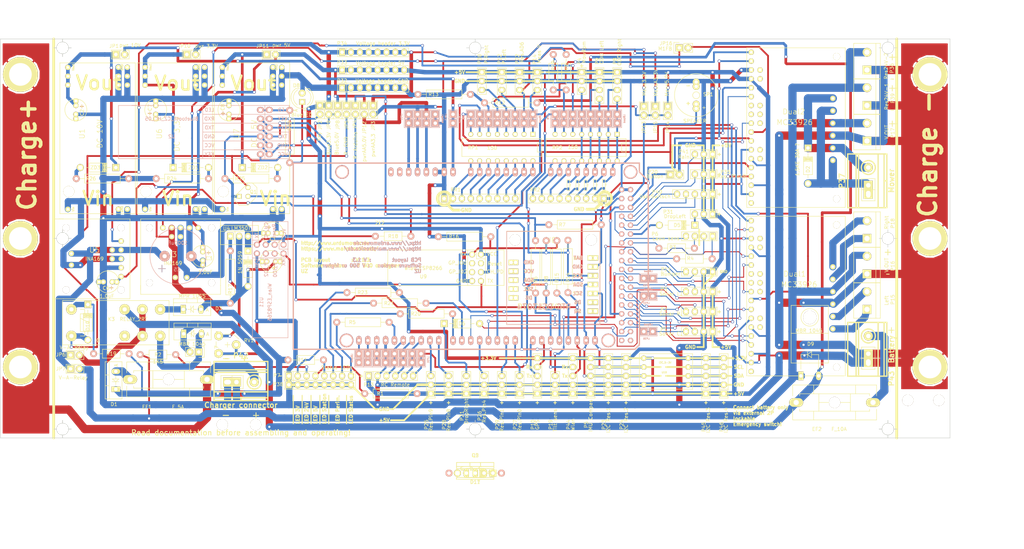
<source format=kicad_pcb>
(kicad_pcb (version 4) (host pcbnew "(2015-03-09 BZR 5487)-product")
  (title_block (title "Ardumower VCN PCB ") (date "23 Dez 2014") (rev 0,05))
  (layers (0 F.Cu signal) (31 B.Cu signal) (34 B.Paste user) (35 F.Paste user) (36 B.SilkS user) (37 F.SilkS user) (38 B.Mask user) (39 F.Mask user) (44 Edge.Cuts user))
  (net 0 "")
  (net 1 GND)
  (net 2 pinMotorLeftDir)
  (net 3 pinMotorLeftPWM)
  (net 4 pinMotorLeftFault)
  (net 5 pinMotorLeftSense)
  (net 6 pinMotorEnable)
  (net 7 pinMotorRightDir)
  (net 8 pinMotorRightPWM)
  (net 9 pinMotorRightFault)
  (net 10 pinMotorRightSense)
  (net 11 pinMotorMowEnable)
  (net 12 pinMotorMowDir)
  (net 13 pinMotorMowPWM)
  (net 14 pinMotorMowFault)
  (net 15 pinMotorMowSense)
  (net 16 "Net-(C2-Pad1)")
  (net 17 +3.3V)
  (net 18 pinTilt)
  (net 19 pinButton)
  (net 20 pinSonarCenterTrigger)
  (net 21 pinSonarCenterEcho)
  (net 22 pinSonarRightTrigger)
  (net 23 pinSonarRightEcho)
  (net 24 pinSonarLeftTrigger)
  (net 25 pinSonarLeftEcho)
  (net 26 pinLawnBackRecv)
  (net 27 pinLawnFrontRecv)
  (net 28 LedPin-5v)
  (net 29 LedPin-24v)
  (net 30 Led-Status)
  (net 31 pinOdometryRight)
  (net 32 pinOdometryRight2)
  (net 33 pinOdometryLeft)
  (net 34 pinOdometryLeft2)
  (net 35 GPS_RX)
  (net 36 GPS_TX)
  (net 37 pinBumperRight)
  (net 38 pinBumperLeft)
  (net 39 pinPerimeterLeft)
  (net 40 pinRemoteMow)
  (net 41 pinRemoteSteer)
  (net 42 pinRemoteSpeed)
  (net 43 pinRemoteSwitch)
  (net 44 pinUserSwitch1)
  (net 45 pinUserSwitch2)
  (net 46 pinUserSwitch3)
  (net 47 +24V)
  (net 48 pinLawnBackSend)
  (net 49 pinLawnFrontSend)
  (net 50 "Net-(R5-Pad1)")
  (net 51 TX2)
  (net 52 pinChargeVoltage)
  (net 53 pinChargingEnable)
  (net 54 pinBatteryVoltage)
  (net 55 pinChargeCurrent)
  (net 56 pinBuzzer)
  (net 57 "Net-(C1-Pad1)")
  (net 58 "Net-(C4-Pad1)")
  (net 59 "Net-(D2-Pad1)")
  (net 60 "Net-(D2-Pad2)")
  (net 61 Power)
  (net 62 "Net-(C5-Pad1)")
  (net 63 DropLeft)
  (net 64 DropRight)
  (net 65 "Net-(JP4-Pad2)")
  (net 66 "Net-(JP6-Pad2)")
  (net 67 DuoLED-Rot)
  (net 68 RX1)
  (net 69 pinPerimeterRight)
  (net 70 TX1)
  (net 71 "Net-(R17-Pad2)")
  (net 72 "Net-(R20-Pad1)")
  (net 73 "Net-(R21-Pad1)")
  (net 74 "Net-(U1-Pad3)")
  (net 75 pinRain)
  (net 76 "Net-(P6-Pad3)")
  (net 77 "Net-(P6-Pad1)")
  (net 78 DuoLED_Grün)
  (net 79 StationLed)
  (net 80 Power5)
  (net 81 "Net-(C7-Pad1)")
  (net 82 "Net-(C8-Pad1)")
  (net 83 "Net-(JP12-Pad2)")
  (net 84 ReservePin9)
  (net 85 ReservePin4)
  (net 86 ReservePin0)
  (net 87 ReservePin8)
  (net 88 ReservePin1)
  (net 89 ReserveAD6)
  (net 90 "Net-(D3-Pad2)")
  (net 91 "Net-(D4-Pad1)")
  (net 92 LedPin-3V)
  (net 93 "Net-(Dual1-Pad19)")
  (net 94 "Net-(Dual1-Pad20)")
  (net 95 "Net-(Dual1-Pad23)")
  (net 96 "Net-(Dual1-Pad24)")
  (net 97 RX2)
  (net 98 PowerA3,3)
  (net 99 "Net-(JP8-Pad2)")
  (net 100 "Net-(R6-Pad2)")
  (net 101 "Net-(D4-Pad2)")
  (net 102 "Net-(D1-Pad1)")
  (net 103 "Net-(EF2-Pad2)")
  (net 104 "Net-(D10-Pad1)")
  (net 105 "Net-(D10-Pad2)")
  (net 106 "Net-(R24-Pad1)")
  (net 107 "Net-(R25-Pad1)")
  (net 108 "Net-(R26-Pad1)")
  (net 109 "Net-(D5-Pad2)")
  (net 110 "Net-(D6-Pad2)")
  (net 111 "Net-(P45-Pad3)")
  (net 112 "Net-(P45-Pad4)")
  (net 113 "Net-(LP25-Pad2)")
  (net 114 "Net-(LP26-Pad2)")
  (net 115 "Net-(RP1-Pad9)")
  (net 116 "Net-(RP1-Pad10)")
  (net 117 "Net-(RP1-Pad11)")
  (net 118 "Net-(RP1-Pad13)")
  (net 119 "Net-(RP1-Pad14)")
  (net 120 "Net-(RP1-Pad15)")
  (net 121 "Net-(RP1-Pad16)")
  (net 122 "Net-(RP2-Pad9)")
  (net 123 "Net-(RP2-Pad10)")
  (net 124 "Net-(RP2-Pad11)")
  (net 125 "Net-(LP21-Pad1)")
  (net 126 "Net-(LP27-Pad1)")
  (net 127 pinChargingBilanz)
  (net 128 "Voltage measurement")
  (net 129 "Net-(Dual2-Pad9)")
  (net 130 "Net-(P44-Pad4)")
  (net 131 "Net-(JP2-Pad2)")
  (net 132 "Net-(R22-Pad1)")
  (net 133 "Net-(D8-Pad2)")
  (net 134 "Net-(U8-Pad6)")
  (net 135 "Net-(U8-Pad7)")
  (net 136 "Net-(U8-Pad1)")
  (net 137 "Net-(LP32-Pad2)")
  (net 138 "Net-(LP33-Pad2)")
  (net 139 "Net-(LP34-Pad2)")
  (net 140 "Net-(LP35-Pad2)")
  (net 141 Charg_Pin)
  (net 142 "Net-(D1-Pad2)")
  (net 143 SCL2)
  (net 144 "Net-(LP3-Pad2)")
  (net 145 "Net-(RP1-Pad12)")
  (net 146 "Net-(LP36-Pad2)")
  (net 147 ReservePin49)
  (net 148 "Net-(D11-Pad1)")
  (net 149 /Verpols.L/Verpols.L.aus)
  (net 150 "Net-(D17-Pad1)")
  (net 151 /Verpols.B/Verpols.B.aus)
  (net 152 pinMotorMowRpm)
  (net 153 SDA1)
  (module Sockets_DIP:DIP-16__300 (layer F.Cu) (at 156.21 61.595 180)
    (fp_text reference RP1 (at 8.255 0 180) (layer F.SilkS))
    (fp_text value 150 (at 2.794 -0.127 180) (layer F.SilkS))
    (pad 1 thru_hole rect (at -8.89 3.81 180) (size 1.397 1.397) (drill 0.8128) (layers *.Cu *.Mask F.SilkS) (net 128 "Voltage measurement"))
    (pad 2 thru_hole circle (at -6.35 3.81 180) (size 1.397 1.397) (drill 0.8128) (layers *.Cu *.Mask F.SilkS) (net 89 ReserveAD6))
    (pad 3 thru_hole circle (at -3.81 3.81 180) (size 1.397 1.397) (drill 0.8128) (layers *.Cu *.Mask F.SilkS) (net 39 pinPerimeterLeft))
    (pad 4 thru_hole circle (at -1.27 3.81 180) (size 1.397 1.397) (drill 0.8128) (layers *.Cu *.Mask F.SilkS) (net 69 pinPerimeterRight))
    (pad 5 thru_hole circle (at 1.27 3.81 180) (size 1.397 1.397) (drill 0.8128) (layers *.Cu *.Mask F.SilkS) (net 144 "Net-(LP3-Pad2)"))
    (pad 6 thru_hole circle (at 3.81 3.81 180) (size 1.397 1.397) (drill 0.8128) (layers *.Cu *.Mask F.SilkS) (net 54 pinBatteryVoltage))
    (pad 7 thru_hole circle (at 6.35 3.81 180) (size 1.397 1.397) (drill 0.8128) (layers *.Cu *.Mask F.SilkS) (net 5 pinMotorLeftSense))
    (pad 8 thru_hole circle (at 8.89 3.81 180) (size 1.397 1.397) (drill 0.8128) (layers *.Cu *.Mask F.SilkS) (net 10 pinMotorRightSense))
    (pad 9 thru_hole circle (at 8.89 -3.81 180) (size 1.397 1.397) (drill 0.8128) (layers *.Cu *.Mask F.SilkS) (net 115 "Net-(RP1-Pad9)"))
    (pad 10 thru_hole circle (at 6.35 -3.81 180) (size 1.397 1.397) (drill 0.8128) (layers *.Cu *.Mask F.SilkS) (net 116 "Net-(RP1-Pad10)"))
    (pad 11 thru_hole circle (at 3.81 -3.81 180) (size 1.397 1.397) (drill 0.8128) (layers *.Cu *.Mask F.SilkS) (net 117 "Net-(RP1-Pad11)"))
    (pad 12 thru_hole circle (at 1.27 -3.81 180) (size 1.397 1.397) (drill 0.8128) (layers *.Cu *.Mask F.SilkS) (net 145 "Net-(RP1-Pad12)"))
    (pad 13 thru_hole circle (at -1.27 -3.81 180) (size 1.397 1.397) (drill 0.8128) (layers *.Cu *.Mask F.SilkS) (net 118 "Net-(RP1-Pad13)"))
    (pad 14 thru_hole circle (at -3.81 -3.81 180) (size 1.397 1.397) (drill 0.8128) (layers *.Cu *.Mask F.SilkS) (net 119 "Net-(RP1-Pad14)"))
    (pad 15 thru_hole circle (at -6.35 -3.81 180) (size 1.397 1.397) (drill 0.8128) (layers *.Cu *.Mask F.SilkS) (net 120 "Net-(RP1-Pad15)"))
    (pad 16 thru_hole circle (at -8.89 -3.81 180) (size 1.397 1.397) (drill 0.8128) (layers *.Cu *.Mask F.SilkS) (net 121 "Net-(RP1-Pad16)"))
  )
  (module Pin_Headers:Pin_Header_Straight_1x02 (layer F.Cu) (at 46.99 34.925)
    (fp_text reference JP1 (at -1.778 -2.413 180) (layer F.SilkS))
    (fp_text value "pwr 10V" (at 2.794 -2.667) (layer F.SilkS))
    (pad 1 thru_hole rect (at -1.27 0) (size 2.032 2.032) (drill 1.016) (layers *.Cu *.Mask F.SilkS) (net 16 "Net-(C2-Pad1)"))
    (pad 2 thru_hole oval (at 1.27 0) (size 2.032 2.032) (drill 1.016) (layers *.Cu *.Mask F.SilkS) (net 61 Power))
  )
  (module Pin_Headers:Pin_Header_Straight_1x02 (layer F.Cu) (at 114.3 50.8 270)
    (fp_text reference JP4 (at 4.191 0.127 270) (layer F.SilkS))
    (fp_text value R-Arduino (at 10.16 0 270) (layer F.SilkS))
    (pad 1 thru_hole rect (at -1.27 0 270) (size 2.032 2.032) (drill 1.016) (layers *.Cu *.Mask F.SilkS) (net 53 pinChargingEnable))
    (pad 2 thru_hole oval (at 1.27 0 270) (size 2.032 2.032) (drill 1.016) (layers *.Cu *.Mask F.SilkS) (net 65 "Net-(JP4-Pad2)"))
  )
  (module Pin_Headers:Pin_Header_Straight_1x02 (layer F.Cu) (at 111.76 50.8 270)
    (fp_text reference JP5 (at 4.318 0 270) (layer F.SilkS))
    (fp_text value R-GND (at 10.287 0.127 450) (layer F.SilkS))
    (pad 1 thru_hole rect (at -1.27 0 270) (size 2.032 2.032) (drill 1.016) (layers *.Cu *.Mask F.SilkS) (net 1 GND))
    (pad 2 thru_hole oval (at 1.27 0 270) (size 2.032 2.032) (drill 1.016) (layers *.Cu *.Mask F.SilkS) (net 104 "Net-(D10-Pad1)"))
  )
  (module Pin_Headers:Pin_Header_Straight_1x02 (layer F.Cu) (at 34.036 121.031)
    (fp_text reference JP6 (at -4.064 -0.127 180) (layer F.SilkS))
    (fp_text value V-A-Relay (at -0.254 -2.159) (layer F.SilkS))
    (pad 1 thru_hole rect (at -1.27 0) (size 2.032 2.032) (drill 1.016) (layers *.Cu *.Mask F.SilkS) (net 62 "Net-(C5-Pad1)"))
    (pad 2 thru_hole oval (at 1.27 0) (size 2.032 2.032) (drill 1.016) (layers *.Cu *.Mask F.SilkS) (net 66 "Net-(JP6-Pad2)"))
  )
  (module Discret:TO92-EBC (layer F.Cu) (at 82.296 74.295 180)
    (fp_text reference Q1 (at -2.794 0 180) (layer F.SilkS))
    (fp_text value BC547 hide)
    (pad E thru_hole rect (at 1.27 -1.27 180) (size 1.397 1.397) (drill 0.8128) (layers *.Cu *.Mask F.SilkS))
    (pad B thru_hole circle (at -1.27 -1.27 180) (size 1.397 1.397) (drill 0.8128) (layers *.Cu *.Mask F.SilkS))
    (pad C thru_hole circle (at -1.27 1.27 180) (size 1.397 1.397) (drill 0.8128) (layers *.Cu *.Mask F.SilkS))
  )
  (module Sockets_DIP:DIP-16__300 (layer F.Cu) (at 180.34 61.595 180)
    (fp_text reference RP2 (at 8.255 0 180) (layer F.SilkS))
    (fp_text value 150 (at 3.81 0.127 180) (layer F.SilkS))
    (pad 1 thru_hole rect (at -8.89 3.81 180) (size 1.397 1.397) (drill 0.8128) (layers *.Cu *.Mask F.SilkS) (net 32 pinOdometryRight2))
    (pad 2 thru_hole circle (at -6.35 3.81 180) (size 1.397 1.397) (drill 0.8128) (layers *.Cu *.Mask F.SilkS) (net 31 pinOdometryRight))
    (pad 3 thru_hole circle (at -3.81 3.81 180) (size 1.397 1.397) (drill 0.8128) (layers *.Cu *.Mask F.SilkS) (net 34 pinOdometryLeft2))
    (pad 4 thru_hole circle (at -1.27 3.81 180) (size 1.397 1.397) (drill 0.8128) (layers *.Cu *.Mask F.SilkS) (net 33 pinOdometryLeft))
    (pad 5 thru_hole circle (at 1.27 3.81 180) (size 1.397 1.397) (drill 0.8128) (layers *.Cu *.Mask F.SilkS) (net 152 pinMotorMowRpm))
    (pad 6 thru_hole circle (at 3.81 3.81 180) (size 1.397 1.397) (drill 0.8128) (layers *.Cu *.Mask F.SilkS) (net 127 pinChargingBilanz))
    (pad 7 thru_hole circle (at 6.35 3.81 180) (size 1.397 1.397) (drill 0.8128) (layers *.Cu *.Mask F.SilkS) (net 52 pinChargeVoltage))
    (pad 8 thru_hole circle (at 8.89 3.81 180) (size 1.397 1.397) (drill 0.8128) (layers *.Cu *.Mask F.SilkS) (net 55 pinChargeCurrent))
    (pad 9 thru_hole circle (at 8.89 -3.81 180) (size 1.397 1.397) (drill 0.8128) (layers *.Cu *.Mask F.SilkS) (net 122 "Net-(RP2-Pad9)"))
    (pad 10 thru_hole circle (at 6.35 -3.81 180) (size 1.397 1.397) (drill 0.8128) (layers *.Cu *.Mask F.SilkS) (net 123 "Net-(RP2-Pad10)"))
    (pad 11 thru_hole circle (at 3.81 -3.81 180) (size 1.397 1.397) (drill 0.8128) (layers *.Cu *.Mask F.SilkS) (net 124 "Net-(RP2-Pad11)"))
    (pad 12 thru_hole circle (at 1.27 -3.81 180) (size 1.397 1.397) (drill 0.8128) (layers *.Cu *.Mask F.SilkS) (net 152 pinMotorMowRpm))
    (pad 13 thru_hole circle (at -1.27 -3.81 180) (size 1.397 1.397) (drill 0.8128) (layers *.Cu *.Mask F.SilkS) (net 33 pinOdometryLeft))
    (pad 14 thru_hole circle (at -3.81 -3.81 180) (size 1.397 1.397) (drill 0.8128) (layers *.Cu *.Mask F.SilkS) (net 34 pinOdometryLeft2))
    (pad 15 thru_hole circle (at -6.35 -3.81 180) (size 1.397 1.397) (drill 0.8128) (layers *.Cu *.Mask F.SilkS) (net 31 pinOdometryRight))
    (pad 16 thru_hole circle (at -8.89 -3.81 180) (size 1.397 1.397) (drill 0.8128) (layers *.Cu *.Mask F.SilkS) (net 32 pinOdometryRight2))
  )
  (module Pin_Headers:Pin_Header_Straight_1x02 (layer F.Cu) (at 104.14 50.8 270)
    (fp_text reference JP2 (at 4.318 0 270) (layer F.SilkS))
    (fp_text value Key (at 7.62 0.254 450) (layer F.SilkS))
    (pad 1 thru_hole rect (at -1.27 0 270) (size 2.032 2.032) (drill 1.016) (layers *.Cu *.Mask F.SilkS) (net 17 +3.3V))
    (pad 2 thru_hole oval (at 1.27 0 270) (size 2.032 2.032) (drill 1.016) (layers *.Cu *.Mask F.SilkS) (net 131 "Net-(JP2-Pad2)"))
  )
  (module Pin_Headers:Pin_Header_Straight_1x02 (layer F.Cu) (at 109.22 50.8 270)
    (fp_text reference JP8 (at 4.318 0 450) (layer F.SilkS))
    (fp_text value Blue5.0V (at 9.652 0.254 450) (layer F.SilkS))
    (pad 1 thru_hole rect (at -1.27 0 270) (size 2.032 2.032) (drill 1.016) (layers *.Cu *.Mask F.SilkS) (net 80 Power5))
    (pad 2 thru_hole oval (at 1.27 0 270) (size 2.032 2.032) (drill 1.016) (layers *.Cu *.Mask F.SilkS) (net 99 "Net-(JP8-Pad2)"))
  )
  (module Pin_Headers:Pin_Header_Straight_1x02 (layer F.Cu) (at 106.68 50.8 270)
    (fp_text reference JP9 (at 4.318 0 270) (layer F.SilkS))
    (fp_text value Blue3.3V (at 9.652 0 450) (layer F.SilkS))
    (pad 1 thru_hole rect (at -1.27 0 270) (size 2.032 2.032) (drill 1.016) (layers *.Cu *.Mask F.SilkS) (net 17 +3.3V))
    (pad 2 thru_hole oval (at 1.27 0 270) (size 2.032 2.032) (drill 1.016) (layers *.Cu *.Mask F.SilkS) (net 99 "Net-(JP8-Pad2)"))
  )
  (module Pin_Headers:Pin_Header_Straight_1x02 (layer F.Cu) (at 67.31 34.925)
    (fp_text reference JP10 (at -2.032 -2.413) (layer F.SilkS))
    (fp_text value "pwr 3,3V" (at 4.318 -2.413) (layer F.SilkS))
    (pad 1 thru_hole rect (at -1.27 0) (size 2.032 2.032) (drill 1.016) (layers *.Cu *.Mask F.SilkS) (net 81 "Net-(C7-Pad1)"))
    (pad 2 thru_hole oval (at 1.27 0) (size 2.032 2.032) (drill 1.016) (layers *.Cu *.Mask F.SilkS) (net 17 +3.3V))
  )
  (module Pin_Headers:Pin_Header_Straight_1x02 (layer F.Cu) (at 90.17 34.925)
    (fp_text reference JP11 (at -2.413 -2.413 180) (layer F.SilkS))
    (fp_text value "pwr 5V" (at 2.921 -2.667) (layer F.SilkS))
    (pad 1 thru_hole rect (at -1.27 0) (size 2.032 2.032) (drill 1.016) (layers *.Cu *.Mask F.SilkS) (net 82 "Net-(C8-Pad1)"))
    (pad 2 thru_hole circle (at 1.27 0) (size 2.032 2.032) (drill 1.016) (layers *.Cu *.Mask F.SilkS) (net 80 Power5))
  )
  (module Pin_Headers:Pin_Header_Straight_1x02 (layer F.Cu) (at 116.84 50.8 270)
    (fp_text reference JP12 (at 5.08 0 450) (layer F.SilkS))
    (fp_text value pwrAA5.0V (at 11.176 0 270) (layer F.SilkS))
    (pad 1 thru_hole rect (at -1.27 0 270) (size 2.032 2.032) (drill 1.016) (layers *.Cu *.Mask F.SilkS) (net 80 Power5))
    (pad 2 thru_hole oval (at 1.27 0 270) (size 2.032 2.032) (drill 1.016) (layers *.Cu *.Mask F.SilkS) (net 83 "Net-(JP12-Pad2)"))
  )
  (module Pin_Headers:Pin_Header_Straight_1x02 (layer F.Cu) (at 34.036 124.968)
    (fp_text reference JP7 (at -4.064 0 180) (layer F.SilkS))
    (fp_text value V-A-Relay (at -0.508 2.54 180) (layer F.SilkS))
    (pad 1 thru_hole rect (at -1.27 0) (size 2.032 2.032) (drill 1.016) (layers *.Cu *.Mask F.SilkS) (net 62 "Net-(C5-Pad1)"))
    (pad 2 thru_hole oval (at 1.27 0) (size 2.032 2.032) (drill 1.016) (layers *.Cu *.Mask F.SilkS) (net 47 +24V))
  )
  (module Pin_Headers:Pin_Header_Straight_1x02 (layer F.Cu) (at 119.38 50.8 270)
    (fp_text reference JP3 (at 4.572 0 450) (layer F.SilkS))
    (fp_text value pwrAA3,3 (at 10.16 0 270) (layer F.SilkS))
    (pad 1 thru_hole rect (at -1.27 0 270) (size 2.032 2.032) (drill 1.016) (layers *.Cu *.Mask F.SilkS) (net 17 +3.3V))
    (pad 2 thru_hole oval (at 1.27 0 270) (size 2.032 2.032) (drill 1.016) (layers *.Cu *.Mask F.SilkS) (net 98 PowerA3,3))
  )
  (module Pin_Headers:Pin_Header_Straight_1x02 (layer F.Cu) (at 196.85 51.054 270)
    (fp_text reference JP13 (at 4.826 0 270) (layer F.SilkS))
    (fp_text value Meas3.3V (at -7.747 -0.127 270) (layer F.SilkS))
    (pad 1 thru_hole rect (at -1.27 0 270) (size 2.032 2.032) (drill 1.016) (layers *.Cu *.Mask F.SilkS) (net 17 +3.3V))
    (pad 2 thru_hole oval (at 1.27 0 270) (size 2.032 2.032) (drill 1.016) (layers *.Cu *.Mask F.SilkS) (net 128 "Voltage measurement"))
  )
  (module Pin_Headers:Pin_Header_Straight_1x02 (layer F.Cu) (at 203.708 51.054 270)
    (fp_text reference JP14 (at 4.826 0 270) (layer F.SilkS))
    (fp_text value Meas5.0V (at -7.62 0.254 270) (layer F.SilkS))
    (pad 1 thru_hole rect (at -1.27 0 270) (size 2.032 2.032) (drill 1.016) (layers *.Cu *.Mask F.SilkS) (net 80 Power5))
    (pad 2 thru_hole oval (at 1.27 0 270) (size 2.032 2.032) (drill 1.016) (layers *.Cu *.Mask F.SilkS) (net 128 "Voltage measurement"))
  )
  (module Pin_Headers:Pin_Header_Straight_1x02 (layer F.Cu) (at 200.152 51.054 270)
    (fp_text reference JP15 (at 4.826 0 270) (layer F.SilkS))
    (fp_text value MeasA3.3V (at -8.001 -0.127 270) (layer F.SilkS))
    (pad 1 thru_hole rect (at -1.27 0 270) (size 2.032 2.032) (drill 1.016) (layers *.Cu *.Mask F.SilkS) (net 98 PowerA3,3))
    (pad 2 thru_hole oval (at 1.27 0 270) (size 2.032 2.032) (drill 1.016) (layers *.Cu *.Mask F.SilkS) (net 128 "Voltage measurement"))
  )
  (module ACS712:Diode_LED_5mm_round_vertical (layer F.Cu) (at 99.06 47.244 270)
    (fp_text reference D8 (at -3.429 1.651 360) (layer F.SilkS))
    (fp_text value BlueLED (at 4.953 0.127 360) (layer F.SilkS))
    (fp_text user A (at 3.683 1.778 270) (layer F.SilkS))
    (fp_text user + (at 3.683 -0.762 270) (layer F.SilkS))
    (pad 1 thru_hole circle (at -1.27 0) (size 1.99898 1.99898) (drill 1.00076) (layers *.Cu *.Mask F.SilkS) (net 1 GND))
    (pad 2 thru_hole rect (at 1.27 0 270) (size 1.69926 1.69926) (drill 1.00076) (layers *.Cu *.Mask F.SilkS) (net 133 "Net-(D8-Pad2)"))
  )
  (module ACS712:MBR1045 (layer F.Cu) (at 67.691 114.935)
    (fp_text reference D4 (at 7.493 -0.127 180) (layer F.SilkS))
    (fp_text value "MBR 1045" (at -0.127 2.921) (layer F.SilkS))
    (fp_text user A (at 4.318 0.127) (layer F.SilkS))
    (pad 2 thru_hole rect (at -2.54 0 90) (size 2.49936 1.50114) (drill 1.00076) (layers *.Cu *.Mask F.SilkS) (net 101 "Net-(D4-Pad2)"))
    (pad 1 thru_hole oval (at 2.54 0 90) (size 2.49936 1.50114) (drill 1.00076) (layers *.Cu *.Mask F.SilkS) (net 91 "Net-(D4-Pad1)"))
  )
  (module ACS712:Diode_ligend_RM10 (layer F.Cu) (at 206.375 83.82)
    (fp_text reference D5 (at 0 0) (layer F.SilkS))
    (fp_text value 1N4148 hide)
    (pad 1 thru_hole circle (at -5.08 0) (size 1.99898 1.99898) (drill 1.27) (layers *.Cu *.Mask F.SilkS) (net 63 DropLeft))
    (pad 2 thru_hole rect (at 5.08 0) (size 1.99898 1.99898) (drill 1.00076) (layers *.Cu *.Mask F.SilkS) (net 109 "Net-(D5-Pad2)"))
  )
  (module ACS712:Diode_ligend_RM10 (layer F.Cu) (at 144.78 112.014 180)
    (fp_text reference D6 (at 0 0 180) (layer F.SilkS))
    (fp_text value 1N4148 hide)
    (pad 1 thru_hole circle (at -5.08 0 180) (size 1.99898 1.99898) (drill 1) (layers *.Cu *.Mask F.SilkS) (net 64 DropRight))
    (pad 2 thru_hole rect (at 5.08 0 180) (size 1.99898 1.99898) (drill 1.00076) (layers *.Cu *.Mask F.SilkS) (net 110 "Net-(D6-Pad2)"))
  )
  (module ACS712:Diode_ligend_RM10 (layer F.Cu) (at 83.566 96.266 90)
    (fp_text reference D7 (at 0 0.254 90) (layer F.SilkS))
    (fp_text value "1N 5059" (at 1.778 -2.286 90) (layer F.SilkS))
    (pad 1 thru_hole circle (at -5.08 0 90) (size 1.99898 1.99898) (drill 1.27) (layers *.Cu *.Mask F.SilkS) (net 58 "Net-(C4-Pad1)"))
    (pad 2 thru_hole rect (at 5.08 0 90) (size 1.99898 1.99898) (drill 1.00076) (layers *.Cu *.Mask F.SilkS) (net 57 "Net-(C1-Pad1)"))
  )
  (module ACS712:MBR1045 (layer F.Cu) (at 67.564 107.95)
    (fp_text reference D3 (at 7.62 -0.254 180) (layer F.SilkS))
    (fp_text value "MPR 1045" (at 0 -3.81) (layer F.SilkS))
    (fp_text user A (at 4.318 0.127) (layer F.SilkS))
    (pad 2 thru_hole rect (at -2.54 0 90) (size 2.49936 1.50114) (drill 1.00076) (layers *.Cu *.Mask F.SilkS) (net 90 "Net-(D3-Pad2)"))
    (pad 1 thru_hole oval (at 2.54 0 90) (size 2.49936 1.50114) (drill 1.00076) (layers *.Cu *.Mask F.SilkS) (net 58 "Net-(C4-Pad1)"))
  )
  (module ACS712:Potentiometer_VishaySpectrol-Econtrim-Type36T_3D (layer F.Cu) (at 75.184 115.57 270)
    (fp_text reference RV1 (at 1.27 -8.636 540) (layer F.SilkS))
    (fp_text value 5K hide)
    (pad 2 thru_hole circle (at 2.49936 -4.99872 270) (size 2.49936 2.49936) (drill 1.19888) (layers *.Cu *.Mask F.SilkS) (net 1 GND))
    (pad 3 thru_hole circle (at 4.99872 0 270) (size 2.49936 2.49936) (drill 1.19888) (layers *.Cu *.Mask F.SilkS) (net 1 GND))
    (pad 1 thru_hole circle (at 0 0 270) (size 2.49936 2.49936) (drill 1.19888) (layers *.Cu *.Mask F.SilkS) (net 71 "Net-(R17-Pad2)"))
  )
  (module ACS712:Pin_Header_Straight_1x08 (layer F.Cu) (at 119.38 44.45)
    (fp_text reference P32 (at -8.89 -2.032) (layer F.SilkS))
    (fp_text value "Voltage header GND" (at 2.54 -2.032) (layer F.SilkS))
    (pad 1 thru_hole rect (at -8.89 0) (size 1.7272 2.032) (drill 1.016) (layers *.Cu *.Mask F.SilkS) (net 1 GND))
    (pad 2 thru_hole oval (at -6.35 0) (size 1.7272 2.032) (drill 1.016) (layers *.Cu *.Mask F.SilkS) (net 1 GND))
    (pad 3 thru_hole oval (at -3.81 0) (size 1.7272 2.032) (drill 1.016) (layers *.Cu *.Mask F.SilkS) (net 1 GND))
    (pad 4 thru_hole oval (at -1.27 0) (size 1.7272 2.032) (drill 1.016) (layers *.Cu *.Mask F.SilkS) (net 1 GND))
    (pad 5 thru_hole oval (at 1.27 0) (size 1.7272 2.032) (drill 1.016) (layers *.Cu *.Mask F.SilkS) (net 1 GND))
    (pad 6 thru_hole oval (at 3.81 0) (size 1.7272 2.032) (drill 1.016) (layers *.Cu *.Mask F.SilkS) (net 1 GND))
    (pad 7 thru_hole oval (at 6.35 0) (size 1.7272 2.032) (drill 1.016) (layers *.Cu *.Mask F.SilkS) (net 1 GND))
    (pad 8 thru_hole oval (at 8.89 0) (size 1.7272 2.032) (drill 1.016) (layers *.Cu *.Mask F.SilkS) (net 1 GND))
  )
  (module ACS712:Pin_Header_Straight_1x08 (layer F.Cu) (at 119.38 39.37)
    (fp_text reference P33 (at -8.89 -2.159) (layer F.SilkS))
    (fp_text value "Voltage header 5V" (at 2.032 -2.032) (layer F.SilkS))
    (pad 1 thru_hole rect (at -8.89 0) (size 1.7272 2.032) (drill 1.016) (layers *.Cu *.Mask F.SilkS) (net 80 Power5))
    (pad 2 thru_hole oval (at -6.35 0) (size 1.7272 2.032) (drill 1.016) (layers *.Cu *.Mask F.SilkS) (net 80 Power5))
    (pad 3 thru_hole oval (at -3.81 0) (size 1.7272 2.032) (drill 1.016) (layers *.Cu *.Mask F.SilkS) (net 80 Power5))
    (pad 4 thru_hole oval (at -1.27 0) (size 1.7272 2.032) (drill 1.016) (layers *.Cu *.Mask F.SilkS) (net 80 Power5))
    (pad 5 thru_hole oval (at 1.27 0) (size 1.7272 2.032) (drill 1.016) (layers *.Cu *.Mask F.SilkS) (net 80 Power5))
    (pad 6 thru_hole oval (at 3.81 0) (size 1.7272 2.032) (drill 1.016) (layers *.Cu *.Mask F.SilkS) (net 80 Power5))
    (pad 7 thru_hole oval (at 6.35 0) (size 1.7272 2.032) (drill 1.016) (layers *.Cu *.Mask F.SilkS) (net 80 Power5))
    (pad 8 thru_hole oval (at 8.89 0) (size 1.7272 2.032) (drill 1.016) (layers *.Cu *.Mask F.SilkS) (net 80 Power5))
  )
  (module ACS712:Pin_Header_Straight_1x08 (layer F.Cu) (at 119.38 34.29)
    (fp_text reference P34 (at -8.89 -2.54) (layer F.SilkS))
    (fp_text value "Voltage header 3,3V" (at 2.794 -2.54) (layer F.SilkS))
    (pad 1 thru_hole rect (at -8.89 0) (size 1.7272 2.032) (drill 1.016) (layers *.Cu *.Mask F.SilkS) (net 17 +3.3V))
    (pad 2 thru_hole oval (at -6.35 0) (size 1.7272 2.032) (drill 1.016) (layers *.Cu *.Mask F.SilkS) (net 17 +3.3V))
    (pad 3 thru_hole oval (at -3.81 0) (size 1.7272 2.032) (drill 1.016) (layers *.Cu *.Mask F.SilkS) (net 17 +3.3V))
    (pad 4 thru_hole oval (at -1.27 0) (size 1.7272 2.032) (drill 1.016) (layers *.Cu *.Mask F.SilkS) (net 17 +3.3V))
    (pad 5 thru_hole oval (at 1.27 0) (size 1.7272 2.032) (drill 1.016) (layers *.Cu *.Mask F.SilkS) (net 17 +3.3V))
    (pad 6 thru_hole oval (at 3.81 0) (size 1.7272 2.032) (drill 1.016) (layers *.Cu *.Mask F.SilkS) (net 17 +3.3V))
    (pad 7 thru_hole oval (at 6.35 0) (size 1.7272 2.032) (drill 1.016) (layers *.Cu *.Mask F.SilkS) (net 17 +3.3V))
    (pad 8 thru_hole oval (at 8.89 0) (size 1.7272 2.032) (drill 1.016) (layers *.Cu *.Mask F.SilkS) (net 17 +3.3V))
  )
  (module ACS712:Kondensatorenleiste_8er_9pin_3D (layer F.Cu) (at 149.86 76.2)
    (fp_text reference RR1 (at -6.858 -2.54) (layer F.SilkS))
    (fp_text value C0,1uF hide)
    (pad 1 thru_hole rect (at -10.16 0) (size 1.7272 2.032) (drill 1.016) (layers *.Cu *.Mask F.SilkS) (net 1 GND))
    (pad 2 thru_hole oval (at -7.62 0) (size 1.7272 2.032) (drill 1.016) (layers *.Cu *.Mask F.SilkS) (net 115 "Net-(RP1-Pad9)"))
    (pad 3 thru_hole oval (at -5.08 0) (size 1.7272 2.032) (drill 1.016) (layers *.Cu *.Mask F.SilkS) (net 116 "Net-(RP1-Pad10)"))
    (pad 4 thru_hole oval (at -2.54 0) (size 1.7272 2.032) (drill 1.016) (layers *.Cu *.Mask F.SilkS) (net 117 "Net-(RP1-Pad11)"))
    (pad 5 thru_hole oval (at 0 0) (size 1.7272 2.032) (drill 1.016) (layers *.Cu *.Mask F.SilkS) (net 145 "Net-(RP1-Pad12)"))
    (pad 6 thru_hole oval (at 2.54 0) (size 1.7272 2.032) (drill 1.016) (layers *.Cu *.Mask F.SilkS) (net 118 "Net-(RP1-Pad13)"))
    (pad 7 thru_hole oval (at 5.08 0) (size 1.7272 2.032) (drill 1.016) (layers *.Cu *.Mask F.SilkS) (net 119 "Net-(RP1-Pad14)"))
    (pad 8 thru_hole oval (at 7.62 0) (size 1.7272 2.032) (drill 1.016) (layers *.Cu *.Mask F.SilkS) (net 120 "Net-(RP1-Pad15)"))
    (pad 9 thru_hole oval (at 10.16 0) (size 1.7272 2.032) (drill 1.016) (layers *.Cu *.Mask F.SilkS) (net 121 "Net-(RP1-Pad16)"))
  )
  (module ACS712:Kondensatorenleiste_8er_9pin_3D (layer F.Cu) (at 175.26 76.2 180)
    (fp_text reference RR2 (at 9.525 2.54 180) (layer F.SilkS))
    (fp_text value C0,1uF hide)
    (pad 1 thru_hole rect (at -10.16 0 180) (size 1.7272 2.032) (drill 1.016) (layers *.Cu *.Mask F.SilkS) (net 1 GND))
    (pad 2 thru_hole oval (at -7.62 0 180) (size 1.7272 2.032) (drill 1.016) (layers *.Cu *.Mask F.SilkS) (net 140 "Net-(LP35-Pad2)"))
    (pad 3 thru_hole oval (at -5.08 0 180) (size 1.7272 2.032) (drill 1.016) (layers *.Cu *.Mask F.SilkS) (net 139 "Net-(LP34-Pad2)"))
    (pad 4 thru_hole oval (at -2.54 0 180) (size 1.7272 2.032) (drill 1.016) (layers *.Cu *.Mask F.SilkS) (net 138 "Net-(LP33-Pad2)"))
    (pad 5 thru_hole oval (at 0 0 180) (size 1.7272 2.032) (drill 1.016) (layers *.Cu *.Mask F.SilkS) (net 137 "Net-(LP32-Pad2)"))
    (pad 6 thru_hole oval (at 2.54 0 180) (size 1.7272 2.032) (drill 1.016) (layers *.Cu *.Mask F.SilkS) (net 146 "Net-(LP36-Pad2)"))
    (pad 7 thru_hole oval (at 5.08 0 180) (size 1.7272 2.032) (drill 1.016) (layers *.Cu *.Mask F.SilkS) (net 124 "Net-(RP2-Pad11)"))
    (pad 8 thru_hole oval (at 7.62 0 180) (size 1.7272 2.032) (drill 1.016) (layers *.Cu *.Mask F.SilkS) (net 123 "Net-(RP2-Pad10)"))
    (pad 9 thru_hole oval (at 10.16 0 180) (size 1.7272 2.032) (drill 1.016) (layers *.Cu *.Mask F.SilkS) (net 122 "Net-(RP2-Pad9)"))
  )
  (module ACS712:LM350T_3D_muss_noch_auf_Masse_geprüft_werden (layer F.Cu) (at 81.026 86.995)
    (fp_text reference U4 (at -3.6 -2.2) (layer F.SilkS))
    (fp_text value LM350T (at 0.5 -2.3) (layer F.SilkS))
    (pad 1 thru_hole rect (at -2.54 0) (size 1.7272 2.032) (drill 1.016) (layers *.Cu *.Mask F.SilkS) (net 71 "Net-(R17-Pad2)"))
    (pad 2 thru_hole oval (at 0 0) (size 1.7272 2.032) (drill 1.016) (layers *.Cu *.Mask F.SilkS) (net 58 "Net-(C4-Pad1)"))
    (pad 3 thru_hole oval (at 2.54 0) (size 1.7272 2.032) (drill 1.016) (layers *.Cu *.Mask F.SilkS) (net 57 "Net-(C1-Pad1)"))
  )
  (module ACS712:Diode_ligend_RM10 (layer F.Cu) (at 243.84 66.802 90)
    (fp_text reference D2 (at -1.016 0 90) (layer F.SilkS))
    (fp_text value "1,5KE 30A ?" (at 1.778 -3.048 90) (layer F.SilkS))
    (pad 1 thru_hole circle (at -5.08 0 90) (size 1.99898 1.99898) (drill 1.27) (layers *.Cu *.Mask F.SilkS) (net 59 "Net-(D2-Pad1)"))
    (pad 2 thru_hole rect (at 5.08 0 90) (size 1.99898 1.99898) (drill 1.00076) (layers *.Cu *.Mask F.SilkS) (net 60 "Net-(D2-Pad2)"))
  )
  (module ACS712:Diode_ligend_RM10 (layer F.Cu) (at 37.719 111.633 90)
    (fp_text reference D10 (at -1.016 0 90) (layer F.SilkS))
    (fp_text value 1N4148 hide)
    (pad 1 thru_hole circle (at -5.08 0 90) (size 1.99898 1.99898) (drill 1.27) (layers *.Cu *.Mask F.SilkS) (net 104 "Net-(D10-Pad1)"))
    (pad 2 thru_hole rect (at 5.08 0 90) (size 1.99898 1.99898) (drill 1.00076) (layers *.Cu *.Mask F.SilkS) (net 105 "Net-(D10-Pad2)"))
  )
  (module ACS712:Diode_ligend_RM10 (layer F.Cu) (at 67.183 67.31 180)
    (fp_text reference ZD1 (at -0.762 0 180) (layer F.SilkS))
    (fp_text value "ZD-5W 3,3V Optional" hide)
    (pad 1 thru_hole circle (at -5.08 0 180) (size 1.99898 1.99898) (drill 1.27) (layers *.Cu *.Mask F.SilkS) (net 106 "Net-(R24-Pad1)"))
    (pad 2 thru_hole rect (at 5.08 0 180) (size 1.99898 1.99898) (drill 1.00076) (layers *.Cu *.Mask F.SilkS) (net 81 "Net-(C7-Pad1)"))
  )
  (module ACS712:Diode_ligend_RM10 (layer F.Cu) (at 86.995 67.31 180)
    (fp_text reference ZD2 (at -0.762 0 180) (layer F.SilkS))
    (fp_text value "ZD-5W 5,1 Optional" hide)
    (pad 1 thru_hole circle (at -5.08 0 180) (size 1.99898 1.99898) (drill 1.27) (layers *.Cu *.Mask F.SilkS) (net 107 "Net-(R25-Pad1)"))
    (pad 2 thru_hole rect (at 5.08 0 180) (size 1.99898 1.99898) (drill 1.00076) (layers *.Cu *.Mask F.SilkS) (net 82 "Net-(C8-Pad1)"))
  )
  (module ACS712:Diode_ligend_RM10 (layer F.Cu) (at 40.64 67.31)
    (fp_text reference ZD3 (at -0.762 0) (layer F.SilkS))
    (fp_text value "ZD-5W 12V Optional" hide)
    (pad 1 thru_hole circle (at -5.08 0) (size 1.99898 1.99898) (drill 1.27) (layers *.Cu *.Mask F.SilkS) (net 108 "Net-(R26-Pad1)"))
    (pad 2 thru_hole rect (at 5.08 0) (size 1.99898 1.99898) (drill 1.00076) (layers *.Cu *.Mask F.SilkS) (net 16 "Net-(C2-Pad1)"))
  )
  (module ACS712:Relais_DPDT_Schrack-RT2_RM5mm_3D_Kontaktbelegung_geändert_FIN40.52.9_6V (layer F.Cu) (at 33.02 115.57)
    (fp_text reference K3 (at 11.43 -4.826) (layer F.SilkS))
    (fp_text value RELAY_2RT (at 17.78 -4.826) (layer F.SilkS))
    (pad 8 thru_hole circle (at 0 -7.62) (size 2.99974 2.99974) (drill 1.19888) (layers *.Cu *.Mask F.SilkS) (net 105 "Net-(D10-Pad2)"))
    (pad 9 thru_hole circle (at 0 0) (size 2.99974 2.99974) (drill 1.19888) (layers *.Cu *.Mask F.SilkS) (net 104 "Net-(D10-Pad1)"))
    (pad 3 thru_hole circle (at 15.24 0) (size 2.99974 2.99974) (drill 1.19888) (layers *.Cu *.Mask F.SilkS))
    (pad 5 thru_hole circle (at 20.32 0) (size 2.99974 2.99974) (drill 1.19888) (layers *.Cu *.Mask F.SilkS) (net 66 "Net-(JP6-Pad2)"))
    (pad 1 thru_hole circle (at 25.4 0) (size 2.99974 2.99974) (drill 1.19888) (layers *.Cu *.Mask F.SilkS) (net 91 "Net-(D4-Pad1)"))
    (pad 14 thru_hole circle (at 15.24 -7.62) (size 2.99974 2.99974) (drill 1.19888) (layers *.Cu *.Mask F.SilkS) (net 101 "Net-(D4-Pad2)"))
    (pad 12 thru_hole circle (at 20.32 -7.62) (size 2.99974 2.99974) (drill 1.19888) (layers *.Cu *.Mask F.SilkS) (net 66 "Net-(JP6-Pad2)"))
    (pad 16 thru_hole circle (at 25.4 -7.62) (size 2.99974 2.99974) (drill 1.19888) (layers *.Cu *.Mask F.SilkS) (net 90 "Net-(D3-Pad2)"))
  )
  (module ACS712:Elko_vert_11.2x6.3mm_RM2.5_RM5.0 (layer F.Cu) (at 89.281 86.106)
    (fp_text reference C1 (at 1.397 1.651 180) (layer F.SilkS))
    (fp_text value 1uF hide)
    (fp_line (start 0.26924 -1.69926) (end 0.76962 -1.69926) (layer F.Cu) (width 0.15))
    (fp_line (start 0.26924 -1.69926) (end 0.26924 -2.19964) (layer F.Cu) (width 0.15))
    (fp_line (start -0.23114 -1.69926) (end 0.26924 -1.69926) (layer F.Cu) (width 0.15))
    (fp_line (start 0.26924 -1.69926) (end 0.26924 -1.30048) (layer F.Cu) (width 0.15))
    (fp_line (start 0.26924 -1.30048) (end 0.26924 -1.19888) (layer F.Cu) (width 0.15))
    (pad 2 thru_hole circle (at 2.54 0) (size 1.50114 1.50114) (drill 0.8001) (layers *.Cu *.Mask F.SilkS) (net 1 GND))
    (pad 1 thru_hole circle (at 0 0) (size 1.50114 1.50114) (drill 0.8001) (layers *.Cu *.Mask F.SilkS) (net 57 "Net-(C1-Pad1)"))
    (pad 1 thru_hole circle (at -1.27 0) (size 1.524 1.524) (drill 0.762) (layers *.Cu *.Mask F.SilkS) (net 57 "Net-(C1-Pad1)"))
    (pad 2 thru_hole circle (at 3.81 0) (size 1.524 1.524) (drill 0.762) (layers *.Cu *.Mask F.SilkS) (net 1 GND))
  )
  (module ACS712:Elko_vert_11.2x6.3mm_RM2.5_RM5.0 (layer F.Cu) (at 34.29 49.53 270)
    (fp_text reference C2 (at 2.032 -1.778 450) (layer F.SilkS))
    (fp_text value 100uF hide)
    (fp_line (start 0.26924 -1.69926) (end 0.76962 -1.69926) (layer F.Cu) (width 0.15))
    (fp_line (start 0.26924 -1.69926) (end 0.26924 -2.19964) (layer F.Cu) (width 0.15))
    (fp_line (start -0.23114 -1.69926) (end 0.26924 -1.69926) (layer F.Cu) (width 0.15))
    (fp_line (start 0.26924 -1.69926) (end 0.26924 -1.30048) (layer F.Cu) (width 0.15))
    (fp_line (start 0.26924 -1.30048) (end 0.26924 -1.19888) (layer F.Cu) (width 0.15))
    (pad 2 thru_hole circle (at 2.54 0 270) (size 1.50114 1.50114) (drill 0.8001) (layers *.Cu *.Mask F.SilkS) (net 1 GND))
    (pad 1 thru_hole circle (at 0 0 270) (size 1.50114 1.50114) (drill 0.8001) (layers *.Cu *.Mask F.SilkS) (net 16 "Net-(C2-Pad1)"))
    (pad 1 thru_hole circle (at -1.27 0 270) (size 1.524 1.524) (drill 0.762) (layers *.Cu *.Mask F.SilkS) (net 16 "Net-(C2-Pad1)"))
    (pad 2 thru_hole circle (at 3.81 0 270) (size 1.524 1.524) (drill 0.762) (layers *.Cu *.Mask F.SilkS) (net 1 GND))
  )
  (module ACS712:Elko_vert_11.2x6.3mm_RM2.5_RM5.0 (layer F.Cu) (at 70.612 91.44 270)
    (fp_text reference C3 (at 1.905 -1.778 360) (layer F.SilkS))
    (fp_text value 1,0uF (at 5.842 -0.762 360) (layer F.SilkS))
    (fp_line (start 0.26924 -1.69926) (end 0.76962 -1.69926) (layer F.Cu) (width 0.15))
    (fp_line (start 0.26924 -1.69926) (end 0.26924 -2.19964) (layer F.Cu) (width 0.15))
    (fp_line (start -0.23114 -1.69926) (end 0.26924 -1.69926) (layer F.Cu) (width 0.15))
    (fp_line (start 0.26924 -1.69926) (end 0.26924 -1.30048) (layer F.Cu) (width 0.15))
    (fp_line (start 0.26924 -1.30048) (end 0.26924 -1.19888) (layer F.Cu) (width 0.15))
    (pad 2 thru_hole circle (at 2.54 0 270) (size 1.50114 1.50114) (drill 0.8001) (layers *.Cu *.Mask F.SilkS) (net 1 GND))
    (pad 1 thru_hole circle (at 0 0 270) (size 1.50114 1.50114) (drill 0.8001) (layers *.Cu *.Mask F.SilkS) (net 80 Power5))
    (pad 1 thru_hole circle (at -1.27 0 270) (size 1.524 1.524) (drill 0.762) (layers *.Cu *.Mask F.SilkS) (net 80 Power5))
    (pad 2 thru_hole circle (at 3.81 0 270) (size 1.524 1.524) (drill 0.762) (layers *.Cu *.Mask F.SilkS) (net 1 GND))
  )
  (module ACS712:Elko_vert_11.2x6.3mm_RM2.5_RM5.0 (layer F.Cu) (at 91.44 94.234 180)
    (fp_text reference C4 (at 1.27 -1.905 180) (layer F.SilkS))
    (fp_text value 1uF hide)
    (fp_line (start 0.26924 -1.69926) (end 0.76962 -1.69926) (layer F.Cu) (width 0.15))
    (fp_line (start 0.26924 -1.69926) (end 0.26924 -2.19964) (layer F.Cu) (width 0.15))
    (fp_line (start -0.23114 -1.69926) (end 0.26924 -1.69926) (layer F.Cu) (width 0.15))
    (fp_line (start 0.26924 -1.69926) (end 0.26924 -1.30048) (layer F.Cu) (width 0.15))
    (fp_line (start 0.26924 -1.30048) (end 0.26924 -1.19888) (layer F.Cu) (width 0.15))
    (pad 2 thru_hole circle (at 2.54 0 180) (size 1.50114 1.50114) (drill 0.8001) (layers *.Cu *.Mask F.SilkS) (net 1 GND))
    (pad 1 thru_hole circle (at 0 0 180) (size 1.50114 1.50114) (drill 0.8001) (layers *.Cu *.Mask F.SilkS) (net 58 "Net-(C4-Pad1)"))
    (pad 1 thru_hole circle (at -1.27 0 180) (size 1.524 1.524) (drill 0.762) (layers *.Cu *.Mask F.SilkS) (net 58 "Net-(C4-Pad1)"))
    (pad 2 thru_hole circle (at 3.81 0 180) (size 1.524 1.524) (drill 0.762) (layers *.Cu *.Mask F.SilkS) (net 1 GND))
  )
  (module ACS712:Elko_vert_11.2x6.3mm_RM2.5_RM5.0 (layer F.Cu) (at 44.704 100.076 180)
    (fp_text reference C6 (at 1.778 -1.778 360) (layer F.SilkS))
    (fp_text value 1,0uF (at 1.524 -4.064 360) (layer F.SilkS))
    (fp_line (start 0.26924 -1.69926) (end 0.76962 -1.69926) (layer F.Cu) (width 0.15))
    (fp_line (start 0.26924 -1.69926) (end 0.26924 -2.19964) (layer F.Cu) (width 0.15))
    (fp_line (start -0.23114 -1.69926) (end 0.26924 -1.69926) (layer F.Cu) (width 0.15))
    (fp_line (start 0.26924 -1.69926) (end 0.26924 -1.30048) (layer F.Cu) (width 0.15))
    (fp_line (start 0.26924 -1.30048) (end 0.26924 -1.19888) (layer F.Cu) (width 0.15))
    (pad 2 thru_hole circle (at 2.54 0 180) (size 1.50114 1.50114) (drill 0.8001) (layers *.Cu *.Mask F.SilkS) (net 1 GND))
    (pad 1 thru_hole circle (at 0 0 180) (size 1.50114 1.50114) (drill 0.8001) (layers *.Cu *.Mask F.SilkS) (net 80 Power5))
    (pad 1 thru_hole circle (at -1.27 0 180) (size 1.524 1.524) (drill 0.762) (layers *.Cu *.Mask F.SilkS) (net 80 Power5))
    (pad 2 thru_hole circle (at 3.81 0 180) (size 1.524 1.524) (drill 0.762) (layers *.Cu *.Mask F.SilkS) (net 1 GND))
  )
  (module ACS712:Elko_vert_11.2x6.3mm_RM2.5_RM5.0 (layer F.Cu) (at 57.15 52.07 90)
    (fp_text reference C7 (at 1.905 -1.651 270) (layer F.SilkS))
    (fp_text value 100uF hide)
    (fp_line (start 0.26924 -1.69926) (end 0.76962 -1.69926) (layer F.Cu) (width 0.15))
    (fp_line (start 0.26924 -1.69926) (end 0.26924 -2.19964) (layer F.Cu) (width 0.15))
    (fp_line (start -0.23114 -1.69926) (end 0.26924 -1.69926) (layer F.Cu) (width 0.15))
    (fp_line (start 0.26924 -1.69926) (end 0.26924 -1.30048) (layer F.Cu) (width 0.15))
    (fp_line (start 0.26924 -1.30048) (end 0.26924 -1.19888) (layer F.Cu) (width 0.15))
    (pad 2 thru_hole circle (at 2.54 0 90) (size 1.50114 1.50114) (drill 0.8001) (layers *.Cu *.Mask F.SilkS) (net 1 GND))
    (pad 1 thru_hole circle (at 0 0 90) (size 1.50114 1.50114) (drill 0.8001) (layers *.Cu *.Mask F.SilkS) (net 81 "Net-(C7-Pad1)"))
    (pad 1 thru_hole circle (at -1.27 0 90) (size 1.524 1.524) (drill 0.762) (layers *.Cu *.Mask F.SilkS) (net 81 "Net-(C7-Pad1)"))
    (pad 2 thru_hole circle (at 3.81 0 90) (size 1.524 1.524) (drill 0.762) (layers *.Cu *.Mask F.SilkS) (net 1 GND))
  )
  (module ACS712:Elko_vert_11.2x6.3mm_RM2.5_RM5.0 (layer F.Cu) (at 78.105 52.07 90)
    (fp_text reference C8 (at 2.032 -1.778 90) (layer F.SilkS))
    (fp_text value 100uF hide)
    (fp_line (start 0.26924 -1.69926) (end 0.76962 -1.69926) (layer F.Cu) (width 0.15))
    (fp_line (start 0.26924 -1.69926) (end 0.26924 -2.19964) (layer F.Cu) (width 0.15))
    (fp_line (start -0.23114 -1.69926) (end 0.26924 -1.69926) (layer F.Cu) (width 0.15))
    (fp_line (start 0.26924 -1.69926) (end 0.26924 -1.30048) (layer F.Cu) (width 0.15))
    (fp_line (start 0.26924 -1.30048) (end 0.26924 -1.19888) (layer F.Cu) (width 0.15))
    (pad 2 thru_hole circle (at 2.54 0 90) (size 1.50114 1.50114) (drill 0.8001) (layers *.Cu *.Mask F.SilkS) (net 1 GND))
    (pad 1 thru_hole circle (at 0 0 90) (size 1.50114 1.50114) (drill 0.8001) (layers *.Cu *.Mask F.SilkS) (net 82 "Net-(C8-Pad1)"))
    (pad 1 thru_hole circle (at -1.27 0 90) (size 1.524 1.524) (drill 0.762) (layers *.Cu *.Mask F.SilkS) (net 82 "Net-(C8-Pad1)"))
    (pad 2 thru_hole circle (at 3.81 0 90) (size 1.524 1.524) (drill 0.762) (layers *.Cu *.Mask F.SilkS) (net 1 GND))
  )
  (module ACS712:Buzzer_12x9.5RM7.6_RM5.0 (layer F.Cu) (at 211.836 46.609 270)
    (fp_text reference SP1 (at -0.254 -3.429 360) (layer F.SilkS))
    (fp_text value SPEAKER (at 7.366 0.381 360) (layer F.SilkS))
    (fp_text user + (at 3.556 -2.159 270) (layer F.SilkS))
    (pad 1 thru_hole circle (at -3.79984 0 270) (size 2 2) (drill 1.00076) (layers *.Cu *.Mask F.SilkS) (net 1 GND))
    (pad 2 thru_hole circle (at 3.79984 0 270) (size 2 2) (drill 1.00076) (layers *.Cu *.Mask F.SilkS) (net 56 pinBuzzer))
    (pad 1 thru_hole circle (at -2.54 0 270) (size 2 2) (drill 1.00076) (layers *.Cu *.Mask F.SilkS) (net 1 GND))
    (pad 2 thru_hole circle (at 2.54 0 270) (size 2 2) (drill 1.00076) (layers *.Cu *.Mask F.SilkS) (net 56 pinBuzzer))
  )
  (module ACS712:ARDUINO_MEGA_SHIELD_DUO_3D (layer B.Cu) (at 96.52 66.04)
    (fp_text reference SHIELD1 hide)
    (fp_text value ARDUINO_MEGA_SHIELD hide)
    (pad 14 thru_hole oval (at 68.58 50.8 270) (size 2.54 1.524) (drill 0.8128) (layers *.Cu *.Mask B.SilkS) (net 35 GPS_RX))
    (pad 15 thru_hole oval (at 71.12 50.8 270) (size 2.54 1.524) (drill 0.8128) (layers *.Cu *.Mask B.SilkS) (net 36 GPS_TX))
    (pad 16 thru_hole oval (at 73.66 50.8 270) (size 2.54 1.524) (drill 0.8128) (layers *.Cu *.Mask B.SilkS) (net 51 TX2))
    (pad 17 thru_hole oval (at 76.2 50.8 270) (size 2.54 1.524) (drill 0.8128) (layers *.Cu *.Mask B.SilkS) (net 97 RX2))
    (pad 18 thru_hole oval (at 78.74 50.8 270) (size 2.54 1.524) (drill 0.8128) (layers *.Cu *.Mask B.SilkS) (net 70 TX1))
    (pad 19 thru_hole oval (at 81.28 50.8 270) (size 2.54 1.524) (drill 0.8128) (layers *.Cu *.Mask B.SilkS) (net 68 RX1))
    (pad 20 thru_hole oval (at 83.82 50.8 270) (size 2.54 1.524) (drill 0.8128) (layers *.Cu *.Mask B.SilkS) (net 153 SDA1))
    (pad 21 thru_hole oval (at 86.36 50.8 270) (size 2.54 1.524) (drill 0.8128) (layers *.Cu *.Mask B.SilkS) (net 143 SCL2))
    (pad AD15 thru_hole oval (at 91.44 2.54 270) (size 2.54 1.524) (drill 0.8128) (layers *.Cu *.Mask B.SilkS) (net 32 pinOdometryRight2))
    (pad AD14 thru_hole oval (at 88.9 2.54 270) (size 2.54 1.524) (drill 0.8128) (layers *.Cu *.Mask B.SilkS) (net 31 pinOdometryRight))
    (pad AD13 thru_hole oval (at 86.36 2.54 270) (size 2.54 1.524) (drill 0.8128) (layers *.Cu *.Mask B.SilkS) (net 34 pinOdometryLeft2))
    (pad AD12 thru_hole oval (at 83.82 2.54 270) (size 2.54 1.524) (drill 0.8128) (layers *.Cu *.Mask B.SilkS) (net 33 pinOdometryLeft))
    (pad AD8 thru_hole oval (at 73.66 2.54 270) (size 2.54 1.524) (drill 0.8128) (layers *.Cu *.Mask B.SilkS) (net 122 "Net-(RP2-Pad9)"))
    (pad AD7 thru_hole oval (at 68.58 2.54 270) (size 2.54 1.524) (drill 0.8128) (layers *.Cu *.Mask B.SilkS) (net 121 "Net-(RP1-Pad16)"))
    (pad AD6 thru_hole oval (at 66.04 2.54 270) (size 2.54 1.524) (drill 0.8128) (layers *.Cu *.Mask B.SilkS) (net 120 "Net-(RP1-Pad15)"))
    (pad AD9 thru_hole oval (at 76.2 2.54 270) (size 2.54 1.524) (drill 0.8128) (layers *.Cu *.Mask B.SilkS) (net 123 "Net-(RP2-Pad10)"))
    (pad AD10 thru_hole oval (at 78.74 2.54 270) (size 2.54 1.524) (drill 0.8128) (layers *.Cu *.Mask B.SilkS) (net 124 "Net-(RP2-Pad11)"))
    (pad AD11 thru_hole oval (at 81.28 2.54 270) (size 2.54 1.524) (drill 0.8128) (layers *.Cu *.Mask B.SilkS) (net 152 pinMotorMowRpm))
    (pad AD5 thru_hole oval (at 63.5 2.54 270) (size 2.54 1.524) (drill 0.8128) (layers *.Cu *.Mask B.SilkS) (net 119 "Net-(RP1-Pad14)"))
    (pad AD4 thru_hole oval (at 60.96 2.54 270) (size 2.54 1.524) (drill 0.8128) (layers *.Cu *.Mask B.SilkS) (net 118 "Net-(RP1-Pad13)"))
    (pad AD3 thru_hole oval (at 58.42 2.54 270) (size 2.54 1.524) (drill 0.8128) (layers *.Cu *.Mask B.SilkS) (net 145 "Net-(RP1-Pad12)"))
    (pad AD0 thru_hole oval (at 50.8 2.54 270) (size 2.54 1.524) (drill 0.8128) (layers *.Cu *.Mask B.SilkS) (net 115 "Net-(RP1-Pad9)"))
    (pad AD1 thru_hole oval (at 53.34 2.54 270) (size 2.54 1.524) (drill 0.8128) (layers *.Cu *.Mask B.SilkS) (net 116 "Net-(RP1-Pad10)"))
    (pad AD2 thru_hole oval (at 55.88 2.54 270) (size 2.54 1.524) (drill 0.8128) (layers *.Cu *.Mask B.SilkS) (net 117 "Net-(RP1-Pad11)"))
    (pad V_IN thru_hole oval (at 45.72 2.54 270) (size 2.54 1.524) (drill 0.8128) (layers *.Cu *.Mask B.SilkS) (net 61 Power))
    (pad GND2 thru_hole oval (at 43.18 2.54 270) (size 2.54 1.524) (drill 0.8128) (layers *.Cu *.Mask B.SilkS) (net 1 GND))
    (pad GND1 thru_hole oval (at 40.64 2.54 270) (size 2.54 1.524) (drill 0.8128) (layers *.Cu *.Mask B.SilkS) (net 1 GND))
    (pad 3V3 thru_hole oval (at 35.56 2.54 270) (size 2.54 1.524) (drill 0.8128) (layers *.Cu *.Mask B.SilkS) (net 98 PowerA3,3))
    (pad RST thru_hole oval (at 33.02 2.54 270) (size 2.54 1.524) (drill 0.8128) (layers *.Cu *.Mask B.SilkS) (net 125 "Net-(LP21-Pad1)"))
    (pad 0 thru_hole oval (at 63.5 50.8 270) (size 2.54 1.524) (drill 0.8128) (layers *.Cu *.Mask B.SilkS) (net 86 ReservePin0))
    (pad 1 thru_hole oval (at 60.96 50.8 270) (size 2.54 1.524) (drill 0.8128) (layers *.Cu *.Mask B.SilkS) (net 88 ReservePin1))
    (pad 2 thru_hole oval (at 58.42 50.8 270) (size 2.54 1.524) (drill 0.8128) (layers *.Cu *.Mask B.SilkS) (net 13 pinMotorMowPWM))
    (pad 3 thru_hole oval (at 55.88 50.8 270) (size 2.54 1.524) (drill 0.8128) (layers *.Cu *.Mask B.SilkS) (net 8 pinMotorRightPWM))
    (pad 4 thru_hole oval (at 53.34 50.8 270) (size 2.54 1.524) (drill 0.8128) (layers *.Cu *.Mask B.SilkS) (net 85 ReservePin4))
    (pad 5 thru_hole oval (at 50.8 50.8 270) (size 2.54 1.524) (drill 0.8128) (layers *.Cu *.Mask B.SilkS) (net 3 pinMotorLeftPWM))
    (pad 6 thru_hole oval (at 48.26 50.8 270) (size 2.54 1.524) (drill 0.8128) (layers *.Cu *.Mask B.SilkS) (net 73 "Net-(R21-Pad1)"))
    (pad 7 thru_hole oval (at 45.72 50.8 270) (size 2.54 1.524) (drill 0.8128) (layers *.Cu *.Mask B.SilkS) (net 72 "Net-(R20-Pad1)"))
    (pad 8 thru_hole oval (at 41.656 50.8 270) (size 2.54 1.524) (drill 0.8128) (layers *.Cu *.Mask B.SilkS) (net 87 ReservePin8))
    (pad 9 thru_hole oval (at 39.116 50.8 270) (size 2.54 1.524) (drill 0.8128) (layers *.Cu *.Mask B.SilkS) (net 84 ReservePin9))
    (pad 10 thru_hole oval (at 36.576 50.8 270) (size 2.54 1.524) (drill 0.8128) (layers *.Cu *.Mask B.SilkS) (net 42 pinRemoteSpeed))
    (pad 11 thru_hole oval (at 34.036 50.8 270) (size 2.54 1.524) (drill 0.8128) (layers *.Cu *.Mask B.SilkS) (net 41 pinRemoteSteer))
    (pad 12 thru_hole oval (at 31.496 50.8 270) (size 2.54 1.524) (drill 0.8128) (layers *.Cu *.Mask B.SilkS) (net 40 pinRemoteMow))
    (pad 13 thru_hole oval (at 28.956 50.8 270) (size 2.54 1.524) (drill 0.8128) (layers *.Cu *.Mask B.SilkS) (net 50 "Net-(R5-Pad1)"))
    (pad GND3 thru_hole oval (at 26.416 50.8 270) (size 2.54 1.524) (drill 0.8128) (layers *.Cu *.Mask B.SilkS) (net 1 GND))
    (pad AREF thru_hole oval (at 23.876 50.8 270) (size 2.54 1.524) (drill 0.8128) (layers *.Cu *.Mask B.SilkS) (net 126 "Net-(LP27-Pad1)"))
    (pad 5V thru_hole oval (at 38.1 2.54 270) (size 2.54 1.524) (drill 0.8128) (layers *.Cu *.Mask B.SilkS) (net 83 "Net-(JP12-Pad2)"))
    (pad "" thru_hole circle (at 96.52 2.54 270) (size 3.937 3.937) (drill 3.175) (layers *.Cu *.Mask B.SilkS))
    (pad "" thru_hole circle (at 90.17 50.8 270) (size 3.937 3.937) (drill 3.175) (layers *.Cu *.Mask B.SilkS))
    (pad "" thru_hole circle (at 15.24 50.8 270) (size 3.937 3.937) (drill 3.175) (layers *.Cu *.Mask B.SilkS))
    (pad "" thru_hole circle (at 13.97 2.54 270) (size 3.937 3.937) (drill 3.175) (layers *.Cu *.Mask B.SilkS))
    (pad 22 thru_hole circle (at 93.98 48.26) (size 1.524 1.524) (drill 0.8128) (layers *.Cu *.Mask B.SilkS) (net 21 pinSonarCenterEcho))
    (pad 23 thru_hole circle (at 96.52 48.26) (size 1.524 1.524) (drill 0.8128) (layers *.Cu *.Mask B.SilkS) (net 64 DropRight))
    (pad 24 thru_hole circle (at 93.98 45.72) (size 1.524 1.524) (drill 0.8128) (layers *.Cu *.Mask B.SilkS) (net 20 pinSonarCenterTrigger))
    (pad 25 thru_hole circle (at 96.52 45.72) (size 1.524 1.524) (drill 0.8128) (layers *.Cu *.Mask B.SilkS) (net 4 pinMotorLeftFault))
    (pad 26 thru_hole circle (at 93.98 43.18) (size 1.524 1.524) (drill 0.8128) (layers *.Cu *.Mask B.SilkS) (net 14 pinMotorMowFault))
    (pad 27 thru_hole circle (at 96.52 43.18) (size 1.524 1.524) (drill 0.8128) (layers *.Cu *.Mask B.SilkS) (net 9 pinMotorRightFault))
    (pad 28 thru_hole circle (at 93.98 40.64) (size 1.524 1.524) (drill 0.8128) (layers *.Cu *.Mask B.SilkS) (net 11 pinMotorMowEnable))
    (pad 29 thru_hole circle (at 96.52 40.64) (size 1.524 1.524) (drill 0.8128) (layers *.Cu *.Mask B.SilkS) (net 12 pinMotorMowDir))
    (pad 5V_4 thru_hole circle (at 93.98 50.8) (size 1.524 1.524) (drill 0.8128) (layers *.Cu *.Mask B.SilkS))
    (pad 5V_5 thru_hole circle (at 96.52 50.8) (size 1.524 1.524) (drill 0.8128) (layers *.Cu *.Mask B.SilkS))
    (pad 31 thru_hole circle (at 96.52 38.1) (size 1.524 1.524) (drill 0.8128) (layers *.Cu *.Mask B.SilkS) (net 2 pinMotorLeftDir))
    (pad 30 thru_hole circle (at 93.98 38.1) (size 1.524 1.524) (drill 0.8128) (layers *.Cu *.Mask B.SilkS) (net 22 pinSonarRightTrigger))
    (pad 32 thru_hole circle (at 93.98 35.56) (size 1.524 1.524) (drill 0.8128) (layers *.Cu *.Mask B.SilkS) (net 23 pinSonarRightEcho))
    (pad 33 thru_hole circle (at 96.52 35.56) (size 1.524 1.524) (drill 0.8128) (layers *.Cu *.Mask B.SilkS) (net 7 pinMotorRightDir))
    (pad 34 thru_hole circle (at 93.98 33.02) (size 1.524 1.524) (drill 0.8128) (layers *.Cu *.Mask B.SilkS) (net 24 pinSonarLeftTrigger))
    (pad 35 thru_hole circle (at 96.52 33.02) (size 1.524 1.524) (drill 0.8128) (layers *.Cu *.Mask B.SilkS) (net 18 pinTilt))
    (pad 36 thru_hole circle (at 93.98 30.48) (size 1.524 1.524) (drill 0.8128) (layers *.Cu *.Mask B.SilkS) (net 25 pinSonarLeftEcho))
    (pad 37 thru_hole circle (at 96.52 30.48) (size 1.524 1.524) (drill 0.8128) (layers *.Cu *.Mask B.SilkS) (net 6 pinMotorEnable))
    (pad 38 thru_hole circle (at 93.98 27.94) (size 1.524 1.524) (drill 0.8128) (layers *.Cu *.Mask B.SilkS) (net 37 pinBumperRight))
    (pad 39 thru_hole circle (at 96.52 27.94) (size 1.524 1.524) (drill 0.8128) (layers *.Cu *.Mask B.SilkS) (net 38 pinBumperLeft))
    (pad 40 thru_hole circle (at 93.98 25.4) (size 1.524 1.524) (drill 0.8128) (layers *.Cu *.Mask B.SilkS) (net 27 pinLawnFrontRecv))
    (pad 41 thru_hole circle (at 96.52 25.4) (size 1.524 1.524) (drill 0.8128) (layers *.Cu *.Mask B.SilkS) (net 49 pinLawnFrontSend))
    (pad 42 thru_hole circle (at 93.98 22.86) (size 1.524 1.524) (drill 0.8128) (layers *.Cu *.Mask B.SilkS) (net 26 pinLawnBackRecv))
    (pad 43 thru_hole circle (at 96.52 22.86) (size 1.524 1.524) (drill 0.8128) (layers *.Cu *.Mask B.SilkS) (net 48 pinLawnBackSend))
    (pad 44 thru_hole circle (at 93.98 20.32) (size 1.524 1.524) (drill 0.8128) (layers *.Cu *.Mask B.SilkS) (net 75 pinRain))
    (pad 45 thru_hole circle (at 96.52 20.32) (size 1.524 1.524) (drill 0.8128) (layers *.Cu *.Mask B.SilkS) (net 63 DropLeft))
    (pad 46 thru_hole circle (at 93.98 17.78) (size 1.524 1.524) (drill 0.8128) (layers *.Cu *.Mask B.SilkS) (net 44 pinUserSwitch1))
    (pad 47 thru_hole circle (at 96.52 17.78) (size 1.524 1.524) (drill 0.8128) (layers *.Cu *.Mask B.SilkS) (net 45 pinUserSwitch2))
    (pad 48 thru_hole circle (at 93.98 15.24) (size 1.524 1.524) (drill 0.8128) (layers *.Cu *.Mask B.SilkS) (net 46 pinUserSwitch3))
    (pad 49 thru_hole circle (at 96.52 15.24) (size 1.524 1.524) (drill 0.8128) (layers *.Cu *.Mask B.SilkS) (net 147 ReservePin49))
    (pad 50 thru_hole circle (at 93.98 12.7) (size 1.524 1.524) (drill 0.8128) (layers *.Cu *.Mask B.SilkS) (net 53 pinChargingEnable))
    (pad 51 thru_hole circle (at 96.52 12.7) (size 1.524 1.524) (drill 0.8128) (layers *.Cu *.Mask B.SilkS) (net 19 pinButton))
    (pad 52 thru_hole circle (at 93.98 10.16) (size 1.524 1.524) (drill 0.8128) (layers *.Cu *.Mask B.SilkS) (net 43 pinRemoteSwitch))
    (pad 53 thru_hole circle (at 96.52 10.16) (size 1.524 1.524) (drill 0.8128) (layers *.Cu *.Mask B.SilkS) (net 56 pinBuzzer))
    (pad GND4 thru_hole circle (at 93.98 7.62) (size 1.524 1.524) (drill 0.8128) (layers *.Cu *.Mask B.SilkS) (net 1 GND))
    (pad GND5 thru_hole circle (at 96.52 7.62) (size 1.524 1.524) (drill 0.8128) (layers *.Cu *.Mask B.SilkS) (net 1 GND))
    (pad SDA1 thru_hole oval (at 21.336 50.8 270) (size 2.54 1.524) (drill 0.8128) (layers *.Cu *.Mask B.SilkS) (net 114 "Net-(LP26-Pad2)"))
    (pad SCL1 thru_hole oval (at 18.796 50.8 270) (size 2.54 1.524) (drill 0.812) (layers *.Cu *.Mask B.SilkS) (net 113 "Net-(LP25-Pad2)"))
    (pad IORE thru_hole oval (at 30.48 2.54 270) (size 2.54 1.524) (drill 0.812) (layers *.Cu *.Mask B.SilkS))
    (pad FREI thru_hole oval (at 27.94 2.54 270) (size 2.54 1.524) (drill 0.812) (layers *.Cu *.Mask B.SilkS))
  )
  (module ACS712:Resistor_Horizontal_RM15mm (layer F.Cu) (at 124.46 132.08 180)
    (fp_text reference R1 (at 3.048 0 180) (layer F.SilkS))
    (fp_text value 220 hide)
    (pad 1 thru_hole circle (at -7.5 0 180) (size 1.99898 1.99898) (drill 1.00076) (layers *.Cu *.SilkS *.Mask) (net 80 Power5))
    (pad 2 thru_hole circle (at 7.5 0 180) (size 1.99898 1.99898) (drill 1.00076) (layers *.Cu *.SilkS *.Mask) (net 28 LedPin-5v))
  )
  (module ACS712:Resistor_Horizontal_RM15mm (layer F.Cu) (at 116.459 111.633 180)
    (fp_text reference R5 (at 3.048 0 180) (layer F.SilkS))
    (fp_text value 220R hide)
    (pad 1 thru_hole circle (at -7.5 0 180) (size 1.99898 1.99898) (drill 1.00076) (layers *.Cu *.SilkS *.Mask) (net 50 "Net-(R5-Pad1)"))
    (pad 2 thru_hole circle (at 7.5 0 180) (size 1.99898 1.99898) (drill 1.00076) (layers *.Cu *.SilkS *.Mask) (net 30 Led-Status))
  )
  (module ACS712:Resistor_Horizontal_RM15mm (layer F.Cu) (at 165.862 95.758 90)
    (fp_text reference R6 (at -3.683 0 90) (layer F.SilkS))
    (fp_text value 470R hide)
    (pad 1 thru_hole circle (at -7.5 0 90) (size 1.99898 1.99898) (drill 1.00076) (layers *.Cu *.SilkS *.Mask) (net 51 TX2))
    (pad 2 thru_hole circle (at 7.5 0 90) (size 1.99898 1.99898) (drill 1.00076) (layers *.Cu *.SilkS *.Mask) (net 100 "Net-(R6-Pad2)"))
  )
  (module ACS712:Resistor_Horizontal_RM15mm (layer F.Cu) (at 177.165 83.693)
    (fp_text reference R7 (at -3.683 0) (layer F.SilkS))
    (fp_text value 1K hide)
    (pad 1 thru_hole circle (at -7.5 0) (size 1.99898 1.99898) (drill 1.00076) (layers *.Cu *.SilkS *.Mask) (net 100 "Net-(R6-Pad2)"))
    (pad 2 thru_hole circle (at 7.5 0) (size 1.99898 1.99898) (drill 1.00076) (layers *.Cu *.SilkS *.Mask) (net 1 GND))
  )
  (module ACS712:Resistor_Horizontal_RM15mm (layer F.Cu) (at 168.91 95.758 90)
    (fp_text reference R8 (at -3.556 0 90) (layer F.SilkS))
    (fp_text value 1K hide)
    (pad 1 thru_hole circle (at -7.5 0 90) (size 1.99898 1.99898) (drill 1.00076) (layers *.Cu *.SilkS *.Mask) (net 97 RX2))
    (pad 2 thru_hole circle (at 7.5 0 90) (size 1.99898 1.99898) (drill 1.00076) (layers *.Cu *.SilkS *.Mask) (net 80 Power5))
  )
  (module ACS712:Resistor_Horizontal_RM15mm (layer F.Cu) (at 158.75 48.768 180)
    (fp_text reference R12 (at 3.048 0 180) (layer F.SilkS))
    (fp_text value "47K 0,1%" hide)
    (pad 1 thru_hole circle (at -7.5 0 180) (size 1.99898 1.99898) (drill 1.00076) (layers *.Cu *.SilkS *.Mask) (net 101 "Net-(D4-Pad2)"))
    (pad 2 thru_hole circle (at 7.5 0 180) (size 1.99898 1.99898) (drill 1.00076) (layers *.Cu *.SilkS *.Mask) (net 54 pinBatteryVoltage))
  )
  (module ACS712:Resistor_Horizontal_RM15mm (layer F.Cu) (at 139.7 46.355 180)
    (fp_text reference R13 (at 3.048 0 180) (layer F.SilkS))
    (fp_text value "5,10K 0,1%" hide)
    (pad 1 thru_hole circle (at -7.5 0 180) (size 1.99898 1.99898) (drill 1.00076) (layers *.Cu *.SilkS *.Mask) (net 54 pinBatteryVoltage))
    (pad 2 thru_hole circle (at 7.5 0 180) (size 1.99898 1.99898) (drill 1.00076) (layers *.Cu *.SilkS *.Mask) (net 1 GND))
  )
  (module ACS712:Resistor_Horizontal_RM15mm (layer F.Cu) (at 175.133 95.631 90)
    (fp_text reference R14 (at -3.175 0 90) (layer F.SilkS))
    (fp_text value 1K hide)
    (pad 1 thru_hole circle (at -7.5 0 90) (size 1.99898 1.99898) (drill 1.00076) (layers *.Cu *.SilkS *.Mask) (net 68 RX1))
    (pad 2 thru_hole circle (at 7.5 0 90) (size 1.99898 1.99898) (drill 1.00076) (layers *.Cu *.SilkS *.Mask) (net 80 Power5))
  )
  (module ACS712:Resistor_Horizontal_RM15mm (layer F.Cu) (at 171.958 95.758 90)
    (fp_text reference R15 (at -3.175 0 90) (layer F.SilkS))
    (fp_text value 470 hide)
    (pad 1 thru_hole circle (at -7.5 0 90) (size 1.99898 1.99898) (drill 1.00076) (layers *.Cu *.SilkS *.Mask) (net 70 TX1))
    (pad 2 thru_hole circle (at 7.5 0 90) (size 1.99898 1.99898) (drill 1.00076) (layers *.Cu *.SilkS *.Mask) (net 130 "Net-(P44-Pad4)"))
  )
  (module ACS712:Resistor_Horizontal_RM15mm (layer F.Cu) (at 145.542 87.122 180)
    (fp_text reference R16 (at 3.048 0 180) (layer F.SilkS))
    (fp_text value 1K hide)
    (pad 1 thru_hole circle (at -7.5 0 180) (size 1.99898 1.99898) (drill 1.00076) (layers *.Cu *.SilkS *.Mask) (net 130 "Net-(P44-Pad4)"))
    (pad 2 thru_hole circle (at 7.5 0 180) (size 1.99898 1.99898) (drill 1.00076) (layers *.Cu *.SilkS *.Mask) (net 1 GND))
  )
  (module ACS712:Resistor_Horizontal_RM15mm (layer F.Cu) (at 78.486 98.679 90)
    (fp_text reference R17 (at -3.429 0 90) (layer F.SilkS))
    (fp_text value 240 hide)
    (pad 1 thru_hole circle (at -7.5 0 90) (size 1.99898 1.99898) (drill 1.00076) (layers *.Cu *.SilkS *.Mask) (net 58 "Net-(C4-Pad1)"))
    (pad 2 thru_hole circle (at 7.5 0 90) (size 1.99898 1.99898) (drill 1.00076) (layers *.Cu *.SilkS *.Mask) (net 71 "Net-(R17-Pad2)"))
  )
  (module ACS712:Resistor_Horizontal_RM15mm (layer F.Cu) (at 134.62 109.22 180)
    (fp_text reference R20 (at 3.048 0 180) (layer F.SilkS))
    (fp_text value 220R hide)
    (pad 1 thru_hole circle (at -7.5 0 180) (size 1.99898 1.99898) (drill 1.00076) (layers *.Cu *.SilkS *.Mask) (net 72 "Net-(R20-Pad1)"))
    (pad 2 thru_hole circle (at 7.5 0 180) (size 1.99898 1.99898) (drill 1.00076) (layers *.Cu *.SilkS *.Mask) (net 67 DuoLED-Rot))
  )
  (module ACS712:Resistor_Horizontal_RM15mm (layer F.Cu) (at 127 106.172 180)
    (fp_text reference R21 (at 3.048 0 180) (layer F.SilkS))
    (fp_text value 220R hide)
    (pad 1 thru_hole circle (at -7.5 0 180) (size 1.99898 1.99898) (drill 1.00076) (layers *.Cu *.SilkS *.Mask) (net 73 "Net-(R21-Pad1)"))
    (pad 2 thru_hole circle (at 7.5 0 180) (size 1.99898 1.99898) (drill 1.00076) (layers *.Cu *.SilkS *.Mask) (net 78 DuoLED_Grün))
  )
  (module ACS712:Resistor_Horizontal_RM15mm (layer F.Cu) (at 95.504 58.42 270)
    (fp_text reference R22 (at -3.048 0 270) (layer F.SilkS))
    (fp_text value 120 hide)
    (pad 1 thru_hole circle (at -7.5 0 270) (size 1.99898 1.99898) (drill 1.00076) (layers *.Cu *.SilkS *.Mask) (net 132 "Net-(R22-Pad1)"))
    (pad 2 thru_hole circle (at 7.5 0 270) (size 1.99898 1.99898) (drill 1.00076) (layers *.Cu *.SilkS *.Mask) (net 133 "Net-(D8-Pad2)"))
  )
  (module ACS712:Resistor_Horizontal_RM15mm (layer F.Cu) (at 119.38 103.124 180)
    (fp_text reference R23 (at 3.048 0 180) (layer F.SilkS))
    (fp_text value 100 hide)
    (pad 1 thru_hole circle (at -7.5 0 180) (size 1.99898 1.99898) (drill 1.00076) (layers *.Cu *.SilkS *.Mask) (net 17 +3.3V))
    (pad 2 thru_hole circle (at 7.5 0 180) (size 1.99898 1.99898) (drill 1.00076) (layers *.Cu *.SilkS *.Mask) (net 92 LedPin-3V))
  )
  (module ACS712:Resistor_Horizontal_RM15mm (layer F.Cu) (at 64.77 70.485 180)
    (fp_text reference R24 (at 3.048 0 180) (layer F.SilkS))
    (fp_text value 0 hide)
    (pad 1 thru_hole circle (at -7.5 0 180) (size 1.99898 1.99898) (drill 1.00076) (layers *.Cu *.SilkS *.Mask) (net 106 "Net-(R24-Pad1)"))
    (pad 2 thru_hole circle (at 7.5 0 180) (size 1.99898 1.99898) (drill 1.00076) (layers *.Cu *.SilkS *.Mask) (net 1 GND))
  )
  (module ACS712:Resistor_Horizontal_RM15mm (layer F.Cu) (at 84.455 70.485 180)
    (fp_text reference R25 (at 3.175 0 180) (layer F.SilkS))
    (fp_text value 0 hide)
    (pad 1 thru_hole circle (at -7.5 0 180) (size 1.99898 1.99898) (drill 1.00076) (layers *.Cu *.SilkS *.Mask) (net 107 "Net-(R25-Pad1)"))
    (pad 2 thru_hole circle (at 7.5 0 180) (size 1.99898 1.99898) (drill 1.00076) (layers *.Cu *.SilkS *.Mask) (net 1 GND))
  )
  (module ACS712:Resistor_Horizontal_RM15mm (layer F.Cu) (at 41.91 70.485)
    (fp_text reference R26 (at -3.302 0) (layer F.SilkS))
    (fp_text value 0 hide)
    (pad 1 thru_hole circle (at -7.5 0) (size 1.99898 1.99898) (drill 1.00076) (layers *.Cu *.SilkS *.Mask) (net 108 "Net-(R26-Pad1)"))
    (pad 2 thru_hole circle (at 7.5 0) (size 1.99898 1.99898) (drill 1.00076) (layers *.Cu *.SilkS *.Mask) (net 1 GND))
  )
  (module ACS712:Lötpad_1x02 (layer B.Cu) (at 171.45 53.34 270)
    (fp_text reference LP8 (at -0.508 2.032 270) (layer B.SilkS) (effects (font (size 0.5 0.5) (thickness 0.125)) (justify mirror)))
    (fp_text value Lötpad (at 0 -2.032 270) (layer B.SilkS) (effects (font (size 0.5 0.5) (thickness 0.125)) (justify mirror)))
    (pad 1 thru_hole rect (at -1.27 0 270) (size 2.032 2.032) (drill 1.016) (layers *.Cu *.Mask B.SilkS) (net 55 pinChargeCurrent))
    (pad 2 thru_hole rect (at 1.27 0 270) (size 2.032 2.032) (drill 1.016) (layers *.Cu *.Mask B.SilkS) (net 55 pinChargeCurrent))
  )
  (module ACS712:Lötpad_1x02 (layer B.Cu) (at 173.99 53.34 270)
    (fp_text reference LP9 (at -0.508 2.032 270) (layer B.SilkS) (effects (font (size 0.5 0.5) (thickness 0.125)) (justify mirror)))
    (fp_text value Lötpad (at 0 -2.032 270) (layer B.SilkS) (effects (font (size 0.5 0.5) (thickness 0.125)) (justify mirror)))
    (pad 1 thru_hole rect (at -1.27 0 270) (size 2.032 2.032) (drill 1.016) (layers *.Cu *.Mask B.SilkS) (net 52 pinChargeVoltage))
    (pad 2 thru_hole rect (at 1.27 0 270) (size 2.032 2.032) (drill 1.016) (layers *.Cu *.Mask B.SilkS) (net 52 pinChargeVoltage))
  )
  (module ACS712:Lötpad_1x02 (layer B.Cu) (at 176.53 53.34 270)
    (fp_text reference LP10 (at -0.508 2.032 270) (layer B.SilkS) (effects (font (size 0.5 0.5) (thickness 0.125)) (justify mirror)))
    (fp_text value Lötpad (at 0 -2.032 270) (layer B.SilkS) (effects (font (size 0.5 0.5) (thickness 0.125)) (justify mirror)))
    (pad 1 thru_hole rect (at -1.27 0 270) (size 2.032 2.032) (drill 1.016) (layers *.Cu *.Mask B.SilkS) (net 127 pinChargingBilanz))
    (pad 2 thru_hole rect (at 1.27 0 270) (size 2.032 2.032) (drill 1.016) (layers *.Cu *.Mask B.SilkS) (net 127 pinChargingBilanz))
  )
  (module ACS712:Lötpad_1x02 (layer B.Cu) (at 179.07 53.34 270)
    (fp_text reference LP11 (at -0.508 2.032 270) (layer B.SilkS) (effects (font (size 0.5 0.5) (thickness 0.125)) (justify mirror)))
    (fp_text value Lötpad (at 0 -2.032 270) (layer B.SilkS) (effects (font (size 0.5 0.5) (thickness 0.125)) (justify mirror)))
    (pad 1 thru_hole rect (at -1.27 0 270) (size 2.032 2.032) (drill 1.016) (layers *.Cu *.Mask B.SilkS) (net 152 pinMotorMowRpm))
    (pad 2 thru_hole rect (at 1.27 0 270) (size 2.032 2.032) (drill 1.016) (layers *.Cu *.Mask B.SilkS) (net 152 pinMotorMowRpm))
  )
  (module ACS712:Lötpad_1x02 (layer B.Cu) (at 181.61 53.34 270)
    (fp_text reference LP12 (at -0.508 2.032 270) (layer B.SilkS) (effects (font (size 0.5 0.5) (thickness 0.125)) (justify mirror)))
    (fp_text value Lötpad (at 0 -2.032 270) (layer B.SilkS) (effects (font (size 0.5 0.5) (thickness 0.125)) (justify mirror)))
    (pad 1 thru_hole rect (at -1.27 0 270) (size 2.032 2.032) (drill 1.016) (layers *.Cu *.Mask B.SilkS) (net 33 pinOdometryLeft))
    (pad 2 thru_hole rect (at 1.27 0 270) (size 2.032 2.032) (drill 1.016) (layers *.Cu *.Mask B.SilkS) (net 33 pinOdometryLeft))
  )
  (module ACS712:Lötpad_1x02 (layer B.Cu) (at 184.15 53.34 270)
    (fp_text reference LP13 (at -0.508 2.032 270) (layer B.SilkS) (effects (font (size 0.5 0.5) (thickness 0.125)) (justify mirror)))
    (fp_text value Lötpad (at 0 -2.032 270) (layer B.SilkS) (effects (font (size 0.5 0.5) (thickness 0.125)) (justify mirror)))
    (pad 1 thru_hole rect (at -1.27 0 270) (size 2.032 2.032) (drill 1.016) (layers *.Cu *.Mask B.SilkS) (net 34 pinOdometryLeft2))
    (pad 2 thru_hole rect (at 1.27 0 270) (size 2.032 2.032) (drill 1.016) (layers *.Cu *.Mask B.SilkS) (net 34 pinOdometryLeft2))
  )
  (module ACS712:Lötpad_1x02 (layer B.Cu) (at 186.69 53.34 270)
    (fp_text reference LP14 (at -0.508 2.032 270) (layer B.SilkS) (effects (font (size 0.5 0.5) (thickness 0.125)) (justify mirror)))
    (fp_text value Lötpad (at 0 -2.032 270) (layer B.SilkS) (effects (font (size 0.5 0.5) (thickness 0.125)) (justify mirror)))
    (pad 1 thru_hole rect (at -1.27 0 270) (size 2.032 2.032) (drill 1.016) (layers *.Cu *.Mask B.SilkS) (net 31 pinOdometryRight))
    (pad 2 thru_hole rect (at 1.27 0 270) (size 2.032 2.032) (drill 1.016) (layers *.Cu *.Mask B.SilkS) (net 31 pinOdometryRight))
  )
  (module ACS712:Lötpad_1x02 (layer B.Cu) (at 189.23 53.34 270)
    (fp_text reference LP15 (at -0.508 2.032 270) (layer B.SilkS) (effects (font (size 0.5 0.5) (thickness 0.125)) (justify mirror)))
    (fp_text value Lötpad (at 0 -2.032 270) (layer B.SilkS) (effects (font (size 0.5 0.5) (thickness 0.125)) (justify mirror)))
    (pad 1 thru_hole rect (at -1.27 0 270) (size 2.032 2.032) (drill 1.016) (layers *.Cu *.Mask B.SilkS) (net 32 pinOdometryRight2))
    (pad 2 thru_hole rect (at 1.27 0 270) (size 2.032 2.032) (drill 1.016) (layers *.Cu *.Mask B.SilkS) (net 32 pinOdometryRight2))
  )
  (module ACS712:Lötpad_1x02 (layer B.Cu) (at 147.32 53.34 270)
    (fp_text reference LP0 (at -0.508 2.032 270) (layer B.SilkS) (effects (font (size 0.5 0.5) (thickness 0.125)) (justify mirror)))
    (fp_text value Lötpad (at 0 -2.032 270) (layer B.SilkS) (effects (font (size 0.5 0.5) (thickness 0.125)) (justify mirror)))
    (pad 1 thru_hole rect (at -1.27 0 270) (size 2.032 2.032) (drill 1.016) (layers *.Cu *.Mask B.SilkS) (net 10 pinMotorRightSense))
    (pad 2 thru_hole rect (at 1.27 0 270) (size 2.032 2.032) (drill 1.016) (layers *.Cu *.Mask B.SilkS) (net 10 pinMotorRightSense))
  )
  (module ACS712:Lötpad_1x02 (layer B.Cu) (at 149.86 53.34 270)
    (fp_text reference LP1 (at -0.508 2.032 270) (layer B.SilkS) (effects (font (size 0.5 0.5) (thickness 0.125)) (justify mirror)))
    (fp_text value Lötpad (at 0 -2.032 270) (layer B.SilkS) (effects (font (size 0.5 0.5) (thickness 0.125)) (justify mirror)))
    (pad 1 thru_hole rect (at -1.27 0 270) (size 2.032 2.032) (drill 1.016) (layers *.Cu *.Mask B.SilkS) (net 5 pinMotorLeftSense))
    (pad 2 thru_hole rect (at 1.27 0 270) (size 2.032 2.032) (drill 1.016) (layers *.Cu *.Mask B.SilkS) (net 5 pinMotorLeftSense))
  )
  (module ACS712:Lötpad_1x02 (layer B.Cu) (at 152.4 53.34 270)
    (fp_text reference LP2 (at -0.508 2.032 270) (layer B.SilkS) (effects (font (size 0.5 0.5) (thickness 0.125)) (justify mirror)))
    (fp_text value Lötpad (at 0 -2.032 270) (layer B.SilkS) (effects (font (size 0.5 0.5) (thickness 0.125)) (justify mirror)))
    (pad 1 thru_hole rect (at -1.27 0 270) (size 2.032 2.032) (drill 1.016) (layers *.Cu *.Mask B.SilkS) (net 54 pinBatteryVoltage))
    (pad 2 thru_hole rect (at 1.27 0 270) (size 2.032 2.032) (drill 1.016) (layers *.Cu *.Mask B.SilkS) (net 54 pinBatteryVoltage))
  )
  (module ACS712:Lötpad_1x02 (layer B.Cu) (at 154.94 53.34 270)
    (fp_text reference LP3 (at -0.508 2.032 270) (layer B.SilkS) (effects (font (size 0.5 0.5) (thickness 0.125)) (justify mirror)))
    (fp_text value Lötpad (at 0 -2.032 270) (layer B.SilkS) (effects (font (size 0.5 0.5) (thickness 0.125)) (justify mirror)))
    (pad 1 thru_hole rect (at -1.27 0 270) (size 2.032 2.032) (drill 1.016) (layers *.Cu *.Mask B.SilkS) (net 15 pinMotorMowSense))
    (pad 2 thru_hole rect (at 1.27 0 270) (size 2.032 2.032) (drill 1.016) (layers *.Cu *.Mask B.SilkS) (net 144 "Net-(LP3-Pad2)"))
  )
  (module ACS712:Lötpad_1x02 (layer B.Cu) (at 157.48 53.34 270)
    (fp_text reference LP4 (at -0.508 2.032 270) (layer B.SilkS) (effects (font (size 0.5 0.5) (thickness 0.125)) (justify mirror)))
    (fp_text value Lötpad (at 0 -2.032 270) (layer B.SilkS) (effects (font (size 0.5 0.5) (thickness 0.125)) (justify mirror)))
    (pad 1 thru_hole rect (at -1.27 0 270) (size 2.032 2.032) (drill 1.016) (layers *.Cu *.Mask B.SilkS) (net 69 pinPerimeterRight))
    (pad 2 thru_hole rect (at 1.27 0 270) (size 2.032 2.032) (drill 1.016) (layers *.Cu *.Mask B.SilkS) (net 69 pinPerimeterRight))
  )
  (module ACS712:Lötpad_1x02 (layer B.Cu) (at 160.02 53.34 270)
    (fp_text reference LP5 (at -0.508 2.032 270) (layer B.SilkS) (effects (font (size 0.5 0.5) (thickness 0.125)) (justify mirror)))
    (fp_text value Lötpad (at 0 -2.032 270) (layer B.SilkS) (effects (font (size 0.5 0.5) (thickness 0.125)) (justify mirror)))
    (pad 1 thru_hole rect (at -1.27 0 270) (size 2.032 2.032) (drill 1.016) (layers *.Cu *.Mask B.SilkS) (net 39 pinPerimeterLeft))
    (pad 2 thru_hole rect (at 1.27 0 270) (size 2.032 2.032) (drill 1.016) (layers *.Cu *.Mask B.SilkS) (net 39 pinPerimeterLeft))
  )
  (module ACS712:Lötpad_1x02 (layer B.Cu) (at 162.56 53.34 270)
    (fp_text reference LP6 (at -0.508 2.032 270) (layer B.SilkS) (effects (font (size 0.5 0.5) (thickness 0.125)) (justify mirror)))
    (fp_text value Lötpad (at 0 -2.032 270) (layer B.SilkS) (effects (font (size 0.5 0.5) (thickness 0.125)) (justify mirror)))
    (pad 1 thru_hole rect (at -1.27 0 270) (size 2.032 2.032) (drill 1.016) (layers *.Cu *.Mask B.SilkS) (net 89 ReserveAD6))
    (pad 2 thru_hole rect (at 1.27 0 270) (size 2.032 2.032) (drill 1.016) (layers *.Cu *.Mask B.SilkS) (net 89 ReserveAD6))
  )
  (module ACS712:Lötpad_1x02 (layer B.Cu) (at 165.1 53.34 270)
    (fp_text reference LP7 (at -0.508 2.032 270) (layer B.SilkS) (effects (font (size 0.5 0.5) (thickness 0.125)) (justify mirror)))
    (fp_text value Lötpad (at 0 -2.032 270) (layer B.SilkS) (effects (font (size 0.5 0.5) (thickness 0.125)) (justify mirror)))
    (pad 1 thru_hole rect (at -1.27 0 270) (size 2.032 2.032) (drill 1.016) (layers *.Cu *.Mask B.SilkS) (net 128 "Voltage measurement"))
    (pad 2 thru_hole rect (at 1.27 0 270) (size 2.032 2.032) (drill 1.016) (layers *.Cu *.Mask B.SilkS) (net 128 "Voltage measurement"))
  )
  (module ACS712:Lötpad_1x02 (layer B.Cu) (at 132.08 53.34 270)
    (fp_text reference LP16 (at -0.508 2.032 270) (layer B.SilkS) (effects (font (size 0.5 0.5) (thickness 0.125)) (justify mirror)))
    (fp_text value Lötpad (at 0 -2.032 270) (layer B.SilkS) (effects (font (size 0.5 0.5) (thickness 0.125)) (justify mirror)))
    (pad 1 thru_hole rect (at -1.27 0 270) (size 2.032 2.032) (drill 1.016) (layers *.Cu *.Mask B.SilkS) (net 98 PowerA3,3))
    (pad 2 thru_hole rect (at 1.27 0 270) (size 2.032 2.032) (drill 1.016) (layers *.Cu *.Mask B.SilkS) (net 98 PowerA3,3))
  )
  (module ACS712:Lötpad_1x02 (layer B.Cu) (at 142.24 53.34 270)
    (fp_text reference LP17 (at -0.508 2.032 270) (layer B.SilkS) (effects (font (size 0.5 0.5) (thickness 0.125)) (justify mirror)))
    (fp_text value Lötpad (at 0 -2.032 270) (layer B.SilkS) (effects (font (size 0.5 0.5) (thickness 0.125)) (justify mirror)))
    (pad 1 thru_hole rect (at -1.27 0 270) (size 2.032 2.032) (drill 1.016) (layers *.Cu *.Mask B.SilkS) (net 61 Power))
    (pad 2 thru_hole rect (at 1.27 0 270) (size 2.032 2.032) (drill 1.016) (layers *.Cu *.Mask B.SilkS) (net 61 Power))
  )
  (module ACS712:Lötpad_1x02 (layer B.Cu) (at 134.62 53.34 270)
    (fp_text reference LP18 (at -0.508 2.032 270) (layer B.SilkS) (effects (font (size 0.5 0.5) (thickness 0.125)) (justify mirror)))
    (fp_text value Lötpad (at 0 -2.032 270) (layer B.SilkS) (effects (font (size 0.5 0.5) (thickness 0.125)) (justify mirror)))
    (pad 1 thru_hole rect (at -1.27 0 270) (size 2.032 2.032) (drill 1.016) (layers *.Cu *.Mask B.SilkS) (net 83 "Net-(JP12-Pad2)"))
    (pad 2 thru_hole rect (at 1.27 0 270) (size 2.032 2.032) (drill 1.016) (layers *.Cu *.Mask B.SilkS) (net 83 "Net-(JP12-Pad2)"))
  )
  (module ACS712:Lötpad_1x02 (layer B.Cu) (at 137.16 53.34 270)
    (fp_text reference LP19 (at -0.508 2.032 270) (layer B.SilkS) (effects (font (size 0.5 0.5) (thickness 0.125)) (justify mirror)))
    (fp_text value Lötpad (at 0 -2.032 270) (layer B.SilkS) (effects (font (size 0.5 0.5) (thickness 0.125)) (justify mirror)))
    (pad 1 thru_hole rect (at -1.27 0 270) (size 2.032 2.032) (drill 1.016) (layers *.Cu *.Mask B.SilkS) (net 1 GND))
    (pad 2 thru_hole rect (at 1.27 0 270) (size 2.032 2.032) (drill 1.016) (layers *.Cu *.Mask B.SilkS) (net 1 GND))
  )
  (module ACS712:Lötpad_1x02 (layer B.Cu) (at 129.54 53.34 270)
    (fp_text reference LP21 (at -0.508 2.032 270) (layer B.SilkS) (effects (font (size 0.5 0.5) (thickness 0.125)) (justify mirror)))
    (fp_text value Lötpad (at 0 -2.032 270) (layer B.SilkS) (effects (font (size 0.5 0.5) (thickness 0.125)) (justify mirror)))
    (pad 1 thru_hole rect (at -1.27 0 270) (size 2.032 2.032) (drill 1.016) (layers *.Cu *.Mask B.SilkS) (net 125 "Net-(LP21-Pad1)"))
    (pad 2 thru_hole rect (at 1.27 0 270) (size 2.032 2.032) (drill 1.016) (layers *.Cu *.Mask B.SilkS) (net 125 "Net-(LP21-Pad1)"))
  )
  (module ACS712:Lötpad_1x02 (layer B.Cu) (at 198.12 114.3)
    (fp_text reference LP20 (at -0.508 2.032) (layer B.SilkS) (effects (font (size 0.5 0.5) (thickness 0.125)) (justify mirror)))
    (fp_text value Lötpad (at 0 -2.032) (layer B.SilkS) (effects (font (size 0.5 0.5) (thickness 0.125)) (justify mirror)))
    (pad 1 thru_hole rect (at -1.27 0) (size 2.032 2.032) (drill 1.016) (layers *.Cu *.Mask B.SilkS) (net 21 pinSonarCenterEcho))
    (pad 2 thru_hole rect (at 1.27 0) (size 2.032 2.032) (drill 1.016) (layers *.Cu *.Mask B.SilkS) (net 21 pinSonarCenterEcho))
  )
  (module ACS712:Lötpad_1x02 (layer B.Cu) (at 198.12 104.14)
    (fp_text reference LP22 (at -0.508 2.032) (layer B.SilkS) (effects (font (size 0.5 0.5) (thickness 0.125)) (justify mirror)))
    (fp_text value Lötpad (at 0 -2.032) (layer B.SilkS) (effects (font (size 0.5 0.5) (thickness 0.125)) (justify mirror)))
    (pad 1 thru_hole rect (at -1.27 0) (size 2.032 2.032) (drill 1.016) (layers *.Cu *.Mask B.SilkS) (net 23 pinSonarRightEcho))
    (pad 2 thru_hole rect (at 1.27 0) (size 2.032 2.032) (drill 1.016) (layers *.Cu *.Mask B.SilkS) (net 23 pinSonarRightEcho))
  )
  (module ACS712:Lötpad_1x02 (layer B.Cu) (at 198.12 99.06)
    (fp_text reference LP23 (at -0.508 2.032) (layer B.SilkS) (effects (font (size 0.5 0.5) (thickness 0.125)) (justify mirror)))
    (fp_text value Lötpad (at 0 -2.032) (layer B.SilkS) (effects (font (size 0.5 0.5) (thickness 0.125)) (justify mirror)))
    (pad 1 thru_hole rect (at -1.27 0) (size 2.032 2.032) (drill 1.016) (layers *.Cu *.Mask B.SilkS) (net 25 pinSonarLeftEcho))
    (pad 2 thru_hole rect (at 1.27 0) (size 2.032 2.032) (drill 1.016) (layers *.Cu *.Mask B.SilkS) (net 25 pinSonarLeftEcho))
  )
  (module ACS712:Resistor_Horizontal_RM10mm (layer F.Cu) (at 206.248 90.424 180)
    (fp_text reference R3 (at 1.143 0.254 180) (layer F.SilkS))
    (fp_text value 2M2 hide)
    (pad 1 thru_hole circle (at -5.08 0 180) (size 1.99898 1.99898) (drill 1.00076) (layers *.Cu *.SilkS *.Mask) (net 76 "Net-(P6-Pad3)"))
    (pad 2 thru_hole circle (at 5.08 0 180) (size 1.99898 1.99898) (drill 1.00076) (layers *.Cu *.SilkS *.Mask) (net 48 pinLawnBackSend))
  )
  (module ACS712:Resistor_Horizontal_RM10mm (layer F.Cu) (at 211.328 93.472 180)
    (fp_text reference R4 (at 1.143 0.127 180) (layer F.SilkS))
    (fp_text value 2M2 hide)
    (pad 1 thru_hole circle (at -5.08 0 180) (size 1.99898 1.99898) (drill 1.00076) (layers *.Cu *.SilkS *.Mask) (net 77 "Net-(P6-Pad1)"))
    (pad 2 thru_hole circle (at 5.08 0 180) (size 1.99898 1.99898) (drill 1.00076) (layers *.Cu *.SilkS *.Mask) (net 49 pinLawnFrontSend))
  )
  (module ACS712:I2C_5-3V (layer F.Cu) (at 203.2 125.73)
    (fp_text reference U10 (at -0.508 0.254) (layer F.SilkS) (effects (font (size 0.5 0.5) (thickness 0.125))))
    (fp_text value I2C_5-3V (at -0.254 -2.54) (layer F.SilkS) (effects (font (size 0.5 0.5) (thickness 0.125))))
    (pad 3 thru_hole circle (at -6.35 1.27) (size 1.524 1.524) (drill 0.762) (layers *.Cu *.Mask F.SilkS))
    (pad 2 thru_hole circle (at -6.35 -1.27) (size 1.524 1.524) (drill 0.762) (layers *.Cu *.Mask F.SilkS))
    (pad 1 thru_hole circle (at -6.35 -3.81) (size 1.524 1.524) (drill 0.762) (layers *.Cu *.Mask F.SilkS) (net 80 Power5))
    (pad 4 thru_hole circle (at -6.35 3.81) (size 1.524 1.524) (drill 0.762) (layers *.Cu *.Mask F.SilkS) (net 1 GND))
    (pad 5 thru_hole circle (at 6.35 -3.81) (size 1.524 1.524) (drill 0.762) (layers *.Cu *.Mask F.SilkS) (net 17 +3.3V))
    (pad 6 thru_hole circle (at 6.35 -1.27) (size 1.524 1.524) (drill 0.762) (layers *.Cu *.Mask F.SilkS) (net 112 "Net-(P45-Pad4)"))
    (pad 7 thru_hole circle (at 6.35 1.27) (size 1.524 1.524) (drill 0.762) (layers *.Cu *.Mask F.SilkS) (net 111 "Net-(P45-Pad3)"))
    (pad 8 thru_hole circle (at 6.35 3.81) (size 1.524 1.524) (drill 0.762) (layers *.Cu *.Mask F.SilkS) (net 1 GND))
  )
  (module ACS712:Lötpad_1x02 (layer B.Cu) (at 122.936 121.92 90)
    (fp_text reference LP24 (at -0.508 2.032 90) (layer B.SilkS) (effects (font (size 0.5 0.5) (thickness 0.125)) (justify mirror)))
    (fp_text value Lötpad (at 0 -2.032 90) (layer B.SilkS) (effects (font (size 0.5 0.5) (thickness 0.125)) (justify mirror)))
    (pad 1 thru_hole rect (at -1.27 0 90) (size 2.032 2.032) (drill 1.016) (layers *.Cu *.Mask B.SilkS) (net 1 GND))
    (pad 2 thru_hole rect (at 1.27 0 90) (size 2.032 2.032) (drill 1.016) (layers *.Cu *.Mask B.SilkS) (net 1 GND))
  )
  (module ACS712:Lötpad_1x02 (layer B.Cu) (at 115.316 121.92 90)
    (fp_text reference LP25 (at -0.508 2.032 90) (layer B.SilkS) (effects (font (size 0.5 0.5) (thickness 0.125)) (justify mirror)))
    (fp_text value Lötpad (at 0 -2.032 90) (layer B.SilkS) (effects (font (size 0.5 0.5) (thickness 0.125)) (justify mirror)))
    (pad 1 thru_hole rect (at -1.27 0 90) (size 2.032 2.032) (drill 1.016) (layers *.Cu *.Mask B.SilkS))
    (pad 2 thru_hole rect (at 1.27 0 90) (size 2.032 2.032) (drill 1.016) (layers *.Cu *.Mask B.SilkS) (net 113 "Net-(LP25-Pad2)"))
  )
  (module ACS712:Lötpad_1x02 (layer B.Cu) (at 117.856 121.92 90)
    (fp_text reference LP26 (at -0.508 2.032 90) (layer B.SilkS) (effects (font (size 0.5 0.5) (thickness 0.125)) (justify mirror)))
    (fp_text value Lötpad (at 0 -2.032 90) (layer B.SilkS) (effects (font (size 0.5 0.5) (thickness 0.125)) (justify mirror)))
    (pad 1 thru_hole rect (at -1.27 0 90) (size 2.032 2.032) (drill 1.016) (layers *.Cu *.Mask B.SilkS))
    (pad 2 thru_hole rect (at 1.27 0 90) (size 2.032 2.032) (drill 1.016) (layers *.Cu *.Mask B.SilkS) (net 114 "Net-(LP26-Pad2)"))
  )
  (module ACS712:Lötpad_1x02 (layer B.Cu) (at 120.396 121.92 90)
    (fp_text reference LP27 (at -0.508 2.032 90) (layer B.SilkS) (effects (font (size 0.5 0.5) (thickness 0.125)) (justify mirror)))
    (fp_text value Lötpad (at 0 -2.032 90) (layer B.SilkS) (effects (font (size 0.5 0.5) (thickness 0.125)) (justify mirror)))
    (pad 1 thru_hole rect (at -1.27 0 90) (size 2.032 2.032) (drill 1.016) (layers *.Cu *.Mask B.SilkS) (net 126 "Net-(LP27-Pad1)"))
    (pad 2 thru_hole rect (at 1.27 0 90) (size 2.032 2.032) (drill 1.016) (layers *.Cu *.Mask B.SilkS) (net 126 "Net-(LP27-Pad1)"))
  )
  (module ACS712:Fuseholder_Reichelt_PL112000 (layer F.Cu) (at 60.833 128.016 180)
    (fp_text reference EF1 (at 6.223 -7.874 180) (layer F.SilkS))
    (fp_text value F_5A (at -2.667 -7.874 180) (layer F.SilkS))
    (pad 2 thru_hole oval (at 11.00074 0 90) (size 2.49936 4.0005) (drill 1.50114) (layers *.Cu *.Mask F.SilkS) (net 102 "Net-(D1-Pad1)"))
    (pad 1 thru_hole oval (at -11.00074 0 90) (size 2.49936 4.0005) (drill 1.50114) (layers *.Cu *.Mask F.SilkS) (net 141 Charg_Pin))
    (pad ~ thru_hole circle (at 0 0 180) (size 3.2 3.2) (drill 3.2) (layers *.Cu *.Mask F.SilkS))
  )
  (module ACS712:Fuseholder_Reichelt_PL112000 (layer F.Cu) (at 251.46 134.62)
    (fp_text reference EF2 (at -5.08 7.62) (layer F.SilkS))
    (fp_text value F_10A (at 1.27 7.62) (layer F.SilkS))
    (pad 2 thru_hole oval (at 11.00074 0 270) (size 2.49936 4.0005) (drill 1.50114) (layers *.Cu *.Mask F.SilkS) (net 103 "Net-(EF2-Pad2)"))
    (pad 1 thru_hole oval (at -11.00074 0 270) (size 2.49936 4.0005) (drill 1.50114) (layers *.Cu *.Mask F.SilkS) (net 101 "Net-(D4-Pad2)"))
    (pad ~ thru_hole circle (at 0 0) (size 3.2 3.2) (drill 3.2) (layers *.Cu *.Mask F.SilkS))
  )
  (module ACS712:MBR1045_liegend (layer F.Cu) (at 244.348 127)
    (fp_text reference D9 (at 0.254 -9.144) (layer F.SilkS))
    (fp_text value "MBR 1045" (at -0.254 -12.954) (layer F.SilkS))
    (fp_text user A (at 3.429 -2.54) (layer F.SilkS))
    (pad 2 thru_hole rect (at -2.54 0 90) (size 2.49936 1.50114) (drill 1.00076) (layers *.Cu *.Mask F.SilkS) (net 47 +24V))
    (pad 1 thru_hole oval (at 2.54 0 90) (size 2.49936 1.50114) (drill 1.00076) (layers *.Cu *.Mask F.SilkS) (net 101 "Net-(D4-Pad2)"))
    (pad 3 thru_hole circle (at 0 -16.764 90) (size 3.79984 3.79984) (drill 3.79984) (layers *.Cu *.Mask F.SilkS))
  )
  (module ACS712:MBR1045 (layer F.Cu) (at 45.72 128.27 90)
    (fp_text reference D1 (at -6.858 -0.508 180) (layer F.SilkS))
    (fp_text value "MBR 1045" hide)
    (fp_text user A (at 4.318 0.127 90) (layer F.SilkS))
    (pad 2 thru_hole rect (at -2.54 0 180) (size 2.49936 1.50114) (drill 1.00076) (layers *.Cu *.Mask F.SilkS) (net 142 "Net-(D1-Pad2)"))
    (pad 1 thru_hole oval (at 2.54 0 180) (size 2.49936 1.50114) (drill 1.00076) (layers *.Cu *.Mask F.SilkS) (net 102 "Net-(D1-Pad1)"))
  )
  (module ACS712:Resistor_Horizontal_RM10mm (layer F.Cu) (at 100.076 122.428)
    (fp_text reference R11 (at -1.016 0) (layer F.SilkS))
    (fp_text value 1K5 hide)
    (pad 1 thru_hole circle (at -5.08 0) (size 1.99898 1.99898) (drill 1.00076) (layers *.Cu *.SilkS *.Mask) (net 142 "Net-(D1-Pad2)"))
    (pad 2 thru_hole circle (at 5.08 0) (size 1.99898 1.99898) (drill 1.00076) (layers *.Cu *.SilkS *.Mask) (net 79 StationLed))
  )
  (module ACS712:Resistor_Horizontal_RM10mm (layer F.Cu) (at 57.785 120.904)
    (fp_text reference R2 (at 0 0) (layer F.SilkS))
    (fp_text value 1K5 (at 0 2.032) (layer F.SilkS))
    (pad 1 thru_hole circle (at -5.08 0) (size 1.99898 1.99898) (drill 1.00076) (layers *.Cu *.SilkS *.Mask) (net 47 +24V))
    (pad 2 thru_hole circle (at 5.08 0) (size 1.99898 1.99898) (drill 1.00076) (layers *.Cu *.SilkS *.Mask) (net 29 LedPin-24v))
  )
  (module ACS712:Bohrloch_3,2mm (layer F.Cu) (at 30.48 33.02)
    (fp_text reference B1 hide)
    (fp_text value Bohrloch_3,2mm hide)
    (pad 1 thru_hole circle (at 0 0) (size 3.2 3.2) (drill 3.2) (layers *.Cu *.Mask F.SilkS))
  )
  (module ACS712:Bohrloch_3,2mm (layer F.Cu) (at 30.48 87.63)
    (fp_text reference B2 hide)
    (fp_text value Bohrloch_3,2mm hide)
    (pad 1 thru_hole circle (at 0 0) (size 3.2 3.2) (drill 3.2) (layers *.Cu *.Mask F.SilkS))
  )
  (module ACS712:Bohrloch_3,2mm (layer F.Cu) (at 30.48 142.24)
    (fp_text reference B3 hide)
    (fp_text value Bohrloch_3,2mm hide)
    (pad 1 thru_hole circle (at 0 0) (size 3.2 3.2) (drill 3.2) (layers *.Cu *.Mask F.SilkS))
  )
  (module ACS712:Bohrloch_3,2mm (layer F.Cu) (at 148.59 33.02)
    (fp_text reference B4 hide)
    (fp_text value Bohrloch_3,2mm hide)
    (pad 1 thru_hole circle (at 0 0) (size 3.2 3.2) (drill 3.2) (layers *.Cu *.Mask F.SilkS))
  )
  (module ACS712:Bohrloch_3,2mm (layer F.Cu) (at 148.59 142.24)
    (fp_text reference B5 hide)
    (fp_text value Bohrloch_3,2mm hide)
    (pad 1 thru_hole circle (at 0 0) (size 3.2 3.2) (drill 3.2) (layers *.Cu *.Mask F.SilkS))
  )
  (module ACS712:Bohrloch_3,2mm (layer F.Cu) (at 266.7 33.02)
    (fp_text reference B6 hide)
    (fp_text value Bohrloch_3,2mm hide)
    (pad 1 thru_hole circle (at 0 0) (size 3.2 3.2) (drill 3.2) (layers *.Cu *.Mask F.SilkS))
  )
  (module ACS712:Bohrloch_3,2mm (layer F.Cu) (at 266.7 87.63)
    (fp_text reference B7 hide)
    (fp_text value Bohrloch_3,2mm hide)
    (pad 1 thru_hole circle (at 0 0) (size 3.2 3.2) (drill 3.2) (layers *.Cu *.Mask F.SilkS))
  )
  (module ACS712:Bohrloch_3,2mm (layer F.Cu) (at 266.7 142.24)
    (fp_text reference B8 hide)
    (fp_text value Bohrloch_3,2mm hide)
    (pad 1 thru_hole circle (at 0 0) (size 3.2 3.2) (drill 3.2) (layers *.Cu *.Mask F.SilkS))
  )
  (module ACS712:Pin_Header_Straight_1x04 (layer F.Cu) (at 212.725 114.3 180)
    (fp_text reference P1 (at 10.16 0.635 180) (layer F.SilkS))
    (fp_text value "Sonar C." (at 8.255 -0.635 180) (layer F.SilkS))
    (pad 1 thru_hole rect (at -3.81 0 180) (size 1.7272 2.032) (drill 1.016) (layers *.Cu *.Mask F.SilkS) (net 80 Power5))
    (pad 2 thru_hole oval (at -1.27 0 180) (size 1.7272 2.032) (drill 1.016) (layers *.Cu *.Mask F.SilkS) (net 1 GND))
    (pad 3 thru_hole oval (at 1.27 0 180) (size 1.7272 2.032) (drill 1.016) (layers *.Cu *.Mask F.SilkS) (net 20 pinSonarCenterTrigger))
    (pad 4 thru_hole oval (at 3.81 0 180) (size 1.7272 2.032) (drill 1.016) (layers *.Cu *.Mask F.SilkS) (net 21 pinSonarCenterEcho))
  )
  (module ACS712:Pin_Header_Straight_1x04 (layer F.Cu) (at 212.725 108.585 180)
    (fp_text reference P2 (at 10.16 0.635 180) (layer F.SilkS))
    (fp_text value "Sonar R." (at 8.255 -0.635 180) (layer F.SilkS))
    (pad 1 thru_hole rect (at -3.81 0 180) (size 1.7272 2.032) (drill 1.016) (layers *.Cu *.Mask F.SilkS) (net 80 Power5))
    (pad 2 thru_hole oval (at -1.27 0 180) (size 1.7272 2.032) (drill 1.016) (layers *.Cu *.Mask F.SilkS) (net 1 GND))
    (pad 3 thru_hole oval (at 1.27 0 180) (size 1.7272 2.032) (drill 1.016) (layers *.Cu *.Mask F.SilkS) (net 22 pinSonarRightTrigger))
    (pad 4 thru_hole oval (at 3.81 0 180) (size 1.7272 2.032) (drill 1.016) (layers *.Cu *.Mask F.SilkS) (net 23 pinSonarRightEcho))
  )
  (module ACS712:Pin_Header_Straight_1x04 (layer F.Cu) (at 212.725 102.87 180)
    (fp_text reference P3 (at 10.16 0.635 180) (layer F.SilkS))
    (fp_text value "Sonar L." (at 8.255 -0.635 180) (layer F.SilkS))
    (pad 1 thru_hole rect (at -3.81 0 180) (size 1.7272 2.032) (drill 1.016) (layers *.Cu *.Mask F.SilkS) (net 80 Power5))
    (pad 2 thru_hole oval (at -1.27 0 180) (size 1.7272 2.032) (drill 1.016) (layers *.Cu *.Mask F.SilkS) (net 1 GND))
    (pad 3 thru_hole oval (at 1.27 0 180) (size 1.7272 2.032) (drill 1.016) (layers *.Cu *.Mask F.SilkS) (net 24 pinSonarLeftTrigger))
    (pad 4 thru_hole oval (at 3.81 0 180) (size 1.7272 2.032) (drill 1.016) (layers *.Cu *.Mask F.SilkS) (net 25 pinSonarLeftEcho))
  )
  (module ACS712:Pin_Header_Straight_1x03 (layer F.Cu) (at 179.07 42.545 270)
    (fp_text reference P4 (at -5.715 0.635 270) (layer F.SilkS))
    (fp_text value MowRpm (at -8.255 -0.635 270) (layer F.SilkS))
    (pad 1 thru_hole rect (at -2.54 0 270) (size 1.7272 2.032) (drill 1.016) (layers *.Cu *.Mask F.SilkS) (net 80 Power5))
    (pad 2 thru_hole oval (at 0 0 270) (size 1.7272 2.032) (drill 1.016) (layers *.Cu *.Mask F.SilkS) (net 1 GND))
    (pad 3 thru_hole oval (at 2.54 0 270) (size 1.7272 2.032) (drill 1.016) (layers *.Cu *.Mask F.SilkS) (net 152 pinMotorMowRpm))
  )
  (module ACS712:Pin_Header_Straight_1x04 (layer F.Cu) (at 212.725 86.995 180)
    (fp_text reference P6 (at 12.7 0.635 180) (layer F.SilkS))
    (fp_text value "Lawn sens" (at 9.525 -0.635 180) (layer F.SilkS))
    (pad 1 thru_hole rect (at -3.81 0 180) (size 1.7272 2.032) (drill 1.016) (layers *.Cu *.Mask F.SilkS) (net 77 "Net-(P6-Pad1)"))
    (pad 2 thru_hole oval (at -1.27 0 180) (size 1.7272 2.032) (drill 1.016) (layers *.Cu *.Mask F.SilkS) (net 27 pinLawnFrontRecv))
    (pad 3 thru_hole oval (at 1.27 0 180) (size 1.7272 2.032) (drill 1.016) (layers *.Cu *.Mask F.SilkS) (net 76 "Net-(P6-Pad3)"))
    (pad 4 thru_hole oval (at 3.81 0 180) (size 1.7272 2.032) (drill 1.016) (layers *.Cu *.Mask F.SilkS) (net 26 pinLawnBackRecv))
  )
  (module ACS712:Pin_Header_Straight_1x08 (layer F.Cu) (at 104.14 127)
    (fp_text reference P7 (at -12.319 -0.127) (layer F.SilkS))
    (fp_text value "Status LEDs" (at 4.826 -2.413) (layer F.SilkS))
    (pad 1 thru_hole rect (at -8.89 0) (size 1.7272 2.032) (drill 1.016) (layers *.Cu *.Mask F.SilkS) (net 1 GND))
    (pad 2 thru_hole oval (at -6.35 0) (size 1.7272 2.032) (drill 1.016) (layers *.Cu *.Mask F.SilkS) (net 92 LedPin-3V))
    (pad 3 thru_hole oval (at -3.81 0) (size 1.7272 2.032) (drill 1.016) (layers *.Cu *.Mask F.SilkS) (net 29 LedPin-24v))
    (pad 4 thru_hole oval (at -1.27 0) (size 1.7272 2.032) (drill 1.016) (layers *.Cu *.Mask F.SilkS) (net 28 LedPin-5v))
    (pad 5 thru_hole oval (at 1.27 0) (size 1.7272 2.032) (drill 1.016) (layers *.Cu *.Mask F.SilkS) (net 79 StationLed))
    (pad 6 thru_hole oval (at 3.81 0) (size 1.7272 2.032) (drill 1.016) (layers *.Cu *.Mask F.SilkS) (net 78 DuoLED_Grün))
    (pad 7 thru_hole oval (at 6.35 0) (size 1.7272 2.032) (drill 1.016) (layers *.Cu *.Mask F.SilkS) (net 67 DuoLED-Rot))
    (pad 8 thru_hole oval (at 8.89 0) (size 1.7272 2.032) (drill 1.016) (layers *.Cu *.Mask F.SilkS) (net 30 Led-Status))
  )
  (module ACS712:Pin_Header_Straight_1x04 (layer F.Cu) (at 189.23 43.815 270)
    (fp_text reference P8 (at -6.985 0.635 270) (layer F.SilkS))
    (fp_text value "ODO Right" (at -9.525 -0.635 270) (layer F.SilkS))
    (pad 1 thru_hole rect (at -3.81 0 270) (size 1.7272 2.032) (drill 1.016) (layers *.Cu *.Mask F.SilkS) (net 80 Power5))
    (pad 2 thru_hole oval (at -1.27 0 270) (size 1.7272 2.032) (drill 1.016) (layers *.Cu *.Mask F.SilkS) (net 1 GND))
    (pad 3 thru_hole oval (at 1.27 0 270) (size 1.7272 2.032) (drill 1.016) (layers *.Cu *.Mask F.SilkS) (net 31 pinOdometryRight))
    (pad 4 thru_hole oval (at 3.81 0 270) (size 1.7272 2.032) (drill 1.016) (layers *.Cu *.Mask F.SilkS) (net 32 pinOdometryRight2))
  )
  (module ACS712:Pin_Header_Straight_1x04 (layer F.Cu) (at 184.15 43.815 270)
    (fp_text reference P9 (at -6.985 0.635 270) (layer F.SilkS))
    (fp_text value "ODO Left" (at -9.525 -0.635 270) (layer F.SilkS))
    (pad 1 thru_hole rect (at -3.81 0 270) (size 1.7272 2.032) (drill 1.016) (layers *.Cu *.Mask F.SilkS) (net 80 Power5))
    (pad 2 thru_hole oval (at -1.27 0 270) (size 1.7272 2.032) (drill 1.016) (layers *.Cu *.Mask F.SilkS) (net 1 GND))
    (pad 3 thru_hole oval (at 1.27 0 270) (size 1.7272 2.032) (drill 1.016) (layers *.Cu *.Mask F.SilkS) (net 33 pinOdometryLeft))
    (pad 4 thru_hole oval (at 3.81 0 270) (size 1.7272 2.032) (drill 1.016) (layers *.Cu *.Mask F.SilkS) (net 34 pinOdometryLeft2))
  )
  (module ACS712:Pin_Header_Straight_1x04 (layer F.Cu) (at 212.725 97.155 180)
    (fp_text reference P11 (at 9.525 0.635 180) (layer F.SilkS))
    (fp_text value Bumper (at 8.255 -0.635 180) (layer F.SilkS))
    (pad 1 thru_hole rect (at -3.81 0 180) (size 1.7272 2.032) (drill 1.016) (layers *.Cu *.Mask F.SilkS) (net 1 GND))
    (pad 2 thru_hole oval (at -1.27 0 180) (size 1.7272 2.032) (drill 1.016) (layers *.Cu *.Mask F.SilkS) (net 1 GND))
    (pad 3 thru_hole oval (at 1.27 0 180) (size 1.7272 2.032) (drill 1.016) (layers *.Cu *.Mask F.SilkS) (net 37 pinBumperRight))
    (pad 4 thru_hole oval (at 3.81 0 180) (size 1.7272 2.032) (drill 1.016) (layers *.Cu *.Mask F.SilkS) (net 38 pinBumperLeft))
  )
  (module ACS712:Pin_Header_Straight_1x03 (layer F.Cu) (at 156.21 42.545 270)
    (fp_text reference P12 (at -6.35 0.635 270) (layer F.SilkS))
    (fp_text value P.Left (at -6.985 -0.635 270) (layer F.SilkS))
    (pad 1 thru_hole rect (at -2.54 0 270) (size 1.7272 2.032) (drill 1.016) (layers *.Cu *.Mask F.SilkS) (net 80 Power5))
    (pad 2 thru_hole oval (at 0 0 270) (size 1.7272 2.032) (drill 1.016) (layers *.Cu *.Mask F.SilkS) (net 1 GND))
    (pad 3 thru_hole oval (at 2.54 0 270) (size 1.7272 2.032) (drill 1.016) (layers *.Cu *.Mask F.SilkS) (net 39 pinPerimeterLeft))
  )
  (module ACS712:Pin_Header_Straight_1x06 (layer F.Cu) (at 124.46 127)
    (fp_text reference P13 (at -6.35 2.54) (layer F.SilkS))
    (fp_text value "RC Remote" (at 1.27 2.54) (layer F.SilkS))
    (pad 1 thru_hole rect (at -6.35 0) (size 1.7272 2.032) (drill 1.016) (layers *.Cu *.Mask F.SilkS) (net 80 Power5))
    (pad 2 thru_hole oval (at -3.81 0) (size 1.7272 2.032) (drill 1.016) (layers *.Cu *.Mask F.SilkS) (net 1 GND))
    (pad 3 thru_hole oval (at -1.27 0) (size 1.7272 2.032) (drill 1.016) (layers *.Cu *.Mask F.SilkS) (net 40 pinRemoteMow))
    (pad 4 thru_hole oval (at 1.27 0) (size 1.7272 2.032) (drill 1.016) (layers *.Cu *.Mask F.SilkS) (net 41 pinRemoteSteer))
    (pad 5 thru_hole oval (at 3.81 0) (size 1.7272 2.032) (drill 1.016) (layers *.Cu *.Mask F.SilkS) (net 42 pinRemoteSpeed))
    (pad 6 thru_hole oval (at 6.35 0) (size 1.7272 2.032) (drill 1.016) (layers *.Cu *.Mask F.SilkS) (net 43 pinRemoteSwitch))
  )
  (module ACS712:Pin_Header_Straight_1x03 (layer F.Cu) (at 171.45 129.54 90)
    (fp_text reference P19 (at -11.43 -1.27 90) (layer F.SilkS))
    (fp_text value "Tilt sens" (at -10.16 0 90) (layer F.SilkS))
    (pad 1 thru_hole rect (at -2.54 0 90) (size 1.7272 2.032) (drill 1.016) (layers *.Cu *.Mask F.SilkS) (net 80 Power5))
    (pad 2 thru_hole oval (at 0 0 90) (size 1.7272 2.032) (drill 1.016) (layers *.Cu *.Mask F.SilkS) (net 1 GND))
    (pad 3 thru_hole oval (at 2.54 0 90) (size 1.7272 2.032) (drill 1.016) (layers *.Cu *.Mask F.SilkS) (net 18 pinTilt))
  )
  (module ACS712:Pin_Header_Straight_1x02 (layer F.Cu) (at 205.74 69.342)
    (fp_text reference P20 (at -6.35 -0.762) (layer F.SilkS))
    (fp_text value Button (at -5.715 0.508) (layer F.SilkS))
    (pad 1 thru_hole rect (at -1.27 0) (size 2.032 2.032) (drill 1.016) (layers *.Cu *.Mask F.SilkS) (net 19 pinButton))
    (pad 2 thru_hole oval (at 1.27 0) (size 2.032 2.032) (drill 1.016) (layers *.Cu *.Mask F.SilkS) (net 1 GND))
  )
  (module ACS712:Pin_Header_Straight_1x03 (layer F.Cu) (at 146.05 129.54 90)
    (fp_text reference P21 (at -8.89 -1.27 90) (layer F.SilkS))
    (fp_text value DropRight (at -7.62 0 90) (layer F.SilkS))
    (pad 1 thru_hole rect (at -2.54 0 90) (size 1.7272 2.032) (drill 1.016) (layers *.Cu *.Mask F.SilkS) (net 80 Power5))
    (pad 2 thru_hole oval (at 0 0 90) (size 1.7272 2.032) (drill 1.016) (layers *.Cu *.Mask F.SilkS) (net 1 GND))
    (pad 3 thru_hole oval (at 2.54 0 90) (size 1.7272 2.032) (drill 1.016) (layers *.Cu *.Mask F.SilkS) (net 110 "Net-(D6-Pad2)"))
  )
  (module ACS712:Pin_Header_Straight_1x03 (layer F.Cu) (at 161.29 42.545 270)
    (fp_text reference P22 (at -6.35 0.635 270) (layer F.SilkS))
    (fp_text value Res.AD6 (at -8.255 -0.635 270) (layer F.SilkS))
    (pad 1 thru_hole rect (at -2.54 0 270) (size 1.7272 2.032) (drill 1.016) (layers *.Cu *.Mask F.SilkS) (net 80 Power5))
    (pad 2 thru_hole oval (at 0 0 270) (size 1.7272 2.032) (drill 1.016) (layers *.Cu *.Mask F.SilkS) (net 1 GND))
    (pad 3 thru_hole oval (at 2.54 0 270) (size 1.7272 2.032) (drill 1.016) (layers *.Cu *.Mask F.SilkS) (net 89 ReserveAD6))
  )
  (module ACS712:Pin_Header_Straight_1x05 (layer F.Cu) (at 186.69 127 90)
    (fp_text reference P23 (at -13.97 -1.27 90) (layer F.SilkS))
    (fp_text value "I2C Res.1" (at -12.7 0 90) (layer F.SilkS))
    (pad 1 thru_hole rect (at -5.08 0 90) (size 1.7272 2.032) (drill 1.016) (layers *.Cu *.Mask F.SilkS) (net 80 Power5))
    (pad 2 thru_hole oval (at -2.54 0 90) (size 1.7272 2.032) (drill 1.016) (layers *.Cu *.Mask F.SilkS) (net 1 GND))
    (pad 3 thru_hole oval (at 0 0 90) (size 1.7272 2.032) (drill 1.016) (layers *.Cu *.Mask F.SilkS) (net 153 SDA1))
    (pad 4 thru_hole oval (at 2.54 0 90) (size 1.7272 2.032) (drill 1.016) (layers *.Cu *.Mask F.SilkS) (net 143 SCL2))
    (pad 5 thru_hole oval (at 5.08 0 90) (size 1.7272 2.032) (drill 1.016) (layers *.Cu *.Mask F.SilkS) (net 17 +3.3V))
  )
  (module ACS712:Pin_Header_Straight_1x05 (layer F.Cu) (at 191.77 127 90)
    (fp_text reference P24 (at -13.97 -1.27 90) (layer F.SilkS))
    (fp_text value "I2C Res.2" (at -12.7 0 90) (layer F.SilkS))
    (pad 1 thru_hole rect (at -5.08 0 90) (size 1.7272 2.032) (drill 1.016) (layers *.Cu *.Mask F.SilkS) (net 80 Power5))
    (pad 2 thru_hole oval (at -2.54 0 90) (size 1.7272 2.032) (drill 1.016) (layers *.Cu *.Mask F.SilkS) (net 1 GND))
    (pad 3 thru_hole oval (at 0 0 90) (size 1.7272 2.032) (drill 1.016) (layers *.Cu *.Mask F.SilkS) (net 153 SDA1))
    (pad 4 thru_hole oval (at 2.54 0 90) (size 1.7272 2.032) (drill 1.016) (layers *.Cu *.Mask F.SilkS) (net 143 SCL2))
    (pad 5 thru_hole oval (at 5.08 0 90) (size 1.7272 2.032) (drill 1.016) (layers *.Cu *.Mask F.SilkS) (net 17 +3.3V))
  )
  (module ACS712:Pin_Header_Straight_1x03 (layer F.Cu) (at 135.89 129.54 90)
    (fp_text reference P25 (at -11.43 -1.27 90) (layer F.SilkS))
    (fp_text value Res.Pin9 (at -10.16 0 90) (layer F.SilkS))
    (pad 1 thru_hole rect (at -2.54 0 90) (size 1.7272 2.032) (drill 1.016) (layers *.Cu *.Mask F.SilkS) (net 80 Power5))
    (pad 2 thru_hole oval (at 0 0 90) (size 1.7272 2.032) (drill 1.016) (layers *.Cu *.Mask F.SilkS) (net 1 GND))
    (pad 3 thru_hole oval (at 2.54 0 90) (size 1.7272 2.032) (drill 1.016) (layers *.Cu *.Mask F.SilkS) (net 84 ReservePin9))
  )
  (module ACS712:Pin_Header_Straight_1x03 (layer F.Cu) (at 151.13 129.54 90)
    (fp_text reference P26 (at -8.89 -1.27 90) (layer F.SilkS))
    (fp_text value Res.Pin4 (at -7.62 0 90) (layer F.SilkS))
    (pad 1 thru_hole rect (at -2.54 0 90) (size 1.7272 2.032) (drill 1.016) (layers *.Cu *.Mask F.SilkS) (net 80 Power5))
    (pad 2 thru_hole oval (at 0 0 90) (size 1.7272 2.032) (drill 1.016) (layers *.Cu *.Mask F.SilkS) (net 1 GND))
    (pad 3 thru_hole oval (at 2.54 0 90) (size 1.7272 2.032) (drill 1.016) (layers *.Cu *.Mask F.SilkS) (net 85 ReservePin4))
  )
  (module ACS712:Pin_Header_Straight_1x03 (layer F.Cu) (at 161.29 129.54 90)
    (fp_text reference P27 (at -11.43 -1.27 90) (layer F.SilkS))
    (fp_text value Res.Pin0 (at -10.16 0 90) (layer F.SilkS))
    (pad 1 thru_hole rect (at -2.54 0 90) (size 1.7272 2.032) (drill 1.016) (layers *.Cu *.Mask F.SilkS) (net 80 Power5))
    (pad 2 thru_hole oval (at 0 0 90) (size 1.7272 2.032) (drill 1.016) (layers *.Cu *.Mask F.SilkS) (net 1 GND))
    (pad 3 thru_hole oval (at 2.54 0 90) (size 1.7272 2.032) (drill 1.016) (layers *.Cu *.Mask F.SilkS) (net 86 ReservePin0))
  )
  (module ACS712:Pin_Header_Straight_1x03 (layer F.Cu) (at 140.97 129.54 90)
    (fp_text reference P28 (at -11.43 -1.27 90) (layer F.SilkS))
    (fp_text value Res.Pin8 (at -10.16 0 90) (layer F.SilkS))
    (pad 1 thru_hole rect (at -2.54 0 90) (size 1.7272 2.032) (drill 1.016) (layers *.Cu *.Mask F.SilkS) (net 80 Power5))
    (pad 2 thru_hole oval (at 0 0 90) (size 1.7272 2.032) (drill 1.016) (layers *.Cu *.Mask F.SilkS) (net 1 GND))
    (pad 3 thru_hole oval (at 2.54 0 90) (size 1.7272 2.032) (drill 1.016) (layers *.Cu *.Mask F.SilkS) (net 87 ReservePin8))
  )
  (module ACS712:Pin_Header_Straight_1x03 (layer F.Cu) (at 156.21 129.54 90)
    (fp_text reference P29 (at -11.43 -1.27 90) (layer F.SilkS))
    (fp_text value Res.Pin1 (at -10.16 0 90) (layer F.SilkS))
    (pad 1 thru_hole rect (at -2.54 0 90) (size 1.7272 2.032) (drill 1.016) (layers *.Cu *.Mask F.SilkS) (net 80 Power5))
    (pad 2 thru_hole oval (at 0 0 90) (size 1.7272 2.032) (drill 1.016) (layers *.Cu *.Mask F.SilkS) (net 1 GND))
    (pad 3 thru_hole oval (at 2.54 0 90) (size 1.7272 2.032) (drill 1.016) (layers *.Cu *.Mask F.SilkS) (net 88 ReservePin1))
  )
  (module ACS712:Pin_Header_Straight_1x03 (layer F.Cu) (at 150.495 42.545 270)
    (fp_text reference P30 (at -6.35 0.635 270) (layer F.SilkS))
    (fp_text value P.Right (at -7.62 -1.27 270) (layer F.SilkS))
    (pad 1 thru_hole rect (at -2.54 0 270) (size 1.7272 2.032) (drill 1.016) (layers *.Cu *.Mask F.SilkS) (net 80 Power5))
    (pad 2 thru_hole oval (at 0 0 270) (size 1.7272 2.032) (drill 1.016) (layers *.Cu *.Mask F.SilkS) (net 1 GND))
    (pad 3 thru_hole oval (at 2.54 0 270) (size 1.7272 2.032) (drill 1.016) (layers *.Cu *.Mask F.SilkS) (net 69 pinPerimeterRight))
  )
  (module ACS712:Pin_Header_Straight_1x03 (layer F.Cu) (at 213.995 80.645 180)
    (fp_text reference P31 (at 10.16 0.635 180) (layer F.SilkS))
    (fp_text value DropLeft (at 8.255 -0.635 180) (layer F.SilkS))
    (pad 1 thru_hole rect (at -2.54 0 180) (size 1.7272 2.032) (drill 1.016) (layers *.Cu *.Mask F.SilkS) (net 80 Power5))
    (pad 2 thru_hole oval (at 0 0 180) (size 1.7272 2.032) (drill 1.016) (layers *.Cu *.Mask F.SilkS) (net 1 GND))
    (pad 3 thru_hole oval (at 2.54 0 180) (size 1.7272 2.032) (drill 1.016) (layers *.Cu *.Mask F.SilkS) (net 109 "Net-(D5-Pad2)"))
  )
  (module ACS712:Pin_Header_Straight_1x05 (layer F.Cu) (at 211.455 74.93 180)
    (fp_text reference P40 (at 10.795 0.635 180) (layer F.SilkS))
    (fp_text value UserSwitsch (at 11.43 -0.635 180) (layer F.SilkS))
    (pad 1 thru_hole rect (at -5.08 0 180) (size 1.7272 2.032) (drill 1.016) (layers *.Cu *.Mask F.SilkS) (net 80 Power5))
    (pad 2 thru_hole oval (at -2.54 0 180) (size 1.7272 2.032) (drill 1.016) (layers *.Cu *.Mask F.SilkS) (net 1 GND))
    (pad 3 thru_hole oval (at 0 0 180) (size 1.7272 2.032) (drill 1.016) (layers *.Cu *.Mask F.SilkS) (net 44 pinUserSwitch1))
    (pad 4 thru_hole oval (at 2.54 0 180) (size 1.7272 2.032) (drill 1.016) (layers *.Cu *.Mask F.SilkS) (net 45 pinUserSwitch2))
    (pad 5 thru_hole oval (at 5.08 0 180) (size 1.7272 2.032) (drill 1.016) (layers *.Cu *.Mask F.SilkS) (net 46 pinUserSwitch3))
  )
  (module ACS712:Pin_Header_Straight_1x03 (layer F.Cu) (at 213.995 63.5 180)
    (fp_text reference P41 (at 5.715 0.762 180) (layer F.SilkS))
    (fp_text value Rain (at 5.715 -0.762 180) (layer F.SilkS))
    (pad 1 thru_hole rect (at -2.54 0 180) (size 1.7272 2.032) (drill 1.016) (layers *.Cu *.Mask F.SilkS) (net 80 Power5))
    (pad 2 thru_hole oval (at 0 0 180) (size 1.7272 2.032) (drill 1.016) (layers *.Cu *.Mask F.SilkS) (net 1 GND))
    (pad 3 thru_hole oval (at 2.54 0 180) (size 1.7272 2.032) (drill 1.016) (layers *.Cu *.Mask F.SilkS) (net 75 pinRain))
  )
  (module ACS712:Pin_Header_Straight_1x05 (layer F.Cu) (at 176.53 127 90)
    (fp_text reference P44 (at -13.97 -1.27 90) (layer F.SilkS))
    (fp_text value Wlan (at -13.97 0 90) (layer F.SilkS))
    (pad 1 thru_hole rect (at -5.08 0 90) (size 1.7272 2.032) (drill 1.016) (layers *.Cu *.Mask F.SilkS) (net 80 Power5))
    (pad 2 thru_hole oval (at -2.54 0 90) (size 1.7272 2.032) (drill 1.016) (layers *.Cu *.Mask F.SilkS) (net 1 GND))
    (pad 3 thru_hole oval (at 0 0 90) (size 1.7272 2.032) (drill 1.016) (layers *.Cu *.Mask F.SilkS) (net 68 RX1))
    (pad 4 thru_hole oval (at 2.54 0 90) (size 1.7272 2.032) (drill 1.016) (layers *.Cu *.Mask F.SilkS) (net 130 "Net-(P44-Pad4)"))
    (pad 5 thru_hole oval (at 5.08 0 90) (size 1.7272 2.032) (drill 1.016) (layers *.Cu *.Mask F.SilkS) (net 17 +3.3V))
  )
  (module ACS712:Pin_Header_Straight_1x05 (layer F.Cu) (at 214.63 127 90)
    (fp_text reference P45 (at -14.605 -0.635 90) (layer F.SilkS))
    (fp_text value "I2C Res.3" (at -12.7 0.635 90) (layer F.SilkS))
    (pad 1 thru_hole rect (at -5.08 0 90) (size 1.7272 2.032) (drill 1.016) (layers *.Cu *.Mask F.SilkS) (net 80 Power5))
    (pad 2 thru_hole oval (at -2.54 0 90) (size 1.7272 2.032) (drill 1.016) (layers *.Cu *.Mask F.SilkS) (net 1 GND))
    (pad 3 thru_hole oval (at 0 0 90) (size 1.7272 2.032) (drill 1.016) (layers *.Cu *.Mask F.SilkS) (net 111 "Net-(P45-Pad3)"))
    (pad 4 thru_hole oval (at 2.54 0 90) (size 1.7272 2.032) (drill 1.016) (layers *.Cu *.Mask F.SilkS) (net 112 "Net-(P45-Pad4)"))
    (pad 5 thru_hole oval (at 5.08 0 90) (size 1.7272 2.032) (drill 1.016) (layers *.Cu *.Mask F.SilkS) (net 17 +3.3V))
  )
  (module ACS712:Pin_Header_Straight_1x05 (layer F.Cu) (at 219.71 127 90)
    (fp_text reference P46 (at -14.605 -0.635 90) (layer F.SilkS))
    (fp_text value "I2C Res.4" (at -12.7 0.635 90) (layer F.SilkS))
    (pad 1 thru_hole rect (at -5.08 0 90) (size 1.7272 2.032) (drill 1.016) (layers *.Cu *.Mask F.SilkS) (net 80 Power5))
    (pad 2 thru_hole oval (at -2.54 0 90) (size 1.7272 2.032) (drill 1.016) (layers *.Cu *.Mask F.SilkS) (net 1 GND))
    (pad 3 thru_hole oval (at 0 0 90) (size 1.7272 2.032) (drill 1.016) (layers *.Cu *.Mask F.SilkS) (net 111 "Net-(P45-Pad3)"))
    (pad 4 thru_hole oval (at 2.54 0 90) (size 1.7272 2.032) (drill 1.016) (layers *.Cu *.Mask F.SilkS) (net 112 "Net-(P45-Pad4)"))
    (pad 5 thru_hole oval (at 5.08 0 90) (size 1.7272 2.032) (drill 1.016) (layers *.Cu *.Mask F.SilkS) (net 17 +3.3V))
  )
  (module ACS712:Pin_Header_Straight_1x03 (layer F.Cu) (at 213.995 69.215 180)
    (fp_text reference P35 (at -6.223 0.635 180) (layer F.SilkS))
    (fp_text value Resv.Pin49 (at -8.001 -0.635 180) (layer F.SilkS))
    (pad 1 thru_hole rect (at -2.54 0 180) (size 1.7272 2.032) (drill 1.016) (layers *.Cu *.Mask F.SilkS) (net 80 Power5))
    (pad 2 thru_hole oval (at 0 0 180) (size 1.7272 2.032) (drill 1.016) (layers *.Cu *.Mask F.SilkS) (net 1 GND))
    (pad 3 thru_hole oval (at 2.54 0 180) (size 1.7272 2.032) (drill 1.016) (layers *.Cu *.Mask F.SilkS) (net 147 ReservePin49))
  )
  (module Capacitors_Elko_ThroughHole:Elko_vert_31.5x16mm_RM7.5 (layer B.Cu) (at 59.69 92.71)
    (fp_text reference C5 (at 3.556 3.81) (layer B.SilkS) (effects (justify mirror)))
    (fp_text value 1000uF (at 3.81 -3.81) (layer B.SilkS) (effects (justify mirror)))
    (fp_line (start -0.762 4.572) (end -0.762 4.064) (layer B.Cu) (width 0.15))
    (fp_line (start -0.762 4.064) (end -0.762 3.556) (layer B.Cu) (width 0.15))
    (fp_line (start -0.762 3.556) (end -0.762 3.048) (layer B.Cu) (width 0.15))
    (fp_line (start -0.762 3.048) (end -0.762 2.54) (layer B.Cu) (width 0.15))
    (fp_line (start -1.778 3.556) (end 0.254 3.556) (layer B.Cu) (width 0.15))
    (pad 2 thru_hole circle (at 7.62 0) (size 2.99974 2.99974) (drill 1.19888) (layers *.Cu *.Mask B.SilkS) (net 1 GND))
    (pad 1 thru_hole circle (at 0 0) (size 2.99974 2.99974) (drill 1.19888) (layers *.Cu *.Mask B.SilkS) (net 62 "Net-(C5-Pad1)"))
  )
  (module ACS712:Pin_Header_Straight_1x03 (layer F.Cu) (at 166.37 42.545 270)
    (fp_text reference P14 (at -6.223 0.762 270) (layer F.SilkS))
    (fp_text value "Meas V" (at -7.747 -0.508 270) (layer F.SilkS))
    (pad 1 thru_hole rect (at -2.54 0 270) (size 1.7272 2.032) (drill 1.016) (layers *.Cu *.Mask F.SilkS) (net 80 Power5))
    (pad 2 thru_hole oval (at 0 0 270) (size 1.7272 2.032) (drill 1.016) (layers *.Cu *.Mask F.SilkS) (net 1 GND))
    (pad 3 thru_hole oval (at 2.54 0 270) (size 1.7272 2.032) (drill 1.016) (layers *.Cu *.Mask F.SilkS) (net 128 "Voltage measurement"))
  )
  (module ACS712:Resistor_Horizontal_RM10mm (layer F.Cu) (at 174.625 40.005 270)
    (fp_text reference R9 (at -1.397 -0.127 270) (layer F.SilkS))
    (fp_text value "47K 0,1%" hide)
    (pad 1 thru_hole circle (at -5.08 0 270) (size 1.99898 1.99898) (drill 1.00076) (layers *.Cu *.SilkS *.Mask) (net 142 "Net-(D1-Pad2)"))
    (pad 2 thru_hole circle (at 5.08 0 270) (size 1.99898 1.99898) (drill 1.00076) (layers *.Cu *.SilkS *.Mask) (net 52 pinChargeVoltage))
  )
  (module ACS712:Resistor_Horizontal_RM10mm (layer F.Cu) (at 170.942 40.005 90)
    (fp_text reference R10 (at 1.905 0 90) (layer F.SilkS))
    (fp_text value "5,10K 0,1%" hide)
    (pad 1 thru_hole circle (at -5.08 0 90) (size 1.99898 1.99898) (drill 1.00076) (layers *.Cu *.SilkS *.Mask) (net 52 pinChargeVoltage))
    (pad 2 thru_hole circle (at 5.08 0 90) (size 1.99898 1.99898) (drill 1.00076) (layers *.Cu *.SilkS *.Mask) (net 1 GND))
  )
  (module ACS712:MC_33926_31polig_mit_Bohrloch_neue_Masse (layer F.Cu) (at 265.43 130.81 90)
    (fp_text reference Dual1 (at 33.02 -25.4 180) (layer F.SilkS) (effects (font (size 1.5 1.5))))
    (fp_text value MC33926 (at 29.972 -24.13 180) (layer F.SilkS) (effects (font (size 1.5 1.5))))
    (pad 1 thru_hole circle (at 5.08 -37.846 90) (size 1.524 1.524) (drill 0.762) (layers *.Cu *.Mask F.SilkS))
    (pad 2 thru_hole circle (at 7.62 -37.846 90) (size 1.524 1.524) (drill 0.762) (layers *.Cu *.Mask F.SilkS) (net 1 GND))
    (pad 3 thru_hole circle (at 10.16 -37.846 90) (size 1.524 1.524) (drill 0.762) (layers *.Cu *.Mask F.SilkS) (net 80 Power5))
    (pad 4 thru_hole circle (at 12.7 -37.846 90) (size 1.524 1.524) (drill 0.762) (layers *.Cu *.Mask F.SilkS) (net 2 pinMotorLeftDir))
    (pad 5 thru_hole circle (at 15.24 -37.846 90) (size 1.524 1.524) (drill 0.762) (layers *.Cu *.Mask F.SilkS) (net 3 pinMotorLeftPWM))
    (pad 6 thru_hole circle (at 17.78 -37.846 90) (size 1.524 1.524) (drill 0.762) (layers *.Cu *.Mask F.SilkS) (net 80 Power5))
    (pad 7 thru_hole circle (at 20.32 -37.846 90) (size 1.524 1.524) (drill 0.762) (layers *.Cu *.Mask F.SilkS) (net 1 GND))
    (pad 8 thru_hole circle (at 22.86 -37.846 90) (size 1.524 1.524) (drill 0.762) (layers *.Cu *.Mask F.SilkS) (net 4 pinMotorLeftFault))
    (pad 9 thru_hole circle (at 25.4 -37.846 90) (size 1.524 1.524) (drill 0.762) (layers *.Cu *.Mask F.SilkS) (net 5 pinMotorLeftSense))
    (pad 10 thru_hole circle (at 27.94 -37.846 90) (size 1.524 1.524) (drill 0.762) (layers *.Cu *.Mask F.SilkS) (net 6 pinMotorEnable))
    (pad 11 thru_hole circle (at 30.48 -37.846 90) (size 1.524 1.524) (drill 0.762) (layers *.Cu *.Mask F.SilkS))
    (pad 12 thru_hole circle (at 33.02 -37.846 90) (size 1.524 1.524) (drill 0.762) (layers *.Cu *.Mask F.SilkS))
    (pad 13 thru_hole circle (at 35.56 -37.846 90) (size 1.524 1.524) (drill 0.762) (layers *.Cu *.Mask F.SilkS) (net 7 pinMotorRightDir))
    (pad 14 thru_hole circle (at 38.1 -37.846 90) (size 1.524 1.524) (drill 0.762) (layers *.Cu *.Mask F.SilkS) (net 8 pinMotorRightPWM))
    (pad 15 thru_hole circle (at 40.64 -37.846 90) (size 1.524 1.524) (drill 0.762) (layers *.Cu *.Mask F.SilkS) (net 80 Power5))
    (pad 16 thru_hole circle (at 43.18 -37.846 90) (size 1.524 1.524) (drill 0.762) (layers *.Cu *.Mask F.SilkS) (net 1 GND))
    (pad 17 thru_hole circle (at 45.72 -37.846 90) (size 1.524 1.524) (drill 0.762) (layers *.Cu *.Mask F.SilkS) (net 9 pinMotorRightFault))
    (pad 18 thru_hole circle (at 48.26 -37.846 90) (size 1.524 1.524) (drill 0.762) (layers *.Cu *.Mask F.SilkS) (net 10 pinMotorRightSense))
    (pad 19 thru_hole circle (at 17.272 -14.478 90) (size 1.524 1.524) (drill 0.762) (layers *.Cu *.Mask F.SilkS) (net 93 "Net-(Dual1-Pad19)"))
    (pad 20 thru_hole circle (at 20.828 -14.478 90) (size 1.524 1.524) (drill 0.762) (layers *.Cu *.Mask F.SilkS) (net 94 "Net-(Dual1-Pad20)"))
    (pad 21 thru_hole circle (at 24.384 -14.478 90) (size 1.524 1.524) (drill 0.762) (layers *.Cu *.Mask F.SilkS) (net 1 GND))
    (pad 22 thru_hole circle (at 27.94 -14.478 90) (size 1.524 1.524) (drill 0.762) (layers *.Cu *.Mask F.SilkS) (net 47 +24V))
    (pad 23 thru_hole circle (at 31.496 -14.478 90) (size 1.524 1.524) (drill 0.762) (layers *.Cu *.Mask F.SilkS) (net 95 "Net-(Dual1-Pad23)"))
    (pad 24 thru_hole circle (at 35.052 -14.478 90) (size 1.524 1.524) (drill 0.762) (layers *.Cu *.Mask F.SilkS) (net 96 "Net-(Dual1-Pad24)"))
    (pad 25 thru_hole circle (at 17.78 -35.306 90) (size 1.524 1.524) (drill 0.762) (layers *.Cu *.Mask F.SilkS))
    (pad 26 thru_hole circle (at 20.32 -35.306 90) (size 1.524 1.524) (drill 0.762) (layers *.Cu *.Mask F.SilkS))
    (pad 27 thru_hole circle (at 27.94 -35.306 90) (size 1.524 1.524) (drill 0.762) (layers *.Cu *.Mask F.SilkS))
    (pad 28 thru_hole circle (at 30.48 -35.306 90) (size 1.524 1.524) (drill 0.762) (layers *.Cu *.Mask F.SilkS))
    (pad 29 thru_hole circle (at 33.02 -35.306 90) (size 1.524 1.524) (drill 0.762) (layers *.Cu *.Mask F.SilkS))
    (pad 30 thru_hole circle (at 40.64 -35.306 90) (size 1.524 1.524) (drill 0.762) (layers *.Cu *.Mask F.SilkS))
    (pad 31 thru_hole circle (at 43.18 -35.306 90) (size 1.524 1.524) (drill 0.762) (layers *.Cu *.Mask F.SilkS))
    (pad ~ thru_hole circle (at 6.2865 -13.3985 90) (size 2 2) (drill 2) (layers *.Cu *.Mask F.SilkS))
    (pad ~ thru_hole circle (at 47.0535 -13.3985 90) (size 2 2) (drill 2) (layers *.Cu *.Mask F.SilkS))
  )
  (module ACS712:MC_33926_31polig_mit_Bohrloch_neue_Masse (layer F.Cu) (at 265.43 82.55 90)
    (fp_text reference Dual2 (at 31.242 -25.654 180) (layer F.SilkS) (effects (font (size 1.5 1.5))))
    (fp_text value MC33926 (at 28.194 -25.4 180) (layer F.SilkS) (effects (font (size 1.5 1.5))))
    (pad 1 thru_hole circle (at 5.08 -37.846 90) (size 1.524 1.524) (drill 0.762) (layers *.Cu *.Mask F.SilkS))
    (pad 2 thru_hole circle (at 7.62 -37.846 90) (size 1.524 1.524) (drill 0.762) (layers *.Cu *.Mask F.SilkS) (net 1 GND))
    (pad 3 thru_hole circle (at 10.16 -37.846 90) (size 1.524 1.524) (drill 0.762) (layers *.Cu *.Mask F.SilkS) (net 80 Power5))
    (pad 4 thru_hole circle (at 12.7 -37.846 90) (size 1.524 1.524) (drill 0.762) (layers *.Cu *.Mask F.SilkS) (net 12 pinMotorMowDir))
    (pad 5 thru_hole circle (at 15.24 -37.846 90) (size 1.524 1.524) (drill 0.762) (layers *.Cu *.Mask F.SilkS) (net 13 pinMotorMowPWM))
    (pad 6 thru_hole circle (at 17.78 -37.846 90) (size 1.524 1.524) (drill 0.762) (layers *.Cu *.Mask F.SilkS) (net 80 Power5))
    (pad 7 thru_hole circle (at 20.32 -37.846 90) (size 1.524 1.524) (drill 0.762) (layers *.Cu *.Mask F.SilkS) (net 1 GND))
    (pad 8 thru_hole circle (at 22.86 -37.846 90) (size 1.524 1.524) (drill 0.762) (layers *.Cu *.Mask F.SilkS) (net 14 pinMotorMowFault))
    (pad 9 thru_hole circle (at 25.4 -37.846 90) (size 1.524 1.524) (drill 0.762) (layers *.Cu *.Mask F.SilkS) (net 129 "Net-(Dual2-Pad9)"))
    (pad 10 thru_hole circle (at 27.94 -37.846 90) (size 1.524 1.524) (drill 0.762) (layers *.Cu *.Mask F.SilkS) (net 11 pinMotorMowEnable))
    (pad 11 thru_hole circle (at 30.48 -37.846 90) (size 1.524 1.524) (drill 0.762) (layers *.Cu *.Mask F.SilkS))
    (pad 12 thru_hole circle (at 33.02 -37.846 90) (size 1.524 1.524) (drill 0.762) (layers *.Cu *.Mask F.SilkS))
    (pad 13 thru_hole circle (at 35.56 -37.846 90) (size 1.524 1.524) (drill 0.762) (layers *.Cu *.Mask F.SilkS) (net 12 pinMotorMowDir))
    (pad 14 thru_hole circle (at 38.1 -37.846 90) (size 1.524 1.524) (drill 0.762) (layers *.Cu *.Mask F.SilkS) (net 13 pinMotorMowPWM))
    (pad 15 thru_hole circle (at 40.64 -37.846 90) (size 1.524 1.524) (drill 0.762) (layers *.Cu *.Mask F.SilkS) (net 80 Power5))
    (pad 16 thru_hole circle (at 43.18 -37.846 90) (size 1.524 1.524) (drill 0.762) (layers *.Cu *.Mask F.SilkS) (net 1 GND))
    (pad 17 thru_hole circle (at 45.72 -37.846 90) (size 1.524 1.524) (drill 0.762) (layers *.Cu *.Mask F.SilkS) (net 14 pinMotorMowFault))
    (pad 18 thru_hole circle (at 48.26 -37.846 90) (size 1.524 1.524) (drill 0.762) (layers *.Cu *.Mask F.SilkS) (net 15 pinMotorMowSense))
    (pad 19 thru_hole circle (at 17.272 -14.478 90) (size 1.524 1.524) (drill 0.762) (layers *.Cu *.Mask F.SilkS) (net 59 "Net-(D2-Pad1)"))
    (pad 20 thru_hole circle (at 20.828 -14.478 90) (size 1.524 1.524) (drill 0.762) (layers *.Cu *.Mask F.SilkS) (net 60 "Net-(D2-Pad2)"))
    (pad 21 thru_hole circle (at 24.384 -14.478 90) (size 1.524 1.524) (drill 0.762) (layers *.Cu *.Mask F.SilkS) (net 1 GND))
    (pad 22 thru_hole circle (at 27.94 -14.478 90) (size 1.524 1.524) (drill 0.762) (layers *.Cu *.Mask F.SilkS) (net 47 +24V))
    (pad 23 thru_hole circle (at 31.496 -14.478 90) (size 1.524 1.524) (drill 0.762) (layers *.Cu *.Mask F.SilkS) (net 59 "Net-(D2-Pad1)"))
    (pad 24 thru_hole circle (at 35.052 -14.478 90) (size 1.524 1.524) (drill 0.762) (layers *.Cu *.Mask F.SilkS) (net 60 "Net-(D2-Pad2)"))
    (pad 25 thru_hole circle (at 17.78 -35.306 90) (size 1.524 1.524) (drill 0.762) (layers *.Cu *.Mask F.SilkS))
    (pad 26 thru_hole circle (at 20.32 -35.306 90) (size 1.524 1.524) (drill 0.762) (layers *.Cu *.Mask F.SilkS))
    (pad 27 thru_hole circle (at 27.94 -35.306 90) (size 1.524 1.524) (drill 0.762) (layers *.Cu *.Mask F.SilkS))
    (pad 28 thru_hole circle (at 30.48 -35.306 90) (size 1.524 1.524) (drill 0.762) (layers *.Cu *.Mask F.SilkS))
    (pad 29 thru_hole circle (at 33.02 -35.306 90) (size 1.524 1.524) (drill 0.762) (layers *.Cu *.Mask F.SilkS))
    (pad 30 thru_hole circle (at 40.64 -35.306 90) (size 1.524 1.524) (drill 0.762) (layers *.Cu *.Mask F.SilkS))
    (pad 31 thru_hole circle (at 43.18 -35.306 90) (size 1.524 1.524) (drill 0.762) (layers *.Cu *.Mask F.SilkS))
    (pad ~ thru_hole circle (at 6.2865 -13.3985 90) (size 2 2) (drill 2) (layers *.Cu *.Mask F.SilkS))
    (pad ~ thru_hole circle (at 47.0535 -13.3985 90) (size 2 2) (drill 2) (layers *.Cu *.Mask F.SilkS))
  )
  (module ACS712:INA169 (layer F.Cu) (at 64.262 92.202 180)
    (fp_text reference U3 (at 2.54 0 360) (layer F.SilkS) (effects (font (size 1.5 1.5))))
    (fp_text value INA169 (at 2.1844 -2.5146 360) (layer F.SilkS))
    (pad 2 thru_hole circle (at -2.54 7.62 180) (size 1.524 1.524) (drill 0.762) (layers *.Cu *.Mask F.SilkS) (net 1 GND))
    (pad 1 thru_hole circle (at -5.08 7.62 180) (size 1.524 1.524) (drill 0.762) (layers *.Cu *.Mask F.SilkS) (net 80 Power5))
    (pad 3 thru_hole circle (at 5.08 7.62 180) (size 1.524 1.524) (drill 0.762) (layers *.Cu *.Mask F.SilkS) (net 55 pinChargeCurrent))
    (pad 5 thru_hole circle (at -1.778 -6.604 180) (size 1.524 1.524) (drill 0.762) (layers *.Cu *.Mask F.SilkS) (net 57 "Net-(C1-Pad1)"))
    (pad 4 thru_hole circle (at 1.524 -6.604 180) (size 1.524 1.524) (drill 0.762) (layers *.Cu *.Mask F.SilkS) (net 142 "Net-(D1-Pad2)"))
    (pad "" thru_hole circle (at -8.89 7.62 180) (size 2 2) (drill 2) (layers *.Cu *.Mask F.SilkS))
    (pad "" thru_hole circle (at 8.89 7.62 180) (size 2 2) (drill 2) (layers *.Cu *.Mask F.SilkS))
    (pad "" thru_hole circle (at -8.89 -8.128 180) (size 2 2) (drill 2) (layers *.Cu *.Mask F.SilkS))
    (pad "" thru_hole circle (at 8.89 -8.128 180) (size 2 2) (drill 2) (layers *.Cu *.Mask F.SilkS))
    (pad 4 thru_hole circle (at 2.54 7.62 180) (size 1.524 1.524) (drill 0.762) (layers *.Cu *.Mask F.SilkS) (net 142 "Net-(D1-Pad2)"))
    (pad 5 thru_hole circle (at 0 7.62 180) (size 1.524 1.524) (drill 0.762) (layers *.Cu *.Mask F.SilkS) (net 57 "Net-(C1-Pad1)"))
    (pad 5 thru_hole circle (at 0 5.08 180) (size 1.524 1.524) (drill 0.762) (layers *.Cu *.Mask F.SilkS) (net 57 "Net-(C1-Pad1)"))
    (pad 4 thru_hole circle (at 2.54 5.08 180) (size 1.524 1.524) (drill 0.762) (layers *.Cu *.Mask F.SilkS) (net 142 "Net-(D1-Pad2)"))
  )
  (module ACS712:INA169 (layer F.Cu) (at 39.624 93.472 90)
    (fp_text reference U5 (at 2.54 0 180) (layer F.SilkS) (effects (font (size 1.5 1.5))))
    (fp_text value INA169 (at 0 0 180) (layer F.SilkS))
    (pad 2 thru_hole circle (at -2.54 7.62 90) (size 1.524 1.524) (drill 0.762) (layers *.Cu *.Mask F.SilkS) (net 1 GND))
    (pad 1 thru_hole circle (at -5.08 7.62 90) (size 1.524 1.524) (drill 0.762) (layers *.Cu *.Mask F.SilkS) (net 80 Power5))
    (pad 3 thru_hole circle (at 5.08 7.62 90) (size 1.524 1.524) (drill 0.762) (layers *.Cu *.Mask F.SilkS) (net 127 pinChargingBilanz))
    (pad 5 thru_hole circle (at -1.778 -6.604 90) (size 1.524 1.524) (drill 0.762) (layers *.Cu *.Mask F.SilkS) (net 74 "Net-(U1-Pad3)"))
    (pad 4 thru_hole circle (at 1.524 -6.604 90) (size 1.524 1.524) (drill 0.762) (layers *.Cu *.Mask F.SilkS) (net 62 "Net-(C5-Pad1)"))
    (pad "" thru_hole circle (at -8.89 7.62 90) (size 2 2) (drill 2) (layers *.Cu *.Mask F.SilkS))
    (pad "" thru_hole circle (at 8.89 7.62 90) (size 2 2) (drill 2) (layers *.Cu *.Mask F.SilkS))
    (pad "" thru_hole circle (at -8.89 -8.128 90) (size 2 2) (drill 2) (layers *.Cu *.Mask F.SilkS))
    (pad "" thru_hole circle (at 8.89 -8.128 90) (size 2 2) (drill 2) (layers *.Cu *.Mask F.SilkS))
    (pad 4 thru_hole circle (at 2.54 7.62 90) (size 1.524 1.524) (drill 0.762) (layers *.Cu *.Mask F.SilkS) (net 62 "Net-(C5-Pad1)"))
    (pad 5 thru_hole circle (at 0 7.62 90) (size 1.524 1.524) (drill 0.762) (layers *.Cu *.Mask F.SilkS) (net 74 "Net-(U1-Pad3)"))
    (pad 5 thru_hole circle (at 0 5.08 90) (size 1.524 1.524) (drill 0.762) (layers *.Cu *.Mask F.SilkS) (net 74 "Net-(U1-Pad3)"))
    (pad 4 thru_hole circle (at 2.54 5.08 90) (size 1.524 1.524) (drill 0.762) (layers *.Cu *.Mask F.SilkS) (net 62 "Net-(C5-Pad1)"))
  )
  (module ACS712:Anschlussklemme_2P_RM5,08 (layer F.Cu) (at 260.731 105.41 90)
    (fp_text reference P15 (at 0.254 7.366 90) (layer F.SilkS))
    (fp_text value Left (at 0 5.588 90) (layer F.SilkS))
    (pad 1 thru_hole rect (at -2.54 0 90) (size 2.54 2.54) (drill 1.524) (layers *.Cu *.Mask F.SilkS) (net 93 "Net-(Dual1-Pad19)"))
    (pad 2 thru_hole circle (at 2.54 0 90) (size 2.54 2.54) (drill 1.524) (layers *.Cu *.Mask F.SilkS) (net 94 "Net-(Dual1-Pad20)"))
  )
  (module ACS712:Anschlussklemme_2P_RM5,08 (layer F.Cu) (at 260.731 95.25 90)
    (fp_text reference P16 (at -0.254 7.366 90) (layer F.SilkS))
    (fp_text value V.OUT (at 0 5.588 90) (layer F.SilkS))
    (pad 1 thru_hole rect (at -2.54 0 90) (size 2.54 2.54) (drill 1.524) (layers *.Cu *.Mask F.SilkS) (net 1 GND))
    (pad 2 thru_hole circle (at 2.54 0 90) (size 2.54 2.54) (drill 1.524) (layers *.Cu *.Mask F.SilkS) (net 47 +24V))
  )
  (module ACS712:Anschlussklemme_2P_RM5,08 (layer F.Cu) (at 260.731 57.15 90)
    (fp_text reference P17 (at -0.254 7.366 90) (layer F.SilkS))
    (fp_text value V.OUT (at 0 5.588 90) (layer F.SilkS))
    (pad 1 thru_hole rect (at -2.54 0 90) (size 2.54 2.54) (drill 1.524) (layers *.Cu *.Mask F.SilkS) (net 1 GND))
    (pad 2 thru_hole circle (at 2.54 0 90) (size 2.54 2.54) (drill 1.524) (layers *.Cu *.Mask F.SilkS) (net 47 +24V))
  )
  (module ACS712:Anschlussklemme_2P_RM5,08 (layer F.Cu) (at 260.731 85.09 90)
    (fp_text reference P18 (at 1.778 7.366 90) (layer F.SilkS))
    (fp_text value Right (at 2.032 5.588 90) (layer F.SilkS))
    (pad 1 thru_hole rect (at -2.54 0 90) (size 2.54 2.54) (drill 1.524) (layers *.Cu *.Mask F.SilkS) (net 95 "Net-(Dual1-Pad23)"))
    (pad 2 thru_hole circle (at 2.54 0 90) (size 2.54 2.54) (drill 1.524) (layers *.Cu *.Mask F.SilkS) (net 96 "Net-(Dual1-Pad24)"))
  )
  (module ACS712:Anschlussklemme_2P_RM5,08 (layer F.Cu) (at 260.731 46.99 90)
    (fp_text reference P39 (at -0.508 7.366 90) (layer F.SilkS))
    (fp_text value Res24V-1 (at 0 5.588 90) (layer F.SilkS))
    (pad 1 thru_hole rect (at -2.54 0 90) (size 2.54 2.54) (drill 1.524) (layers *.Cu *.Mask F.SilkS) (net 1 GND))
    (pad 2 thru_hole circle (at 2.54 0 90) (size 2.54 2.54) (drill 1.524) (layers *.Cu *.Mask F.SilkS) (net 47 +24V))
  )
  (module ACS712:Anschlussklemme_RM5,08-RM7,62 (layer F.Cu) (at 81.534 128.778)
    (fp_text reference P42 (at 0 -7.55) (layer F.SilkS) (effects (font (size 1.5 1.5) (thickness 0.3))))
    (fp_text value "Charger connector" (at 0 6.6) (layer F.SilkS) (effects (font (size 1.5 1.5) (thickness 0.3))))
    (pad 1 thru_hole rect (at -3.81 0) (size 2.6 2.6) (drill oval 1.9 1.3) (layers *.Cu *.Mask F.SilkS) (net 1 GND))
    (pad 2 thru_hole circle (at 3.81 0) (size 2.6 2.6) (drill 1.3) (layers *.Cu *.Mask F.SilkS) (net 141 Charg_Pin))
    (pad 1 thru_hole rect (at -1.27 0) (size 2.6 2.6) (drill 1.3) (layers *.Cu *.Mask F.SilkS) (net 1 GND))
    (pad 1 thru_hole rect (at -3.81 0) (size 2.6 2.6) (drill oval 1.9 1.3) (layers *.Cu *.Mask F.SilkS) (net 1 GND))
  )
  (module ACS712:Anschlussklemme_RM5,08-RM7,62 (layer F.Cu) (at 261.112 119.38 90)
    (fp_text reference P43 (at -8.382 6.604 90) (layer F.SilkS) (effects (font (size 1.5 1.5) (thickness 0.3))))
    (fp_text value Battery (at 0 6.6 90) (layer F.SilkS) (effects (font (size 1.5 1.5) (thickness 0.3))))
    (pad 1 thru_hole rect (at -3.81 0 90) (size 2.6 2.6) (drill oval 1.9 1.3) (layers *.Cu *.Mask F.SilkS) (net 1 GND))
    (pad 2 thru_hole circle (at 3.81 0 90) (size 2.6 2.6) (drill 1.3) (layers *.Cu *.Mask F.SilkS) (net 103 "Net-(EF2-Pad2)"))
    (pad 1 thru_hole rect (at -1.27 0 90) (size 2.6 2.6) (drill 1.3) (layers *.Cu *.Mask F.SilkS) (net 1 GND))
    (pad 1 thru_hole rect (at -3.81 0 90) (size 2.6 2.6) (drill oval 1.9 1.3) (layers *.Cu *.Mask F.SilkS) (net 1 GND))
  )
  (module ACS712:Pin_Header_Straight_1x08 (layer F.Cu) (at 104.14 129.54)
    (fp_text reference P38 (at -11.938 -0.127) (layer F.SilkS))
    (fp_text value "Status LEDs GND" hide)
    (pad 1 thru_hole rect (at -8.89 0) (size 1.7272 2.032) (drill 1.016) (layers *.Cu *.Mask F.SilkS) (net 1 GND))
    (pad 2 thru_hole oval (at -6.35 0) (size 1.7272 2.032) (drill 1.016) (layers *.Cu *.Mask F.SilkS) (net 1 GND))
    (pad 3 thru_hole oval (at -3.81 0) (size 1.7272 2.032) (drill 1.016) (layers *.Cu *.Mask F.SilkS) (net 1 GND))
    (pad 4 thru_hole oval (at -1.27 0) (size 1.7272 2.032) (drill 1.016) (layers *.Cu *.Mask F.SilkS) (net 1 GND))
    (pad 5 thru_hole oval (at 1.27 0) (size 1.7272 2.032) (drill 1.016) (layers *.Cu *.Mask F.SilkS) (net 1 GND))
    (pad 6 thru_hole oval (at 3.81 0) (size 1.7272 2.032) (drill 1.016) (layers *.Cu *.Mask F.SilkS) (net 1 GND))
    (pad 7 thru_hole oval (at 6.35 0) (size 1.7272 2.032) (drill 1.016) (layers *.Cu *.Mask F.SilkS) (net 1 GND))
    (pad 8 thru_hole oval (at 8.89 0) (size 1.7272 2.032) (drill 1.016) (layers *.Cu *.Mask F.SilkS) (net 1 GND))
  )
  (module ACS712:Lötpad_1x02 (layer B.Cu) (at 125.476 121.92 90)
    (fp_text reference LP28 (at -0.508 2.032 90) (layer B.SilkS) (effects (font (size 0.5 0.5) (thickness 0.125)) (justify mirror)))
    (fp_text value Lötpad (at 0 -2.032 90) (layer B.SilkS) (effects (font (size 0.5 0.5) (thickness 0.125)) (justify mirror)))
    (pad 1 thru_hole rect (at -1.27 0 90) (size 2.032 2.032) (drill 1.016) (layers *.Cu *.Mask B.SilkS) (net 40 pinRemoteMow))
    (pad 2 thru_hole rect (at 1.27 0 90) (size 2.032 2.032) (drill 1.016) (layers *.Cu *.Mask B.SilkS) (net 40 pinRemoteMow))
  )
  (module ACS712:Lötpad_1x02 (layer B.Cu) (at 128.016 121.92 90)
    (fp_text reference LP29 (at -0.508 2.032 90) (layer B.SilkS) (effects (font (size 0.5 0.5) (thickness 0.125)) (justify mirror)))
    (fp_text value Lötpad (at 0 -2.032 90) (layer B.SilkS) (effects (font (size 0.5 0.5) (thickness 0.125)) (justify mirror)))
    (pad 1 thru_hole rect (at -1.27 0 90) (size 2.032 2.032) (drill 1.016) (layers *.Cu *.Mask B.SilkS) (net 41 pinRemoteSteer))
    (pad 2 thru_hole rect (at 1.27 0 90) (size 2.032 2.032) (drill 1.016) (layers *.Cu *.Mask B.SilkS) (net 41 pinRemoteSteer))
  )
  (module ACS712:Lötpad_1x02 (layer B.Cu) (at 130.556 121.92 90)
    (fp_text reference LP30 (at -0.508 2.032 90) (layer B.SilkS) (effects (font (size 0.5 0.5) (thickness 0.125)) (justify mirror)))
    (fp_text value Lötpad (at 0 -2.032 90) (layer B.SilkS) (effects (font (size 0.5 0.5) (thickness 0.125)) (justify mirror)))
    (pad 1 thru_hole rect (at -1.27 0 90) (size 2.032 2.032) (drill 1.016) (layers *.Cu *.Mask B.SilkS) (net 42 pinRemoteSpeed))
    (pad 2 thru_hole rect (at 1.27 0 90) (size 2.032 2.032) (drill 1.016) (layers *.Cu *.Mask B.SilkS) (net 42 pinRemoteSpeed))
  )
  (module ACS712:Lötpad_1x02 (layer B.Cu) (at 133.096 121.92 90)
    (fp_text reference LP31 (at -0.508 2.032 90) (layer B.SilkS) (effects (font (size 0.5 0.5) (thickness 0.125)) (justify mirror)))
    (fp_text value Lötpad (at 0 -2.032 90) (layer B.SilkS) (effects (font (size 0.5 0.5) (thickness 0.125)) (justify mirror)))
    (pad 1 thru_hole rect (at -1.27 0 90) (size 2.032 2.032) (drill 1.016) (layers *.Cu *.Mask B.SilkS) (net 43 pinRemoteSwitch))
    (pad 2 thru_hole rect (at 1.27 0 90) (size 2.032 2.032) (drill 1.016) (layers *.Cu *.Mask B.SilkS) (net 43 pinRemoteSwitch))
  )
  (module Pin_Headers:Pin_Header_Straight_1x02 (layer F.Cu) (at 207.01 33.02 90)
    (fp_text reference JP16 (at 1.27 -3.81 180) (layer F.SilkS))
    (fp_text value M1FB (at -0.254 -4.064 180) (layer F.SilkS))
    (pad 1 thru_hole rect (at 0 0 90) (size 2.032 2.032) (drill 1.016) (layers *.Cu *.Mask F.SilkS) (net 89 ReserveAD6))
    (pad 2 thru_hole oval (at 0 2.54 90) (size 2.032 2.032) (drill 1.016) (layers *.Cu *.Mask F.SilkS) (net 129 "Net-(Dual2-Pad9)"))
  )
  (module ACS712:Anschlussklemme_RM5,08-RM7,62 (layer F.Cu) (at 261.112 71.12 90)
    (fp_text reference P37 (at 0 -7.55 90) (layer F.SilkS) (effects (font (size 1.5 1.5) (thickness 0.3))))
    (fp_text value Mower (at 0 6.6 90) (layer F.SilkS) (effects (font (size 1.5 1.5) (thickness 0.3))))
    (pad 1 thru_hole rect (at -3.81 0 90) (size 2.6 2.6) (drill oval 1.9 1.3) (layers *.Cu *.Mask F.SilkS) (net 59 "Net-(D2-Pad1)"))
    (pad 2 thru_hole circle (at 3.81 0 90) (size 2.6 2.6) (drill 1.3) (layers *.Cu *.Mask F.SilkS) (net 60 "Net-(D2-Pad2)"))
    (pad 1 thru_hole rect (at -1.27 0 90) (size 2.6 2.6) (drill 1.3) (layers *.Cu *.Mask F.SilkS) (net 59 "Net-(D2-Pad1)"))
    (pad 1 thru_hole rect (at -3.81 0 90) (size 2.6 2.6) (drill oval 1.9 1.3) (layers *.Cu *.Mask F.SilkS) (net 59 "Net-(D2-Pad1)"))
  )
  (module ACS712:Anschlussklemme_2P_RM5,08 (layer F.Cu) (at 260.731 36.83 90)
    (fp_text reference P36 (at -2.032 7.112 90) (layer F.SilkS))
    (fp_text value Res24V-2 (at -1.397 5.461 90) (layer F.SilkS))
    (pad 1 thru_hole rect (at -2.54 0 90) (size 2.54 2.54) (drill 1.524) (layers *.Cu *.Mask F.SilkS) (net 1 GND))
    (pad 2 thru_hole circle (at 2.54 0 90) (size 2.54 2.54) (drill 1.524) (layers *.Cu *.Mask F.SilkS) (net 47 +24V))
  )
  (module ACS712:Resistor_Horizontal_RM10mm (layer F.Cu) (at 125.095 86.995 180)
    (fp_text reference R18 (at 0 0 180) (layer F.SilkS))
    (fp_text value 2k2 (at 3.81 3.81 180) (layer F.SilkS))
    (pad 1 thru_hole circle (at -5.08 0 180) (size 1.99898 1.99898) (drill 1.00076) (layers *.Cu *.SilkS *.Mask) (net 65 "Net-(JP4-Pad2)"))
    (pad 2 thru_hole circle (at 5.08 0 180) (size 1.99898 1.99898) (drill 1.00076) (layers *.Cu *.SilkS *.Mask))
  )
  (module ACS712:Bluetooth_Buchse_Platz (layer B.Cu) (at 89.662 57.15 270)
    (fp_text reference U2 (at 1.27 27.94 540) (layer B.SilkS) (effects (justify mirror)))
    (fp_text value Bluetooth_CZ_HC_05 (at -3.81 27.94 540) (layer B.SilkS) (effects (justify mirror)))
    (fp_text user KEY (at 6.35 17.145 540) (layer B.SilkS) (effects (justify mirror)))
    (fp_text user VCC (at 6.35 -3.81 540) (layer B.SilkS) (effects (justify mirror)))
    (fp_text user GND (at 3.81 -3.81 540) (layer B.SilkS) (effects (justify mirror)))
    (fp_text user TXD (at 1.27 -3.81 540) (layer B.SilkS) (effects (justify mirror)))
    (fp_text user RXD (at -1.27 -3.81 540) (layer B.SilkS) (effects (justify mirror)))
    (fp_text user KEY (at -3.81 -3.81 540) (layer B.SilkS) (effects (justify mirror)))
    (fp_text user LED (at -6.35 -3.81 540) (layer B.SilkS) (effects (justify mirror)))
    (fp_text user LED (at -6.35 17.145 540) (layer B.SilkS) (effects (justify mirror)))
    (fp_text user TXD (at -1.27 17.145 540) (layer B.SilkS) (effects (justify mirror)))
    (fp_text user GND (at 1.27 17.145 540) (layer B.SilkS) (effects (justify mirror)))
    (fp_text user VCC (at 3.81 17.145 540) (layer B.SilkS) (effects (justify mirror)))
    (fp_text user RXD (at -3.81 17.145 540) (layer B.SilkS) (effects (justify mirror)))
    (pad VCC thru_hole oval (at 6.35 0 90) (size 1.7272 2.032) (drill 1.016) (layers *.Cu *.Mask B.SilkS) (net 99 "Net-(JP8-Pad2)"))
    (pad GND thru_hole oval (at 3.81 0 90) (size 1.7272 2.032) (drill 1.016) (layers *.Cu *.Mask B.SilkS) (net 1 GND))
    (pad TXD thru_hole oval (at 1.27 0 90) (size 1.7272 2.032) (drill 1.016) (layers *.Cu *.Mask B.SilkS) (net 97 RX2))
    (pad RXD thru_hole oval (at -1.27 0 90) (size 1.7272 2.032) (drill 1.016) (layers *.Cu *.Mask B.SilkS) (net 100 "Net-(R6-Pad2)"))
    (pad Key thru_hole oval (at -3.81 0 90) (size 1.7272 2.032) (drill 1.016) (layers *.Cu *.Mask B.SilkS) (net 131 "Net-(JP2-Pad2)"))
    (pad LED thru_hole oval (at -6.35 0 90) (size 1.7272 2.032) (drill 1.016) (layers *.Cu *.Mask B.SilkS) (net 132 "Net-(R22-Pad1)"))
    (pad LED thru_hole oval (at -6.35 0 90) (size 1.7272 2.032) (drill 1.016) (layers *.Cu *.Mask B.SilkS) (net 132 "Net-(R22-Pad1)"))
    (pad LED thru_hole oval (at -6.35 0 90) (size 1.7272 2.032) (drill 1.016) (layers *.Cu *.Mask B.SilkS) (net 132 "Net-(R22-Pad1)"))
    (pad LED thru_hole oval (at -6.35 2.54 90) (size 1.7272 2.032) (drill 1.016) (layers *.Cu *.Mask B.SilkS) (net 132 "Net-(R22-Pad1)"))
    (pad RXD thru_hole oval (at -3.81 2.54 90) (size 1.7272 2.032) (drill 1.016) (layers *.Cu *.Mask B.SilkS) (net 100 "Net-(R6-Pad2)"))
    (pad TXD thru_hole oval (at -1.27 2.54 90) (size 1.7272 2.032) (drill 1.016) (layers *.Cu *.Mask B.SilkS) (net 97 RX2))
    (pad GND thru_hole oval (at 1.27 2.54 90) (size 1.7272 2.032) (drill 1.016) (layers *.Cu *.Mask B.SilkS) (net 1 GND))
    (pad VCC thru_hole oval (at 3.81 2.54 90) (size 1.7272 2.032) (drill 1.016) (layers *.Cu *.Mask B.SilkS) (net 99 "Net-(JP8-Pad2)"))
    (pad Key thru_hole oval (at 6.35 2.54 90) (size 1.7272 2.032) (drill 1.016) (layers *.Cu *.Mask B.SilkS) (net 131 "Net-(JP2-Pad2)"))
  )
  (module ACS712:Pin_Header_Straight_1x05 (layer F.Cu) (at 181.61 127 90)
    (fp_text reference P5 (at -13.97 -1.27 90) (layer F.SilkS))
    (fp_text value "IMU Compas" (at -11.43 0 90) (layer F.SilkS))
    (pad 1 thru_hole rect (at -5.08 0 90) (size 1.7272 2.032) (drill 1.016) (layers *.Cu *.Mask F.SilkS) (net 80 Power5))
    (pad 2 thru_hole oval (at -2.54 0 90) (size 1.7272 2.032) (drill 1.016) (layers *.Cu *.Mask F.SilkS) (net 1 GND))
    (pad 3 thru_hole oval (at 0 0 90) (size 1.7272 2.032) (drill 1.016) (layers *.Cu *.Mask F.SilkS) (net 153 SDA1))
    (pad 4 thru_hole oval (at 2.54 0 90) (size 1.7272 2.032) (drill 1.016) (layers *.Cu *.Mask F.SilkS) (net 143 SCL2))
    (pad 5 thru_hole oval (at 5.08 0 90) (size 1.7272 2.032) (drill 1.016) (layers *.Cu *.Mask F.SilkS) (net 17 +3.3V))
  )
  (module ACS712:Pin_Header_Straight_1x05 (layer F.Cu) (at 166.37 127 90)
    (fp_text reference P10 (at -13.97 -1.27 90) (layer F.SilkS))
    (fp_text value GPS (at -13.97 0 90) (layer F.SilkS))
    (pad 1 thru_hole rect (at -5.08 0 90) (size 1.7272 2.032) (drill 1.016) (layers *.Cu *.Mask F.SilkS) (net 80 Power5))
    (pad 2 thru_hole oval (at -2.54 0 90) (size 1.7272 2.032) (drill 1.016) (layers *.Cu *.Mask F.SilkS) (net 1 GND))
    (pad 3 thru_hole oval (at 0 0 90) (size 1.7272 2.032) (drill 1.016) (layers *.Cu *.Mask F.SilkS) (net 35 GPS_RX))
    (pad 4 thru_hole oval (at 2.54 0 90) (size 1.7272 2.032) (drill 1.016) (layers *.Cu *.Mask F.SilkS) (net 36 GPS_TX))
    (pad 5 thru_hole oval (at 5.08 0 90) (size 1.7272 2.032) (drill 1.016) (layers *.Cu *.Mask F.SilkS) (net 17 +3.3V))
  )
  (module ACS712:Tiny_RTC_DS1307_geändert_mit_Bohrloch_4Lochreihen (layer F.Cu) (at 170.307 97.028 180)
    (fp_text reference U8 (at 0 8.89 180) (layer F.SilkS) (effects (font (size 1.5 1.5))))
    (fp_text value DS1307+ (at -0.381 -10.16 180) (layer F.SilkS) (effects (font (size 1.5 1.5))))
    (fp_text user RTC (at 7.62 -10.16 180) (layer F.SilkS) (effects (font (size 1.5 1.5) (thickness 0.2))))
    (fp_text user DS (at -7.62 -8.89 180) (layer F.SilkS))
    (fp_text user SQ (at -7.62 -11.43 180) (layer F.SilkS))
    (fp_text user SCL (at -7.62 -6.35 180) (layer F.SilkS))
    (fp_text user SDA (at -7.62 -3.81 180) (layer F.SilkS))
    (fp_text user VCC (at -7.62 -1.27 180) (layer F.SilkS))
    (fp_text user BAT (at -7.62 3.81 180) (layer F.SilkS))
    (fp_text user GND (at -7.62 1.27 180) (layer F.SilkS))
    (fp_text user VCC (at 6.35 0 180) (layer F.SilkS))
    (fp_text user GND (at 6.35 2.54 180) (layer F.SilkS))
    (fp_text user SDA (at 6.35 -2.54 180) (layer F.SilkS))
    (fp_text user SCL (at 6.35 -5.08 180) (layer F.SilkS))
    (fp_text user DS (at 6.35 -7.62 180) (layer F.SilkS))
    (pad 5 thru_hole rect (at -11.2 -6.35 180) (size 1.524 1.524) (drill 1) (layers *.Cu *.Mask F.SilkS) (net 143 SCL2))
    (pad 6 thru_hole rect (at -11.2 -8.89 180) (size 1.524 1.524) (drill 1) (layers *.Cu *.Mask F.SilkS) (net 134 "Net-(U8-Pad6)"))
    (pad 7 thru_hole rect (at -11.2 -11.43 180) (size 1.524 1.524) (drill 1) (layers *.Cu *.Mask F.SilkS) (net 135 "Net-(U8-Pad7)"))
    (pad 3 thru_hole rect (at -11.2 -1.27 180) (size 1.524 1.524) (drill 1) (layers *.Cu *.Mask F.SilkS) (net 80 Power5))
    (pad 4 thru_hole rect (at -11.2 -3.81 180) (size 1.524 1.524) (drill 1) (layers *.Cu *.Mask F.SilkS) (net 153 SDA1))
    (pad 2 thru_hole rect (at -11.2 1.27 180) (size 1.524 1.524) (drill 1) (layers *.Cu *.Mask F.SilkS) (net 1 GND))
    (pad 1 thru_hole rect (at -11.2 3.81 180) (size 1.524 1.524) (drill 1) (layers *.Cu *.Mask F.SilkS) (net 136 "Net-(U8-Pad1)"))
    (pad 12 thru_hole rect (at 10.16 -7.62 180) (size 1.524 1.524) (drill 1) (layers *.Cu *.Mask F.SilkS))
    (pad 10 thru_hole rect (at 10.16 -2.54 180) (size 1.524 1.524) (drill 1) (layers *.Cu *.Mask F.SilkS))
    (pad 11 thru_hole rect (at 10.16 -5.08 180) (size 1.524 1.524) (drill 1) (layers *.Cu *.Mask F.SilkS))
    (pad 9 thru_hole rect (at 10.16 0 180) (size 1.524 1.524) (drill 1) (layers *.Cu *.Mask F.SilkS))
    (pad 8 thru_hole rect (at 10.16 2.54 180) (size 1.524 1.524) (drill 1) (layers *.Cu *.Mask F.SilkS))
    (pad ~ thru_hole circle (at 10.3 9 180) (size 3.2 3.2) (drill 3.2) (layers *.Cu *.Mask F.SilkS))
    (pad ~ thru_hole circle (at -11.5 9 180) (size 3.2 3.2) (drill 3.2) (layers *.Cu *.Mask F.SilkS))
    (pad 6 thru_hole rect (at -12.7 -8.89 180) (size 1.524 1.524) (drill 1) (layers *.Cu *.Mask F.SilkS) (net 134 "Net-(U8-Pad6)"))
    (pad 7 thru_hole rect (at -12.7 -11.43 180) (size 1.524 1.524) (drill 1) (layers *.Cu *.Mask F.SilkS) (net 135 "Net-(U8-Pad7)"))
    (pad 5 thru_hole rect (at -12.7 -6.35 180) (size 1.524 1.524) (drill 1) (layers *.Cu *.Mask F.SilkS) (net 143 SCL2))
    (pad 4 thru_hole rect (at -12.7 -3.81 180) (size 1.524 1.524) (drill 1) (layers *.Cu *.Mask F.SilkS) (net 153 SDA1))
    (pad 3 thru_hole rect (at -12.7 -1.27 180) (size 1.524 1.524) (drill 1) (layers *.Cu *.Mask F.SilkS) (net 80 Power5))
    (pad 2 thru_hole rect (at -12.7 1.27 180) (size 1.524 1.524) (drill 1) (layers *.Cu *.Mask F.SilkS) (net 1 GND))
    (pad 1 thru_hole rect (at -12.7 3.81 180) (size 1.524 1.524) (drill 1) (layers *.Cu *.Mask F.SilkS) (net 136 "Net-(U8-Pad1)"))
    (pad 8 thru_hole rect (at 11.43 2.54 180) (size 1.524 1.524) (drill 1) (layers *.Cu *.Mask F.SilkS))
    (pad 9 thru_hole rect (at 11.43 0 180) (size 1.524 1.524) (drill 1) (layers *.Cu *.Mask F.SilkS))
    (pad 10 thru_hole rect (at 11.43 -2.54 180) (size 1.524 1.524) (drill 1) (layers *.Cu *.Mask F.SilkS))
    (pad 11 thru_hole rect (at 11.43 -5.08 180) (size 1.524 1.524) (drill 1) (layers *.Cu *.Mask F.SilkS))
    (pad 12 thru_hole rect (at 11.43 -7.62 180) (size 1.524 1.524) (drill 1) (layers *.Cu *.Mask F.SilkS))
  )
  (module ACS712:Lötpad0,508_CU (layer F.Cu) (at 177.8 72.39 270)
    (fp_text reference LP32 (at 0 -0.635 270) (layer F.SilkS) (effects (font (size 0.2 0.2) (thickness 0.05))))
    (fp_text value Lötpad hide)
    (pad 1 smd rect (at -1.016 0 270) (size 0.762 0.508) (layers B.Cu F.Paste F.Mask) (net 33 pinOdometryLeft))
    (pad 2 smd rect (at 1.016 0 270) (size 0.762 0.508) (layers B.Cu F.Paste F.Mask) (net 137 "Net-(LP32-Pad2)"))
  )
  (module ACS712:Lötpad0,508_CU (layer F.Cu) (at 180.213 72.39 270)
    (fp_text reference LP33 (at 0 -0.635 270) (layer F.SilkS) (effects (font (size 0.2 0.2) (thickness 0.05))))
    (fp_text value Lötpad hide)
    (pad 1 smd rect (at -1.016 0 270) (size 0.762 0.508) (layers B.Cu F.Paste F.Mask) (net 34 pinOdometryLeft2))
    (pad 2 smd rect (at 1.016 0 270) (size 0.762 0.508) (layers B.Cu F.Paste F.Mask) (net 138 "Net-(LP33-Pad2)"))
  )
  (module ACS712:Lötpad0,508_CU (layer F.Cu) (at 182.88 72.263 270)
    (fp_text reference LP34 (at 0 -0.635 270) (layer F.SilkS) (effects (font (size 0.2 0.2) (thickness 0.05))))
    (fp_text value Lötpad hide)
    (pad 1 smd rect (at -1.016 0 270) (size 0.762 0.508) (layers B.Cu F.Paste F.Mask) (net 31 pinOdometryRight))
    (pad 2 smd rect (at 1.016 0 270) (size 0.762 0.508) (layers B.Cu F.Paste F.Mask) (net 139 "Net-(LP34-Pad2)"))
  )
  (module ACS712:Lötpad0,508_CU (layer F.Cu) (at 185.42 72.263 270)
    (fp_text reference LP35 (at 0 -0.635 270) (layer F.SilkS) (effects (font (size 0.2 0.2) (thickness 0.05))))
    (fp_text value Lötpad hide)
    (pad 1 smd rect (at -1.016 0 270) (size 0.762 0.508) (layers B.Cu F.Paste F.Mask) (net 32 pinOdometryRight2))
    (pad 2 smd rect (at 1.016 0 270) (size 0.762 0.508) (layers B.Cu F.Paste F.Mask) (net 140 "Net-(LP35-Pad2)"))
  )
  (module Pin_Headers:Pin_Header_Straight_1x02 (layer F.Cu) (at 69.469 120.142 270)
    (fp_text reference JP17 (at 0 -5.1 270) (layer F.SilkS))
    (fp_text value JP-D4)
    (pad 1 thru_hole rect (at 0 0 270) (size 2.032 2.032) (drill 1.016) (layers *.Cu *.Mask F.SilkS) (net 91 "Net-(D4-Pad1)"))
    (pad 2 thru_hole oval (at 0 2.54 270) (size 2.032 2.032) (drill 1.016) (layers *.Cu *.Mask F.SilkS) (net 101 "Net-(D4-Pad2)"))
  )
  (module ACS712:Bohrloch_6,5mm (layer F.Cu) (at 18.415 40.64)
    (fp_text reference B9 hide)
    (fp_text value Bohrloch_6,5mm hide)
    (pad 1 thru_hole circle (at 0 0) (size 10 10) (drill 6.5) (layers *.Cu *.Mask F.SilkS) (net 141 Charg_Pin))
  )
  (module ACS712:Bohrloch_6,5mm (layer F.Cu) (at 18.415 87.63)
    (fp_text reference B10 hide)
    (fp_text value Bohrloch_6,5mm hide)
    (pad 1 thru_hole circle (at 0 0) (size 10 10) (drill 6.5) (layers *.Cu *.Mask F.SilkS) (net 141 Charg_Pin))
  )
  (module ACS712:Bohrloch_6,5mm (layer F.Cu) (at 18.415 124.46)
    (fp_text reference B11 hide)
    (fp_text value Bohrloch_6,5mm hide)
    (pad 1 thru_hole circle (at 0 0) (size 10 10) (drill 6.5) (layers *.Cu *.Mask F.SilkS) (net 141 Charg_Pin))
  )
  (module ACS712:Bohrloch_6,5mm (layer F.Cu) (at 278.765 40.64)
    (fp_text reference B12 hide)
    (fp_text value Bohrloch_6,5mm hide)
    (pad 1 thru_hole circle (at 0 0) (size 10 10) (drill 6.5) (layers *.Cu *.Mask F.SilkS) (net 1 GND))
  )
  (module ACS712:Bohrloch_6,5mm (layer F.Cu) (at 305.435 66.04)
    (fp_text reference B13 hide)
    (fp_text value Bohrloch_6,5mm hide)
    (pad 1 thru_hole circle (at -26.67 21.59) (size 10 10) (drill 6.5) (layers *.Cu *.Mask F.SilkS) (net 1 GND))
  )
  (module ACS712:Bohrloch_6,5mm (layer F.Cu) (at 278.765 124.46)
    (fp_text reference B14 hide)
    (fp_text value Bohrloch_6,5mm hide)
    (pad 1 thru_hole circle (at 0 0) (size 10 10) (drill 6.5) (layers *.Cu *.Mask F.SilkS) (net 1 GND))
  )
  (module ACS712:DC_DC_DSN2596_mit_Bohrloch_doppelte_Lochreihe (layer F.Cu) (at 51.308 80.518 90)
    (fp_text reference U1 (at 22.86 -15.24 90) (layer F.SilkS) (effects (font (size 1.5 1.5))))
    (fp_text value "DC 10V" (at 22.86 -10.16 90) (layer F.SilkS) (effects (font (size 1.5 1.5))))
    (fp_text user Vout (at 41.91 -17.78 90) (layer F.SilkS) (effects (font (size 0.6 0.6))))
    (fp_text user Vin (at 1.27 -17.78 90) (layer F.SilkS) (effects (font (size 0.6 0.6))))
    (fp_text user GND (at 1.27 -3.81 90) (layer F.SilkS) (effects (font (size 0.6 0.6))))
    (fp_text user GND (at 41.91 -3.81 90) (layer F.SilkS) (effects (font (size 0.6 0.6))))
    (pad 2 thru_hole circle (at 41.91 -19.304 90) (size 1.524 1.524) (drill 0.762) (layers *.Cu *.Mask F.SilkS) (net 16 "Net-(C2-Pad1)"))
    (pad 1 thru_hole circle (at 41.91 -2.286 90) (size 1.524 1.524) (drill 0.762) (layers *.Cu *.Mask F.SilkS) (net 1 GND))
    (pad 4 thru_hole circle (at 1.27 -2.286 90) (size 1.524 1.524) (drill 0.762) (layers *.Cu *.Mask F.SilkS) (net 1 GND))
    (pad 3 thru_hole circle (at 1.27 -19.304 90) (size 1.524 1.524) (drill 0.762) (layers *.Cu *.Mask F.SilkS) (net 74 "Net-(U1-Pad3)"))
    (pad ~ thru_hole circle (at 6.34 -19.04 90) (size 3.1 3.1) (drill 3.1) (layers *.Cu *.Mask F.SilkS))
    (pad 2 thru_hole circle (at 39.37 -19.304 90) (size 1.524 1.524) (drill 0.762) (layers *.Cu *.Mask F.SilkS) (net 16 "Net-(C2-Pad1)"))
    (pad 2 thru_hole circle (at 36.83 -19.304 90) (size 1.524 1.524) (drill 0.762) (layers *.Cu *.Mask F.SilkS) (net 16 "Net-(C2-Pad1)"))
    (pad 1 thru_hole circle (at 39.37 -2.286 90) (size 1.524 1.524) (drill 0.762) (layers *.Cu *.Mask F.SilkS) (net 1 GND))
    (pad 1 thru_hole circle (at 36.83 -2.286 90) (size 1.524 1.524) (drill 0.762) (layers *.Cu *.Mask F.SilkS) (net 1 GND))
    (pad 1 thru_hole circle (at 39.37 -4.826 90) (size 1.524 1.524) (drill 0.762) (layers *.Cu *.Mask F.SilkS) (net 1 GND))
    (pad 1 thru_hole circle (at 41.91 -4.826 90) (size 1.524 1.524) (drill 0.762) (layers *.Cu *.Mask F.SilkS) (net 1 GND))
    (pad 1 thru_hole circle (at 36.83 -4.826 90) (size 1.524 1.524) (drill 0.762) (layers *.Cu *.Mask F.SilkS) (net 1 GND))
    (pad 4 thru_hole circle (at 1.27 -4.826 90) (size 1.524 1.524) (drill 0.762) (layers *.Cu *.Mask F.SilkS) (net 1 GND))
  )
  (module ACS712:DC_DC_DSN2596_mit_Bohrloch_doppelte_Lochreihe (layer F.Cu) (at 73.406 80.518 90)
    (fp_text reference U6 (at 22.86 -15.24 90) (layer F.SilkS) (effects (font (size 1.5 1.5))))
    (fp_text value "DC  3,3V" (at 22.86 -10.16 90) (layer F.SilkS) (effects (font (size 1.5 1.5))))
    (fp_text user Vout (at 41.91 -17.78 90) (layer F.SilkS) (effects (font (size 0.6 0.6))))
    (fp_text user Vin (at 1.27 -17.78 90) (layer F.SilkS) (effects (font (size 0.6 0.6))))
    (fp_text user GND (at 1.27 -3.81 90) (layer F.SilkS) (effects (font (size 0.6 0.6))))
    (fp_text user GND (at 41.91 -3.81 90) (layer F.SilkS) (effects (font (size 0.6 0.6))))
    (pad 2 thru_hole circle (at 41.91 -19.304 90) (size 1.524 1.524) (drill 0.762) (layers *.Cu *.Mask F.SilkS) (net 81 "Net-(C7-Pad1)"))
    (pad 1 thru_hole circle (at 41.91 -2.286 90) (size 1.524 1.524) (drill 0.762) (layers *.Cu *.Mask F.SilkS) (net 1 GND))
    (pad 4 thru_hole circle (at 1.27 -2.286 90) (size 1.524 1.524) (drill 0.762) (layers *.Cu *.Mask F.SilkS) (net 1 GND))
    (pad 3 thru_hole circle (at 1.27 -19.304 90) (size 1.524 1.524) (drill 0.762) (layers *.Cu *.Mask F.SilkS) (net 74 "Net-(U1-Pad3)"))
    (pad ~ thru_hole circle (at 6.34 -19.04 90) (size 3.1 3.1) (drill 3.1) (layers *.Cu *.Mask F.SilkS))
    (pad 2 thru_hole circle (at 39.37 -19.304 90) (size 1.524 1.524) (drill 0.762) (layers *.Cu *.Mask F.SilkS) (net 81 "Net-(C7-Pad1)"))
    (pad 2 thru_hole circle (at 36.83 -19.304 90) (size 1.524 1.524) (drill 0.762) (layers *.Cu *.Mask F.SilkS) (net 81 "Net-(C7-Pad1)"))
    (pad 1 thru_hole circle (at 39.37 -2.286 90) (size 1.524 1.524) (drill 0.762) (layers *.Cu *.Mask F.SilkS) (net 1 GND))
    (pad 1 thru_hole circle (at 36.83 -2.286 90) (size 1.524 1.524) (drill 0.762) (layers *.Cu *.Mask F.SilkS) (net 1 GND))
    (pad 1 thru_hole circle (at 39.37 -4.826 90) (size 1.524 1.524) (drill 0.762) (layers *.Cu *.Mask F.SilkS) (net 1 GND))
    (pad 1 thru_hole circle (at 41.91 -4.826 90) (size 1.524 1.524) (drill 0.762) (layers *.Cu *.Mask F.SilkS) (net 1 GND))
    (pad 1 thru_hole circle (at 36.83 -4.826 90) (size 1.524 1.524) (drill 0.762) (layers *.Cu *.Mask F.SilkS) (net 1 GND))
    (pad 4 thru_hole circle (at 1.27 -4.826 90) (size 1.524 1.524) (drill 0.762) (layers *.Cu *.Mask F.SilkS) (net 1 GND))
  )
  (module ACS712:DC_DC_DSN2596_mit_Bohrloch_doppelte_Lochreihe (layer F.Cu) (at 95.504 80.518 90)
    (fp_text reference U7 (at 22.86 -15.24 90) (layer F.SilkS) (effects (font (size 1.5 1.5))))
    (fp_text value "DC  5V" (at 22.86 -10.16 90) (layer F.SilkS) (effects (font (size 1.5 1.5))))
    (fp_text user Vout (at 41.91 -17.78 90) (layer F.SilkS) (effects (font (size 0.6 0.6))))
    (fp_text user Vin (at 1.27 -17.78 90) (layer F.SilkS) (effects (font (size 0.6 0.6))))
    (fp_text user GND (at 1.27 -3.81 90) (layer F.SilkS) (effects (font (size 0.6 0.6))))
    (fp_text user GND (at 41.91 -3.81 90) (layer F.SilkS) (effects (font (size 0.6 0.6))))
    (pad 2 thru_hole circle (at 41.91 -19.304 90) (size 1.524 1.524) (drill 0.762) (layers *.Cu *.Mask F.SilkS) (net 82 "Net-(C8-Pad1)"))
    (pad 1 thru_hole circle (at 41.91 -2.286 90) (size 1.524 1.524) (drill 0.762) (layers *.Cu *.Mask F.SilkS) (net 1 GND))
    (pad 4 thru_hole circle (at 1.27 -2.286 90) (size 1.524 1.524) (drill 0.762) (layers *.Cu *.Mask F.SilkS) (net 1 GND))
    (pad 3 thru_hole circle (at 1.27 -19.304 90) (size 1.524 1.524) (drill 0.762) (layers *.Cu *.Mask F.SilkS) (net 74 "Net-(U1-Pad3)"))
    (pad ~ thru_hole circle (at 6.34 -19.04 90) (size 3.1 3.1) (drill 3.1) (layers *.Cu *.Mask F.SilkS))
    (pad 2 thru_hole circle (at 39.37 -19.304 90) (size 1.524 1.524) (drill 0.762) (layers *.Cu *.Mask F.SilkS) (net 82 "Net-(C8-Pad1)"))
    (pad 2 thru_hole circle (at 36.83 -19.304 90) (size 1.524 1.524) (drill 0.762) (layers *.Cu *.Mask F.SilkS) (net 82 "Net-(C8-Pad1)"))
    (pad 1 thru_hole circle (at 39.37 -2.286 90) (size 1.524 1.524) (drill 0.762) (layers *.Cu *.Mask F.SilkS) (net 1 GND))
    (pad 1 thru_hole circle (at 36.83 -2.286 90) (size 1.524 1.524) (drill 0.762) (layers *.Cu *.Mask F.SilkS) (net 1 GND))
    (pad 1 thru_hole circle (at 39.37 -4.826 90) (size 1.524 1.524) (drill 0.762) (layers *.Cu *.Mask F.SilkS) (net 1 GND))
    (pad 1 thru_hole circle (at 41.91 -4.826 90) (size 1.524 1.524) (drill 0.762) (layers *.Cu *.Mask F.SilkS) (net 1 GND))
    (pad 1 thru_hole circle (at 36.83 -4.826 90) (size 1.524 1.524) (drill 0.762) (layers *.Cu *.Mask F.SilkS) (net 1 GND))
    (pad 4 thru_hole circle (at 1.27 -4.826 90) (size 1.524 1.524) (drill 0.762) (layers *.Cu *.Mask F.SilkS) (net 1 GND))
  )
  (module ACS712:Bohrloch_3,2mm (layer F.Cu) (at 76.2 140.97)
    (fp_text reference B15 hide)
    (fp_text value Bohrloch_3,2mm hide)
    (pad 1 thru_hole circle (at 0 0) (size 3.2 3.2) (drill 3.2) (layers *.Cu *.Mask F.SilkS))
  )
  (module ACS712:Bohrloch_3,2mm (layer F.Cu) (at 85.725 140.97)
    (fp_text reference B16 hide)
    (fp_text value Bohrloch_3,2mm hide)
    (pad 1 thru_hole circle (at 0 0) (size 3.2 3.2) (drill 3.2) (layers *.Cu *.Mask F.SilkS))
  )
  (module ACS712:Bohrloch_3,2mm (layer F.Cu) (at 272.415 133.985)
    (fp_text reference B17 hide)
    (fp_text value Bohrloch_3,2mm hide)
    (pad 1 thru_hole circle (at 0 0) (size 3.2 3.2) (drill 3.2) (layers *.Cu *.Mask F.SilkS))
  )
  (module ACS712:Bohrloch_3,2mm (layer F.Cu) (at 281.305 133.985)
    (fp_text reference B18 hide)
    (fp_text value Bohrloch_3,2mm hide)
    (pad 1 thru_hole circle (at 0 0) (size 3.2 3.2) (drill 3.2) (layers *.Cu *.Mask F.SilkS))
  )
  (module ACS712:Wlan_ESP8266_3D (layer F.Cu) (at 148.971 96.012 90)
    (fp_text reference U9 (at -2.54 -15.24 180) (layer F.SilkS))
    (fp_text value Wlan_ESP8266 (at -0.127 -15.24 180) (layer F.SilkS))
    (fp_text user GP_IO2 (at -1.143 -5.334 180) (layer F.SilkS))
    (fp_text user RX (at 3.81 -3.81 180) (layer F.SilkS))
    (fp_text user Reset (at 1.143 5.207 180) (layer F.SilkS))
    (fp_text user CH_PD (at -1.143 5.334 180) (layer F.SilkS))
    (fp_text user GND (at -3.81 -4.318 180) (layer F.SilkS))
    (fp_text user VCC (at 3.937 4.445 180) (layer F.SilkS))
    (fp_text user TX (at -3.81 3.937 360) (layer F.SilkS))
    (fp_text user GP_IO0 (at 1.397 -5.461 180) (layer F.SilkS))
    (pad VCC thru_hole circle (at 3.81 1.27 270) (size 1.7272 1.7272) (drill 1.016) (layers *.Cu *.Mask F.SilkS) (net 17 +3.3V))
    (pad RX thru_hole oval (at 3.81 -1.27 270) (size 1.7272 1.7272) (drill 1.016) (layers *.Cu *.Mask F.SilkS) (net 130 "Net-(P44-Pad4)"))
    (pad Rese thru_hole oval (at 1.27 1.27 270) (size 1.7272 1.7272) (drill 1.016) (layers *.Cu *.Mask F.SilkS))
    (pad GP_0 thru_hole oval (at 1.27 -1.27 270) (size 1.7272 1.7272) (drill 1.016) (layers *.Cu *.Mask F.SilkS))
    (pad CH_P thru_hole oval (at -1.27 1.27 270) (size 1.7272 1.7272) (drill 1.016) (layers *.Cu *.Mask F.SilkS) (net 17 +3.3V))
    (pad GP_2 thru_hole oval (at -1.27 -1.27 270) (size 1.7272 1.7272) (drill 1.016) (layers *.Cu *.Mask F.SilkS))
    (pad TX thru_hole oval (at -3.81 1.27 270) (size 1.7272 1.7272) (drill 1.016) (layers *.Cu *.Mask F.SilkS) (net 68 RX1))
    (pad GND thru_hole oval (at -3.81 -1.27 270) (size 1.7272 1.7272) (drill 1.016) (layers *.Cu *.Mask F.SilkS) (net 1 GND))
  )
  (module ACS712:Wlan_ESP8266_3D (layer B.Cu) (at 89.916 90.678)
    (fp_text reference U11 (at -2.54 15.24 270) (layer B.SilkS) (effects (justify mirror)))
    (fp_text value Wlan_ESP8266 (at -0.127 15.24 270) (layer B.SilkS) (effects (justify mirror)))
    (fp_text user GP_IO2 (at -1.143 5.334 270) (layer B.SilkS) (effects (justify mirror)))
    (fp_text user RX (at 3.81 3.81 270) (layer B.SilkS) (effects (justify mirror)))
    (fp_text user Reset (at 1.143 -5.207 270) (layer B.SilkS) (effects (justify mirror)))
    (fp_text user CH_PD (at -1.143 -5.334 270) (layer B.SilkS) (effects (justify mirror)))
    (fp_text user GND (at -3.81 4.318 270) (layer B.SilkS) (effects (justify mirror)))
    (fp_text user VCC (at 3.937 -4.445 270) (layer B.SilkS) (effects (justify mirror)))
    (fp_text user TX (at -3.81 -3.937 90) (layer B.SilkS) (effects (justify mirror)))
    (fp_text user GP_IO0 (at 1.397 5.461 270) (layer B.SilkS) (effects (justify mirror)))
    (pad VCC thru_hole circle (at 3.81 -1.27 180) (size 1.7272 1.7272) (drill 1.016) (layers *.Cu *.Mask B.SilkS) (net 17 +3.3V))
    (pad RX thru_hole oval (at 3.81 1.27 180) (size 1.7272 1.7272) (drill 1.016) (layers *.Cu *.Mask B.SilkS) (net 130 "Net-(P44-Pad4)"))
    (pad Rese thru_hole oval (at 1.27 -1.27 180) (size 1.7272 1.7272) (drill 1.016) (layers *.Cu *.Mask B.SilkS))
    (pad GP_0 thru_hole oval (at 1.27 1.27 180) (size 1.7272 1.7272) (drill 1.016) (layers *.Cu *.Mask B.SilkS))
    (pad CH_P thru_hole oval (at -1.27 -1.27 180) (size 1.7272 1.7272) (drill 1.016) (layers *.Cu *.Mask B.SilkS) (net 17 +3.3V))
    (pad GP_2 thru_hole oval (at -1.27 1.27 180) (size 1.7272 1.7272) (drill 1.016) (layers *.Cu *.Mask B.SilkS))
    (pad TX thru_hole oval (at -3.81 -1.27 180) (size 1.7272 1.7272) (drill 1.016) (layers *.Cu *.Mask B.SilkS) (net 68 RX1))
    (pad GND thru_hole oval (at -3.81 1.27 180) (size 1.7272 1.7272) (drill 1.016) (layers *.Cu *.Mask B.SilkS) (net 1 GND))
  )
  (module ACS712:Resistor_Horizontal_RM10mm (layer F.Cu) (at 44.45 120.65 180)
    (fp_text reference R19 (at 0 0 180) (layer F.SilkS))
    (fp_text value 0 (at 3.81 3.81 180) (layer F.SilkS))
    (pad 1 thru_hole circle (at -5.08 0 180) (size 1.99898 1.99898) (drill 1.00076) (layers *.Cu *.SilkS *.Mask) (net 142 "Net-(D1-Pad2)"))
    (pad 2 thru_hole circle (at 5.08 0 180) (size 1.99898 1.99898) (drill 1.00076) (layers *.Cu *.SilkS *.Mask) (net 105 "Net-(D10-Pad2)"))
  )
  (module ACS712:Lötpad0,508_CU (layer F.Cu) (at 175.26 72.39 270)
    (fp_text reference LP36 (at 0 -0.635 270) (layer F.SilkS) (effects (font (size 0.2 0.2) (thickness 0.05))))
    (fp_text value Lötpad hide)
    (pad 1 smd rect (at -1.016 0 270) (size 0.762 0.508) (layers B.Cu F.Paste F.Mask) (net 152 pinMotorMowRpm))
    (pad 2 smd rect (at 1.016 0 270) (size 0.762 0.508) (layers B.Cu F.Paste F.Mask) (net 146 "Net-(LP36-Pad2)"))
  )
  (module ACS712:Diode_ligend_RM10 (layer F.Cu) (at 148.59 154.855001)
    (fp_text reference D11 (at 0 2.54) (layer F.SilkS))
    (fp_text value ZPD15 hide)
    (pad 1 thru_hole circle (at -5.08 0) (size 1.99898 1.99898) (drill 1.27) (layers *.Cu *.Mask F.SilkS) (net 148 "Net-(D11-Pad1)"))
    (pad 2 thru_hole rect (at 5.08 0) (size 1.99898 1.99898) (drill 1.00076) (layers *.Cu *.Mask F.SilkS) (net 149 /Verpols.L/Verpols.L.aus))
  )
  (module ACS712:Diode_ligend_RM10 (layer F.Cu) (at 148.59 154.855001)
    (fp_text reference D17 (at 0 2.54) (layer F.SilkS))
    (fp_text value ZPD15 hide)
    (pad 1 thru_hole circle (at -5.08 0) (size 1.99898 1.99898) (drill 1.27) (layers *.Cu *.Mask F.SilkS) (net 150 "Net-(D17-Pad1)"))
    (pad 2 thru_hole rect (at 5.08 0) (size 1.99898 1.99898) (drill 1.00076) (layers *.Cu *.Mask F.SilkS) (net 151 /Verpols.B/Verpols.B.aus))
  )
  (module Transistors_TO-220:TO-220_FET-GDS_Vertical (layer F.Cu) (at 148.59 154.855001)
    (fp_text reference Q2 (at 0 -5.08) (layer F.SilkS))
    (fp_text value IRF9530N)
    (fp_text user S (at 1.397 -1.27) (layer F.SilkS))
    (fp_text user D (at -1.143 -1.27) (layer F.SilkS))
    (fp_text user G (at -3.81 -1.27) (layer F.SilkS))
    (pad D thru_hole oval (at 0 0 90) (size 2.49936 1.50114) (drill 1.00076) (layers *.Cu *.Mask F.SilkS))
    (pad G thru_hole oval (at -2.54 0 90) (size 2.49936 1.50114) (drill 1.00076) (layers *.Cu *.Mask F.SilkS) (net 148 "Net-(D11-Pad1)"))
    (pad S thru_hole oval (at 2.54 0 90) (size 2.49936 1.50114) (drill 1.00076) (layers *.Cu *.Mask F.SilkS) (net 149 /Verpols.L/Verpols.L.aus))
  )
  (module Transistors_TO-220:TO-220_FET-GDS_Vertical (layer F.Cu) (at 148.59 154.855001)
    (fp_text reference Q5 (at 0 -5.08) (layer F.SilkS))
    (fp_text value IRF9530N)
    (fp_text user S (at 1.397 -1.27) (layer F.SilkS))
    (fp_text user D (at -1.143 -1.27) (layer F.SilkS))
    (fp_text user G (at -3.81 -1.27) (layer F.SilkS))
    (pad D thru_hole oval (at 0 0 90) (size 2.49936 1.50114) (drill 1.00076) (layers *.Cu *.Mask F.SilkS))
    (pad G thru_hole oval (at -2.54 0 90) (size 2.49936 1.50114) (drill 1.00076) (layers *.Cu *.Mask F.SilkS) (net 150 "Net-(D17-Pad1)"))
    (pad S thru_hole oval (at 2.54 0 90) (size 2.49936 1.50114) (drill 1.00076) (layers *.Cu *.Mask F.SilkS) (net 151 /Verpols.B/Verpols.B.aus))
  )
  (module ACS712:Resistor_Horizontal_RM15mm (layer F.Cu) (at 148.59 154.855001)
    (fp_text reference R27 (at 3.048 0) (layer F.SilkS))
    (fp_text value 100K hide)
    (pad 1 thru_hole circle (at -7.5 0) (size 1.99898 1.99898) (drill 1.00076) (layers *.Cu *.SilkS *.Mask) (net 148 "Net-(D11-Pad1)"))
    (pad 2 thru_hole circle (at 7.5 0) (size 1.99898 1.99898) (drill 1.00076) (layers *.Cu *.SilkS *.Mask) (net 1 GND))
  )
  (module ACS712:Resistor_Horizontal_RM15mm (layer F.Cu) (at 148.59 154.855001)
    (fp_text reference R34 (at 3.048 0) (layer F.SilkS))
    (fp_text value 100K hide)
    (pad 1 thru_hole circle (at -7.5 0) (size 1.99898 1.99898) (drill 1.00076) (layers *.Cu *.SilkS *.Mask) (net 150 "Net-(D17-Pad1)"))
    (pad 2 thru_hole circle (at 7.5 0) (size 1.99898 1.99898) (drill 1.00076) (layers *.Cu *.SilkS *.Mask) (net 1 GND))
  )
  (gr_line (start 96.52 132.588) (end 96.52 140.716) (angle 90) (layer F.SilkS) (width 0.3))
  (gr_text "LED Status" (at 113.03 140.97 90) (layer F.SilkS) (effects (font (size 1 1) (thickness 0.25)) (justify left)))
  (gr_line (start 111.76 132.588) (end 111.76 140.716) (angle 90) (layer F.SilkS) (width 0.3))
  (gr_text "http://www.ardumower.de\nhttps://www.marotronics.de/\n\nPCB layout        : V 1.3\nSoftware version   : V 500 or higher\nUZ" (at 133.35 92.964) (layer B.SilkS) (effects (font (size 1 1) (thickness 0.25)) (justify left mirror)))
  (gr_text "RTC DS1307+" (at 168.148 107.188) (layer B.SilkS) (effects (font (size 1.5 1.5) (thickness 0.25)) (justify mirror)))
  (gr_text SQ (at 177.927 108.458) (layer B.SilkS) (effects (font (size 1 1) (thickness 0.25)) (justify mirror)))
  (gr_text BAT (at 178.054 93.218) (layer B.SilkS) (effects (font (size 1 1) (thickness 0.25)) (justify mirror)))
  (gr_text GND (at 177.927 95.758) (layer B.SilkS) (effects (font (size 1 1) (thickness 0.25)) (justify mirror)))
  (gr_text VCC (at 177.927 98.298) (layer B.SilkS) (effects (font (size 1 1) (thickness 0.25)) (justify mirror)))
  (gr_text SDA (at 178.054 100.838) (layer B.SilkS) (effects (font (size 1 1) (thickness 0.25)) (justify mirror)))
  (gr_text SCL (at 177.927 103.378) (layer B.SilkS) (effects (font (size 1 1) (thickness 0.25)) (justify mirror)))
  (gr_text DS (at 177.927 105.918) (layer B.SilkS) (effects (font (size 1 1) (thickness 0.25)) (justify mirror)))
  (gr_text DS (at 163.957 104.648) (layer B.SilkS) (effects (font (size 1 1) (thickness 0.25)) (justify mirror)))
  (gr_text SCL (at 163.83 102.108) (layer B.SilkS) (effects (font (size 1 1) (thickness 0.25)) (justify mirror)))
  (gr_text SDA (at 163.957 99.568) (layer B.SilkS) (effects (font (size 1 1) (thickness 0.25)) (justify mirror)))
  (gr_text VCC (at 163.957 97.028) (layer B.SilkS) (effects (font (size 1 1) (thickness 0.25)) (justify mirror)))
  (gr_text GND (at 163.957 94.488) (layer B.SilkS) (effects (font (size 1 1) (thickness 0.25)) (justify mirror)))
  (gr_line (start 157.607 112.268) (end 157.607 85.598) (angle 90) (layer B.SilkS) (width 0.2))
  (gr_line (start 184.277 112.268) (end 157.607 112.268) (angle 90) (layer B.SilkS) (width 0.2))
  (gr_line (start 184.277 85.598) (end 184.277 112.268) (angle 90) (layer B.SilkS) (width 0.2))
  (gr_line (start 157.607 85.598) (end 184.277 85.598) (angle 90) (layer B.SilkS) (width 0.2))
  (gr_text +3,3V (at 152.4 121.92) (layer F.SilkS) (effects (font (size 1 1) (thickness 0.25))))
  (gr_line (start 124.46 139.7) (end 128.27 139.7) (angle 90) (layer F.SilkS) (width 0.5))
  (gr_line (start 120.015 136.525) (end 120.65 136.525) (angle 90) (layer F.SilkS) (width 0.5))
  (gr_line (start 124.46 136.525) (end 125.095 136.525) (angle 90) (layer F.SilkS) (width 0.5))
  (gr_line (start 132.08 129.54) (end 135.89 129.54) (angle 90) (layer F.SilkS) (width 0.8))
  (gr_line (start 125.095 136.525) (end 132.08 129.54) (angle 90) (layer F.SilkS) (width 0.5))
  (gr_line (start 113.03 129.54) (end 120.015 136.525) (angle 90) (layer F.SilkS) (width 0.5))
  (gr_line (start 95.25 129.54) (end 113.03 129.54) (angle 90) (layer F.SilkS) (width 0.8))
  (gr_line (start 95.25 127) (end 95.25 129.54) (angle 90) (layer F.SilkS) (width 0.8))
  (gr_line (start 99.06 132.588) (end 99.06 140.716) (angle 90) (layer F.SilkS) (width 0.3))
  (gr_line (start 101.6 132.588) (end 101.6 140.716) (angle 90) (layer F.SilkS) (width 0.3))
  (gr_line (start 104.14 132.588) (end 104.14 140.716) (angle 90) (layer F.SilkS) (width 0.3))
  (gr_line (start 106.68 132.588) (end 106.68 140.716) (angle 90) (layer F.SilkS) (width 0.3))
  (gr_line (start 181.864 127) (end 201.676 127) (angle 90) (layer F.SilkS) (width 0.5))
  (gr_line (start 181.864 124.46) (end 201.676 124.46) (angle 90) (layer F.SilkS) (width 0.5))
  (gr_line (start 203.2 127) (end 221.996 127) (angle 90) (layer F.SilkS) (width 0.5))
  (gr_line (start 221.996 124.46) (end 203.2 124.46) (angle 90) (layer F.SilkS) (width 0.5))
  (gr_text +5V (at 224.028 132.08) (layer F.SilkS) (effects (font (size 1 1) (thickness 0.25))))
  (gr_text GND (at 224.028 129.54) (layer F.SilkS) (effects (font (size 1 1) (thickness 0.25))))
  (gr_line (start 218.948 132.08) (end 221.996 132.08) (angle 90) (layer F.SilkS) (width 0.5))
  (gr_line (start 218.948 121.92) (end 221.996 121.92) (angle 90) (layer F.SilkS) (width 0.5))
  (gr_line (start 218.948 129.54) (end 221.996 129.54) (angle 90) (layer F.SilkS) (width 0.5))
  (gr_text Rx (at 164.084 124.46) (layer F.SilkS) (effects (font (size 1 1) (thickness 0.25))))
  (gr_text Rx (at 174.244 124.46) (layer F.SilkS) (effects (font (size 1 1) (thickness 0.25))))
  (gr_text Tx (at 174.244 127) (layer F.SilkS) (effects (font (size 1 1) (thickness 0.25))))
  (gr_text Tx (at 164.084 127) (layer F.SilkS) (effects (font (size 1 1) (thickness 0.25))))
  (gr_text SDA (at 224.028 127) (layer F.SilkS) (effects (font (size 1 1) (thickness 0.25))))
  (gr_text SCL (at 224.028 124.46) (layer F.SilkS) (effects (font (size 1 1) (thickness 0.25))))
  (gr_line (start 142.24 79.502) (end 144.018 79.502) (angle 90) (layer F.SilkS) (width 0.8))
  (gr_line (start 140.716 77.978) (end 142.24 79.502) (angle 90) (layer F.SilkS) (width 0.8))
  (gr_line (start 181.61 79.248) (end 180.594 79.248) (angle 90) (layer F.SilkS) (width 0.8))
  (gr_line (start 182.88 79.248) (end 181.61 79.248) (angle 90) (layer F.SilkS) (width 0.8))
  (gr_line (start 184.404 77.724) (end 182.88 79.248) (angle 90) (layer F.SilkS) (width 0.8))
  (gr_text GND (at 178.308 79.248) (layer F.SilkS) (effects (font (size 1 1) (thickness 0.25))))
  (gr_text GND (at 146.05 79.502) (layer F.SilkS) (effects (font (size 1 1) (thickness 0.25))))
  (gr_line (start 189.23 40.005) (end 146.05 40.005) (angle 90) (layer F.SilkS) (width 0.5))
  (gr_circle (center 185.674 76.2) (end 184.912 77.978) (layer F.SilkS) (width 0.8))
  (gr_circle (center 139.7 76.2) (end 138.938 77.978) (layer F.SilkS) (width 0.8))
  (gr_text "Charge -" (at 278.13 63.5 90) (layer F.SilkS) (effects (font (size 5 5) (thickness 1))))
  (gr_text Charge+ (at 20.32 63.5 90) (layer F.SilkS) (effects (font (size 5 5) (thickness 1))))
  (gr_line (start 12.7 30.48) (end 27.94 30.48) (angle 90) (layer Edge.Cuts) (width 0.15))
  (gr_line (start 12.7 144.78) (end 12.7 30.48) (angle 90) (layer Edge.Cuts) (width 0.15))
  (gr_line (start 27.94 144.78) (end 12.7 144.78) (angle 90) (layer Edge.Cuts) (width 0.15))
  (gr_line (start 284.48 144.78) (end 269.24 144.78) (angle 90) (layer Edge.Cuts) (width 0.15))
  (gr_line (start 284.48 30.48) (end 269.24 30.48) (angle 90) (layer Edge.Cuts) (width 0.15))
  (gr_line (start 284.48 144.78) (end 284.48 30.48) (angle 90) (layer Edge.Cuts) (width 0.15))
  (gr_line (start 27.94 144.78) (end 27.94 30.48) (angle 90) (layer F.SilkS) (width 0.8))
  (gr_line (start 269.24 30.48) (end 269.24 144.78) (angle 90) (layer F.SilkS) (width 0.8))
  (gr_text Vout (at 63.246 43.18) (layer F.SilkS) (effects (font (size 4 4) (thickness 0.7))))
  (gr_text Vout (at 85.09 43.18) (layer F.SilkS) (effects (font (size 4 4) (thickness 0.7))))
  (gr_text Vout (at 40.767 43.053) (layer F.SilkS) (effects (font (size 4 4) (thickness 0.7))))
  (gr_text Vin (at 91.44 76.2) (layer F.SilkS) (effects (font (size 4 4) (thickness 0.7))))
  (gr_text Vin (at 63.5 76.2) (layer F.SilkS) (effects (font (size 4 4) (thickness 0.7))))
  (gr_text Vin (at 40.64 76.2) (layer F.SilkS) (effects (font (size 4 4) (thickness 0.7))))
  (gr_line (start 207.518 60.96) (end 205.994 60.96) (angle 90) (layer F.SilkS) (width 0.5))
  (gr_line (start 204.978 60.96) (end 207.518 60.96) (angle 90) (layer F.SilkS) (width 0.5))
  (gr_line (start 204.978 67.31) (end 204.978 60.96) (angle 90) (layer F.SilkS) (width 0.5))
  (gr_line (start 207.01 69.342) (end 204.978 67.31) (angle 90) (layer F.SilkS) (width 0.5))
  (gr_text +5V (at 122.555 139.7) (layer F.SilkS) (effects (font (size 1 1) (thickness 0.25))))
  (gr_text GND (at 210.185 60.96) (layer F.SilkS) (effects (font (size 1 1) (thickness 0.25))))
  (gr_line (start 216.535 98.425) (end 216.535 97.79) (angle 90) (layer F.SilkS) (width 0.5))
  (gr_line (start 213.995 100.965) (end 216.535 98.425) (angle 90) (layer F.SilkS) (width 0.5))
  (gr_text +5V (at 220.345 60.96) (layer F.SilkS) (effects (font (size 1 1) (thickness 0.25))))
  (gr_line (start 213.995 60.96) (end 212.09 60.96) (angle 90) (layer F.SilkS) (width 0.5))
  (gr_line (start 213.995 80.645) (end 213.995 60.96) (angle 90) (layer F.SilkS) (width 0.5))
  (gr_line (start 216.535 60.96) (end 218.44 60.96) (angle 90) (layer F.SilkS) (width 0.5))
  (gr_line (start 216.535 80.645) (end 216.535 60.96) (angle 90) (layer F.SilkS) (width 0.5))
  (gr_line (start 212.725 85.09) (end 212.725 89.535) (angle 90) (layer F.SilkS) (width 0.5))
  (gr_text GND (at 210.185 118.745) (layer F.SilkS) (effects (font (size 1 1) (thickness 0.25))))
  (gr_line (start 215.9 97.79) (end 216.535 97.79) (angle 90) (layer F.SilkS) (width 0.2))
  (gr_line (start 213.995 118.745) (end 213.995 97.155) (angle 90) (layer F.SilkS) (width 0.5))
  (gr_line (start 212.09 118.745) (end 213.995 118.745) (angle 90) (layer F.SilkS) (width 0.5))
  (gr_line (start 216.535 118.745) (end 218.44 118.745) (angle 90) (layer F.SilkS) (width 0.5))
  (gr_line (start 216.535 102.87) (end 216.535 118.745) (angle 90) (layer F.SilkS) (width 0.5))
  (gr_text +3,3V (at 224.028 121.92) (layer F.SilkS) (effects (font (size 1 1) (thickness 0.25))))
  (gr_line (start 219.71 121.92) (end 155.575 121.92) (angle 90) (layer F.SilkS) (width 0.5))
  (gr_text +5V (at 144.145 40.005) (layer F.SilkS) (effects (font (size 1 1) (thickness 0.25))))
  (gr_text GND (at 144.145 42.545) (layer F.SilkS) (effects (font (size 1 1) (thickness 0.25))))
  (gr_line (start 189.23 42.545) (end 146.05 42.545) (angle 90) (layer F.SilkS) (width 0.5))
  (gr_text "-\n" (at 267.97 41.91) (layer F.SilkS) (effects (font (size 1 1) (thickness 0.25))))
  (gr_text "-\n" (at 267.97 50.8) (layer F.SilkS) (effects (font (size 1 1) (thickness 0.25))))
  (gr_text + (at 267.97 35.56) (layer F.SilkS) (effects (font (size 2 2) (thickness 0.25))))
  (gr_text + (at 267.97 44.45) (layer F.SilkS) (effects (font (size 2 2) (thickness 0.25))))
  (gr_line (start 219.71 129.54) (end 135.89 129.54) (angle 90) (layer F.SilkS) (width 0.5))
  (gr_text +5V (at 220.345 118.745) (layer F.SilkS) (effects (font (size 1 1) (thickness 0.25))))
  (gr_text GND (at 122.555 136.525) (layer F.SilkS) (effects (font (size 1 1) (thickness 0.25))))
  (gr_line (start 135.89 132.08) (end 128.27 139.7) (angle 90) (layer F.SilkS) (width 0.5))
  (gr_line (start 219.71 132.08) (end 135.89 132.08) (angle 90) (layer F.SilkS) (width 0.5))
  (gr_text "LED Perim." (at 109.22 140.97 90) (layer F.SilkS) (effects (font (size 1 1) (thickness 0.25)) (justify left)))
  (gr_text "LED Station" (at 105.41 140.97 90) (layer F.SilkS) (effects (font (size 1 1) (thickness 0.25)) (justify left)))
  (gr_text "LED 5V" (at 102.87 140.97 90) (layer F.SilkS) (effects (font (size 1 1) (thickness 0.25)) (justify left)))
  (gr_text "LED 24V" (at 100.33 140.97 90) (layer F.SilkS) (effects (font (size 1 1) (thickness 0.25)) (justify left)))
  (gr_text "LED 3V" (at 97.79 140.97 90) (layer F.SilkS) (effects (font (size 1 1) (thickness 0.25)) (justify left)))
  (gr_text - (at 92.7862 126.9492) (layer F.SilkS) (effects (font (size 1 1) (thickness 0.25))))
  (gr_text - (at 77.216 138.176) (layer F.SilkS) (effects (font (size 2 2) (thickness 0.3))))
  (gr_text + (at 85.852 138.176) (layer F.SilkS) (effects (font (size 2 2) (thickness 0.25))))
  (gr_text + (at 219.71 134.62) (layer F.SilkS) (effects (font (size 1 1) (thickness 0.25))))
  (gr_text + (at 214.63 134.62) (layer F.SilkS) (effects (font (size 1 1) (thickness 0.25))))
  (gr_text - (at 120.904 130.683) (layer F.SilkS) (effects (font (size 1 1) (thickness 0.25))))
  (gr_text + (at 115.951 127) (layer F.SilkS) (effects (font (size 1 1) (thickness 0.25))))
  (gr_text + (at 209.55 48.895) (layer F.SilkS) (effects (font (size 1 1) (thickness 0.25))))
  (gr_text - (at 209.55 43.815) (layer F.SilkS) (effects (font (size 1 1) (thickness 0.25))))
  (gr_text + (at 191.77 134.62) (layer F.SilkS) (effects (font (size 1 1) (thickness 0.25))))
  (gr_text + (at 179.07 38.1) (layer F.SilkS) (effects (font (size 1 1) (thickness 0.25))))
  (gr_text + (at 218.44 63.5) (layer F.SilkS) (effects (font (size 1 1) (thickness 0.25))))
  (gr_text + (at 218.44 69.215) (layer F.SilkS) (effects (font (size 1 1) (thickness 0.25))))
  (gr_text + (at 218.44 74.93) (layer F.SilkS) (effects (font (size 1 1) (thickness 0.25))))
  (gr_text + (at 218.44 80.645) (layer F.SilkS) (effects (font (size 1 1) (thickness 0.25))))
  (gr_text GND (at 219.71 97.155) (layer F.SilkS) (effects (font (size 0.7 0.7) (thickness 0.175))))
  (gr_text + (at 218.44 114.3) (layer F.SilkS) (effects (font (size 1 1) (thickness 0.25))))
  (gr_text + (at 218.44 108.585) (layer F.SilkS) (effects (font (size 1 1) (thickness 0.25))))
  (gr_text + (at 218.44 102.87) (layer F.SilkS) (effects (font (size 1 1) (thickness 0.25))))
  (gr_text + (at 186.69 134.62) (layer F.SilkS) (effects (font (size 1 1) (thickness 0.25))))
  (gr_text + (at 176.53 134.62) (layer F.SilkS) (effects (font (size 1 1) (thickness 0.25))))
  (gr_text + (at 171.45 134.62) (layer F.SilkS) (effects (font (size 1 1) (thickness 0.25))))
  (gr_text + (at 166.37 134.62) (layer F.SilkS) (effects (font (size 1 1) (thickness 0.25)) (justify mirror)))
  (gr_text + (at 161.29 134.62) (layer F.SilkS) (effects (font (size 1 1) (thickness 0.25)) (justify mirror)))
  (gr_text + (at 156.21 134.62) (layer F.SilkS) (effects (font (size 1 1) (thickness 0.25)) (justify mirror)))
  (gr_text + (at 140.97 134.62) (layer F.SilkS) (effects (font (size 1 1) (thickness 0.25)) (justify mirror)))
  (gr_text + (at 135.89 134.62) (layer F.SilkS) (effects (font (size 1 1) (thickness 0.25)) (justify mirror)))
  (gr_text - (at 77.343 121.92) (layer F.SilkS) (effects (font (size 2 2) (thickness 0.3))))
  (gr_text + (at 82.55 121.92) (layer F.SilkS) (effects (font (size 2 2) (thickness 0.3))))
  (target plus (at 266.7 87.63) (size 5) (width 0.15) (layer Edge.Cuts))
  (target plus (at 148.59 33.02) (size 5) (width 0.15) (layer Edge.Cuts))
  (target plus (at 266.7 33.02) (size 5) (width 0.15) (layer Edge.Cuts))
  (target plus (at 266.7 142.24) (size 5) (width 0.15) (layer Edge.Cuts))
  (target plus (at 266.7 142.24) (size 5) (width 0.15) (layer Edge.Cuts))
  (target plus (at 148.59 142.24) (size 5) (width 0.15) (layer Edge.Cuts))
  (target plus (at 30.48 142.24) (size 5) (width 0.15) (layer Edge.Cuts))
  (target plus (at 30.48 87.63) (size 5) (width 0.15) (layer Edge.Cuts))
  (target plus (at 30.48 33.02) (size 5) (width 0.15) (layer Edge.Cuts))
  (target plus (at 30.48 33.02) (size 5) (width 0.15) (layer Edge.Cuts))
  (gr_text "Read documentation before assembling and operating!" (at 81.534 143.256) (layer F.SilkS) (effects (font (size 1.5 1.5) (thickness 0.25))))
  (gr_text "Connect battery only\nvia external 2P\nlockable\nEmergency switch!" (at 222.25 138.43) (layer F.SilkS) (effects (font (size 1 1) (thickness 0.25)) (justify left)))
  (gr_text "-\n" (at 267.97 60.96) (layer F.SilkS) (effects (font (size 1 1) (thickness 0.25))))
  (gr_text "-\n" (at 266.7 97.79) (layer F.SilkS) (effects (font (size 1 1) (thickness 0.25))))
  (gr_text "-\n" (at 267.716 124.46) (layer F.SilkS) (effects (font (size 1 1) (thickness 0.25))))
  (gr_text + (at 267.97 54.61) (layer F.SilkS) (effects (font (size 2 2) (thickness 0.25))))
  (gr_text + (at 266.7 91.44) (layer F.SilkS) (effects (font (size 2 2) (thickness 0.25))))
  (gr_text + (at 267.716 113.792) (layer F.SilkS) (effects (font (size 2 2) (thickness 0.25))))
  (gr_text "http://www.ardumower.de\nhttps://www.marotronics.de/\n\nPCB layout        : V 1.3\nSoftware version   : V 500 or higher\nUZ" (at 98.552 92.964) (layer F.SilkS) (effects (font (size 1 1) (thickness 0.25)) (justify left)))
  (target plus (at 30.48 87.63) (size 5) (width 0.15) (layer Edge.Cuts))
  (target plus (at 148.59 142.24) (size 5) (width 0.15) (layer Edge.Cuts))
  (gr_line (start 27.94 30.48) (end 269.24 30.48) (angle 90) (layer Edge.Cuts) (width 0.15))
  (target plus (at 30.48 142.24) (size 5) (width 0.15) (layer Edge.Cuts))
  (gr_line (start 27.94 144.78) (end 30.48 144.78) (angle 90) (layer Edge.Cuts) (width 0.15))
  (gr_line (start 266.7 144.78) (end 269.24 144.78) (angle 90) (layer Edge.Cuts) (width 0.15))
  (gr_line (start 30.48 144.78) (end 266.7 144.78) (angle 90) (layer Edge.Cuts) (width 0.15))
  (gr_text "http://www.ardumower.de\nhttps://www.marotronics.de/\n\nPCB layout        : V 1.3\nSoftware version   : V 500 or higher\nUZ" (at 133.35 92.964) (layer B.Cu) (effects (font (size 1 1) (thickness 0.25)) (justify left mirror)))
  (via (at 120.015 86.995) (size 0.889) (layers F.Cu B.Cu) (net 0))
  (segment (start 120.015 86.995) (end 102.235 86.995) (width 0.508) (layer F.Cu) (net 0))
  (segment (start 102.235 75.565) (end 83.566 75.565) (width 0.508) (layer B.Cu) (net 0))
  (via (at 102.235 75.565) (size 0.889) (layers F.Cu B.Cu) (net 0))
  (segment (start 102.235 86.995) (end 102.235 75.565) (width 0.508) (layer F.Cu) (net 0))
  (segment (start 88.9 94.234) (end 87.63 94.234) (width 0.762) (layer B.Cu) (net 1))
  (segment (start 87.63 94.234) (end 87.503 94.361) (width 0.762) (layer B.Cu) (net 1))
  (segment (start 87.503 94.361) (end 86.106 94.361) (width 0.762) (layer B.Cu) (net 1))
  (segment (start 145.415 91.0082) (end 145.415 86.868) (width 1.016) (layer B.Cu) (net 1))
  (segment (start 42.164 52.07) (end 42.164 47.625) (width 1.778) (layer B.Cu) (net 1))
  (segment (start 42.164 47.625) (end 46.482 47.625) (width 1.778) (layer B.Cu) (net 1))
  (segment (start 34.29 52.07) (end 42.164 52.07) (width 1.016) (layer B.Cu) (net 1))
  (segment (start 46.482 43.688) (end 46.482 47.625) (width 1.778) (layer B.Cu) (net 1))
  (segment (start 46.482 47.625) (end 46.482 47.244) (width 1.778) (layer B.Cu) (net 1))
  (segment (start 46.482 47.244) (end 46.482 47.625) (width 1.778) (layer B.Cu) (net 1))
  (segment (start 49.022 43.688) (end 49.022 47.625) (width 1.778) (layer B.Cu) (net 1))
  (segment (start 49.022 47.625) (end 49.022 46.736) (width 1.778) (layer B.Cu) (net 1))
  (segment (start 49.022 46.736) (end 49.022 47.625) (width 1.778) (layer B.Cu) (net 1))
  (segment (start 82.804 120.65) (end 86.106 120.65) (width 0.762) (layer F.Cu) (net 1))
  (via (at 86.106 111.252) (size 0.889) (layers F.Cu B.Cu) (net 1))
  (segment (start 86.106 120.65) (end 86.106 111.252) (width 0.762) (layer F.Cu) (net 1))
  (segment (start 86.106 91.948) (end 86.106 94.361) (width 0.762) (layer B.Cu) (net 1))
  (segment (start 86.106 94.361) (end 86.106 111.252) (width 0.762) (layer B.Cu) (net 1))
  (segment (start 86.106 111.252) (end 86.106 110.998) (width 0.762) (layer B.Cu) (net 1))
  (segment (start 86.106 110.998) (end 86.106 111.252) (width 0.762) (layer B.Cu) (net 1))
  (segment (start 90.678 79.248) (end 90.678 81.788) (width 1.778) (layer B.Cu) (net 1))
  (segment (start 68.58 79.248) (end 68.58 81.788) (width 1.778) (layer B.Cu) (net 1))
  (segment (start 68.58 81.788) (end 68.58 81.28) (width 1.778) (layer B.Cu) (net 1))
  (segment (start 68.58 81.28) (end 68.58 81.788) (width 1.778) (layer B.Cu) (net 1))
  (segment (start 46.482 79.248) (end 46.482 81.788) (width 1.27) (layer B.Cu) (net 1))
  (segment (start 46.355 81.915) (end 46.355 81.788) (width 1.27) (layer B.Cu) (net 1))
  (segment (start 46.482 81.788) (end 46.355 81.915) (width 1.27) (layer B.Cu) (net 1))
  (segment (start 78.105 49.53) (end 78.105 48.26) (width 1.27) (layer B.Cu) (net 1))
  (segment (start 78.105 48.26) (end 78.74 47.625) (width 1.27) (layer B.Cu) (net 1))
  (segment (start 78.74 47.625) (end 79.375 47.625) (width 1.27) (layer B.Cu) (net 1))
  (segment (start 79.375 47.625) (end 78.74 47.625) (width 0.762) (layer B.Cu) (net 1))
  (segment (start 78.74 47.625) (end 78.105 48.26) (width 0.762) (layer B.Cu) (net 1))
  (segment (start 59.055 47.625) (end 57.785 47.625) (width 0.762) (layer B.Cu) (net 1))
  (segment (start 57.785 47.625) (end 57.15 48.26) (width 0.762) (layer B.Cu) (net 1))
  (segment (start 57.15 48.26) (end 57.15 47.625) (width 0.762) (layer B.Cu) (net 1))
  (segment (start 57.15 49.53) (end 57.15 48.26) (width 0.762) (layer B.Cu) (net 1))
  (segment (start 93.218 43.688) (end 93.218 41.148) (width 1.778) (layer B.Cu) (net 1))
  (segment (start 90.678 43.688) (end 90.678 41.148) (width 1.778) (layer B.Cu) (net 1))
  (segment (start 90.678 41.148) (end 90.678 38.608) (width 1.778) (layer B.Cu) (net 1))
  (segment (start 90.678 43.688) (end 90.678 47.625) (width 1.778) (layer B.Cu) (net 1))
  (segment (start 90.678 47.625) (end 90.805 47.625) (width 1.778) (layer B.Cu) (net 1))
  (segment (start 71.12 47.625) (end 79.375 47.625) (width 1.778) (layer B.Cu) (net 1))
  (segment (start 79.375 47.625) (end 90.805 47.625) (width 1.778) (layer B.Cu) (net 1))
  (segment (start 90.805 47.625) (end 93.345 47.625) (width 1.778) (layer B.Cu) (net 1))
  (segment (start 93.218 47.498) (end 93.218 43.688) (width 1.778) (layer B.Cu) (net 1))
  (segment (start 93.345 47.625) (end 93.218 47.498) (width 1.778) (layer B.Cu) (net 1))
  (segment (start 71.12 38.608) (end 71.12 41.148) (width 1.778) (layer B.Cu) (net 1))
  (segment (start 71.12 41.148) (end 71.12 43.688) (width 1.778) (layer B.Cu) (net 1))
  (segment (start 71.12 43.688) (end 71.12 47.625) (width 1.778) (layer B.Cu) (net 1))
  (segment (start 68.58 38.608) (end 68.58 41.148) (width 1.778) (layer B.Cu) (net 1))
  (segment (start 68.58 41.148) (end 68.58 43.688) (width 1.778) (layer B.Cu) (net 1))
  (segment (start 68.58 43.688) (end 68.58 47.625) (width 1.778) (layer B.Cu) (net 1))
  (segment (start 46.482 47.625) (end 49.022 47.625) (width 1.778) (layer B.Cu) (net 1))
  (segment (start 49.022 47.625) (end 59.055 47.625) (width 1.778) (layer B.Cu) (net 1))
  (segment (start 59.055 47.625) (end 68.58 47.625) (width 1.778) (layer B.Cu) (net 1))
  (segment (start 68.58 47.625) (end 71.12 47.625) (width 1.778) (layer B.Cu) (net 1))
  (segment (start 34.29 53.34) (end 34.29 52.07) (width 1.016) (layer B.Cu) (net 1))
  (segment (start 49.022 43.688) (end 49.022 41.148) (width 1.778) (layer B.Cu) (net 1))
  (segment (start 46.482 43.688) (end 46.482 41.148) (width 1.778) (layer B.Cu) (net 1))
  (segment (start 46.482 38.608) (end 46.482 41.148) (width 1.778) (layer B.Cu) (net 1))
  (segment (start 99.06 45.974) (end 99.187 45.847) (width 1.27) (layer B.Cu) (net 1))
  (segment (start 99.187 45.847) (end 99.187 42.037) (width 1.27) (layer B.Cu) (net 1))
  (segment (start 119.38 44.45) (end 119.38 44.704) (width 0.508) (layer B.Cu) (net 1))
  (segment (start 119.38 44.704) (end 119.38 44.45) (width 0.508) (layer B.Cu) (net 1))
  (segment (start 181.507 95.758) (end 183.007 95.758) (width 0.508) (layer B.Cu) (net 1))
  (segment (start 89.662 60.96) (end 87.122 58.42) (width 0.508) (layer B.Cu) (net 1))
  (segment (start 76.962 62.484) (end 76.962 59.944) (width 0.508) (layer B.Cu) (net 1))
  (segment (start 78.486 58.42) (end 87.122 58.42) (width 0.508) (layer B.Cu) (net 1))
  (segment (start 76.962 59.944) (end 78.486 58.42) (width 0.508) (layer B.Cu) (net 1))
  (segment (start 81.026 75.565) (end 79.121 75.565) (width 0.762) (layer B.Cu) (net 1))
  (segment (start 79.121 75.565) (end 79.248 75.565) (width 0.762) (layer B.Cu) (net 1))
  (segment (start 79.248 75.565) (end 79.121 75.565) (width 0.762) (layer B.Cu) (net 1))
  (segment (start 76.955 70.485) (end 77.597 70.485) (width 0.762) (layer B.Cu) (net 1))
  (segment (start 77.597 70.485) (end 79.121 72.009) (width 0.762) (layer B.Cu) (net 1))
  (segment (start 79.121 72.009) (end 79.121 75.565) (width 0.762) (layer B.Cu) (net 1))
  (segment (start 79.121 75.565) (end 79.121 81.788) (width 0.762) (layer B.Cu) (net 1))
  (segment (start 265.43 49.53) (end 265.43 59.69) (width 2.358) (layer B.Cu) (net 1))
  (segment (start 265.43 59.69) (end 260.731 59.69) (width 2.358) (layer B.Cu) (net 1))
  (segment (start 260.731 49.53) (end 265.43 49.53) (width 2.358) (layer B.Cu) (net 1))
  (segment (start 265.43 39.37) (end 260.731 39.37) (width 2.358) (layer B.Cu) (net 1))
  (segment (start 265.43 49.53) (end 265.43 39.37) (width 2.358) (layer B.Cu) (net 1))
  (segment (start 224.79 72.009) (end 224.79 62.23) (width 0.508) (layer B.Cu) (net 1))
  (segment (start 224.79 62.23) (end 227.584 62.23) (width 0.508) (layer B.Cu) (net 1))
  (segment (start 122.936 123.19) (end 122.936 124.714) (width 0.508) (layer B.Cu) (net 1))
  (segment (start 122.936 124.714) (end 120.65 127) (width 0.508) (layer B.Cu) (net 1))
  (segment (start 80.264 128.778) (end 80.264 135.255) (width 2.032) (layer B.Cu) (net 1))
  (segment (start 80.264 135.255) (end 80.137 135.255) (width 2.032) (layer B.Cu) (net 1))
  (segment (start 113.03 129.54) (end 110.49 129.54) (width 1.27) (layer B.Cu) (net 1))
  (segment (start 110.49 129.54) (end 107.95 129.54) (width 1.27) (layer B.Cu) (net 1))
  (segment (start 107.95 129.54) (end 105.41 129.54) (width 1.27) (layer B.Cu) (net 1))
  (segment (start 105.41 129.54) (end 102.87 129.54) (width 1.27) (layer B.Cu) (net 1))
  (segment (start 102.87 129.54) (end 100.33 129.54) (width 1.27) (layer B.Cu) (net 1))
  (segment (start 100.33 129.54) (end 97.79 129.54) (width 1.27) (layer B.Cu) (net 1))
  (segment (start 97.79 129.54) (end 95.25 129.54) (width 1.27) (layer B.Cu) (net 1))
  (segment (start 120.65 129.54) (end 120.65 135.255) (width 1.27) (layer F.Cu) (net 1))
  (via (at 120.65 135.255) (size 0.889) (layers F.Cu B.Cu) (net 1))
  (segment (start 250.952 106.426) (end 251.206 106.426) (width 2.032) (layer B.Cu) (net 1))
  (segment (start 251.206 106.426) (end 260.731 97.536) (width 2.032) (layer B.Cu) (net 1))
  (segment (start 250.952 58.166) (end 255.27 58.166) (width 2.358) (layer B.Cu) (net 1))
  (segment (start 255.27 58.166) (end 260.731 59.69) (width 2.358) (layer B.Cu) (net 1))
  (segment (start 257.81 120.65) (end 257.81 123.19) (width 2.032) (layer B.Cu) (net 1))
  (segment (start 42.164 128.016) (end 42.164 134.62) (width 2.032) (layer B.Cu) (net 1))
  (segment (start 42.164 121.031) (end 42.164 122.301) (width 2.032) (layer B.Cu) (net 1))
  (segment (start 42.164 128.016) (end 42.164 122.301) (width 2.032) (layer B.Cu) (net 1))
  (segment (start 42.799 135.255) (end 57.15 135.255) (width 2.032) (layer B.Cu) (net 1))
  (segment (start 42.799 135.255) (end 42.164 134.62) (width 2.032) (layer B.Cu) (net 1))
  (segment (start 156.337 135.255) (end 155.321 135.255) (width 2.032) (layer B.Cu) (net 1))
  (segment (start 155.321 135.255) (end 154.559 134.493) (width 2.032) (layer B.Cu) (net 1))
  (segment (start 154.559 134.493) (end 140.589 134.493) (width 2.032) (layer B.Cu) (net 1))
  (segment (start 140.589 134.493) (end 139.827 135.255) (width 2.032) (layer B.Cu) (net 1))
  (segment (start 139.573 135.255) (end 132.715 135.255) (width 2.032) (layer B.Cu) (net 1))
  (segment (start 139.573 135.255) (end 139.827 135.255) (width 2.032) (layer B.Cu) (net 1))
  (segment (start 132.715 135.255) (end 120.65 135.255) (width 2.032) (layer B.Cu) (net 1))
  (segment (start 194.31 135.255) (end 156.337 135.255) (width 2.032) (layer B.Cu) (net 1))
  (segment (start 207.01 135.255) (end 194.31 135.255) (width 2.032) (layer B.Cu) (net 1))
  (segment (start 120.65 135.255) (end 97.79 135.255) (width 2.032) (layer B.Cu) (net 1))
  (segment (start 40.894 100.076) (end 42.164 100.076) (width 1.778) (layer B.Cu) (net 1))
  (segment (start 42.164 100.076) (end 42.164 96.52) (width 2.032) (layer B.Cu) (net 1))
  (segment (start 42.164 100.076) (end 42.164 108.204) (width 2.032) (layer B.Cu) (net 1))
  (segment (start 42.164 118.364) (end 42.164 121.031) (width 2.032) (layer B.Cu) (net 1))
  (segment (start 42.164 118.364) (end 42.164 114.046) (width 2.032) (layer B.Cu) (net 1))
  (segment (start 42.164 114.046) (end 42.164 108.204) (width 2.032) (layer B.Cu) (net 1))
  (segment (start 47.244 96.012) (end 43.9293 96.012) (width 1.27) (layer B.Cu) (net 1))
  (segment (start 42.672 96.012) (end 42.164 96.52) (width 0.762) (layer B.Cu) (net 1))
  (segment (start 43.9293 96.012) (end 42.672 96.012) (width 1.27) (layer B.Cu) (net 1))
  (via (at 66.802 84.582) (size 0.889) (layers F.Cu B.Cu) (net 1))
  (via (at 47.244 96.012) (size 0.889) (layers F.Cu B.Cu) (net 1))
  (segment (start 70.612 95.25) (end 69.342 95.25) (width 1.778) (layer B.Cu) (net 1))
  (segment (start 69.342 95.25) (end 66.802 92.71) (width 1.778) (layer B.Cu) (net 1))
  (segment (start 66.802 84.582) (end 66.802 92.71) (width 1.778) (layer B.Cu) (net 1))
  (segment (start 66.802 84.582) (end 66.802 81.788) (width 1.778) (layer B.Cu) (net 1))
  (segment (start 49.276 81.788) (end 65.659 81.788) (width 1.778) (layer B.Cu) (net 1))
  (segment (start 66.802 81.788) (end 68.58 81.788) (width 1.778) (layer B.Cu) (net 1))
  (segment (start 68.58 81.788) (end 71.12 81.788) (width 1.778) (layer B.Cu) (net 1))
  (segment (start 65.659 81.788) (end 66.802 81.788) (width 1.778) (layer B.Cu) (net 1))
  (segment (start 42.171 70.485) (end 42.171 74.161) (width 1.778) (layer B.Cu) (net 1))
  (segment (start 42.164 81.788) (end 42.164 82.042) (width 1.778) (layer B.Cu) (net 1))
  (via (at 42.164 81.788) (size 0.889) (layers F.Cu B.Cu) (net 1))
  (segment (start 42.164 74.168) (end 42.164 81.788) (width 1.778) (layer F.Cu) (net 1))
  (via (at 42.164 74.168) (size 0.889) (layers F.Cu B.Cu) (net 1))
  (segment (start 42.171 74.161) (end 42.164 74.168) (width 1.778) (layer B.Cu) (net 1))
  (segment (start 49.022 38.608) (end 49.022 40.894) (width 1.524) (layer B.Cu) (net 1))
  (segment (start 93.218 40.894) (end 98.044 40.894) (width 1.778) (layer B.Cu) (net 1))
  (segment (start 104.775 44.45) (end 110.49 44.45) (width 1.778) (layer B.Cu) (net 1))
  (segment (start 99.187 42.037) (end 101.6 44.45) (width 1.778) (layer B.Cu) (net 1))
  (segment (start 101.6 44.45) (end 104.775 44.45) (width 1.778) (layer B.Cu) (net 1))
  (segment (start 98.044 40.894) (end 99.187 42.037) (width 1.778) (layer B.Cu) (net 1))
  (segment (start 93.218 40.894) (end 93.218 38.608) (width 1.524) (layer B.Cu) (net 1))
  (segment (start 91.821 86.106) (end 91.821 81.788) (width 1.016) (layer B.Cu) (net 1))
  (segment (start 91.694 82.296) (end 91.694 81.788) (width 1.016) (layer B.Cu) (net 1))
  (segment (start 91.694 81.915) (end 91.694 82.296) (width 1.016) (layer B.Cu) (net 1))
  (segment (start 91.821 81.788) (end 91.694 81.915) (width 1.016) (layer B.Cu) (net 1))
  (segment (start 93.218 79.248) (end 93.218 81.788) (width 1.778) (layer B.Cu) (net 1))
  (segment (start 93.218 81.788) (end 91.694 81.788) (width 1.778) (layer B.Cu) (net 1))
  (segment (start 91.694 81.788) (end 90.678 81.788) (width 1.778) (layer B.Cu) (net 1))
  (segment (start 90.678 81.788) (end 89.408 81.788) (width 1.778) (layer B.Cu) (net 1))
  (segment (start 89.408 81.788) (end 81.28 81.788) (width 1.778) (layer B.Cu) (net 1))
  (segment (start 71.12 79.248) (end 71.12 81.788) (width 1.778) (layer B.Cu) (net 1))
  (segment (start 42.164 93.853) (end 42.164 82.042) (width 2.032) (layer B.Cu) (net 1))
  (segment (start 42.164 82.042) (end 42.418 81.788) (width 1.778) (layer B.Cu) (net 1))
  (segment (start 42.418 81.788) (end 46.355 81.788) (width 1.778) (layer B.Cu) (net 1))
  (segment (start 46.355 81.788) (end 49.276 81.788) (width 1.778) (layer B.Cu) (net 1))
  (segment (start 49.022 79.248) (end 49.022 81.534) (width 1.778) (layer B.Cu) (net 1))
  (segment (start 49.022 81.534) (end 49.276 81.788) (width 1.778) (layer B.Cu) (net 1))
  (segment (start 71.12 81.788) (end 79.121 81.788) (width 1.778) (layer B.Cu) (net 1))
  (segment (start 79.121 81.788) (end 82.042 81.788) (width 1.778) (layer B.Cu) (net 1))
  (via (at 242.57 106.045) (size 0.889) (layers F.Cu B.Cu) (net 1))
  (via (at 235.585 106.045) (size 0.889) (layers F.Cu B.Cu) (net 1))
  (segment (start 250.571 106.045) (end 242.57 106.045) (width 2.358) (layer B.Cu) (net 1))
  (segment (start 242.57 106.045) (end 235.585 106.045) (width 2.358) (layer F.Cu) (net 1))
  (segment (start 70.612 93.98) (end 70.612 95.25) (width 1.778) (layer B.Cu) (net 1))
  (segment (start 137.16 54.61) (end 137.16 52.07) (width 0.762) (layer B.Cu) (net 1))
  (segment (start 137.16 54.61) (end 139.7 54.61) (width 0.762) (layer B.Cu) (net 1))
  (segment (start 139.7 54.61) (end 139.7 53.34) (width 0.762) (layer B.Cu) (net 1))
  (segment (start 193.1035 64.0715) (end 193.1035 42.545) (width 0.508) (layer B.Cu) (net 1))
  (segment (start 193.04 42.672) (end 193.04 42.545) (width 0.508) (layer B.Cu) (net 1))
  (segment (start 193.04 42.6085) (end 193.04 42.672) (width 0.508) (layer B.Cu) (net 1))
  (segment (start 193.1035 42.545) (end 193.04 42.6085) (width 0.508) (layer B.Cu) (net 1))
  (segment (start 139.7 46.423443) (end 139.7 53.34) (width 1.27) (layer B.Cu) (net 1))
  (segment (start 139.7 53.34) (end 139.7 57.15) (width 1.27) (layer B.Cu) (net 1))
  (segment (start 139.7 57.15) (end 139.7 68.58) (width 1.27) (layer B.Cu) (net 1))
  (segment (start 139.7 46.423443) (end 139.7 46.99) (width 0.508) (layer B.Cu) (net 1))
  (segment (start 139.7 46.99) (end 139.7 46.423443) (width 0.508) (layer B.Cu) (net 1))
  (segment (start 193.1035 64.0715) (end 193.167 64.008) (width 0.508) (layer B.Cu) (net 1))
  (segment (start 111.76 49.53) (end 111.76 44.45) (width 0.508) (layer B.Cu) (net 1))
  (segment (start 76.962 62.484) (end 76.962 62.484) (width 0.508) (layer B.Cu) (net 1))
  (segment (start 76.962 62.484) (end 76.962 70.478) (width 0.508) (layer B.Cu) (net 1))
  (segment (start 76.955 70.485) (end 76.962 70.478) (width 0.508) (layer B.Cu) (net 1))
  (via (at 70.612 95.25) (size 0.889) (layers F.Cu B.Cu) (net 1))
  (via (at 70.612 93.98) (size 0.889) (layers F.Cu B.Cu) (net 1))
  (segment (start 122.682 44.958) (end 123.19 44.45) (width 0.508) (layer B.Cu) (net 1))
  (segment (start 122.936 120.65) (end 122.936 116.84) (width 0.762) (layer B.Cu) (net 1))
  (segment (start 191.77 129.54) (end 196.85 129.54) (width 1.27) (layer B.Cu) (net 1))
  (segment (start 196.85 129.54) (end 209.55 129.54) (width 1.27) (layer B.Cu) (net 1))
  (segment (start 209.55 129.54) (end 214.63 129.54) (width 1.27) (layer B.Cu) (net 1))
  (segment (start 214.63 129.54) (end 219.71 129.54) (width 1.27) (layer B.Cu) (net 1))
  (segment (start 186.69 129.54) (end 181.61 129.54) (width 1.27) (layer B.Cu) (net 1))
  (segment (start 176.53 129.54) (end 166.37 129.54) (width 1.27) (layer B.Cu) (net 1))
  (segment (start 170.942 34.918) (end 171.45 36.83) (width 0.508) (layer B.Cu) (net 1))
  (via (at 171.45 42.545) (size 0.889) (layers F.Cu B.Cu) (net 1))
  (segment (start 171.45 36.83) (end 171.45 42.545) (width 0.508) (layer F.Cu) (net 1))
  (via (at 171.45 36.83) (size 0.889) (layers F.Cu B.Cu) (net 1))
  (segment (start 82.296 82.042) (end 82.296 82.1055) (width 0.508) (layer B.Cu) (net 1))
  (segment (start 82.296 82.1055) (end 82.296 81.788) (width 0.508) (layer B.Cu) (net 1))
  (segment (start 91.821 86.106) (end 93.091 86.106) (width 0.762) (layer B.Cu) (net 1))
  (segment (start 42.164 96.52) (end 42.164 94.361) (width 2.032) (layer B.Cu) (net 1))
  (segment (start 41.91 121.031) (end 42.164 121.031) (width 0.254) (layer B.Cu) (net 1))
  (segment (start 42.164 121.158) (end 42.037 121.031) (width 0.254) (layer B.Cu) (net 1))
  (segment (start 42.037 121.031) (end 41.91 121.031) (width 0.254) (layer B.Cu) (net 1))
  (segment (start 211.836 44.069) (end 211.836 42.80916) (width 0.762) (layer B.Cu) (net 1))
  (segment (start 211.836 42.80916) (end 211.836 42.545) (width 0.762) (layer B.Cu) (net 1))
  (segment (start 57.27 70.485) (end 49.41 70.485) (width 1.524) (layer B.Cu) (net 1))
  (segment (start 49.41 70.485) (end 42.171 70.485) (width 1.524) (layer B.Cu) (net 1))
  (segment (start 42.03 70.358) (end 41.91 70.358) (width 1.778) (layer B.Cu) (net 1))
  (segment (start 42.164 70.492) (end 42.03 70.358) (width 1.778) (layer B.Cu) (net 1))
  (segment (start 42.164 52.07) (end 42.164 70.358) (width 1.778) (layer B.Cu) (net 1))
  (segment (start 42.171 70.485) (end 42.164 70.492) (width 1.778) (layer B.Cu) (net 1))
  (segment (start 41.91 70.358) (end 42.164 70.358) (width 1.778) (layer B.Cu) (net 1))
  (via (at 122.936 116.84) (size 0.889) (layers F.Cu B.Cu) (net 1))
  (via (at 190.5 73.66) (size 0.889) (layers F.Cu B.Cu) (net 1))
  (via (at 139.7 68.58) (size 0.889) (layers F.Cu B.Cu) (net 1))
  (via (at 137.16 68.58) (size 0.889) (layers F.Cu B.Cu) (net 1))
  (segment (start 211.836 42.545) (end 211.836 42.672) (width 0.508) (layer B.Cu) (net 1))
  (segment (start 211.836 42.672) (end 211.836 42.545) (width 0.508) (layer B.Cu) (net 1))
  (segment (start 171.45 129.54) (end 166.37 129.54) (width 0.762) (layer B.Cu) (net 1))
  (via (at 224.79 39.37) (size 0.889) (layers F.Cu B.Cu) (net 1))
  (segment (start 224.79 39.37) (end 221.615 42.545) (width 1.27) (layer F.Cu) (net 1))
  (segment (start 213.995 42.545) (end 221.615 42.545) (width 1.27) (layer B.Cu) (net 1))
  (via (at 221.615 42.545) (size 0.889) (layers F.Cu B.Cu) (net 1))
  (segment (start 227.584 39.37) (end 224.79 39.37) (width 1.27) (layer B.Cu) (net 1))
  (segment (start 227.584 39.37) (end 227.584 39.116) (width 0.508) (layer B.Cu) (net 1))
  (via (at 235.585 58.166) (size 0.889) (layers F.Cu B.Cu) (net 1))
  (segment (start 235.585 73.66) (end 235.585 58.166) (width 2.358) (layer B.Cu) (net 1))
  (via (at 250.952 58.166) (size 0.889) (layers F.Cu B.Cu) (net 1))
  (segment (start 250.952 58.166) (end 235.585 58.166) (width 2.358) (layer F.Cu) (net 1))
  (segment (start 181.507 95.758) (end 183.388 95.758) (width 0.508) (layer B.Cu) (net 1))
  (segment (start 183.388 95.758) (end 184.658 94.488) (width 0.508) (layer B.Cu) (net 1))
  (segment (start 184.665 94.481) (end 184.658 94.488) (width 0.508) (layer B.Cu) (net 1))
  (segment (start 184.665 94.481) (end 184.665 83.693) (width 0.508) (layer B.Cu) (net 1))
  (segment (start 134.112 46.482) (end 130.048 46.482) (width 1.27) (layer B.Cu) (net 1))
  (segment (start 135.897 46.482) (end 134.112 46.482) (width 1.27) (layer B.Cu) (net 1))
  (segment (start 144.145 46.355) (end 139.7 46.423443) (width 1.27) (layer B.Cu) (net 1))
  (segment (start 139.7 46.423443) (end 135.897 46.482) (width 1.27) (layer B.Cu) (net 1))
  (segment (start 130.048 46.482) (end 128.27 44.45) (width 1.27) (layer B.Cu) (net 1))
  (segment (start 145.415 44.45) (end 145.034 44.45) (width 0.508) (layer B.Cu) (net 1))
  (segment (start 145.034 44.45) (end 145.415 44.45) (width 0.508) (layer B.Cu) (net 1))
  (segment (start 145.415 45.085) (end 144.145 46.355) (width 1.27) (layer B.Cu) (net 1))
  (segment (start 145.415 44.45) (end 145.415 45.085) (width 1.27) (layer B.Cu) (net 1))
  (segment (start 207.01 69.215) (end 207.01 60.325) (width 0.762) (layer B.Cu) (net 1))
  (segment (start 207.01 60.325) (end 213.995 60.325) (width 0.762) (layer B.Cu) (net 1))
  (segment (start 213.995 63.5) (end 213.995 60.325) (width 1.27) (layer B.Cu) (net 1))
  (segment (start 213.995 60.325) (end 213.995 42.545) (width 1.27) (layer B.Cu) (net 1))
  (segment (start 213.995 69.215) (end 213.995 63.5) (width 1.27) (layer B.Cu) (net 1))
  (segment (start 128.27 44.45) (end 125.73 44.45) (width 1.778) (layer B.Cu) (net 1))
  (segment (start 118.11 44.45) (end 116.84 44.45) (width 1.778) (layer B.Cu) (net 1))
  (segment (start 116.84 44.45) (end 115.57 44.45) (width 1.778) (layer B.Cu) (net 1))
  (segment (start 115.57 44.45) (end 119.38 44.45) (width 1.778) (layer B.Cu) (net 1))
  (segment (start 119.38 44.45) (end 120.65 44.45) (width 1.778) (layer B.Cu) (net 1))
  (segment (start 120.65 44.45) (end 123.19 44.45) (width 1.778) (layer B.Cu) (net 1))
  (segment (start 123.19 44.45) (end 120.015 44.45) (width 1.778) (layer B.Cu) (net 1))
  (segment (start 120.015 44.45) (end 125.73 44.45) (width 1.778) (layer B.Cu) (net 1))
  (segment (start 111.76 44.45) (end 113.03 44.45) (width 1.778) (layer B.Cu) (net 1))
  (segment (start 110.49 44.45) (end 111.76 44.45) (width 1.778) (layer B.Cu) (net 1))
  (segment (start 113.03 44.45) (end 114.3 44.45) (width 1.778) (layer B.Cu) (net 1))
  (segment (start 114.3 44.45) (end 115.57 44.45) (width 1.778) (layer B.Cu) (net 1))
  (segment (start 110.49 44.45) (end 110.49 45.085) (width 0.762) (layer B.Cu) (net 1))
  (segment (start 190.5 73.66) (end 190.5 73.025) (width 0.762) (layer B.Cu) (net 1))
  (segment (start 190.5 73.66) (end 193.04 73.66) (width 0.762) (layer B.Cu) (net 1))
  (segment (start 189.23 42.545) (end 193.04 42.545) (width 1.27) (layer B.Cu) (net 1))
  (segment (start 200.025 42.545) (end 207.01 42.545) (width 1.27) (layer B.Cu) (net 1))
  (segment (start 195.58 42.545) (end 200.025 42.545) (width 1.27) (layer B.Cu) (net 1))
  (segment (start 194.056 42.545) (end 195.58 42.545) (width 1.27) (layer B.Cu) (net 1))
  (segment (start 193.04 42.545) (end 194.056 42.545) (width 1.27) (layer B.Cu) (net 1))
  (segment (start 207.01 42.545) (end 211.836 42.545) (width 1.27) (layer B.Cu) (net 1))
  (segment (start 211.836 42.545) (end 213.995 42.545) (width 1.27) (layer B.Cu) (net 1))
  (segment (start 156.21 42.545) (end 150.495 42.545) (width 1.27) (layer B.Cu) (net 1))
  (segment (start 139.7 76.2) (end 139.7 72.39) (width 1.27) (layer B.Cu) (net 1))
  (segment (start 139.7 72.39) (end 139.7 68.58) (width 1.27) (layer B.Cu) (net 1))
  (segment (start 139.7 72.39) (end 139.7 72.39) (width 1.27) (layer B.Cu) (net 1))
  (segment (start 139.7 68.58) (end 138.43 68.58) (width 1.27) (layer B.Cu) (net 1))
  (segment (start 138.43 68.58) (end 137.16 68.58) (width 1.27) (layer B.Cu) (net 1))
  (segment (start 123.19 117.094) (end 122.936 116.84) (width 0.508) (layer B.Cu) (net 1))
  (segment (start 213.995 74.93) (end 213.995 80.645) (width 1.27) (layer B.Cu) (net 1))
  (segment (start 213.995 72.009) (end 213.995 74.93) (width 1.27) (layer B.Cu) (net 1))
  (segment (start 213.995 69.215) (end 213.995 72.009) (width 1.27) (layer B.Cu) (net 1))
  (segment (start 216.535 97.155) (end 213.995 97.155) (width 1.27) (layer B.Cu) (net 1))
  (segment (start 219.075 87.63) (end 219.075 93.472) (width 1.27) (layer B.Cu) (net 1))
  (segment (start 219.075 93.472) (end 216.535 97.155) (width 1.27) (layer B.Cu) (net 1))
  (segment (start 213.995 81.915) (end 215.9 83.82) (width 1.27) (layer B.Cu) (net 1))
  (segment (start 215.9 83.82) (end 218.44 83.82) (width 1.27) (layer B.Cu) (net 1))
  (segment (start 218.44 83.82) (end 219.075 84.455) (width 1.27) (layer B.Cu) (net 1))
  (segment (start 219.075 84.455) (end 219.075 87.63) (width 1.27) (layer B.Cu) (net 1))
  (segment (start 213.995 80.645) (end 213.995 81.915) (width 1.27) (layer B.Cu) (net 1))
  (segment (start 213.995 108.585) (end 213.995 114.3) (width 1.27) (layer B.Cu) (net 1))
  (segment (start 213.995 102.87) (end 213.995 108.585) (width 1.27) (layer B.Cu) (net 1))
  (segment (start 213.995 97.155) (end 213.995 102.87) (width 1.27) (layer B.Cu) (net 1))
  (segment (start 170.942 34.918) (end 171.062 34.918) (width 0.508) (layer B.Cu) (net 1))
  (segment (start 161.29 42.545) (end 156.21 42.545) (width 1.27) (layer B.Cu) (net 1))
  (segment (start 166.37 42.545) (end 161.29 42.545) (width 1.27) (layer B.Cu) (net 1))
  (segment (start 171.45 42.545) (end 166.37 42.545) (width 1.27) (layer B.Cu) (net 1))
  (segment (start 174.625 42.545) (end 171.45 42.545) (width 1.27) (layer B.Cu) (net 1))
  (segment (start 179.07 42.545) (end 174.625 42.545) (width 1.27) (layer B.Cu) (net 1))
  (segment (start 184.15 42.545) (end 179.07 42.545) (width 1.27) (layer B.Cu) (net 1))
  (segment (start 184.15 42.545) (end 189.23 42.545) (width 1.27) (layer B.Cu) (net 1))
  (segment (start 161.29 129.54) (end 156.21 129.54) (width 1.27) (layer B.Cu) (net 1))
  (segment (start 166.37 129.54) (end 161.29 129.54) (width 0.762) (layer B.Cu) (net 1))
  (segment (start 191.77 129.54) (end 186.69 129.54) (width 1.27) (layer B.Cu) (net 1))
  (segment (start 140.97 129.54) (end 135.89 129.54) (width 1.27) (layer B.Cu) (net 1))
  (segment (start 156.21 129.54) (end 151.13 129.54) (width 1.27) (layer B.Cu) (net 1))
  (segment (start 235.585 121.158) (end 235.585 123.19) (width 2.032) (layer B.Cu) (net 1))
  (segment (start 221.996 135.255) (end 227.203 135.255) (width 2.032) (layer B.Cu) (net 1))
  (segment (start 227.203 135.255) (end 233.934 128.524) (width 2.032) (layer B.Cu) (net 1))
  (segment (start 235.585 126.873) (end 235.585 123.19) (width 2.032) (layer B.Cu) (net 1))
  (segment (start 233.934 128.524) (end 235.585 126.873) (width 2.032) (layer B.Cu) (net 1))
  (via (at 235.585 121.158) (size 0.889) (layers F.Cu B.Cu) (net 1))
  (segment (start 235.585 118.11) (end 235.585 106.045) (width 2.358) (layer B.Cu) (net 1))
  (segment (start 235.585 118.11) (end 235.585 107.95) (width 2.358) (layer B.Cu) (net 1))
  (segment (start 235.585 106.045) (end 235.585 105.918) (width 1.778) (layer B.Cu) (net 1))
  (segment (start 235.585 90.17) (end 235.585 105.918) (width 2.358) (layer B.Cu) (net 1))
  (segment (start 235.585 74.93) (end 235.585 73.66) (width 2.358) (layer B.Cu) (net 1))
  (segment (start 235.585 85.09) (end 235.585 74.93) (width 2.358) (layer B.Cu) (net 1))
  (segment (start 235.585 85.09) (end 235.585 90.17) (width 2.358) (layer B.Cu) (net 1))
  (segment (start 227.584 110.49) (end 227.711 110.49) (width 0.508) (layer B.Cu) (net 1))
  (segment (start 97.79 134.62) (end 97.79 135.255) (width 0.508) (layer B.Cu) (net 1))
  (segment (start 97.79 135.255) (end 97.79 134.62) (width 0.508) (layer B.Cu) (net 1))
  (segment (start 97.79 135.255) (end 95.25 135.255) (width 2.032) (layer B.Cu) (net 1))
  (segment (start 77.47 135.255) (end 76.2 135.255) (width 2.032) (layer B.Cu) (net 1))
  (segment (start 70.993 135.255) (end 66.675 135.255) (width 2.032) (layer B.Cu) (net 1))
  (segment (start 76.2 135.255) (end 70.993 135.255) (width 2.032) (layer B.Cu) (net 1))
  (segment (start 77.724 135.255) (end 77.47 135.255) (width 2.032) (layer B.Cu) (net 1))
  (segment (start 95.25 135.255) (end 80.137 135.255) (width 2.032) (layer B.Cu) (net 1))
  (segment (start 80.137 135.255) (end 77.724 135.255) (width 2.032) (layer B.Cu) (net 1))
  (segment (start 66.04 135.255) (end 66.802 135.255) (width 2.032) (layer B.Cu) (net 1))
  (segment (start 66.04 135.255) (end 57.15 135.255) (width 2.032) (layer B.Cu) (net 1))
  (via (at 185.42 78.105) (size 0.889) (layers F.Cu B.Cu) (net 1))
  (segment (start 185.42 78.105) (end 184.658 79.756) (width 0.508) (layer F.Cu) (net 1))
  (segment (start 184.658 79.756) (end 184.658 81.915) (width 0.508) (layer F.Cu) (net 1))
  (via (at 184.658 81.915) (size 0.889) (layers F.Cu B.Cu) (net 1))
  (segment (start 184.658 81.915) (end 184.665 81.922) (width 0.508) (layer B.Cu) (net 1))
  (segment (start 184.665 81.922) (end 184.665 83.693) (width 0.508) (layer B.Cu) (net 1))
  (segment (start 185.42 76.2) (end 185.42 78.105) (width 0.508) (layer B.Cu) (net 1))
  (segment (start 221.996 135.255) (end 222.25 135.255) (width 1.778) (layer B.Cu) (net 1))
  (segment (start 207.01 135.255) (end 221.996 135.255) (width 2.032) (layer B.Cu) (net 1))
  (segment (start 190.5 70.739) (end 190.5 66.675) (width 0.508) (layer B.Cu) (net 1))
  (segment (start 190.5 66.675) (end 193.1035 64.0715) (width 0.508) (layer B.Cu) (net 1))
  (segment (start 190.5 73.66) (end 190.5 70.739) (width 0.508) (layer B.Cu) (net 1))
  (segment (start 42.418 96.52) (end 42.164 96.52) (width 0.508) (layer B.Cu) (net 1))
  (segment (start 42.164 96.52) (end 42.418 96.52) (width 0.508) (layer B.Cu) (net 1))
  (segment (start 145.415 43.815) (end 146.685 42.545) (width 1.27) (layer B.Cu) (net 1))
  (segment (start 146.685 42.545) (end 150.495 42.545) (width 1.27) (layer B.Cu) (net 1))
  (segment (start 145.415 44.45) (end 145.415 43.815) (width 1.27) (layer B.Cu) (net 1))
  (segment (start 42.418 94.361) (end 42.164 94.361) (width 0.508) (layer B.Cu) (net 1))
  (segment (start 42.164 94.361) (end 42.418 94.361) (width 0.508) (layer B.Cu) (net 1))
  (segment (start 139.192 72.39) (end 139.7 72.39) (width 0.508) (layer B.Cu) (net 1))
  (segment (start 139.7 72.39) (end 139.192 72.39) (width 0.508) (layer B.Cu) (net 1))
  (segment (start 145.415 86.995) (end 137.287 86.995) (width 1.016) (layer B.Cu) (net 1))
  (segment (start 133.724 46.482) (end 133.978 46.736) (width 0.508) (layer B.Cu) (net 1))
  (segment (start 133.978 46.736) (end 134.112 46.736) (width 0.508) (layer B.Cu) (net 1))
  (segment (start 134.112 46.736) (end 134.112 46.482) (width 0.508) (layer B.Cu) (net 1))
  (segment (start 132.2 46.355) (end 133.724 46.482) (width 0.508) (layer B.Cu) (net 1))
  (via (at 137.16 72.39) (size 0.889) (layers F.Cu B.Cu) (net 1))
  (segment (start 137.16 72.39) (end 139.7 72.39) (width 1.016) (layer B.Cu) (net 1))
  (segment (start 135.509 72.39) (end 137.16 72.39) (width 1.016) (layer F.Cu) (net 1))
  (segment (start 135.509 74.676) (end 135.509 72.39) (width 1.016) (layer F.Cu) (net 1))
  (segment (start 135.509 85.852) (end 135.509 74.676) (width 1.016) (layer F.Cu) (net 1))
  (segment (start 135.509 87.122) (end 135.509 85.852) (width 1.016) (layer F.Cu) (net 1))
  (via (at 135.509 87.122) (size 0.889) (layers F.Cu B.Cu) (net 1))
  (segment (start 138.042 87.122) (end 135.509 87.122) (width 1.016) (layer B.Cu) (net 1))
  (segment (start 57.15 134.62) (end 57.15 135.255) (width 0.762) (layer B.Cu) (net 1))
  (segment (start 57.15 135.255) (end 57.15 134.62) (width 0.762) (layer B.Cu) (net 1))
  (segment (start 42.164 94.742) (end 41.529 94.488) (width 0.508) (layer B.Cu) (net 1))
  (segment (start 41.91 94.488) (end 42.164 94.742) (width 0.508) (layer B.Cu) (net 1))
  (segment (start 41.529 94.488) (end 41.91 94.488) (width 0.508) (layer B.Cu) (net 1))
  (segment (start 181.61 129.54) (end 176.53 129.54) (width 1.27) (layer B.Cu) (net 1))
  (segment (start 146.05 129.54) (end 140.97 129.54) (width 1.27) (layer B.Cu) (net 1))
  (segment (start 151.13 129.54) (end 146.05 129.54) (width 1.27) (layer B.Cu) (net 1))
  (segment (start 122.936 123.19) (end 122.936 120.65) (width 0.508) (layer B.Cu) (net 1))
  (segment (start 82.72272 120.56872) (end 82.804 120.65) (width 0.762) (layer B.Cu) (net 1))
  (via (at 82.804 120.65) (size 0.889) (layers F.Cu B.Cu) (net 1))
  (via (at 86.106 91.948) (size 0.889) (layers F.Cu B.Cu) (net 1))
  (via (at 91.821 86.106) (size 0.889) (layers F.Cu B.Cu) (net 1))
  (via (at 93.091 86.106) (size 0.889) (layers F.Cu B.Cu) (net 1))
  (segment (start 120.65 129.54) (end 120.65 127) (width 0.762) (layer B.Cu) (net 1))
  (segment (start 135.89 129.54) (end 132.715 129.54) (width 1.27) (layer B.Cu) (net 1))
  (segment (start 132.715 129.54) (end 120.65 129.54) (width 1.27) (layer B.Cu) (net 1))
  (segment (start 81.28 81.788) (end 81.28 81.28) (width 0.508) (layer B.Cu) (net 1))
  (segment (start 81.28 81.28) (end 81.28 81.788) (width 0.508) (layer B.Cu) (net 1))
  (segment (start 213.995 114.3) (end 213.995 118.745) (width 1.778) (layer B.Cu) (net 1))
  (segment (start 95.25 129.54) (end 95.377 129.54) (width 1.27) (layer B.Cu) (net 1))
  (segment (start 95.377 129.54) (end 95.377 135.128) (width 1.778) (layer B.Cu) (net 1))
  (segment (start 95.377 135.128) (end 95.25 135.255) (width 1.778) (layer B.Cu) (net 1))
  (segment (start 95.25 127) (end 95.25 129.54) (width 1.27) (layer B.Cu) (net 1))
  (via (at 120.65 129.54) (size 0.889) (layers F.Cu B.Cu) (net 1))
  (segment (start 96.901 111.252) (end 86.106 111.252) (width 1.27) (layer B.Cu) (net 1))
  (segment (start 95.25 127) (end 95.25 125.222) (width 1.27) (layer B.Cu) (net 1))
  (segment (start 95.25 125.222) (end 97.155 123.317) (width 1.27) (layer B.Cu) (net 1))
  (segment (start 97.155 123.317) (end 97.155 111.506) (width 1.27) (layer B.Cu) (net 1))
  (segment (start 97.155 111.506) (end 96.901 111.252) (width 1.27) (layer B.Cu) (net 1))
  (segment (start 224.79 72.009) (end 213.995 72.009) (width 0.508) (layer F.Cu) (net 1))
  (via (at 224.79 72.009) (size 0.889) (layers F.Cu B.Cu) (net 1))
  (segment (start 224.79 72.009) (end 224.917 72.136) (width 0.508) (layer B.Cu) (net 1))
  (via (at 213.995 72.009) (size 0.889) (layers F.Cu B.Cu) (net 1))
  (segment (start 224.79 74.93) (end 227.584 74.93) (width 0.508) (layer B.Cu) (net 1))
  (segment (start 224.79 72.009) (end 224.79 74.93) (width 0.508) (layer B.Cu) (net 1))
  (via (at 225.425 87.63) (size 0.889) (layers F.Cu B.Cu) (net 1))
  (segment (start 225.425 87.63) (end 219.075 87.63) (width 0.508) (layer F.Cu) (net 1))
  (via (at 219.075 87.63) (size 0.889) (layers F.Cu B.Cu) (net 1))
  (segment (start 227.584 87.63) (end 225.425 87.63) (width 0.508) (layer B.Cu) (net 1))
  (segment (start 207.264 118.745) (end 213.995 118.745) (width 1.778) (layer B.Cu) (net 1))
  (segment (start 207.01 118.999) (end 207.264 118.745) (width 1.778) (layer B.Cu) (net 1))
  (via (at 207.01 118.999) (size 0.889) (layers F.Cu B.Cu) (net 1))
  (segment (start 207.01 129.54) (end 207.01 118.999) (width 1.778) (layer F.Cu) (net 1))
  (via (at 207.01 129.54) (size 0.889) (layers F.Cu B.Cu) (net 1))
  (segment (start 207.01 129.667) (end 207.01 135.255) (width 1.778) (layer F.Cu) (net 1))
  (segment (start 207.01 129.54) (end 207.01 129.667) (width 1.778) (layer B.Cu) (net 1))
  (via (at 207.01 135.255) (size 0.889) (layers F.Cu B.Cu) (net 1))
  (segment (start 213.868 118.872) (end 213.995 118.745) (width 1.778) (layer B.Cu) (net 1))
  (segment (start 229.87 121.158) (end 229.87 123.063) (width 0.508) (layer F.Cu) (net 1))
  (via (at 229.87 123.063) (size 0.889) (layers F.Cu B.Cu) (net 1))
  (segment (start 229.87 123.063) (end 229.743 123.19) (width 0.508) (layer B.Cu) (net 1))
  (segment (start 229.743 123.19) (end 227.584 123.19) (width 0.508) (layer B.Cu) (net 1))
  (segment (start 235.585 121.158) (end 229.87 121.158) (width 0.508) (layer F.Cu) (net 1))
  (segment (start 75.26528 120.65) (end 75.184 120.56872) (width 0.762) (layer B.Cu) (net 1))
  (segment (start 80.264 120.65) (end 75.26528 120.65) (width 0.762) (layer B.Cu) (net 1))
  (segment (start 82.804 120.65) (end 80.264 120.65) (width 0.762) (layer B.Cu) (net 1))
  (segment (start 80.18272 120.65) (end 80.264 120.56872) (width 0.762) (layer B.Cu) (net 1))
  (segment (start 80.264 120.56872) (end 80.264 120.523) (width 0.762) (layer B.Cu) (net 1))
  (segment (start 80.264 120.523) (end 80.264 120.65) (width 0.762) (layer B.Cu) (net 1))
  (segment (start 80.18272 118.06936) (end 80.18272 120.65) (width 0.762) (layer B.Cu) (net 1))
  (segment (start 224.155 121.285) (end 224.155 121.412) (width 0.508) (layer B.Cu) (net 1))
  (segment (start 224.155 121.412) (end 224.409 121.666) (width 0.508) (layer B.Cu) (net 1))
  (segment (start 227.584 123.19) (end 226.06 123.19) (width 0.508) (layer B.Cu) (net 1))
  (segment (start 226.06 123.19) (end 224.155 121.285) (width 0.508) (layer B.Cu) (net 1))
  (segment (start 224.155 113.919) (end 224.155 121.285) (width 0.508) (layer B.Cu) (net 1))
  (segment (start 227.584 110.49) (end 224.155 113.919) (width 0.508) (layer B.Cu) (net 1))
  (segment (start 77.724 128.778) (end 77.724 135.255) (width 2.032) (layer B.Cu) (net 1))
  (segment (start 80.264 128.778) (end 77.724 128.778) (width 1.778) (layer B.Cu) (net 1))
  (segment (start 256.54 123.19) (end 254.035872 121.252789) (width 2.358) (layer B.Cu) (net 1))
  (segment (start 257.81 123.19) (end 256.54 123.19) (width 2.358) (layer B.Cu) (net 1))
  (segment (start 242.824 121.158) (end 235.585 121.158) (width 2.358) (layer F.Cu) (net 1))
  (via (at 242.824 121.158) (size 0.889) (layers F.Cu B.Cu) (net 1))
  (segment (start 254.035872 121.252789) (end 242.824 121.158) (width 2.358) (layer B.Cu) (net 1))
  (segment (start 261.112 123.19) (end 257.81 123.19) (width 2.358) (layer B.Cu) (net 1))
  (segment (start 242.57 118.11) (end 254 118.11) (width 2.358) (layer B.Cu) (net 1))
  (via (at 242.57 118.11) (size 0.889) (layers F.Cu B.Cu) (net 1))
  (segment (start 242.57 118.11) (end 235.585 118.11) (width 2.358) (layer F.Cu) (net 1))
  (via (at 235.585 118.11) (size 0.889) (layers F.Cu B.Cu) (net 1))
  (segment (start 255.27 118.11) (end 254 118.11) (width 2.358) (layer B.Cu) (net 1))
  (segment (start 257.81 120.65) (end 255.27 118.11) (width 2.358) (layer B.Cu) (net 1))
  (segment (start 261.112 120.65) (end 257.81 120.65) (width 2.358) (layer B.Cu) (net 1))
  (segment (start 261.112 120.65) (end 261.112 123.19) (width 1.778) (layer B.Cu) (net 1))
  (segment (start 120.015 44.45) (end 120.65 44.45) (width 0.508) (layer B.Cu) (net 1))
  (segment (start 119.888 44.577) (end 120.015 44.45) (width 0.508) (layer B.Cu) (net 1))
  (segment (start 187.96 76.2) (end 190.5 73.66) (width 0.762) (layer B.Cu) (net 1))
  (segment (start 185.42 76.2) (end 187.96 76.2) (width 0.762) (layer B.Cu) (net 1))
  (segment (start 260.731 39.37) (end 273.05 39.37) (width 2.358) (layer F.Cu) (net 1))
  (segment (start 260.731 49.53) (end 274.32 49.53) (width 2.358) (layer F.Cu) (net 1))
  (segment (start 260.731 59.69) (end 274.32 59.69) (width 2.358) (layer F.Cu) (net 1))
  (segment (start 260.731 97.79) (end 274.32 97.79) (width 2.358) (layer F.Cu) (net 1))
  (segment (start 261.112 120.65) (end 274.32 120.65) (width 2.358) (layer F.Cu) (net 1))
  (segment (start 261.112 123.19) (end 273.05 123.19) (width 2.358) (layer F.Cu) (net 1))
  (segment (start 147.701 99.822) (end 145.415 99.822) (width 1.016) (layer B.Cu) (net 1))
  (via (at 145.415 93.98) (size 0.889) (layers F.Cu B.Cu) (net 1))
  (segment (start 145.415 99.822) (end 145.415 93.98) (width 1.016) (layer B.Cu) (net 1))
  (via (at 145.415 91.0082) (size 0.889) (layers F.Cu B.Cu) (net 1))
  (segment (start 145.415 93.98) (end 145.415 91.0082) (width 1.016) (layer F.Cu) (net 1))
  (via (at 193.04 104.14) (size 0.889) (layers F.Cu B.Cu) (net 2))
  (segment (start 203.2 107.061) (end 197.612 107.061) (width 0.254) (layer F.Cu) (net 2))
  (segment (start 203.2635 107.1245) (end 203.2 107.061) (width 0.254) (layer F.Cu) (net 2))
  (segment (start 205.232 116.84) (end 203.2635 114.8715) (width 0.254) (layer F.Cu) (net 2))
  (segment (start 206.756 116.84) (end 225.171 116.84) (width 0.254) (layer F.Cu) (net 2))
  (segment (start 205.232 116.84) (end 206.756 116.84) (width 0.254) (layer F.Cu) (net 2))
  (via (at 225.171 116.84) (size 0.889) (layers F.Cu B.Cu) (net 2))
  (segment (start 225.171 116.84) (end 226.314 116.84) (width 0.254) (layer B.Cu) (net 2))
  (segment (start 227.584 118.11) (end 226.314 116.84) (width 0.254) (layer B.Cu) (net 2))
  (segment (start 203.2635 107.3785) (end 203.2635 114.8715) (width 0.254) (layer F.Cu) (net 2))
  (segment (start 203.2635 107.3785) (end 203.2635 107.1245) (width 0.254) (layer F.Cu) (net 2))
  (segment (start 193.929 104.14) (end 196.5325 106.7435) (width 0.254) (layer B.Cu) (net 2))
  (segment (start 196.5325 106.7435) (end 196.85 107.061) (width 0.254) (layer B.Cu) (net 2))
  (segment (start 196.85 107.061) (end 197.612 107.061) (width 0.254) (layer B.Cu) (net 2))
  (via (at 197.612 107.061) (size 0.889) (layers F.Cu B.Cu) (net 2))
  (segment (start 193.04 104.14) (end 193.929 104.14) (width 0.254) (layer B.Cu) (net 2))
  (via (at 147.32 116.84) (size 0.889) (layers F.Cu B.Cu) (net 3))
  (segment (start 147.32 109.728) (end 153.416 109.728) (width 0.254) (layer B.Cu) (net 3))
  (via (at 153.416 109.728) (size 0.889) (layers F.Cu B.Cu) (net 3))
  (segment (start 153.416 109.728) (end 171.45 109.728) (width 0.254) (layer F.Cu) (net 3))
  (via (at 171.45 109.728) (size 0.889) (layers F.Cu B.Cu) (net 3))
  (segment (start 171.45 109.728) (end 171.45 112.268) (width 0.254) (layer B.Cu) (net 3))
  (via (at 171.45 112.268) (size 0.889) (layers F.Cu B.Cu) (net 3))
  (segment (start 147.32 109.728) (end 147.32 112.268) (width 0.254) (layer B.Cu) (net 3))
  (segment (start 194.945 102.616) (end 195.199 102.362) (width 0.254) (layer F.Cu) (net 3))
  (segment (start 195.199 102.362) (end 202.565 102.362) (width 0.254) (layer F.Cu) (net 3))
  (segment (start 202.565 102.362) (end 205.867 105.664) (width 0.254) (layer F.Cu) (net 3))
  (segment (start 205.867 105.664) (end 219.71 105.664) (width 0.254) (layer F.Cu) (net 3))
  (segment (start 189.23 118.491) (end 194.056 118.491) (width 0.254) (layer F.Cu) (net 3))
  (segment (start 194.945 117.602) (end 194.945 106.172) (width 0.254) (layer F.Cu) (net 3))
  (segment (start 194.056 118.491) (end 194.945 117.602) (width 0.254) (layer F.Cu) (net 3))
  (segment (start 194.945 106.172) (end 194.945 102.616) (width 0.254) (layer F.Cu) (net 3))
  (segment (start 189.23 115.062) (end 189.23 113.284) (width 0.254) (layer F.Cu) (net 3))
  (segment (start 189.23 115.062) (end 189.23 118.491) (width 0.254) (layer F.Cu) (net 3))
  (segment (start 147.32 112.268) (end 147.32 116.84) (width 0.254) (layer B.Cu) (net 3))
  (segment (start 189.23 113.284) (end 188.468 112.268) (width 0.254) (layer F.Cu) (net 3))
  (segment (start 188.468 112.268) (end 171.45 112.268) (width 0.254) (layer F.Cu) (net 3))
  (segment (start 219.71 114.046) (end 219.71 105.664) (width 0.254) (layer B.Cu) (net 3))
  (via (at 219.71 105.664) (size 0.889) (layers F.Cu B.Cu) (net 3))
  (segment (start 219.71 115.57) (end 219.71 114.046) (width 0.254) (layer B.Cu) (net 3))
  (segment (start 222.123 115.57) (end 219.71 115.57) (width 0.254) (layer B.Cu) (net 3))
  (via (at 222.123 115.57) (size 0.889) (layers F.Cu B.Cu) (net 3))
  (segment (start 225.171 115.57) (end 222.123 115.57) (width 0.254) (layer F.Cu) (net 3))
  (via (at 225.171 115.57) (size 0.889) (layers F.Cu B.Cu) (net 3))
  (segment (start 227.584 115.57) (end 225.171 115.57) (width 0.254) (layer B.Cu) (net 3))
  (via (at 193.04 111.76) (size 0.889) (layers F.Cu B.Cu) (net 4))
  (segment (start 220.98 112.649) (end 220.345 112.649) (width 0.254) (layer F.Cu) (net 4))
  (segment (start 220.345 112.649) (end 206.375 112.649) (width 0.254) (layer F.Cu) (net 4))
  (segment (start 206.375 112.649) (end 205.74 113.284) (width 0.254) (layer F.Cu) (net 4))
  (via (at 205.74 113.284) (size 0.889) (layers F.Cu B.Cu) (net 4))
  (segment (start 202.184 113.284) (end 205.74 113.284) (width 0.254) (layer B.Cu) (net 4))
  (segment (start 201.281225 112.381225) (end 202.184 113.284) (width 0.254) (layer B.Cu) (net 4))
  (segment (start 194.296225 112.381225) (end 201.281225 112.381225) (width 0.254) (layer B.Cu) (net 4))
  (segment (start 193.675 111.76) (end 194.296225 112.381225) (width 0.254) (layer B.Cu) (net 4))
  (segment (start 193.04 111.76) (end 193.675 111.76) (width 0.254) (layer B.Cu) (net 4))
  (via (at 225.425 107.95) (size 0.889) (layers F.Cu B.Cu) (net 4))
  (segment (start 225.425 107.95) (end 220.98 107.95) (width 0.254) (layer F.Cu) (net 4))
  (via (at 220.98 107.95) (size 0.889) (layers F.Cu B.Cu) (net 4))
  (segment (start 220.98 107.95) (end 220.98 112.649) (width 0.254) (layer B.Cu) (net 4))
  (via (at 220.98 112.649) (size 0.889) (layers F.Cu B.Cu) (net 4))
  (segment (start 227.584 107.95) (end 225.425 107.95) (width 0.254) (layer B.Cu) (net 4))
  (segment (start 149.86 52.07) (end 149.86 54.61) (width 0.254) (layer B.Cu) (net 5))
  (segment (start 223.266 56.134) (end 223.266 78.232) (width 0.508) (layer B.Cu) (net 5))
  (segment (start 223.266 78.232) (end 225.552 80.518) (width 0.508) (layer B.Cu) (net 5))
  (segment (start 225.552 80.518) (end 229.616 80.518) (width 0.508) (layer B.Cu) (net 5))
  (segment (start 144.145 51.435) (end 144.145 50.8) (width 0.508) (layer F.Cu) (net 5))
  (segment (start 145.415 60.96) (end 144.145 59.055) (width 0.508) (layer F.Cu) (net 5))
  (segment (start 144.145 59.055) (end 144.145 51.435) (width 0.508) (layer F.Cu) (net 5))
  (segment (start 202.565 60.96) (end 145.415 60.96) (width 0.508) (layer F.Cu) (net 5))
  (segment (start 149.86 50.292) (end 149.86 52.07) (width 0.508) (layer B.Cu) (net 5))
  (segment (start 149.098 49.53) (end 149.86 50.292) (width 0.508) (layer B.Cu) (net 5))
  (segment (start 144.145 49.53) (end 149.098 49.53) (width 0.508) (layer B.Cu) (net 5))
  (via (at 144.145 49.53) (size 0.889) (layers F.Cu B.Cu) (net 5))
  (segment (start 144.145 50.8) (end 144.145 49.53) (width 0.508) (layer F.Cu) (net 5))
  (segment (start 223.266 56.134) (end 202.692 56.134) (width 0.508) (layer F.Cu) (net 5))
  (via (at 223.266 56.134) (size 0.889) (layers F.Cu B.Cu) (net 5))
  (segment (start 243.84 102.87) (end 233.807 102.87) (width 0.508) (layer F.Cu) (net 5))
  (segment (start 243.84 80.518) (end 241.3 80.518) (width 0.508) (layer F.Cu) (net 5))
  (via (at 229.616 80.518) (size 0.889) (layers F.Cu B.Cu) (net 5))
  (segment (start 229.616 80.518) (end 241.3 80.518) (width 0.508) (layer F.Cu) (net 5))
  (segment (start 228.092 104.902) (end 230.124 104.902) (width 0.508) (layer B.Cu) (net 5))
  (via (at 230.124 104.902) (size 0.889) (layers F.Cu B.Cu) (net 5))
  (segment (start 231.775 104.902) (end 230.124 104.902) (width 0.508) (layer F.Cu) (net 5))
  (segment (start 243.84 92.71) (end 243.84 102.87) (width 0.508) (layer F.Cu) (net 5))
  (segment (start 243.84 80.518) (end 243.84 92.71) (width 0.508) (layer F.Cu) (net 5))
  (segment (start 233.807 102.87) (end 231.775 104.902) (width 0.508) (layer F.Cu) (net 5))
  (segment (start 202.565 56.261) (end 202.565 60.96) (width 0.508) (layer F.Cu) (net 5))
  (segment (start 202.692 56.134) (end 202.565 56.261) (width 0.508) (layer F.Cu) (net 5))
  (segment (start 228.092 104.902) (end 227.584 105.41) (width 0.254) (layer B.Cu) (net 5))
  (via (at 227.584 105.41) (size 0.889) (layers F.Cu B.Cu) (net 5))
  (segment (start 149.86 57.785) (end 149.86 54.61) (width 0.508) (layer B.Cu) (net 5))
  (via (at 193.04 96.52) (size 0.889) (layers F.Cu B.Cu) (net 6))
  (segment (start 193.04 96.52) (end 193.675 96.52) (width 0.254) (layer B.Cu) (net 6))
  (segment (start 225.425 99.8855) (end 210.8835 99.8855) (width 0.254) (layer F.Cu) (net 6))
  (segment (start 203.2 96.52) (end 193.04 96.52) (width 0.254) (layer B.Cu) (net 6))
  (segment (start 206.5655 99.8855) (end 210.8835 99.8855) (width 0.254) (layer B.Cu) (net 6))
  (segment (start 203.2 96.52) (end 206.5655 99.8855) (width 0.254) (layer B.Cu) (net 6))
  (via (at 210.8835 99.8855) (size 0.889) (layers F.Cu B.Cu) (net 6))
  (via (at 225.425 102.87) (size 0.889) (layers F.Cu B.Cu) (net 6))
  (segment (start 227.584 102.87) (end 225.425 102.87) (width 0.254) (layer B.Cu) (net 6))
  (segment (start 225.425 102.87) (end 225.425 99.8855) (width 0.254) (layer F.Cu) (net 6))
  (via (at 193.04 101.6) (size 0.889) (layers F.Cu B.Cu) (net 7))
  (segment (start 193.294 101.854) (end 193.04 101.6) (width 0.254) (layer B.Cu) (net 7))
  (segment (start 203.708 101.854) (end 206.375 104.648) (width 0.254) (layer B.Cu) (net 7))
  (segment (start 206.375 104.648) (end 221.234 104.648) (width 0.254) (layer F.Cu) (net 7))
  (via (at 206.375 104.648) (size 0.889) (layers F.Cu B.Cu) (net 7))
  (via (at 221.234 98.7425) (size 0.889) (layers F.Cu B.Cu) (net 7))
  (segment (start 221.234 98.7425) (end 221.234 104.521) (width 0.254) (layer B.Cu) (net 7))
  (segment (start 221.234 104.521) (end 221.234 104.648) (width 0.254) (layer B.Cu) (net 7))
  (via (at 221.234 104.648) (size 0.889) (layers F.Cu B.Cu) (net 7))
  (via (at 225.425 95.25) (size 0.889) (layers F.Cu B.Cu) (net 7))
  (segment (start 225.425 95.25) (end 227.584 95.25) (width 0.254) (layer B.Cu) (net 7))
  (segment (start 193.294 101.854) (end 203.708 101.854) (width 0.254) (layer B.Cu) (net 7))
  (segment (start 225.3615 98.7425) (end 225.425 98.679) (width 0.254) (layer F.Cu) (net 7))
  (segment (start 225.425 98.679) (end 225.425 95.25) (width 0.254) (layer F.Cu) (net 7))
  (segment (start 221.234 98.7425) (end 225.3615 98.7425) (width 0.254) (layer F.Cu) (net 7))
  (segment (start 227.584 92.71) (end 225.298 92.71) (width 0.254) (layer B.Cu) (net 8))
  (segment (start 185.928 111.252) (end 185.928 111.379) (width 0.254) (layer F.Cu) (net 8))
  (via (at 185.928 111.252) (size 0.889) (layers F.Cu B.Cu) (net 8))
  (segment (start 185.928 109.22) (end 185.928 111.252) (width 0.254) (layer B.Cu) (net 8))
  (segment (start 185.928 89.916) (end 185.928 109.22) (width 0.254) (layer B.Cu) (net 8))
  (via (at 185.928 89.916) (size 0.889) (layers F.Cu B.Cu) (net 8))
  (segment (start 193.802 90.17) (end 185.928 89.916) (width 0.254) (layer F.Cu) (net 8))
  (segment (start 195.834 92.202) (end 193.802 90.17) (width 0.254) (layer F.Cu) (net 8))
  (segment (start 203.2 92.202) (end 195.834 92.202) (width 0.254) (layer F.Cu) (net 8))
  (segment (start 204.978 90.424) (end 203.2 92.202) (width 0.254) (layer F.Cu) (net 8))
  (segment (start 207.772 90.424) (end 204.978 90.424) (width 0.254) (layer F.Cu) (net 8))
  (segment (start 209.55 92.202) (end 207.772 90.424) (width 0.254) (layer F.Cu) (net 8))
  (segment (start 213.614 92.202) (end 209.55 92.202) (width 0.254) (layer F.Cu) (net 8))
  (segment (start 214.376 91.44) (end 213.614 92.202) (width 0.254) (layer F.Cu) (net 8))
  (segment (start 224.028 91.44) (end 214.376 91.44) (width 0.254) (layer F.Cu) (net 8))
  (segment (start 225.298 92.71) (end 224.028 91.44) (width 0.254) (layer F.Cu) (net 8))
  (via (at 225.298 92.71) (size 0.889) (layers F.Cu B.Cu) (net 8))
  (segment (start 228.092 92.71) (end 227.584 92.71) (width 0.254) (layer B.Cu) (net 8))
  (via (at 227.584 92.71) (size 0.889) (layers F.Cu B.Cu) (net 8))
  (via (at 152.4 116.84) (size 0.889) (layers F.Cu B.Cu) (net 8))
  (segment (start 227.33 92.456) (end 227.584 92.71) (width 0.254) (layer B.Cu) (net 8))
  (via (at 152.4 111.379) (size 0.889) (layers F.Cu B.Cu) (net 8))
  (segment (start 152.4 111.379) (end 152.4 116.84) (width 0.254) (layer B.Cu) (net 8))
  (segment (start 185.928 111.252) (end 152.4 111.379) (width 0.254) (layer F.Cu) (net 8))
  (via (at 193.04 109.22) (size 0.889) (layers F.Cu B.Cu) (net 9))
  (segment (start 194.31 109.22) (end 196.215 111.125) (width 0.254) (layer B.Cu) (net 9))
  (segment (start 196.215 111.125) (end 204.47 111.125) (width 0.254) (layer B.Cu) (net 9))
  (segment (start 205.867 116.205) (end 217.678 116.205) (width 0.254) (layer F.Cu) (net 9))
  (segment (start 217.805 116.205) (end 217.678 116.205) (width 0.254) (layer F.Cu) (net 9))
  (segment (start 219.71 116.205) (end 217.805 116.205) (width 0.254) (layer F.Cu) (net 9))
  (segment (start 205.867 116.205) (end 204.47 114.808) (width 0.254) (layer F.Cu) (net 9))
  (via (at 204.47 111.125) (size 0.889) (layers F.Cu B.Cu) (net 9))
  (segment (start 204.47 114.808) (end 204.47 111.125) (width 0.254) (layer F.Cu) (net 9))
  (segment (start 225.679 85.09) (end 227.584 85.09) (width 0.254) (layer B.Cu) (net 9))
  (segment (start 223.266 85.09) (end 225.679 85.09) (width 0.254) (layer F.Cu) (net 9))
  (via (at 223.266 85.09) (size 0.889) (layers F.Cu B.Cu) (net 9))
  (via (at 225.679 85.09) (size 0.889) (layers F.Cu B.Cu) (net 9))
  (segment (start 223.266 85.09) (end 223.385822 112.64906) (width 0.254) (layer B.Cu) (net 9))
  (segment (start 193.04 109.22) (end 194.31 109.22) (width 0.254) (layer B.Cu) (net 9))
  (segment (start 219.837 116.205) (end 223.393 112.649) (width 0.254) (layer F.Cu) (net 9))
  (via (at 223.393 112.649) (size 0.889) (layers F.Cu B.Cu) (net 9))
  (segment (start 223.393 112.649) (end 223.392969 112.649031) (width 0.254) (layer B.Cu) (net 9))
  (segment (start 223.392969 112.649031) (end 223.385822 112.649031) (width 0.254) (layer B.Cu) (net 9))
  (segment (start 223.385822 112.649031) (end 223.385822 112.64906) (width 0.254) (layer B.Cu) (net 9))
  (segment (start 219.71 116.205) (end 219.837 116.205) (width 0.254) (layer F.Cu) (net 9))
  (segment (start 147.32 52.07) (end 147.32 54.61) (width 0.254) (layer B.Cu) (net 10))
  (segment (start 147.32 52.07) (end 145.2118 52.07) (width 0.508) (layer B.Cu) (net 10))
  (segment (start 145.161 58.0898) (end 146.7612 59.69) (width 0.508) (layer F.Cu) (net 10))
  (segment (start 145.161 52.07) (end 145.161 58.0898) (width 0.508) (layer F.Cu) (net 10))
  (segment (start 145.1864 52.0446) (end 145.161 52.07) (width 0.508) (layer F.Cu) (net 10))
  (via (at 145.1864 52.0446) (size 0.889) (layers F.Cu B.Cu) (net 10))
  (segment (start 145.2118 52.07) (end 145.1864 52.0446) (width 0.508) (layer B.Cu) (net 10))
  (segment (start 221.996 78.232) (end 226.314 82.55) (width 0.508) (layer B.Cu) (net 10))
  (segment (start 221.996 55.118) (end 202.946 55.118) (width 0.508) (layer F.Cu) (net 10))
  (segment (start 221.996 55.118) (end 221.996 77.978) (width 0.508) (layer B.Cu) (net 10))
  (via (at 221.996 55.118) (size 0.889) (layers F.Cu B.Cu) (net 10))
  (segment (start 221.996 77.978) (end 221.996 78.232) (width 0.508) (layer B.Cu) (net 10))
  (segment (start 173.99 59.69) (end 146.7612 59.69) (width 0.508) (layer F.Cu) (net 10))
  (segment (start 200.914 59.69) (end 173.99 59.69) (width 0.508) (layer F.Cu) (net 10))
  (segment (start 200.914 55.118) (end 200.914 59.69) (width 0.508) (layer F.Cu) (net 10))
  (segment (start 202.946 55.118) (end 200.914 55.118) (width 0.508) (layer F.Cu) (net 10))
  (segment (start 226.314 82.55) (end 227.584 82.55) (width 0.508) (layer B.Cu) (net 10))
  (segment (start 147.32 57.785) (end 147.32 54.61) (width 0.508) (layer B.Cu) (net 10))
  (segment (start 222.25 83.82) (end 222.25 81.788) (width 0.254) (layer B.Cu) (net 11))
  (via (at 225.044 59.944) (size 0.889) (layers F.Cu B.Cu) (net 11))
  (segment (start 222.25 97.409) (end 222.25 83.82) (width 0.254) (layer B.Cu) (net 11))
  (segment (start 219.456 59.944) (end 225.044 59.944) (width 0.254) (layer F.Cu) (net 11))
  (via (at 219.456 59.944) (size 0.889) (layers F.Cu B.Cu) (net 11))
  (segment (start 219.456 78.994) (end 219.456 59.944) (width 0.254) (layer B.Cu) (net 11))
  (segment (start 222.25 81.788) (end 219.456 78.994) (width 0.254) (layer B.Cu) (net 11))
  (segment (start 205.74 110.236) (end 207.01 111.506) (width 0.254) (layer B.Cu) (net 11))
  (segment (start 225.044 54.61) (end 225.044 59.944) (width 0.254) (layer B.Cu) (net 11))
  (via (at 207.01 111.506) (size 0.889) (layers F.Cu B.Cu) (net 11))
  (segment (start 207.01 111.506) (end 222.25 111.506) (width 0.254) (layer F.Cu) (net 11))
  (segment (start 222.25 100.965) (end 222.25 97.3455) (width 0.254) (layer B.Cu) (net 11))
  (segment (start 222.25 111.506) (end 222.25 100.965) (width 0.254) (layer B.Cu) (net 11))
  (via (at 222.25 111.506) (size 0.889) (layers F.Cu B.Cu) (net 11))
  (segment (start 227.584 54.61) (end 225.044 54.61) (width 0.254) (layer B.Cu) (net 11))
  (segment (start 225.044 59.944) (end 225.044 59.944) (width 0.254) (layer B.Cu) (net 11))
  (via (at 190.5 106.68) (size 0.889) (layers F.Cu B.Cu) (net 11))
  (segment (start 194.31 107.95) (end 196.215 109.855) (width 0.254) (layer B.Cu) (net 11))
  (segment (start 196.215 109.855) (end 205.359 109.855) (width 0.254) (layer B.Cu) (net 11))
  (segment (start 205.359 109.855) (end 207.01 111.506) (width 0.254) (layer B.Cu) (net 11))
  (segment (start 190.5 106.68) (end 191.77 107.95) (width 0.254) (layer B.Cu) (net 11))
  (segment (start 191.77 107.95) (end 194.183 107.95) (width 0.254) (layer B.Cu) (net 11))
  (segment (start 194.183 107.95) (end 194.31 107.95) (width 0.254) (layer B.Cu) (net 11))
  (segment (start 227.584 69.85) (end 220.98 69.85) (width 0.508) (layer F.Cu) (net 12))
  (via (at 220.98 69.85) (size 0.889) (layers F.Cu B.Cu) (net 12))
  (via (at 227.584 69.85) (size 0.889) (layers F.Cu B.Cu) (net 12))
  (segment (start 220.98 46.99) (end 220.98 69.85) (width 0.254) (layer B.Cu) (net 12))
  (segment (start 220.98 46.99) (end 227.584 46.99) (width 0.254) (layer B.Cu) (net 12))
  (segment (start 220.98 69.85) (end 220.98 78.711461) (width 0.254) (layer B.Cu) (net 12))
  (segment (start 220.98 78.711461) (end 220.98 78.74) (width 0.254) (layer B.Cu) (net 12))
  (segment (start 220.98 78.74) (end 220.98 78.711461) (width 0.254) (layer B.Cu) (net 12))
  (segment (start 224.282 110.49) (end 224.306945 110.465055) (width 0.254) (layer B.Cu) (net 12))
  (segment (start 224.306945 81.888881) (end 224.306945 110.465055) (width 0.254) (layer B.Cu) (net 12))
  (segment (start 224.306945 110.465055) (end 224.282 110.49) (width 0.254) (layer B.Cu) (net 12))
  (via (at 193.04 106.68) (size 0.889) (layers F.Cu B.Cu) (net 12))
  (segment (start 224.333972 81.914693) (end 224.306945 81.888881) (width 0.254) (layer B.Cu) (net 12))
  (segment (start 224.306945 81.888881) (end 220.98 78.711461) (width 0.254) (layer B.Cu) (net 12))
  (segment (start 194.31 106.68) (end 196.85 109.22) (width 0.254) (layer B.Cu) (net 12))
  (segment (start 196.85 109.22) (end 206.375 109.22) (width 0.254) (layer B.Cu) (net 12))
  (segment (start 206.375 109.22) (end 207.645 110.49) (width 0.254) (layer B.Cu) (net 12))
  (segment (start 207.645 110.49) (end 210.185 110.49) (width 0.254) (layer B.Cu) (net 12))
  (via (at 224.282 110.49) (size 0.889) (layers F.Cu B.Cu) (net 12))
  (segment (start 210.185 110.49) (end 223.52 110.49) (width 0.254) (layer F.Cu) (net 12))
  (via (at 210.185 110.49) (size 0.889) (layers F.Cu B.Cu) (net 12))
  (segment (start 223.52 110.49) (end 224.282 110.49) (width 0.254) (layer F.Cu) (net 12))
  (segment (start 193.04 106.68) (end 194.31 106.68) (width 0.254) (layer B.Cu) (net 12))
  (segment (start 227.584 67.31) (end 227.076 67.31) (width 0.508) (layer F.Cu) (net 13))
  (segment (start 227.076 67.31) (end 225.806 66.04) (width 0.508) (layer F.Cu) (net 13))
  (segment (start 204.47 66.04) (end 204.47 62.865) (width 0.508) (layer F.Cu) (net 13))
  (segment (start 225.806 66.04) (end 204.47 66.04) (width 0.508) (layer F.Cu) (net 13))
  (via (at 227.584 67.31) (size 0.889) (layers F.Cu B.Cu) (net 13))
  (segment (start 167.513 62.865) (end 204.47 62.865) (width 0.508) (layer F.Cu) (net 13))
  (segment (start 219.456 44.958) (end 219.964 44.45) (width 0.508) (layer B.Cu) (net 13))
  (segment (start 219.964 44.45) (end 227.584 44.45) (width 0.508) (layer B.Cu) (net 13))
  (segment (start 219.456 56.134) (end 219.456 45.72) (width 0.508) (layer B.Cu) (net 13))
  (segment (start 219.456 45.72) (end 219.456 44.958) (width 0.508) (layer B.Cu) (net 13))
  (segment (start 219.456 57.404) (end 219.456 56.134) (width 0.508) (layer B.Cu) (net 13))
  (via (at 219.456 57.404) (size 0.889) (layers F.Cu B.Cu) (net 13))
  (segment (start 204.47 57.404) (end 219.456 57.404) (width 0.508) (layer F.Cu) (net 13))
  (via (at 154.94 84.582) (size 0.889) (layers F.Cu B.Cu) (net 13))
  (segment (start 154.94 84.709) (end 154.94 84.582) (width 0.508) (layer F.Cu) (net 13))
  (segment (start 159.258 80.391) (end 154.94 84.709) (width 0.508) (layer F.Cu) (net 13))
  (segment (start 154.94 116.84) (end 154.94 84.582) (width 0.508) (layer B.Cu) (net 13))
  (segment (start 167.513 68.58) (end 167.513 62.865) (width 0.508) (layer F.Cu) (net 13))
  (segment (start 162.052 74.041) (end 167.513 68.58) (width 0.508) (layer F.Cu) (net 13))
  (segment (start 162.052 74.168) (end 162.052 74.041) (width 0.508) (layer F.Cu) (net 13))
  (segment (start 162.052 77.597) (end 162.052 74.168) (width 0.508) (layer F.Cu) (net 13))
  (segment (start 161.925 77.724) (end 162.052 77.597) (width 0.508) (layer F.Cu) (net 13))
  (segment (start 159.258 80.391) (end 161.925 77.724) (width 0.508) (layer F.Cu) (net 13))
  (segment (start 204.47 62.865) (end 204.47 57.404) (width 0.508) (layer F.Cu) (net 13))
  (via (at 154.94 116.84) (size 0.889) (layers F.Cu B.Cu) (net 13))
  (segment (start 218.44 58.928) (end 226.822 58.928) (width 0.508) (layer F.Cu) (net 14))
  (segment (start 226.822 58.928) (end 227.584 59.69) (width 0.508) (layer F.Cu) (net 14))
  (via (at 227.584 59.69) (size 0.889) (layers F.Cu B.Cu) (net 14))
  (segment (start 205.74 58.928) (end 211.836 58.928) (width 0.508) (layer B.Cu) (net 14))
  (via (at 218.44 44.704) (size 0.889) (layers F.Cu B.Cu) (net 14))
  (segment (start 218.44 44.704) (end 218.44 36.83) (width 0.508) (layer F.Cu) (net 14))
  (via (at 218.44 36.83) (size 0.889) (layers F.Cu B.Cu) (net 14))
  (segment (start 205.74 67.31) (end 205.74 58.928) (width 0.508) (layer B.Cu) (net 14))
  (via (at 187.325 82.55) (size 0.889) (layers F.Cu B.Cu) (net 14))
  (segment (start 187.325 94.615) (end 187.325 82.55) (width 0.508) (layer B.Cu) (net 14))
  (segment (start 190.5 109.22) (end 187.325 109.22) (width 0.508) (layer B.Cu) (net 14))
  (segment (start 187.325 95.25) (end 187.325 94.615) (width 0.508) (layer B.Cu) (net 14))
  (via (at 187.325 95.25) (size 0.889) (layers F.Cu B.Cu) (net 14))
  (segment (start 187.325 100.33) (end 187.325 95.25) (width 0.508) (layer F.Cu) (net 14))
  (via (at 187.325 100.33) (size 0.889) (layers F.Cu B.Cu) (net 14))
  (segment (start 187.325 109.22) (end 187.325 100.33) (width 0.508) (layer B.Cu) (net 14))
  (segment (start 187.325 82.55) (end 187.325 74.676) (width 0.508) (layer F.Cu) (net 14))
  (segment (start 190.5 71.755) (end 198.12 71.755) (width 0.508) (layer F.Cu) (net 14))
  (via (at 198.12 71.755) (size 0.889) (layers F.Cu B.Cu) (net 14))
  (segment (start 198.12 71.755) (end 198.12 67.31) (width 0.508) (layer B.Cu) (net 14))
  (segment (start 198.12 67.31) (end 205.74 67.31) (width 0.508) (layer B.Cu) (net 14))
  (segment (start 218.44 58.928) (end 218.44 44.704) (width 0.508) (layer B.Cu) (net 14))
  (segment (start 218.44 36.83) (end 227.584 36.83) (width 0.508) (layer B.Cu) (net 14))
  (via (at 218.44 58.928) (size 0.889) (layers F.Cu B.Cu) (net 14))
  (segment (start 211.836 58.928) (end 218.44 58.928) (width 0.508) (layer F.Cu) (net 14))
  (via (at 211.836 58.928) (size 0.889) (layers F.Cu B.Cu) (net 14))
  (via (at 190.5 109.22) (size 0.889) (layers F.Cu B.Cu) (net 14))
  (segment (start 190.246 71.755) (end 187.325 74.676) (width 0.508) (layer F.Cu) (net 14))
  (segment (start 190.5 71.755) (end 190.246 71.755) (width 0.508) (layer F.Cu) (net 14))
  (segment (start 172.72 46.99) (end 172.72 43.434) (width 0.508) (layer F.Cu) (net 15))
  (segment (start 172.974 43.18) (end 174.498 43.18) (width 0.508) (layer F.Cu) (net 15))
  (segment (start 172.72 43.434) (end 172.974 43.18) (width 0.508) (layer F.Cu) (net 15))
  (via (at 153.67 48.768) (size 0.889) (layers F.Cu B.Cu) (net 15))
  (segment (start 217.297 34.29) (end 216.916 34.29) (width 0.508) (layer B.Cu) (net 15))
  (segment (start 217.297 34.29) (end 217.551 34.29) (width 0.508) (layer B.Cu) (net 15))
  (segment (start 227.584 34.29) (end 217.551 34.29) (width 0.508) (layer B.Cu) (net 15))
  (segment (start 216.916 34.29) (end 216.916 37.084) (width 0.508) (layer B.Cu) (net 15))
  (segment (start 216.916 37.084) (end 177.292 37.084) (width 0.508) (layer B.Cu) (net 15))
  (via (at 177.292 37.084) (size 0.889) (layers F.Cu B.Cu) (net 15))
  (segment (start 174.498 38.227) (end 174.498 43.18) (width 0.508) (layer F.Cu) (net 15))
  (segment (start 154.94 50.038) (end 154.94 52.07) (width 0.508) (layer B.Cu) (net 15))
  (segment (start 153.67 48.768) (end 154.94 50.038) (width 0.508) (layer B.Cu) (net 15))
  (segment (start 155.448 46.99) (end 153.67 48.768) (width 0.508) (layer F.Cu) (net 15))
  (segment (start 169.164 46.99) (end 155.448 46.99) (width 0.508) (layer F.Cu) (net 15))
  (segment (start 172.72 46.99) (end 169.164 46.99) (width 0.508) (layer F.Cu) (net 15))
  (segment (start 175.26 37.084) (end 174.498 38.227) (width 0.508) (layer F.Cu) (net 15))
  (segment (start 177.292 37.084) (end 175.26 37.084) (width 0.508) (layer F.Cu) (net 15))
  (segment (start 34.29 48.26) (end 34.29 49.53) (width 1.016) (layer B.Cu) (net 16))
  (segment (start 32.004 43.688) (end 32.004 47.244) (width 1.016) (layer B.Cu) (net 16))
  (segment (start 32.004 47.244) (end 34.29 49.53) (width 1.016) (layer B.Cu) (net 16))
  (segment (start 45.72 67.31) (end 45.72 66.04) (width 0.762) (layer B.Cu) (net 16))
  (segment (start 44.45 38.735) (end 44.45 34.925) (width 0.762) (layer B.Cu) (net 16))
  (via (at 44.45 38.735) (size 0.889) (layers F.Cu B.Cu) (net 16))
  (segment (start 44.45 53.34) (end 44.45 38.735) (width 0.762) (layer F.Cu) (net 16))
  (via (at 44.45 53.34) (size 0.889) (layers F.Cu B.Cu) (net 16))
  (segment (start 44.45 64.77) (end 44.45 53.34) (width 0.762) (layer B.Cu) (net 16))
  (segment (start 45.72 66.04) (end 44.45 64.77) (width 0.762) (layer B.Cu) (net 16))
  (segment (start 32.004 38.608) (end 32.004 41.148) (width 1.016) (layer B.Cu) (net 16))
  (segment (start 32.004 41.148) (end 32.004 43.688) (width 1.016) (layer B.Cu) (net 16))
  (segment (start 45.72 34.925) (end 44.45 34.925) (width 1.27) (layer B.Cu) (net 16))
  (segment (start 44.45 34.925) (end 42.545 34.925) (width 1.27) (layer B.Cu) (net 16))
  (segment (start 42.545 34.925) (end 35.687 34.925) (width 1.27) (layer B.Cu) (net 16))
  (segment (start 35.687 34.925) (end 32.004 38.608) (width 1.27) (layer B.Cu) (net 16))
  (segment (start 93.726 87.757) (end 90.297 87.757) (width 0.762) (layer B.Cu) (net 17))
  (segment (start 90.297 87.757) (end 88.646 89.408) (width 0.762) (layer B.Cu) (net 17))
  (segment (start 93.726 89.408) (end 93.726 87.757) (width 0.762) (layer B.Cu) (net 17))
  (segment (start 94.488 86.995) (end 104.14 86.995) (width 0.762) (layer B.Cu) (net 17))
  (segment (start 93.726 87.757) (end 94.488 86.995) (width 0.762) (layer B.Cu) (net 17))
  (segment (start 104.14 98.044) (end 103.632 98.044) (width 0.762) (layer B.Cu) (net 17))
  (segment (start 103.632 98.044) (end 104.14 98.044) (width 0.762) (layer B.Cu) (net 17))
  (segment (start 130.302 46.99) (end 119.38 46.99) (width 1.016) (layer F.Cu) (net 17))
  (segment (start 119.38 49.53) (end 119.38 46.99) (width 1.016) (layer F.Cu) (net 17))
  (segment (start 130.302 46.99) (end 130.302 34.29) (width 1.016) (layer F.Cu) (net 17))
  (segment (start 100.965 59.055) (end 100.965 50.419) (width 1.27) (layer F.Cu) (net 17))
  (via (at 100.965 50.419) (size 0.889) (layers F.Cu B.Cu) (net 17))
  (segment (start 104.14 49.53) (end 100.965 50.419) (width 1.27) (layer B.Cu) (net 17))
  (via (at 100.965 59.055) (size 0.889) (layers F.Cu B.Cu) (net 17))
  (segment (start 100.965 59.055) (end 104.14 62.738) (width 1.27) (layer B.Cu) (net 17))
  (segment (start 104.14 71.882) (end 104.14 62.738) (width 1.27) (layer B.Cu) (net 17))
  (via (at 104.14 76.2) (size 0.889) (layers F.Cu B.Cu) (net 17))
  (segment (start 104.14 81.28) (end 104.14 76.2) (width 1.27) (layer F.Cu) (net 17))
  (via (at 104.14 81.28) (size 0.889) (layers F.Cu B.Cu) (net 17))
  (segment (start 104.14 81.28) (end 104.14 84.836) (width 1.27) (layer B.Cu) (net 17))
  (segment (start 104.14 71.882) (end 104.14 76.2) (width 1.27) (layer B.Cu) (net 17))
  (via (at 119.38 49.53) (size 0.889) (layers F.Cu B.Cu) (net 17))
  (via (at 121.92 84.836) (size 0.889) (layers F.Cu B.Cu) (net 17))
  (segment (start 121.92 84.836) (end 104.14 84.836) (width 1.016) (layer B.Cu) (net 17))
  (segment (start 150.241 84.963) (end 150.241 92.202) (width 1.016) (layer B.Cu) (net 17))
  (segment (start 134.112 84.836) (end 121.92 84.836) (width 1.016) (layer B.Cu) (net 17))
  (segment (start 134.112 84.836) (end 150.114 84.836) (width 1.016) (layer B.Cu) (net 17))
  (segment (start 150.114 84.836) (end 150.241 84.963) (width 1.016) (layer B.Cu) (net 17))
  (segment (start 161.925 121.92) (end 140.335 121.92) (width 1.016) (layer F.Cu) (net 17))
  (segment (start 140.335 121.92) (end 140.335 114.3) (width 1.016) (layer F.Cu) (net 17))
  (segment (start 140.335 114.3) (end 133.604 114.3) (width 1.016) (layer F.Cu) (net 17))
  (segment (start 133.604 114.3) (end 129.54 114.3) (width 1.016) (layer F.Cu) (net 17))
  (segment (start 129.54 106.172) (end 129.54 114.3) (width 1.016) (layer B.Cu) (net 17))
  (via (at 129.54 114.3) (size 0.889) (layers F.Cu B.Cu) (net 17))
  (segment (start 126.88 103.512) (end 129.54 106.172) (width 1.016) (layer B.Cu) (net 17))
  (segment (start 161.925 121.92) (end 166.37 121.92) (width 1.016) (layer F.Cu) (net 17))
  (via (at 166.37 121.92) (size 0.889) (layers F.Cu B.Cu) (net 17))
  (segment (start 176.53 121.92) (end 166.37 121.92) (width 1.016) (layer B.Cu) (net 17))
  (segment (start 176.022 31.75) (end 176.53 31.75) (width 0.508) (layer B.Cu) (net 17))
  (segment (start 163.83 35.56) (end 165.1 34.29) (width 0.508) (layer B.Cu) (net 17))
  (segment (start 140.97 35.56) (end 163.83 35.56) (width 0.508) (layer B.Cu) (net 17))
  (segment (start 167.64 31.75) (end 165.1 34.29) (width 0.508) (layer B.Cu) (net 17))
  (segment (start 167.64 31.75) (end 176.022 31.75) (width 0.508) (layer B.Cu) (net 17))
  (via (at 196.85 44.45) (size 0.889) (layers F.Cu B.Cu) (net 17))
  (segment (start 196.85 49.784) (end 196.85 44.45) (width 0.508) (layer B.Cu) (net 17))
  (segment (start 196.85 44.45) (end 196.85 33.528) (width 0.508) (layer F.Cu) (net 17))
  (via (at 137.16 34.29) (size 0.889) (layers F.Cu B.Cu) (net 17))
  (segment (start 130.302 34.29) (end 137.16 34.29) (width 0.508) (layer F.Cu) (net 17))
  (segment (start 137.16 34.29) (end 140.97 35.56) (width 0.508) (layer B.Cu) (net 17))
  (segment (start 176.53 31.75) (end 178.308 33.528) (width 0.508) (layer B.Cu) (net 17))
  (segment (start 178.308 33.528) (end 196.85 33.528) (width 0.508) (layer B.Cu) (net 17))
  (via (at 196.85 33.528) (size 0.889) (layers F.Cu B.Cu) (net 17))
  (segment (start 150.241 97.282) (end 152.4 97.282) (width 0.762) (layer B.Cu) (net 17))
  (segment (start 152.4 92.202) (end 150.241 92.202) (width 0.762) (layer B.Cu) (net 17))
  (segment (start 152.4 97.282) (end 152.4 92.202) (width 0.762) (layer B.Cu) (net 17))
  (via (at 88.646 89.408) (size 0.889) (layers F.Cu B.Cu) (net 17))
  (segment (start 104.14 100.584) (end 104.14 99.06) (width 1.016) (layer B.Cu) (net 17))
  (segment (start 104.14 98.044) (end 104.14 98.298) (width 1.016) (layer B.Cu) (net 17))
  (segment (start 104.14 98.298) (end 104.14 99.06) (width 1.016) (layer B.Cu) (net 17))
  (segment (start 104.14 91.44) (end 104.14 98.044) (width 1.016) (layer B.Cu) (net 17))
  (segment (start 104.14 91.44) (end 104.14 86.995) (width 1.016) (layer B.Cu) (net 17))
  (segment (start 104.14 86.995) (end 104.14 84.836) (width 1.016) (layer B.Cu) (net 17))
  (segment (start 104.14 100.584) (end 104.14 100.33) (width 1.016) (layer B.Cu) (net 17))
  (segment (start 104.14 100.33) (end 104.14 100.584) (width 1.016) (layer B.Cu) (net 17))
  (segment (start 106.68 49.53) (end 104.14 49.53) (width 1.27) (layer B.Cu) (net 17))
  (segment (start 106.68 49.53) (end 106.68 46.99) (width 1.27) (layer B.Cu) (net 17))
  (via (at 106.68 34.29) (size 0.889) (layers F.Cu B.Cu) (net 17))
  (segment (start 106.68 46.99) (end 106.68 34.29) (width 1.27) (layer F.Cu) (net 17))
  (via (at 106.68 46.99) (size 0.889) (layers F.Cu B.Cu) (net 17))
  (segment (start 126.88 103.124) (end 126.88 103.512) (width 0.508) (layer B.Cu) (net 17))
  (segment (start 109.728 100.584) (end 124.34 100.584) (width 1.016) (layer B.Cu) (net 17))
  (segment (start 124.34 100.584) (end 126.88 103.124) (width 1.016) (layer B.Cu) (net 17))
  (segment (start 209.55 121.92) (end 207.01 121.92) (width 1.016) (layer B.Cu) (net 17))
  (segment (start 204.47 119.38) (end 207.01 121.92) (width 1.016) (layer B.Cu) (net 17))
  (segment (start 193.04 121.92) (end 195.58 119.38) (width 1.016) (layer B.Cu) (net 17))
  (segment (start 195.58 119.38) (end 204.47 119.38) (width 1.016) (layer B.Cu) (net 17))
  (segment (start 193.04 121.92) (end 191.77 121.92) (width 1.016) (layer B.Cu) (net 17))
  (segment (start 209.55 121.92) (end 214.63 121.92) (width 1.016) (layer B.Cu) (net 17))
  (segment (start 214.63 121.92) (end 219.71 121.92) (width 1.016) (layer B.Cu) (net 17))
  (segment (start 104.14 84.836) (end 104.267 84.836) (width 0.508) (layer B.Cu) (net 17))
  (segment (start 104.267 84.836) (end 104.14 84.836) (width 0.508) (layer B.Cu) (net 17))
  (segment (start 128.27 34.29) (end 130.302 34.29) (width 0.762) (layer B.Cu) (net 17))
  (via (at 130.302 34.29) (size 0.889) (layers F.Cu B.Cu) (net 17))
  (segment (start 196.85 49.784) (end 196.85 49.149) (width 0.508) (layer B.Cu) (net 17))
  (segment (start 186.9567 121.92) (end 191.77 121.92) (width 1.016) (layer B.Cu) (net 17))
  (segment (start 186.69 121.92) (end 186.9567 121.92) (width 0.508) (layer B.Cu) (net 17))
  (segment (start 110.49 34.29) (end 113.03 34.29) (width 1.27) (layer B.Cu) (net 17))
  (segment (start 113.03 34.29) (end 115.57 34.29) (width 1.27) (layer B.Cu) (net 17))
  (segment (start 115.57 34.29) (end 118.11 34.29) (width 1.27) (layer B.Cu) (net 17))
  (segment (start 118.11 34.29) (end 120.65 34.29) (width 1.27) (layer B.Cu) (net 17))
  (segment (start 120.65 34.29) (end 123.19 34.29) (width 1.27) (layer B.Cu) (net 17))
  (segment (start 123.19 34.29) (end 125.73 34.29) (width 1.27) (layer B.Cu) (net 17))
  (segment (start 125.73 34.29) (end 128.27 34.29) (width 1.27) (layer B.Cu) (net 17))
  (segment (start 68.58 33.655) (end 70.104 32.004) (width 1.27) (layer B.Cu) (net 17))
  (segment (start 70.104 32.004) (end 101.6 32.004) (width 1.27) (layer B.Cu) (net 17))
  (segment (start 101.6 32.004) (end 104.648 34.29) (width 1.27) (layer B.Cu) (net 17))
  (segment (start 105.664 34.29) (end 106.68 34.29) (width 1.27) (layer B.Cu) (net 17))
  (segment (start 106.68 34.29) (end 110.49 34.29) (width 1.27) (layer B.Cu) (net 17))
  (segment (start 104.648 34.29) (end 105.664 34.29) (width 1.27) (layer B.Cu) (net 17))
  (segment (start 68.58 34.925) (end 68.58 33.655) (width 1.27) (layer B.Cu) (net 17))
  (via (at 93.726 89.408) (size 0.889) (layers F.Cu B.Cu) (net 17))
  (segment (start 109.728 100.584) (end 104.14 100.584) (width 1.016) (layer B.Cu) (net 17))
  (segment (start 181.61 121.92) (end 176.53 121.92) (width 1.016) (layer B.Cu) (net 17))
  (segment (start 186.69 121.92) (end 181.61 121.92) (width 1.016) (layer B.Cu) (net 17))
  (segment (start 173.9265 118.5545) (end 173.9265 119.3165) (width 0.508) (layer B.Cu) (net 18))
  (segment (start 188.468 97.79) (end 188.468 100.076) (width 0.508) (layer F.Cu) (net 18))
  (segment (start 186.182 110.236) (end 173.9265 110.1725) (width 0.508) (layer F.Cu) (net 18))
  (segment (start 173.9265 118.5545) (end 173.9265 110.1725) (width 0.254) (layer B.Cu) (net 18))
  (via (at 173.9265 110.1725) (size 0.889) (layers F.Cu B.Cu) (net 18))
  (segment (start 188.468 110.236) (end 186.182 110.236) (width 0.508) (layer F.Cu) (net 18))
  (segment (start 188.468 100.076) (end 188.468 110.236) (width 0.508) (layer F.Cu) (net 18))
  (via (at 188.468 97.79) (size 0.889) (layers F.Cu B.Cu) (net 18))
  (segment (start 171.45 120.65) (end 171.45 127) (width 0.508) (layer F.Cu) (net 18))
  (via (at 171.45 120.65) (size 0.889) (layers F.Cu B.Cu) (net 18))
  (segment (start 172.593 120.65) (end 171.45 120.65) (width 0.508) (layer B.Cu) (net 18))
  (segment (start 173.9265 119.3165) (end 172.593 120.65) (width 0.508) (layer B.Cu) (net 18))
  (segment (start 171.958 127) (end 171.45 127) (width 0.508) (layer F.Cu) (net 18))
  (via (at 171.45 127) (size 0.889) (layers F.Cu B.Cu) (net 18))
  (segment (start 192.321576 99.06) (end 191.051576 97.79) (width 0.254) (layer B.Cu) (net 18))
  (segment (start 191.051576 97.79) (end 188.468 97.79) (width 0.254) (layer B.Cu) (net 18))
  (segment (start 188.468 97.79) (end 188.595 97.79) (width 0.254) (layer B.Cu) (net 18))
  (via (at 193.04 99.06) (size 0.889) (layers F.Cu B.Cu) (net 18))
  (segment (start 193.04 99.06) (end 192.321576 99.06) (width 0.254) (layer B.Cu) (net 18))
  (via (at 193.04 78.74) (size 0.889) (layers F.Cu B.Cu) (net 19))
  (segment (start 193.04 78.74) (end 194.945 76.835) (width 0.508) (layer B.Cu) (net 19))
  (segment (start 199.39 69.215) (end 204.47 69.215) (width 0.508) (layer B.Cu) (net 19))
  (segment (start 199.39 72.39) (end 199.39 69.215) (width 0.508) (layer B.Cu) (net 19))
  (segment (start 194.945 76.835) (end 199.39 72.39) (width 0.508) (layer B.Cu) (net 19))
  (via (at 190.5 111.76) (size 0.889) (layers F.Cu B.Cu) (net 20))
  (segment (start 195.58 111.76) (end 201.93 111.76) (width 0.254) (layer B.Cu) (net 20))
  (segment (start 201.93 111.76) (end 202.565 112.395) (width 0.254) (layer B.Cu) (net 20))
  (segment (start 202.565 112.395) (end 204.343 112.395) (width 0.254) (layer B.Cu) (net 20))
  (segment (start 209.55 112.395) (end 211.455 114.3) (width 0.254) (layer B.Cu) (net 20))
  (segment (start 190.5 111.76) (end 191.77 110.49) (width 0.254) (layer B.Cu) (net 20))
  (segment (start 194.31 110.49) (end 191.77 110.49) (width 0.254) (layer B.Cu) (net 20))
  (segment (start 204.343 112.395) (end 209.55 112.395) (width 0.254) (layer B.Cu) (net 20))
  (segment (start 194.31 110.49) (end 195.58 111.76) (width 0.254) (layer B.Cu) (net 20))
  (segment (start 196.85 114.3) (end 199.39 114.3) (width 0.254) (layer B.Cu) (net 21))
  (segment (start 199.39 114.3) (end 208.915 114.3) (width 0.254) (layer B.Cu) (net 21))
  (via (at 199.39 114.3) (size 0.889) (layers F.Cu B.Cu) (net 21))
  (via (at 190.5 114.3) (size 0.889) (layers F.Cu B.Cu) (net 21))
  (segment (start 191.77 113.03) (end 195.58 113.03) (width 0.254) (layer B.Cu) (net 21))
  (segment (start 195.58 113.03) (end 196.85 114.3) (width 0.254) (layer B.Cu) (net 21))
  (segment (start 190.5 114.3) (end 191.77 113.03) (width 0.254) (layer B.Cu) (net 21))
  (via (at 196.85 114.3) (size 0.889) (layers F.Cu B.Cu) (net 21))
  (via (at 190.5 104.14) (size 0.889) (layers F.Cu B.Cu) (net 22))
  (segment (start 211.455 108.585) (end 211.455 109.22) (width 0.254) (layer B.Cu) (net 22))
  (segment (start 194.31 105.41) (end 196.85 107.95) (width 0.254) (layer B.Cu) (net 22))
  (segment (start 196.85 107.95) (end 206.375 107.95) (width 0.254) (layer B.Cu) (net 22))
  (via (at 206.375 107.95) (size 0.889) (layers F.Cu B.Cu) (net 22))
  (segment (start 206.375 107.95) (end 207.645 106.68) (width 0.254) (layer F.Cu) (net 22))
  (segment (start 207.645 106.68) (end 211.455 106.68) (width 0.254) (layer F.Cu) (net 22))
  (segment (start 191.77 105.41) (end 190.5 104.14) (width 0.254) (layer B.Cu) (net 22))
  (via (at 211.455 106.68) (size 0.889) (layers F.Cu B.Cu) (net 22))
  (segment (start 211.455 108.585) (end 211.455 106.68) (width 0.254) (layer B.Cu) (net 22))
  (segment (start 191.77 105.41) (end 194.31 105.41) (width 0.254) (layer B.Cu) (net 22))
  (segment (start 196.85 104.14) (end 199.39 104.14) (width 0.254) (layer B.Cu) (net 23))
  (segment (start 207.01 106.68) (end 208.915 108.585) (width 0.254) (layer B.Cu) (net 23))
  (segment (start 205.74 106.68) (end 207.01 106.68) (width 0.254) (layer B.Cu) (net 23))
  (segment (start 201.93 104.14) (end 203.2 104.14) (width 0.254) (layer B.Cu) (net 23))
  (segment (start 203.2 104.14) (end 205.74 106.68) (width 0.254) (layer B.Cu) (net 23))
  (segment (start 199.39 104.14) (end 201.93 104.14) (width 0.254) (layer B.Cu) (net 23))
  (via (at 199.39 104.14) (size 0.889) (layers F.Cu B.Cu) (net 23))
  (via (at 190.5 101.6) (size 0.889) (layers F.Cu B.Cu) (net 23))
  (segment (start 190.5 101.6) (end 191.77 102.87) (width 0.254) (layer B.Cu) (net 23))
  (segment (start 194.31 102.87) (end 194.437 102.87) (width 0.254) (layer B.Cu) (net 23))
  (segment (start 191.77 102.87) (end 194.31 102.87) (width 0.254) (layer B.Cu) (net 23))
  (segment (start 195.58 102.87) (end 196.85 104.14) (width 0.254) (layer B.Cu) (net 23))
  (segment (start 194.31 102.87) (end 195.58 102.87) (width 0.254) (layer B.Cu) (net 23))
  (via (at 196.85 104.14) (size 0.889) (layers F.Cu B.Cu) (net 23))
  (via (at 190.5 99.06) (size 0.889) (layers F.Cu B.Cu) (net 24))
  (segment (start 203.1365 100.9015) (end 209.7405 100.9015) (width 0.254) (layer F.Cu) (net 24))
  (via (at 209.7405 100.9015) (size 0.889) (layers F.Cu B.Cu) (net 24))
  (segment (start 209.7405 100.9015) (end 211.1375 100.9015) (width 0.254) (layer B.Cu) (net 24))
  (segment (start 211.1375 100.9015) (end 211.455 101.219) (width 0.254) (layer B.Cu) (net 24))
  (segment (start 211.455 101.219) (end 211.455 102.87) (width 0.254) (layer B.Cu) (net 24))
  (segment (start 194.945 100.33) (end 195.6435 100.9015) (width 0.254) (layer B.Cu) (net 24))
  (segment (start 195.6435 100.9015) (end 203.1365 100.9015) (width 0.254) (layer B.Cu) (net 24))
  (segment (start 190.5 99.06) (end 191.77 100.33) (width 0.254) (layer B.Cu) (net 24))
  (segment (start 194.945 100.33) (end 191.77 100.33) (width 0.254) (layer B.Cu) (net 24))
  (via (at 203.1365 100.9015) (size 0.889) (layers F.Cu B.Cu) (net 24))
  (segment (start 196.85 99.06) (end 199.39 99.06) (width 0.254) (layer B.Cu) (net 25))
  (segment (start 199.39 99.06) (end 203.2 99.06) (width 0.254) (layer B.Cu) (net 25))
  (segment (start 203.2 99.06) (end 207.01 102.87) (width 0.254) (layer B.Cu) (net 25))
  (segment (start 207.01 102.87) (end 208.915 102.87) (width 0.254) (layer B.Cu) (net 25))
  (segment (start 190.5 96.52) (end 190.754 96.52) (width 0.254) (layer B.Cu) (net 25))
  (segment (start 190.754 96.52) (end 192.024 97.79) (width 0.254) (layer B.Cu) (net 25))
  (segment (start 195.58 97.79) (end 196.85 99.06) (width 0.254) (layer B.Cu) (net 25))
  (segment (start 192.024 97.79) (end 195.58 97.79) (width 0.254) (layer B.Cu) (net 25))
  (via (at 190.5 96.52) (size 0.889) (layers F.Cu B.Cu) (net 25))
  (via (at 190.5 88.9) (size 0.889) (layers F.Cu B.Cu) (net 26))
  (segment (start 208.28 87.63) (end 208.915 86.995) (width 0.254) (layer B.Cu) (net 26))
  (segment (start 191.77 87.63) (end 208.28 87.63) (width 0.254) (layer B.Cu) (net 26))
  (segment (start 190.5 88.9) (end 191.77 87.63) (width 0.254) (layer B.Cu) (net 26))
  (segment (start 195.326 91.694) (end 195.834 92.202) (width 0.254) (layer B.Cu) (net 27))
  (segment (start 190.5 91.44) (end 191.77 90.17) (width 0.254) (layer B.Cu) (net 27))
  (segment (start 191.77 90.17) (end 193.802 90.17) (width 0.254) (layer B.Cu) (net 27))
  (segment (start 193.802 90.17) (end 194.945 91.313) (width 0.254) (layer B.Cu) (net 27))
  (segment (start 194.945 91.313) (end 195.326 91.694) (width 0.254) (layer B.Cu) (net 27))
  (segment (start 213.995 91.821) (end 213.995 86.995) (width 0.254) (layer B.Cu) (net 27))
  (segment (start 213.868 92.202) (end 213.995 91.821) (width 0.254) (layer B.Cu) (net 27))
  (segment (start 209.55 92.202) (end 213.868 92.202) (width 0.254) (layer B.Cu) (net 27))
  (segment (start 207.772 90.424) (end 209.55 92.202) (width 0.254) (layer B.Cu) (net 27))
  (segment (start 204.978 90.424) (end 207.772 90.424) (width 0.254) (layer B.Cu) (net 27))
  (segment (start 203.2 92.202) (end 204.978 90.424) (width 0.254) (layer B.Cu) (net 27))
  (segment (start 195.834 92.202) (end 203.2 92.202) (width 0.254) (layer B.Cu) (net 27))
  (via (at 190.5 91.44) (size 0.889) (layers F.Cu B.Cu) (net 27))
  (via (at 116.96 132.08) (size 0.889) (layers F.Cu B.Cu) (net 28))
  (segment (start 116.96 132.08) (end 115.57 130.69) (width 0.508) (layer F.Cu) (net 28))
  (segment (start 115.57 130.69) (end 115.57 126.873) (width 0.508) (layer F.Cu) (net 28))
  (segment (start 115.57 126.873) (end 113.157 124.46) (width 0.508) (layer F.Cu) (net 28))
  (segment (start 113.157 124.46) (end 105.41 124.46) (width 0.508) (layer F.Cu) (net 28))
  (segment (start 105.41 124.46) (end 102.87 127) (width 0.508) (layer F.Cu) (net 28))
  (via (at 102.87 127) (size 0.889) (layers F.Cu B.Cu) (net 28))
  (segment (start 84.836 124.46) (end 71.374 124.46) (width 0.508) (layer F.Cu) (net 29))
  (segment (start 94.234 124.46) (end 84.836 124.46) (width 0.508) (layer F.Cu) (net 29))
  (segment (start 99.314 124.46) (end 94.234 124.46) (width 0.508) (layer F.Cu) (net 29))
  (segment (start 100.33 124.46) (end 99.314 124.46) (width 0.508) (layer F.Cu) (net 29))
  (via (at 100.33 124.46) (size 0.889) (layers F.Cu B.Cu) (net 29))
  (segment (start 100.33 127) (end 100.33 124.46) (width 0.508) (layer B.Cu) (net 29))
  (via (at 62.865 120.904) (size 0.889) (layers F.Cu B.Cu) (net 29))
  (segment (start 66.421 124.46) (end 62.865 120.904) (width 0.508) (layer F.Cu) (net 29))
  (segment (start 71.374 124.46) (end 66.421 124.46) (width 0.508) (layer F.Cu) (net 29))
  (via (at 108.959 111.633) (size 0.889) (layers F.Cu B.Cu) (net 30))
  (segment (start 108.959 111.633) (end 108.959 118.103) (width 0.508) (layer B.Cu) (net 30))
  (segment (start 113.03 122.174) (end 113.03 127) (width 0.508) (layer B.Cu) (net 30))
  (segment (start 108.959 118.103) (end 113.03 122.174) (width 0.508) (layer B.Cu) (net 30))
  (segment (start 186.69 57.785) (end 186.69 65.405) (width 0.508) (layer B.Cu) (net 31))
  (segment (start 186.69 52.07) (end 186.69 54.61) (width 0.254) (layer B.Cu) (net 31))
  (segment (start 186.69 45.085) (end 189.23 45.085) (width 0.508) (layer B.Cu) (net 31))
  (segment (start 186.69 45.085) (end 186.69 45.085) (width 0.508) (layer B.Cu) (net 31))
  (segment (start 186.69 52.07) (end 186.69 45.085) (width 0.508) (layer B.Cu) (net 31))
  (segment (start 186.69 57.785) (end 186.69 54.61) (width 0.508) (layer B.Cu) (net 31))
  (segment (start 185.42 68.58) (end 185.42 66.675) (width 0.508) (layer B.Cu) (net 31))
  (segment (start 185.42 66.675) (end 186.69 65.405) (width 0.508) (layer B.Cu) (net 31))
  (via (at 185.42 68.58) (size 0.889) (layers F.Cu B.Cu) (net 31))
  (segment (start 185.42 69.342) (end 185.42 68.58) (width 0.508) (layer B.Cu) (net 31))
  (segment (start 183.515 71.247) (end 185.42 69.342) (width 0.508) (layer B.Cu) (net 31))
  (segment (start 182.88 71.247) (end 183.515 71.247) (width 0.508) (layer B.Cu) (net 31))
  (segment (start 189.23 57.785) (end 189.23 65.405) (width 0.508) (layer B.Cu) (net 32))
  (segment (start 189.23 52.07) (end 189.23 54.61) (width 0.254) (layer B.Cu) (net 32))
  (segment (start 189.23 52.07) (end 189.23 47.625) (width 0.508) (layer B.Cu) (net 32))
  (segment (start 189.23 57.785) (end 189.23 54.61) (width 0.508) (layer B.Cu) (net 32))
  (segment (start 187.96 68.58) (end 187.96 66.675) (width 0.508) (layer B.Cu) (net 32))
  (segment (start 187.96 66.675) (end 189.23 65.405) (width 0.508) (layer B.Cu) (net 32))
  (via (at 187.96 68.58) (size 0.889) (layers F.Cu B.Cu) (net 32))
  (segment (start 187.96 69.469) (end 187.96 68.58) (width 0.508) (layer B.Cu) (net 32))
  (segment (start 186.182 71.247) (end 187.96 69.469) (width 0.508) (layer B.Cu) (net 32))
  (segment (start 185.42 71.247) (end 186.182 71.247) (width 0.508) (layer B.Cu) (net 32))
  (segment (start 181.61 57.785) (end 181.61 65.405) (width 0.508) (layer B.Cu) (net 33))
  (segment (start 181.61 52.07) (end 181.61 54.61) (width 0.254) (layer B.Cu) (net 33))
  (segment (start 181.61 45.085) (end 184.15 45.085) (width 0.508) (layer B.Cu) (net 33))
  (segment (start 181.61 52.07) (end 181.61 45.085) (width 0.508) (layer B.Cu) (net 33))
  (segment (start 181.61 57.785) (end 181.61 54.61) (width 0.508) (layer B.Cu) (net 33))
  (segment (start 180.34 68.58) (end 180.34 66.675) (width 0.508) (layer B.Cu) (net 33))
  (segment (start 180.34 66.675) (end 181.61 65.405) (width 0.508) (layer B.Cu) (net 33))
  (via (at 180.34 68.58) (size 0.889) (layers F.Cu B.Cu) (net 33))
  (segment (start 180.34 69.596) (end 180.34 68.58) (width 0.508) (layer B.Cu) (net 33))
  (segment (start 178.562 71.374) (end 180.34 69.596) (width 0.508) (layer B.Cu) (net 33))
  (segment (start 177.8 71.374) (end 178.562 71.374) (width 0.508) (layer B.Cu) (net 33))
  (segment (start 184.15 57.785) (end 184.15 65.405) (width 0.508) (layer B.Cu) (net 34))
  (segment (start 184.15 52.07) (end 184.15 54.61) (width 0.254) (layer B.Cu) (net 34))
  (segment (start 184.15 52.07) (end 184.15 47.625) (width 0.508) (layer B.Cu) (net 34))
  (segment (start 184.15 57.785) (end 184.15 54.61) (width 0.508) (layer B.Cu) (net 34))
  (segment (start 182.88 68.58) (end 182.88 66.675) (width 0.508) (layer B.Cu) (net 34))
  (segment (start 182.88 66.675) (end 184.15 65.405) (width 0.508) (layer B.Cu) (net 34))
  (via (at 182.88 68.58) (size 0.889) (layers F.Cu B.Cu) (net 34))
  (segment (start 182.88 69.342) (end 182.88 68.58) (width 0.508) (layer B.Cu) (net 34))
  (segment (start 180.848 71.374) (end 182.88 69.342) (width 0.508) (layer B.Cu) (net 34))
  (segment (start 180.213 71.374) (end 180.848 71.374) (width 0.508) (layer B.Cu) (net 34))
  (segment (start 165.1 116.84) (end 165.1 117.475) (width 0.508) (layer B.Cu) (net 35))
  (segment (start 165.1 117.475) (end 164.465 118.11) (width 0.508) (layer B.Cu) (net 35))
  (segment (start 164.465 125.095) (end 166.37 127) (width 0.508) (layer B.Cu) (net 35))
  (segment (start 164.465 118.11) (end 164.465 125.095) (width 0.508) (layer B.Cu) (net 35))
  (segment (start 165.735 127) (end 166.37 127) (width 0.508) (layer F.Cu) (net 35))
  (via (at 166.37 127) (size 0.889) (layers F.Cu B.Cu) (net 35))
  (via (at 165.1 116.84) (size 0.889) (layers F.Cu B.Cu) (net 35))
  (segment (start 168.275 122.555) (end 166.37 124.46) (width 0.508) (layer F.Cu) (net 36))
  (segment (start 168.275 118.11) (end 168.275 122.555) (width 0.508) (layer F.Cu) (net 36))
  (segment (start 167.64 117.475) (end 168.275 118.11) (width 0.508) (layer F.Cu) (net 36))
  (segment (start 167.64 116.84) (end 167.64 117.475) (width 0.508) (layer F.Cu) (net 36))
  (via (at 166.37 124.46) (size 0.889) (layers F.Cu B.Cu) (net 36))
  (via (at 167.64 116.84) (size 0.889) (layers F.Cu B.Cu) (net 36))
  (segment (start 190.5 93.98) (end 191.77 95.25) (width 0.254) (layer B.Cu) (net 37))
  (segment (start 210.185 99.06) (end 211.455 97.79) (width 0.254) (layer B.Cu) (net 37))
  (segment (start 207.01 99.06) (end 210.185 99.06) (width 0.254) (layer B.Cu) (net 37))
  (segment (start 203.2 95.25) (end 207.01 99.06) (width 0.254) (layer B.Cu) (net 37))
  (segment (start 191.77 95.25) (end 203.2 95.25) (width 0.254) (layer B.Cu) (net 37))
  (segment (start 211.455 97.79) (end 211.455 97.155) (width 0.254) (layer B.Cu) (net 37))
  (via (at 190.5 93.98) (size 0.889) (layers F.Cu B.Cu) (net 37))
  (segment (start 193.04 93.98) (end 194.31 93.98) (width 0.254) (layer B.Cu) (net 38))
  (segment (start 206.375 97.155) (end 208.915 97.155) (width 0.254) (layer B.Cu) (net 38))
  (segment (start 203.835 94.615) (end 206.375 97.155) (width 0.254) (layer B.Cu) (net 38))
  (segment (start 194.945 94.615) (end 203.835 94.615) (width 0.254) (layer B.Cu) (net 38))
  (segment (start 194.31 93.98) (end 194.945 94.615) (width 0.254) (layer B.Cu) (net 38))
  (via (at 193.04 93.98) (size 0.889) (layers F.Cu B.Cu) (net 38))
  (segment (start 193.04 93.98) (end 193.675 93.98) (width 0.254) (layer B.Cu) (net 38))
  (segment (start 160.02 52.07) (end 160.02 54.61) (width 0.254) (layer B.Cu) (net 39))
  (segment (start 160.02 52.07) (end 160.02 50.165) (width 0.508) (layer B.Cu) (net 39))
  (segment (start 158.75 48.895) (end 156.21 46.355) (width 0.508) (layer B.Cu) (net 39))
  (segment (start 156.21 46.355) (end 156.21 45.085) (width 0.508) (layer B.Cu) (net 39))
  (segment (start 160.02 50.165) (end 158.75 48.895) (width 0.508) (layer B.Cu) (net 39))
  (segment (start 160.02 57.785) (end 160.02 54.61) (width 0.508) (layer B.Cu) (net 39))
  (segment (start 128.016 116.84) (end 125.476 119.38) (width 0.508) (layer B.Cu) (net 40))
  (segment (start 125.476 119.38) (end 125.476 120.65) (width 0.508) (layer B.Cu) (net 40))
  (segment (start 125.476 123.19) (end 125.476 124.714) (width 0.508) (layer B.Cu) (net 40))
  (segment (start 125.476 124.714) (end 123.19 127) (width 0.508) (layer B.Cu) (net 40))
  (segment (start 125.476 120.65) (end 125.476 123.19) (width 0.508) (layer B.Cu) (net 40))
  (via (at 128.016 116.84) (size 0.889) (layers F.Cu B.Cu) (net 40))
  (segment (start 130.556 116.84) (end 128.016 119.38) (width 0.508) (layer B.Cu) (net 41))
  (segment (start 128.016 119.38) (end 128.016 120.65) (width 0.508) (layer B.Cu) (net 41))
  (segment (start 128.016 123.19) (end 128.016 124.714) (width 0.508) (layer B.Cu) (net 41))
  (segment (start 128.016 124.714) (end 125.73 127) (width 0.508) (layer B.Cu) (net 41))
  (segment (start 128.016 120.65) (end 128.016 123.19) (width 0.508) (layer B.Cu) (net 41))
  (via (at 130.556 116.84) (size 0.889) (layers F.Cu B.Cu) (net 41))
  (segment (start 130.175 117.221) (end 130.556 116.84) (width 0.254) (layer B.Cu) (net 41))
  (segment (start 133.096 116.84) (end 130.556 119.38) (width 0.508) (layer B.Cu) (net 42))
  (segment (start 130.556 119.38) (end 130.556 120.65) (width 0.508) (layer B.Cu) (net 42))
  (segment (start 130.556 123.19) (end 130.556 124.714) (width 0.508) (layer B.Cu) (net 42))
  (segment (start 130.556 124.714) (end 128.27 127) (width 0.508) (layer B.Cu) (net 42))
  (segment (start 130.556 120.65) (end 130.556 123.19) (width 0.508) (layer B.Cu) (net 42))
  (via (at 133.096 116.84) (size 0.889) (layers F.Cu B.Cu) (net 42))
  (segment (start 133.096 123.19) (end 133.096 124.714) (width 0.508) (layer B.Cu) (net 43))
  (segment (start 133.096 124.714) (end 130.81 127) (width 0.508) (layer B.Cu) (net 43))
  (via (at 133.096 120.65) (size 0.889) (layers F.Cu B.Cu) (net 43))
  (segment (start 135.89 120.65) (end 133.096 120.65) (width 0.508) (layer F.Cu) (net 43))
  (segment (start 133.096 120.65) (end 133.096 123.19) (width 0.508) (layer B.Cu) (net 43))
  (segment (start 137.16 124.46) (end 137.16 121.92) (width 0.508) (layer F.Cu) (net 43))
  (segment (start 137.16 121.92) (end 135.89 120.65) (width 0.508) (layer F.Cu) (net 43))
  (segment (start 179.07 83.566) (end 182.118 83.566) (width 0.508) (layer F.Cu) (net 43))
  (segment (start 179.07 99.568) (end 179.07 83.566) (width 0.508) (layer F.Cu) (net 43))
  (segment (start 163.449 102.997) (end 163.449 104.521) (width 0.508) (layer B.Cu) (net 43))
  (segment (start 165.608 99.568) (end 163.449 101.727) (width 0.508) (layer B.Cu) (net 43))
  (segment (start 163.449 101.727) (end 163.449 102.997) (width 0.508) (layer B.Cu) (net 43))
  (segment (start 185.928 79.502) (end 189.23 76.2) (width 0.508) (layer B.Cu) (net 43))
  (segment (start 190.5 76.2) (end 189.23 76.2) (width 0.508) (layer B.Cu) (net 43))
  (segment (start 168.148 99.568) (end 179.07 99.568) (width 0.508) (layer B.Cu) (net 43))
  (via (at 179.07 99.568) (size 0.889) (layers F.Cu B.Cu) (net 43))
  (via (at 183.134 79.502) (size 0.889) (layers F.Cu B.Cu) (net 43))
  (segment (start 183.134 79.502) (end 185.928 79.502) (width 0.508) (layer B.Cu) (net 43))
  (segment (start 168.148 99.568) (end 165.608 99.568) (width 0.508) (layer B.Cu) (net 43))
  (segment (start 162.1409 124.46) (end 137.16 124.46) (width 0.508) (layer F.Cu) (net 43))
  (segment (start 162.814 123.698) (end 162.1409 124.46) (width 0.508) (layer F.Cu) (net 43))
  (via (at 162.814 123.698) (size 0.889) (layers F.Cu B.Cu) (net 43))
  (segment (start 163.4236 122.9487) (end 162.814 123.698) (width 0.508) (layer B.Cu) (net 43))
  (segment (start 163.449 104.521) (end 163.4236 122.9487) (width 0.508) (layer B.Cu) (net 43))
  (segment (start 183.134 82.55) (end 183.134 79.502) (width 0.508) (layer F.Cu) (net 43))
  (segment (start 182.118 83.566) (end 183.134 82.55) (width 0.508) (layer F.Cu) (net 43))
  (via (at 190.5 76.2) (size 0.889) (layers F.Cu B.Cu) (net 43))
  (via (at 190.5 83.82) (size 0.889) (layers F.Cu B.Cu) (net 44))
  (segment (start 191.77 85.09) (end 195.58 85.09) (width 0.254) (layer B.Cu) (net 44))
  (segment (start 195.58 85.09) (end 201.93 78.74) (width 0.254) (layer B.Cu) (net 44))
  (segment (start 201.93 78.74) (end 211.455 78.74) (width 0.254) (layer B.Cu) (net 44))
  (segment (start 211.455 78.74) (end 211.455 74.93) (width 0.254) (layer B.Cu) (net 44))
  (segment (start 190.5 83.82) (end 191.77 85.09) (width 0.254) (layer B.Cu) (net 44))
  (via (at 193.04 83.82) (size 0.889) (layers F.Cu B.Cu) (net 45))
  (segment (start 194.945 83.82) (end 201.295 77.47) (width 0.254) (layer B.Cu) (net 45))
  (segment (start 201.295 77.47) (end 208.915 77.47) (width 0.254) (layer B.Cu) (net 45))
  (segment (start 208.915 77.47) (end 208.915 74.93) (width 0.254) (layer B.Cu) (net 45))
  (segment (start 193.04 83.82) (end 194.945 83.82) (width 0.254) (layer B.Cu) (net 45))
  (via (at 190.5 81.28) (size 0.889) (layers F.Cu B.Cu) (net 46))
  (segment (start 191.77 82.55) (end 194.31 82.55) (width 0.254) (layer B.Cu) (net 46))
  (segment (start 194.31 82.55) (end 201.93 74.93) (width 0.254) (layer B.Cu) (net 46))
  (segment (start 201.93 74.93) (end 206.375 74.93) (width 0.254) (layer B.Cu) (net 46))
  (segment (start 190.5 81.28) (end 191.77 82.55) (width 0.254) (layer B.Cu) (net 46))
  (segment (start 255.905 44.45) (end 255.905 34.29) (width 2.358) (layer B.Cu) (net 47))
  (segment (start 255.905 34.29) (end 260.731 34.29) (width 2.358) (layer B.Cu) (net 47))
  (segment (start 239.395 54.61) (end 239.395 44.45) (width 2.358) (layer B.Cu) (net 47))
  (segment (start 239.395 44.45) (end 255.905 44.45) (width 2.358) (layer B.Cu) (net 47))
  (segment (start 255.905 44.45) (end 260.731 44.45) (width 2.358) (layer B.Cu) (net 47))
  (segment (start 250.952 102.87) (end 250.952 102.616) (width 2.032) (layer B.Cu) (net 47))
  (segment (start 250.952 102.616) (end 256.54 97.028) (width 2.032) (layer B.Cu) (net 47))
  (segment (start 256.54 97.028) (end 256.54 92.964) (width 2.032) (layer B.Cu) (net 47))
  (segment (start 256.54 92.964) (end 257.048 92.456) (width 2.032) (layer B.Cu) (net 47))
  (segment (start 257.048 92.456) (end 260.731 92.456) (width 2.032) (layer B.Cu) (net 47))
  (segment (start 250.952 54.61) (end 253.238 54.61) (width 2.358) (layer B.Cu) (net 47))
  (segment (start 253.238 54.61) (end 260.223 54.61) (width 2.358) (layer B.Cu) (net 47))
  (segment (start 260.223 54.61) (end 260.731 54.61) (width 2.358) (layer B.Cu) (net 47))
  (segment (start 231.14 136.144) (end 232.41 134.874) (width 2.032) (layer B.Cu) (net 47))
  (segment (start 232.41 134.874) (end 239.395 127.889) (width 2.032) (layer B.Cu) (net 47))
  (segment (start 239.395 127.889) (end 239.395 127) (width 2.032) (layer B.Cu) (net 47))
  (segment (start 231.14 136.144) (end 227.965 138.43) (width 2.032) (layer B.Cu) (net 47))
  (segment (start 223.52 138.43) (end 227.965 138.43) (width 2.032) (layer B.Cu) (net 47))
  (segment (start 223.52 138.43) (end 222.885 138.43) (width 2.032) (layer B.Cu) (net 47))
  (segment (start 155.575 138.43) (end 222.885 138.43) (width 2.032) (layer B.Cu) (net 47))
  (segment (start 155.575 138.43) (end 153.797 137.033) (width 2.032) (layer B.Cu) (net 47))
  (segment (start 140.335 139.065) (end 93.98 139.065) (width 2.032) (layer B.Cu) (net 47))
  (segment (start 142.875 137.033) (end 140.335 139.065) (width 2.032) (layer B.Cu) (net 47))
  (segment (start 153.797 137.033) (end 142.875 137.033) (width 2.032) (layer B.Cu) (net 47))
  (segment (start 239.395 114.3) (end 239.395 102.87) (width 2.358) (layer B.Cu) (net 47))
  (segment (start 239.395 114.173) (end 239.395 114.3) (width 0.5) (layer B.Cu) (net 47))
  (segment (start 239.395 127) (end 239.395 125.222) (width 2.358) (layer B.Cu) (net 47))
  (segment (start 239.395 125.222) (end 239.395 114.3) (width 2.358) (layer B.Cu) (net 47))
  (segment (start 239.395 102.87) (end 250.444 102.87) (width 2.358) (layer B.Cu) (net 47))
  (segment (start 91.44 139.065) (end 89.535 137.795) (width 2.032) (layer B.Cu) (net 47))
  (segment (start 89.535 137.795) (end 84.455 137.795) (width 2.032) (layer B.Cu) (net 47))
  (segment (start 93.98 139.065) (end 91.44 139.065) (width 2.032) (layer B.Cu) (net 47))
  (segment (start 239.776 127) (end 239.395 127) (width 1.778) (layer B.Cu) (net 47))
  (segment (start 239.395 127) (end 239.776 127) (width 1.778) (layer B.Cu) (net 47))
  (segment (start 241.808 127) (end 239.395 127) (width 2.358) (layer B.Cu) (net 47))
  (segment (start 93.973 139.072) (end 93.98 139.065) (width 1.524) (layer B.Cu) (net 47))
  (segment (start 92.202 139.072) (end 93.973 139.072) (width 1.524) (layer B.Cu) (net 47))
  (segment (start 38.354 125.2601) (end 38.2397 125.1458) (width 0.508) (layer B.Cu) (net 47))
  (segment (start 58.166 139.065) (end 55.245 139.065) (width 2.032) (layer B.Cu) (net 47))
  (segment (start 50.673 139.065) (end 40.005 139.065) (width 2.032) (layer B.Cu) (net 47))
  (segment (start 55.245 139.065) (end 50.673 139.065) (width 2.032) (layer B.Cu) (net 47))
  (segment (start 40.005 139.065) (end 38.354 137.414) (width 2.032) (layer B.Cu) (net 47))
  (segment (start 38.354 125.2601) (end 38.354 137.414) (width 2.032) (layer B.Cu) (net 47))
  (segment (start 71.755 137.795) (end 84.709 137.795) (width 2.032) (layer B.Cu) (net 47))
  (segment (start 71.755 137.795) (end 69.85 139.065) (width 2.032) (layer B.Cu) (net 47))
  (segment (start 69.85 139.065) (end 58.166 139.065) (width 2.032) (layer B.Cu) (net 47))
  (segment (start 35.5981 125.2601) (end 35.306 124.968) (width 1.27) (layer B.Cu) (net 47))
  (segment (start 38.354 125.2601) (end 35.5981 125.2601) (width 2.032) (layer B.Cu) (net 47))
  (segment (start 239.395 87.63) (end 239.395 102.87) (width 2.358) (layer B.Cu) (net 47))
  (segment (start 239.395 87.63) (end 239.395 69.85) (width 2.358) (layer B.Cu) (net 47))
  (segment (start 239.395 69.342) (end 239.395 54.864) (width 2.358) (layer B.Cu) (net 47))
  (segment (start 239.395 54.61) (end 239.395 54.864) (width 2.358) (layer B.Cu) (net 47))
  (via (at 239.395 54.61) (size 0.889) (layers F.Cu B.Cu) (net 47))
  (segment (start 250.952 54.61) (end 239.395 54.61) (width 2.358) (layer F.Cu) (net 47))
  (via (at 52.705 120.904) (size 0.889) (layers F.Cu B.Cu) (net 47))
  (segment (start 55.245 121.92) (end 55.245 139.192) (width 0.508) (layer F.Cu) (net 47))
  (via (at 55.245 139.192) (size 0.889) (layers F.Cu B.Cu) (net 47))
  (segment (start 55.245 139.192) (end 55.245 139.065) (width 0.508) (layer B.Cu) (net 47))
  (segment (start 52.705 120.904) (end 55.245 121.92) (width 0.508) (layer F.Cu) (net 47))
  (segment (start 201.168 90.424) (end 201.168 89.916) (width 0.254) (layer B.Cu) (net 48))
  (segment (start 201.168 89.916) (end 200.152 88.9) (width 0.254) (layer B.Cu) (net 48))
  (segment (start 200.152 88.9) (end 193.04 88.9) (width 0.254) (layer B.Cu) (net 48))
  (via (at 193.04 88.9) (size 0.889) (layers F.Cu B.Cu) (net 48))
  (segment (start 194.31 92.71) (end 194.945 93.345) (width 0.254) (layer B.Cu) (net 49))
  (segment (start 194.945 93.345) (end 206.121 93.345) (width 0.254) (layer B.Cu) (net 49))
  (segment (start 206.121 93.345) (end 206.248 93.472) (width 0.254) (layer B.Cu) (net 49))
  (via (at 193.04 91.44) (size 0.889) (layers F.Cu B.Cu) (net 49))
  (segment (start 193.04 91.44) (end 194.31 92.71) (width 0.254) (layer B.Cu) (net 49))
  (via (at 123.959 111.633) (size 0.889) (layers F.Cu B.Cu) (net 50))
  (via (at 125.476 116.84) (size 0.889) (layers F.Cu B.Cu) (net 50))
  (segment (start 125.73 117.094) (end 125.476 116.84) (width 0.254) (layer B.Cu) (net 50))
  (segment (start 125.476 112.896) (end 124.213 111.633) (width 0.508) (layer B.Cu) (net 50))
  (segment (start 125.476 116.84) (end 125.476 112.896) (width 0.508) (layer B.Cu) (net 50))
  (via (at 170.18 116.84) (size 0.889) (layers F.Cu B.Cu) (net 51))
  (segment (start 170.18 109.093) (end 170.053 108.966) (width 0.508) (layer B.Cu) (net 51))
  (segment (start 170.053 108.966) (end 165.862 108.966) (width 0.508) (layer B.Cu) (net 51))
  (segment (start 165.862 108.966) (end 165.862 103.258) (width 0.508) (layer B.Cu) (net 51))
  (segment (start 170.18 116.84) (end 170.18 109.093) (width 0.508) (layer B.Cu) (net 51))
  (via (at 165.862 103.258) (size 0.889) (layers F.Cu B.Cu) (net 51))
  (segment (start 173.99 52.07) (end 173.99 54.61) (width 0.254) (layer B.Cu) (net 52))
  (segment (start 173.99 52.07) (end 173.99 45.72) (width 0.508) (layer B.Cu) (net 52))
  (segment (start 173.99 45.72) (end 174.625 45.085) (width 0.508) (layer B.Cu) (net 52))
  (segment (start 170.942 45.085) (end 174.625 45.085) (width 0.508) (layer B.Cu) (net 52))
  (segment (start 173.99 57.785) (end 173.99 54.61) (width 0.508) (layer B.Cu) (net 52))
  (segment (start 114.3 49.53) (end 114.3 46.863) (width 0.508) (layer B.Cu) (net 53))
  (via (at 122.936 80.645) (size 0.889) (layers F.Cu B.Cu) (net 53))
  (segment (start 122.936 75.565) (end 122.936 80.645) (width 0.508) (layer F.Cu) (net 53))
  (via (at 122.936 75.565) (size 0.889) (layers F.Cu B.Cu) (net 53))
  (segment (start 122.936 51.943) (end 122.936 75.565) (width 0.508) (layer B.Cu) (net 53))
  (via (at 122.936 51.943) (size 0.889) (layers F.Cu B.Cu) (net 53))
  (segment (start 122.936 48.387) (end 122.936 51.943) (width 0.508) (layer F.Cu) (net 53))
  (via (at 122.936 48.387) (size 0.889) (layers F.Cu B.Cu) (net 53))
  (segment (start 122.936 46.863) (end 122.936 48.387) (width 0.508) (layer B.Cu) (net 53))
  (segment (start 114.3 46.863) (end 122.936 46.863) (width 0.508) (layer B.Cu) (net 53))
  (segment (start 133.223 80.645) (end 186.055 80.645) (width 0.508) (layer B.Cu) (net 53))
  (segment (start 188.595 78.74) (end 190.5 78.74) (width 0.508) (layer B.Cu) (net 53))
  (segment (start 186.69 80.645) (end 188.595 78.74) (width 0.508) (layer B.Cu) (net 53))
  (segment (start 186.055 80.645) (end 186.69 80.645) (width 0.508) (layer B.Cu) (net 53))
  (segment (start 133.35 80.645) (end 133.223 80.645) (width 0.508) (layer B.Cu) (net 53))
  (segment (start 122.936 80.645) (end 133.35 80.645) (width 0.508) (layer B.Cu) (net 53))
  (via (at 190.5 78.74) (size 0.889) (layers F.Cu B.Cu) (net 53))
  (segment (start 152.4 52.07) (end 152.4 54.61) (width 0.254) (layer B.Cu) (net 54))
  (segment (start 152.4 52.07) (end 152.4 49.918) (width 0.508) (layer B.Cu) (net 54))
  (segment (start 152.4 49.918) (end 151.25 48.768) (width 0.508) (layer B.Cu) (net 54))
  (segment (start 151.25 48.768) (end 147.708 45.847) (width 0.762) (layer B.Cu) (net 54))
  (segment (start 147.708 45.847) (end 147.2 46.355) (width 0.762) (layer B.Cu) (net 54))
  (segment (start 151.13 48.888) (end 151.25 48.768) (width 0.762) (layer B.Cu) (net 54))
  (segment (start 147.2 46.496) (end 147.2 46.355) (width 0.508) (layer B.Cu) (net 54))
  (segment (start 152.4 57.785) (end 152.4 54.61) (width 0.508) (layer B.Cu) (net 54))
  (segment (start 77.851 77.47) (end 74.295 77.47) (width 0.508) (layer F.Cu) (net 55))
  (segment (start 59.182 76.073) (end 59.182 84.582) (width 0.508) (layer F.Cu) (net 55))
  (segment (start 61.595 73.66) (end 59.182 76.073) (width 0.508) (layer F.Cu) (net 55))
  (segment (start 70.485 73.66) (end 61.595 73.66) (width 0.508) (layer F.Cu) (net 55))
  (segment (start 74.295 77.47) (end 70.485 73.66) (width 0.508) (layer F.Cu) (net 55))
  (via (at 59.182 84.582) (size 0.889) (layers F.Cu B.Cu) (net 55))
  (segment (start 171.45 52.07) (end 171.45 54.61) (width 0.254) (layer B.Cu) (net 55))
  (segment (start 171.45 52.07) (end 169.672 52.07) (width 0.508) (layer B.Cu) (net 55))
  (segment (start 167.132 54.61) (end 167.132 55.245) (width 0.508) (layer B.Cu) (net 55))
  (segment (start 169.672 52.07) (end 167.132 54.61) (width 0.508) (layer B.Cu) (net 55))
  (segment (start 167.132 55.245) (end 167.132 68.961) (width 0.508) (layer B.Cu) (net 55))
  (segment (start 96.266 78.232) (end 95.504 77.47) (width 0.508) (layer B.Cu) (net 55))
  (segment (start 77.851 77.47) (end 83.566 77.47) (width 0.508) (layer F.Cu) (net 55))
  (via (at 83.566 77.47) (size 0.889) (layers F.Cu B.Cu) (net 55))
  (segment (start 101.6 78.232) (end 96.266 78.232) (width 0.508) (layer B.Cu) (net 55))
  (segment (start 161.925 78.232) (end 137.16 78.232) (width 0.508) (layer B.Cu) (net 55))
  (segment (start 162.052 74.041) (end 161.925 74.168) (width 0.508) (layer B.Cu) (net 55))
  (segment (start 167.132 68.961) (end 162.052 74.041) (width 0.508) (layer B.Cu) (net 55))
  (segment (start 161.925 74.168) (end 161.925 78.232) (width 0.508) (layer B.Cu) (net 55))
  (segment (start 137.16 78.232) (end 101.6 78.232) (width 0.508) (layer B.Cu) (net 55))
  (segment (start 95.504 77.47) (end 83.566 77.47) (width 0.508) (layer B.Cu) (net 55))
  (segment (start 167.386 68.707) (end 167.132 68.961) (width 0.508) (layer B.Cu) (net 55))
  (segment (start 171.45 57.785) (end 171.45 54.61) (width 0.508) (layer B.Cu) (net 55))
  (segment (start 204.69251 54.89549) (end 211.29651 54.89549) (width 0.508) (layer B.Cu) (net 56))
  (segment (start 211.836 54.356) (end 211.836 50.40884) (width 0.508) (layer B.Cu) (net 56))
  (segment (start 211.29651 54.89549) (end 211.836 54.356) (width 0.508) (layer B.Cu) (net 56))
  (segment (start 203.198584 54.89549) (end 204.69251 54.89549) (width 0.508) (layer B.Cu) (net 56))
  (segment (start 196.85 57.15) (end 196.85 54.864) (width 0.508) (layer B.Cu) (net 56))
  (segment (start 196.85 54.864) (end 203.198584 54.89549) (width 0.508) (layer B.Cu) (net 56))
  (segment (start 211.71916 50.292) (end 211.836 50.40884) (width 0.254) (layer B.Cu) (net 56))
  (segment (start 211.836 50.40884) (end 211.836 49.149) (width 0.762) (layer B.Cu) (net 56))
  (via (at 193.04 76.2) (size 0.889) (layers F.Cu B.Cu) (net 56))
  (segment (start 194.31 74.93) (end 196.85 71.755) (width 0.508) (layer B.Cu) (net 56))
  (segment (start 196.85 71.755) (end 196.85 57.15) (width 0.508) (layer B.Cu) (net 56))
  (segment (start 196.85 57.15) (end 196.85 57.13984) (width 0.508) (layer B.Cu) (net 56))
  (segment (start 193.04 76.2) (end 194.31 74.93) (width 0.508) (layer B.Cu) (net 56))
  (segment (start 64.262 84.582) (end 64.262 87.122) (width 1.778) (layer B.Cu) (net 57))
  (via (at 64.262 87.122) (size 0.889) (layers F.Cu B.Cu) (net 57))
  (via (at 66.04 98.806) (size 0.889) (layers F.Cu B.Cu) (net 57))
  (via (at 64.262 84.582) (size 0.889) (layers F.Cu B.Cu) (net 57))
  (segment (start 75.946 98.044) (end 75.946 85.598) (width 1.778) (layer B.Cu) (net 57))
  (segment (start 75.946 85.598) (end 77.216 84.328) (width 1.778) (layer B.Cu) (net 57))
  (segment (start 83.566 85.09) (end 83.566 86.995) (width 1.778) (layer B.Cu) (net 57))
  (segment (start 83.566 85.09) (end 82.804 84.328) (width 1.778) (layer B.Cu) (net 57))
  (segment (start 82.804 84.328) (end 77.216 84.328) (width 1.778) (layer B.Cu) (net 57))
  (via (at 83.566 91.186) (size 0.889) (layers F.Cu B.Cu) (net 57))
  (segment (start 88.011 86.106) (end 87.9475 86.0425) (width 0.508) (layer B.Cu) (net 57))
  (segment (start 87.9475 86.0425) (end 83.566 86.0425) (width 1.016) (layer B.Cu) (net 57))
  (segment (start 83.566 86.0425) (end 83.566 86.995) (width 0.508) (layer B.Cu) (net 57))
  (segment (start 83.566 91.186) (end 83.566 86.995) (width 1.778) (layer B.Cu) (net 57))
  (via (at 88.011 86.106) (size 0.889) (layers F.Cu B.Cu) (net 57))
  (via (at 89.281 86.106) (size 0.889) (layers F.Cu B.Cu) (net 57))
  (segment (start 89.281 86.106) (end 88.011 86.106) (width 1.016) (layer B.Cu) (net 57))
  (segment (start 66.04 96.774) (end 66.04 98.806) (width 1.778) (layer B.Cu) (net 57))
  (segment (start 64.262 94.996) (end 66.04 96.774) (width 1.778) (layer B.Cu) (net 57))
  (segment (start 64.262 87.122) (end 64.262 94.996) (width 1.778) (layer B.Cu) (net 57))
  (segment (start 66.802 98.044) (end 66.04 98.806) (width 1.778) (layer B.Cu) (net 57))
  (segment (start 75.946 98.044) (end 66.802 98.044) (width 1.778) (layer B.Cu) (net 57))
  (segment (start 83.566 101.346) (end 83.566 96.52) (width 0.762) (layer B.Cu) (net 58))
  (segment (start 89.154 96.52) (end 91.44 94.234) (width 0.762) (layer F.Cu) (net 58))
  (segment (start 83.566 96.52) (end 89.154 96.52) (width 0.762) (layer F.Cu) (net 58))
  (via (at 83.566 96.52) (size 0.889) (layers F.Cu B.Cu) (net 58))
  (via (at 91.44 94.234) (size 0.889) (layers F.Cu B.Cu) (net 58))
  (segment (start 91.44 94.234) (end 92.71 94.234) (width 0.762) (layer B.Cu) (net 58))
  (via (at 92.71 94.234) (size 0.889) (layers F.Cu B.Cu) (net 58))
  (segment (start 92.71 94.234) (end 91.44 94.234) (width 0.762) (layer B.Cu) (net 58))
  (segment (start 78.486 106.179) (end 71.875 106.179) (width 1.778) (layer B.Cu) (net 58))
  (segment (start 71.875 106.179) (end 70.104 107.95) (width 1.778) (layer B.Cu) (net 58))
  (via (at 78.486 106.179) (size 0.889) (layers F.Cu B.Cu) (net 58))
  (via (at 83.566 101.346) (size 0.889) (layers F.Cu B.Cu) (net 58))
  (segment (start 81.026 103.639) (end 78.486 106.179) (width 1.778) (layer B.Cu) (net 58))
  (segment (start 81.026 86.995) (end 81.026 94.488) (width 1.778) (layer B.Cu) (net 58))
  (segment (start 81.026 94.488) (end 81.026 96.266) (width 1.778) (layer B.Cu) (net 58))
  (segment (start 81.026 96.266) (end 81.026 103.639) (width 1.778) (layer B.Cu) (net 58))
  (segment (start 81.287 103.378) (end 81.026 103.639) (width 1.778) (layer B.Cu) (net 58))
  (segment (start 83.566 101.346) (end 81.287 103.378) (width 1.778) (layer B.Cu) (net 58))
  (segment (start 81.534 96.266) (end 81.026 96.266) (width 0.762) (layer B.Cu) (net 58))
  (segment (start 81.026 96.266) (end 81.534 96.266) (width 0.762) (layer B.Cu) (net 58))
  (segment (start 261.112 74.93) (end 261.112 72.39) (width 2.358) (layer B.Cu) (net 59))
  (segment (start 260.604 71.882) (end 261.112 72.39) (width 2.358) (layer B.Cu) (net 59))
  (segment (start 250.952 71.882) (end 260.604 71.882) (width 2.358) (layer B.Cu) (net 59))
  (segment (start 247.523 71.882) (end 250.952 71.882) (width 2.358) (layer B.Cu) (net 59))
  (segment (start 243.84 71.882) (end 247.523 71.882) (width 2.358) (layer B.Cu) (net 59))
  (segment (start 250.952 65.278) (end 250.952 71.882) (width 2.358) (layer B.Cu) (net 59))
  (segment (start 247.777 51.054) (end 247.523 51.308) (width 2.358) (layer B.Cu) (net 59))
  (segment (start 247.523 51.308) (end 247.523 71.882) (width 2.358) (layer B.Cu) (net 59))
  (segment (start 250.952 51.054) (end 247.777 51.054) (width 2.358) (layer B.Cu) (net 59))
  (via (at 243.84 61.722) (size 0.889) (layers F.Cu B.Cu) (net 60))
  (segment (start 250.952 61.722) (end 243.84 61.722) (width 2.358) (layer F.Cu) (net 60))
  (segment (start 259.334 67.31) (end 253.746 61.722) (width 2.358) (layer B.Cu) (net 60))
  (segment (start 253.746 61.722) (end 250.952 61.722) (width 2.358) (layer B.Cu) (net 60))
  (segment (start 261.112 67.31) (end 259.334 67.31) (width 2.358) (layer B.Cu) (net 60))
  (segment (start 243.84 47.498) (end 250.952 47.498) (width 2.358) (layer B.Cu) (net 60))
  (segment (start 243.84 61.722) (end 243.84 47.498) (width 2.358) (layer B.Cu) (net 60))
  (segment (start 63.5 33.02) (end 48.26 33.02) (width 0.762) (layer B.Cu) (net 61))
  (via (at 80.645 36.83) (size 0.889) (layers F.Cu B.Cu) (net 61))
  (segment (start 80.645 36.83) (end 63.5 36.83) (width 0.762) (layer F.Cu) (net 61))
  (segment (start 63.5 36.83) (end 63.5 33.02) (width 0.762) (layer F.Cu) (net 61))
  (via (at 63.5 33.02) (size 0.889) (layers F.Cu B.Cu) (net 61))
  (segment (start 142.24 52.07) (end 142.24 49.53) (width 0.762) (layer B.Cu) (net 61))
  (segment (start 99.06 36.83) (end 86.995 36.83) (width 0.762) (layer B.Cu) (net 61))
  (segment (start 104.14 41.91) (end 99.06 36.83) (width 0.762) (layer B.Cu) (net 61))
  (segment (start 142.24 41.91) (end 104.14 41.91) (width 0.762) (layer B.Cu) (net 61))
  (via (at 142.24 41.91) (size 0.889) (layers F.Cu B.Cu) (net 61))
  (segment (start 142.24 49.53) (end 142.24 41.91) (width 0.762) (layer F.Cu) (net 61))
  (via (at 142.24 49.53) (size 0.889) (layers F.Cu B.Cu) (net 61))
  (segment (start 86.995 36.83) (end 80.645 36.83) (width 0.762) (layer B.Cu) (net 61))
  (segment (start 48.26 33.02) (end 48.26 34.925) (width 0.762) (layer B.Cu) (net 61))
  (segment (start 142.24 54.61) (end 142.24 52.07) (width 0.762) (layer B.Cu) (net 61))
  (via (at 142.24 68.58) (size 0.889) (layers F.Cu B.Cu) (net 61))
  (segment (start 142.24 68.58) (end 142.24 54.61) (width 0.762) (layer B.Cu) (net 61))
  (segment (start 32.766 121.031) (end 29.464 121.031) (width 1.778) (layer B.Cu) (net 62))
  (segment (start 29.464 121.031) (end 29.464 121.412) (width 1.778) (layer B.Cu) (net 62))
  (segment (start 59.69 92.71) (end 58.801 92.71) (width 1.778) (layer B.Cu) (net 62))
  (segment (start 58.801 92.71) (end 57.023 90.932) (width 1.778) (layer B.Cu) (net 62))
  (segment (start 57.023 90.932) (end 47.244 90.932) (width 1.778) (layer B.Cu) (net 62))
  (segment (start 44.704 90.932) (end 39.624 90.932) (width 1.778) (layer F.Cu) (net 62))
  (via (at 39.624 90.932) (size 0.889) (layers F.Cu B.Cu) (net 62))
  (segment (start 38.354 90.932) (end 39.624 90.932) (width 1.778) (layer B.Cu) (net 62))
  (segment (start 38.354 90.932) (end 38.354 91.948) (width 1.778) (layer B.Cu) (net 62))
  (segment (start 47.244 90.932) (end 44.704 90.932) (width 1.778) (layer B.Cu) (net 62))
  (via (at 44.704 90.932) (size 0.889) (layers F.Cu B.Cu) (net 62))
  (via (at 47.244 90.932) (size 0.889) (layers F.Cu B.Cu) (net 62))
  (segment (start 33.02 91.948) (end 38.354 91.948) (width 1.778) (layer B.Cu) (net 62))
  (segment (start 36.83 101.219) (end 36.83 101.092) (width 1.778) (layer B.Cu) (net 62))
  (segment (start 36.83 101.092) (end 38.354 99.568) (width 1.778) (layer B.Cu) (net 62))
  (segment (start 38.354 99.568) (end 38.354 91.948) (width 1.778) (layer B.Cu) (net 62))
  (segment (start 33.147 104.902) (end 29.464 104.902) (width 1.778) (layer B.Cu) (net 62))
  (segment (start 36.83 101.219) (end 33.147 104.902) (width 1.778) (layer B.Cu) (net 62))
  (segment (start 29.464 121.412) (end 29.464 104.902) (width 1.778) (layer B.Cu) (net 62))
  (segment (start 29.464 121.666) (end 29.464 121.412) (width 1.778) (layer B.Cu) (net 62))
  (segment (start 30.226 122.428) (end 29.464 121.666) (width 1.778) (layer B.Cu) (net 62))
  (segment (start 29.464 121.666) (end 32.766 124.968) (width 1.778) (layer B.Cu) (net 62))
  (via (at 193.04 86.36) (size 0.889) (layers F.Cu B.Cu) (net 63))
  (segment (start 196.215 86.36) (end 198.755 83.82) (width 0.508) (layer B.Cu) (net 63))
  (segment (start 193.04 86.36) (end 196.215 86.36) (width 0.508) (layer B.Cu) (net 63))
  (segment (start 198.755 83.82) (end 201.295 83.82) (width 0.508) (layer B.Cu) (net 63))
  (segment (start 187.96 113.284) (end 151.13 113.284) (width 0.254) (layer F.Cu) (net 64))
  (segment (start 193.04 114.3) (end 191.77 115.57) (width 0.254) (layer B.Cu) (net 64))
  (via (at 187.96 113.284) (size 0.889) (layers F.Cu B.Cu) (net 64))
  (segment (start 187.96 114.3) (end 187.96 113.284) (width 0.254) (layer B.Cu) (net 64))
  (segment (start 189.23 115.57) (end 187.96 114.3) (width 0.254) (layer B.Cu) (net 64))
  (segment (start 191.77 115.57) (end 189.23 115.57) (width 0.254) (layer B.Cu) (net 64))
  (segment (start 151.13 113.284) (end 149.86 112.014) (width 0.254) (layer F.Cu) (net 64))
  (via (at 193.04 114.3) (size 0.889) (layers F.Cu B.Cu) (net 64))
  (via (at 149.86 112.014) (size 0.889) (layers F.Cu B.Cu) (net 64))
  (via (at 130.175 86.995) (size 0.889) (layers F.Cu B.Cu) (net 65))
  (segment (start 130.175 86.995) (end 130.175 79.375) (width 0.508) (layer F.Cu) (net 65))
  (segment (start 114.3 75.565) (end 114.3 52.07) (width 0.508) (layer B.Cu) (net 65))
  (via (at 114.3 75.565) (size 0.889) (layers F.Cu B.Cu) (net 65))
  (segment (start 114.3 79.375) (end 114.3 75.565) (width 0.508) (layer F.Cu) (net 65))
  (via (at 114.3 79.375) (size 0.889) (layers F.Cu B.Cu) (net 65))
  (segment (start 130.175 79.375) (end 114.3 79.375) (width 0.508) (layer B.Cu) (net 65))
  (via (at 130.175 79.375) (size 0.889) (layers F.Cu B.Cu) (net 65))
  (segment (start 52.832 115.57) (end 50.038 118.364) (width 1.778) (layer F.Cu) (net 66))
  (segment (start 37.465 123.19) (end 35.306 121.031) (width 1.778) (layer F.Cu) (net 66))
  (segment (start 42.164 123.19) (end 37.465 123.19) (width 1.778) (layer F.Cu) (net 66))
  (segment (start 46.99 118.364) (end 42.164 123.19) (width 1.778) (layer F.Cu) (net 66))
  (segment (start 50.038 118.364) (end 46.99 118.364) (width 1.778) (layer F.Cu) (net 66))
  (via (at 35.306 121.031) (size 0.889) (layers F.Cu B.Cu) (net 66))
  (via (at 53.34 115.57) (size 0.889) (layers F.Cu B.Cu) (net 66))
  (via (at 53.34 107.95) (size 0.889) (layers F.Cu B.Cu) (net 66))
  (segment (start 53.34 115.57) (end 53.34 107.95) (width 1.778) (layer F.Cu) (net 66))
  (segment (start 110.49 127) (end 110.49 121.666) (width 0.508) (layer B.Cu) (net 67))
  (segment (start 107.188 118.364) (end 107.188 109.601) (width 0.508) (layer B.Cu) (net 67))
  (segment (start 110.49 121.666) (end 107.188 118.364) (width 0.508) (layer B.Cu) (net 67))
  (segment (start 107.188 109.601) (end 107.188 109.22) (width 0.508) (layer B.Cu) (net 67))
  (segment (start 107.188 109.22) (end 109.982 109.22) (width 0.508) (layer B.Cu) (net 67))
  (segment (start 111.76 109.22) (end 109.982 109.22) (width 0.508) (layer B.Cu) (net 67))
  (segment (start 111.76 109.22) (end 127.12 109.22) (width 0.508) (layer B.Cu) (net 67))
  (segment (start 107.188 109.601) (end 107.188 109.601) (width 0.508) (layer B.Cu) (net 67))
  (segment (start 97.282 88.773) (end 97.282 88.646) (width 0.508) (layer F.Cu) (net 68))
  (segment (start 97.282 105.156) (end 97.282 88.646) (width 0.508) (layer B.Cu) (net 68))
  (segment (start 87.757 87.757) (end 86.106 89.408) (width 0.508) (layer F.Cu) (net 68))
  (segment (start 96.393 87.757) (end 87.757 87.757) (width 0.508) (layer F.Cu) (net 68))
  (segment (start 97.282 88.646) (end 96.393 87.757) (width 0.508) (layer F.Cu) (net 68))
  (segment (start 97.282 88.646) (end 97.282 88.773) (width 0.508) (layer F.Cu) (net 68))
  (via (at 97.282 88.646) (size 0.889) (layers F.Cu B.Cu) (net 68))
  (segment (start 150.495 107.315) (end 177.8 107.315) (width 0.508) (layer F.Cu) (net 68))
  (via (at 177.8 107.315) (size 0.889) (layers F.Cu B.Cu) (net 68))
  (segment (start 123.19 104.14) (end 126.365 107.315) (width 0.508) (layer F.Cu) (net 68))
  (segment (start 150.368 107.188) (end 150.368 104.14) (width 0.508) (layer F.Cu) (net 68))
  (segment (start 150.495 107.315) (end 150.368 107.188) (width 0.508) (layer F.Cu) (net 68))
  (segment (start 137.795 107.315) (end 150.495 107.315) (width 0.508) (layer F.Cu) (net 68))
  (segment (start 136.525 108.585) (end 137.795 107.315) (width 0.508) (layer F.Cu) (net 68))
  (segment (start 132.715 108.585) (end 136.525 108.585) (width 0.508) (layer F.Cu) (net 68))
  (segment (start 131.445 107.315) (end 132.715 108.585) (width 0.508) (layer F.Cu) (net 68))
  (segment (start 126.365 107.315) (end 131.445 107.315) (width 0.508) (layer F.Cu) (net 68))
  (segment (start 150.368 104.14) (end 150.368 99.949) (width 0.508) (layer F.Cu) (net 68))
  (segment (start 150.368 99.949) (end 150.241 99.822) (width 0.508) (layer F.Cu) (net 68))
  (via (at 150.241 99.822) (size 0.889) (layers F.Cu B.Cu) (net 68))
  (segment (start 177.8 116.84) (end 177.8 107.315) (width 0.508) (layer B.Cu) (net 68))
  (segment (start 177.8 107.315) (end 177.8 105.798) (width 0.508) (layer B.Cu) (net 68))
  (segment (start 177.8 105.798) (end 175.133 103.131) (width 0.508) (layer B.Cu) (net 68))
  (segment (start 177.8 116.84) (end 177.8 118.618) (width 0.508) (layer F.Cu) (net 68))
  (segment (start 178.562 124.968) (end 176.53 127) (width 0.508) (layer F.Cu) (net 68))
  (segment (start 178.562 119.38) (end 178.562 124.968) (width 0.508) (layer F.Cu) (net 68))
  (segment (start 177.8 118.618) (end 178.562 119.38) (width 0.508) (layer F.Cu) (net 68))
  (via (at 176.53 127) (size 0.889) (layers F.Cu B.Cu) (net 68))
  (via (at 177.8 116.84) (size 0.889) (layers F.Cu B.Cu) (net 68))
  (via (at 175.133 103.131) (size 0.889) (layers F.Cu B.Cu) (net 68))
  (via (at 97.282 105.156) (size 0.889) (layers F.Cu B.Cu) (net 68))
  (segment (start 113.284 105.156) (end 97.282 105.156) (width 0.508) (layer F.Cu) (net 68))
  (segment (start 114.3 104.14) (end 113.284 105.156) (width 0.508) (layer F.Cu) (net 68))
  (segment (start 123.19 104.14) (end 114.3 104.14) (width 0.508) (layer F.Cu) (net 68))
  (via (at 86.106 89.408) (size 0.889) (layers F.Cu B.Cu) (net 68))
  (segment (start 157.48 52.07) (end 157.48 54.61) (width 0.254) (layer B.Cu) (net 69))
  (segment (start 157.48 52.07) (end 157.48 50.165) (width 0.508) (layer B.Cu) (net 69))
  (segment (start 156.21 48.895) (end 152.4 45.085) (width 0.508) (layer B.Cu) (net 69))
  (segment (start 152.4 45.085) (end 150.495 45.085) (width 0.508) (layer B.Cu) (net 69))
  (segment (start 157.48 50.165) (end 156.21 48.895) (width 0.508) (layer B.Cu) (net 69))
  (segment (start 157.48 57.785) (end 157.48 54.61) (width 0.508) (layer B.Cu) (net 69))
  (segment (start 175.26 116.84) (end 175.26 106.56) (width 0.508) (layer B.Cu) (net 70))
  (segment (start 175.26 106.56) (end 171.958 103.258) (width 0.508) (layer B.Cu) (net 70))
  (via (at 175.26 116.84) (size 0.889) (layers F.Cu B.Cu) (net 70))
  (segment (start 172.72 103.251) (end 172.713 103.258) (width 0.254) (layer B.Cu) (net 70))
  (via (at 171.958 103.258) (size 0.889) (layers F.Cu B.Cu) (net 70))
  (via (at 78.486 91.179) (size 0.889) (layers F.Cu B.Cu) (net 71))
  (segment (start 78.486 91.179) (end 78.486 99.949) (width 0.762) (layer B.Cu) (net 71))
  (segment (start 78.359 115.57) (end 75.184 115.57) (width 0.762) (layer B.Cu) (net 71))
  (via (at 78.359 115.57) (size 0.889) (layers F.Cu B.Cu) (net 71))
  (segment (start 81.026 112.903) (end 78.359 115.57) (width 0.762) (layer F.Cu) (net 71))
  (segment (start 81.026 102.489) (end 81.026 112.903) (width 0.762) (layer F.Cu) (net 71))
  (segment (start 78.486 99.949) (end 81.026 102.489) (width 0.762) (layer F.Cu) (net 71))
  (via (at 78.486 99.949) (size 0.889) (layers F.Cu B.Cu) (net 71))
  (segment (start 78.486 86.995) (end 78.486 91.179) (width 1.016) (layer B.Cu) (net 71))
  (via (at 142.24 116.84) (size 0.889) (layers F.Cu B.Cu) (net 72))
  (segment (start 142.24 109.34) (end 142.12 109.22) (width 0.508) (layer B.Cu) (net 72))
  (segment (start 142.24 116.84) (end 142.24 109.34) (width 0.508) (layer B.Cu) (net 72))
  (segment (start 144.78 108.712) (end 142.24 106.172) (width 0.508) (layer B.Cu) (net 73))
  (segment (start 144.78 116.84) (end 144.78 108.712) (width 0.508) (layer B.Cu) (net 73))
  (via (at 144.78 116.84) (size 0.889) (layers F.Cu B.Cu) (net 73))
  (segment (start 142.24 106.172) (end 134.5 106.172) (width 0.508) (layer B.Cu) (net 73))
  (segment (start 76.2 79.248) (end 74.168 79.248) (width 1.778) (layer B.Cu) (net 74))
  (segment (start 74.168 79.248) (end 71.882 76.962) (width 1.778) (layer B.Cu) (net 74))
  (segment (start 44.704 93.472) (end 37.338 93.472) (width 1.778) (layer F.Cu) (net 74))
  (segment (start 35.56 95.25) (end 33.02 95.25) (width 1.778) (layer B.Cu) (net 74))
  (segment (start 35.56 95.25) (end 37.338 93.472) (width 1.778) (layer F.Cu) (net 74))
  (via (at 35.56 95.25) (size 0.889) (layers F.Cu B.Cu) (net 74))
  (segment (start 47.244 93.472) (end 44.704 93.472) (width 1.778) (layer B.Cu) (net 74))
  (via (at 44.704 93.472) (size 0.889) (layers F.Cu B.Cu) (net 74))
  (via (at 47.244 93.472) (size 0.889) (layers F.Cu B.Cu) (net 74))
  (segment (start 35.7505 86.9315) (end 35.7505 76.962) (width 1.778) (layer B.Cu) (net 74))
  (segment (start 54.102 76.962) (end 71.882 76.962) (width 1.778) (layer B.Cu) (net 74))
  (segment (start 32.004 76.962) (end 35.814 76.962) (width 1.778) (layer B.Cu) (net 74))
  (segment (start 32.004 79.248) (end 32.004 76.962) (width 1.778) (layer B.Cu) (net 74))
  (segment (start 35.814 76.962) (end 54.102 76.962) (width 1.778) (layer B.Cu) (net 74))
  (segment (start 54.102 76.962) (end 54.102 79.248) (width 1.778) (layer B.Cu) (net 74))
  (segment (start 35.814 86.868) (end 35.7505 86.9315) (width 1.524) (layer B.Cu) (net 74))
  (segment (start 35.7505 86.9315) (end 30.734 91.186) (width 1.778) (layer B.Cu) (net 74))
  (segment (start 30.734 95.25) (end 33.02 95.25) (width 1.778) (layer B.Cu) (net 74))
  (segment (start 30.734 91.186) (end 30.734 95.25) (width 1.778) (layer B.Cu) (net 74))
  (via (at 190.5 86.36) (size 0.889) (layers F.Cu B.Cu) (net 75))
  (segment (start 211.455 63.5) (end 211.455 64.135) (width 0.254) (layer B.Cu) (net 75))
  (segment (start 189.865 86.36) (end 190.5 86.36) (width 0.254) (layer B.Cu) (net 75))
  (segment (start 208.788 71.628) (end 209.55 70.866) (width 0.254) (layer B.Cu) (net 75))
  (segment (start 208.788 71.628) (end 202.057 71.628) (width 0.254) (layer B.Cu) (net 75))
  (segment (start 188.595 80.01) (end 188.595 85.09) (width 0.254) (layer B.Cu) (net 75))
  (segment (start 193.675 80.01) (end 188.595 80.01) (width 0.254) (layer B.Cu) (net 75))
  (segment (start 188.595 85.09) (end 189.865 86.36) (width 0.254) (layer B.Cu) (net 75))
  (segment (start 201.295 72.39) (end 193.675 80.01) (width 0.254) (layer B.Cu) (net 75))
  (segment (start 202.057 71.628) (end 201.295 72.39) (width 0.254) (layer B.Cu) (net 75))
  (segment (start 211.455 64.135) (end 209.55 66.04) (width 0.254) (layer B.Cu) (net 75))
  (segment (start 209.55 70.866) (end 209.55 66.04) (width 0.254) (layer B.Cu) (net 75))
  (segment (start 211.328 90.424) (end 211.328 87.122) (width 0.254) (layer B.Cu) (net 76))
  (segment (start 211.328 87.122) (end 211.455 86.995) (width 0.254) (layer B.Cu) (net 76))
  (segment (start 216.408 93.472) (end 216.408 87.122) (width 0.254) (layer B.Cu) (net 77))
  (segment (start 216.408 87.122) (end 216.535 86.995) (width 0.254) (layer B.Cu) (net 77))
  (segment (start 107.95 127) (end 107.95 121.158) (width 0.508) (layer B.Cu) (net 78))
  (segment (start 107.696 106.172) (end 119.5 106.172) (width 0.508) (layer B.Cu) (net 78))
  (segment (start 105.664 108.204) (end 107.696 106.172) (width 0.508) (layer B.Cu) (net 78))
  (segment (start 105.664 118.872) (end 105.664 108.204) (width 0.508) (layer B.Cu) (net 78))
  (segment (start 107.95 121.158) (end 105.664 118.872) (width 0.508) (layer B.Cu) (net 78))
  (segment (start 105.41 127) (end 105.41 122.682) (width 0.508) (layer B.Cu) (net 79))
  (segment (start 105.41 122.682) (end 105.156 122.428) (width 0.508) (layer B.Cu) (net 79))
  (segment (start 105.29 127.12) (end 105.41 127) (width 0.508) (layer B.Cu) (net 79))
  (segment (start 69.342 74.93) (end 68.834 74.93) (width 0.762) (layer F.Cu) (net 80))
  (segment (start 66.802 82.042) (end 69.342 84.582) (width 0.762) (layer F.Cu) (net 80))
  (segment (start 66.802 76.962) (end 66.802 82.042) (width 0.762) (layer F.Cu) (net 80))
  (segment (start 68.834 74.93) (end 66.802 76.962) (width 0.762) (layer F.Cu) (net 80))
  (via (at 69.342 51.435) (size 0.889) (layers F.Cu B.Cu) (net 80))
  (segment (start 91.44 34.925) (end 91.44 36.576) (width 0.762) (layer F.Cu) (net 80))
  (segment (start 91.186 36.83) (end 91.44 36.576) (width 0.762) (layer F.Cu) (net 80))
  (segment (start 87.63 36.83) (end 91.186 36.83) (width 0.762) (layer F.Cu) (net 80))
  (segment (start 85.344 39.116) (end 87.63 36.83) (width 0.762) (layer F.Cu) (net 80))
  (segment (start 85.344 45.72) (end 85.344 39.116) (width 0.762) (layer F.Cu) (net 80))
  (via (at 85.344 45.72) (size 0.889) (layers F.Cu B.Cu) (net 80))
  (segment (start 79.756 45.72) (end 85.344 45.72) (width 0.762) (layer B.Cu) (net 80))
  (via (at 79.756 45.72) (size 0.889) (layers F.Cu B.Cu) (net 80))
  (segment (start 75.057 45.72) (end 79.756 45.72) (width 0.762) (layer F.Cu) (net 80))
  (segment (start 75.057 45.72) (end 69.342 51.435) (width 0.762) (layer F.Cu) (net 80))
  (via (at 91.44 34.925) (size 0.889) (layers F.Cu B.Cu) (net 80))
  (segment (start 47.244 98.552) (end 48.641 98.552) (width 0.508) (layer F.Cu) (net 80))
  (segment (start 57.277 72.898) (end 69.342 72.898) (width 0.508) (layer B.Cu) (net 80))
  (via (at 57.277 72.898) (size 0.889) (layers F.Cu B.Cu) (net 80))
  (segment (start 56.388 72.009) (end 57.277 72.898) (width 0.508) (layer F.Cu) (net 80))
  (segment (start 52.959 72.009) (end 56.388 72.009) (width 0.508) (layer F.Cu) (net 80))
  (segment (start 51.689 73.279) (end 52.959 72.009) (width 0.508) (layer F.Cu) (net 80))
  (segment (start 51.689 95.504) (end 51.689 73.279) (width 0.508) (layer F.Cu) (net 80))
  (segment (start 48.641 98.552) (end 51.689 95.504) (width 0.508) (layer F.Cu) (net 80))
  (segment (start 69.342 72.898) (end 69.088 72.898) (width 0.508) (layer B.Cu) (net 80))
  (segment (start 69.088 72.898) (end 69.342 72.898) (width 0.508) (layer B.Cu) (net 80))
  (segment (start 108.585 46.863) (end 116.84 46.863) (width 0.762) (layer F.Cu) (net 80))
  (segment (start 116.84 46.863) (end 116.84 49.53) (width 0.762) (layer F.Cu) (net 80))
  (via (at 116.84 49.53) (size 0.889) (layers F.Cu B.Cu) (net 80))
  (segment (start 181.507 98.298) (end 183.007 98.298) (width 0.508) (layer B.Cu) (net 80))
  (segment (start 203.708 49.784) (end 203.708 44.577) (width 0.508) (layer B.Cu) (net 80))
  (via (at 203.835 40.005) (size 0.889) (layers F.Cu B.Cu) (net 80))
  (segment (start 203.835 44.45) (end 203.835 40.005) (width 0.508) (layer F.Cu) (net 80))
  (via (at 203.835 44.45) (size 0.889) (layers F.Cu B.Cu) (net 80))
  (segment (start 203.708 44.577) (end 203.835 44.45) (width 0.508) (layer B.Cu) (net 80))
  (segment (start 227.584 64.77) (end 227.584 65.024) (width 0.508) (layer B.Cu) (net 80))
  (segment (start 227.584 65.024) (end 229.235 66.675) (width 0.508) (layer B.Cu) (net 80))
  (segment (start 229.235 66.675) (end 232.41 66.675) (width 0.508) (layer B.Cu) (net 80))
  (segment (start 135.89 132.08) (end 131.96 132.08) (width 1.27) (layer B.Cu) (net 80))
  (segment (start 131.96 132.08) (end 120.396 132.08) (width 1.27) (layer B.Cu) (net 80))
  (segment (start 118.11 129.794) (end 118.11 127) (width 1.27) (layer B.Cu) (net 80))
  (segment (start 120.396 132.08) (end 118.11 129.794) (width 1.27) (layer B.Cu) (net 80))
  (via (at 47.244 98.552) (size 0.889) (layers F.Cu B.Cu) (net 80))
  (segment (start 69.342 51.435) (end 69.85 51.435) (width 0.762) (layer B.Cu) (net 80))
  (segment (start 69.342 72.898) (end 69.342 51.435) (width 0.762) (layer B.Cu) (net 80))
  (segment (start 69.342 74.93) (end 69.342 72.898) (width 0.762) (layer B.Cu) (net 80))
  (via (at 69.342 74.93) (size 0.889) (layers F.Cu B.Cu) (net 80))
  (segment (start 70.612 87.884) (end 70.612 85.852) (width 1.016) (layer B.Cu) (net 80))
  (segment (start 70.612 90.17) (end 70.612 87.884) (width 1.016) (layer B.Cu) (net 80))
  (segment (start 70.612 85.852) (end 69.342 84.582) (width 1.016) (layer B.Cu) (net 80))
  (via (at 168.529 49.403) (size 0.889) (layers F.Cu B.Cu) (net 80))
  (via (at 168.529 57.531) (size 0.889) (layers F.Cu B.Cu) (net 80))
  (segment (start 168.529 49.403) (end 168.529 57.531) (width 0.508) (layer F.Cu) (net 80))
  (segment (start 109.22 49.53) (end 109.22 46.99) (width 0.762) (layer B.Cu) (net 80))
  (via (at 108.585 39.37) (size 0.889) (layers F.Cu B.Cu) (net 80))
  (segment (start 108.585 46.863) (end 108.585 39.37) (width 0.762) (layer F.Cu) (net 80))
  (via (at 108.585 46.863) (size 0.889) (layers F.Cu B.Cu) (net 80))
  (segment (start 109.22 46.99) (end 108.585 46.863) (width 0.762) (layer B.Cu) (net 80))
  (segment (start 108.331 39.37) (end 108.585 39.37) (width 1.27) (layer B.Cu) (net 80))
  (segment (start 108.585 39.37) (end 110.49 39.37) (width 1.27) (layer B.Cu) (net 80))
  (via (at 70.612 91.44) (size 0.889) (layers F.Cu B.Cu) (net 80))
  (via (at 70.612 90.17) (size 0.889) (layers F.Cu B.Cu) (net 80))
  (segment (start 70.612 91.44) (end 70.612 90.17) (width 1.016) (layer B.Cu) (net 80))
  (segment (start 117.99 127.12) (end 118.11 127) (width 0.762) (layer B.Cu) (net 80))
  (via (at 199.39 121.92) (size 0.889) (layers F.Cu B.Cu) (net 80))
  (segment (start 196.85 121.92) (end 199.39 121.92) (width 0.762) (layer B.Cu) (net 80))
  (via (at 199.39 132.08) (size 0.889) (layers F.Cu B.Cu) (net 80))
  (segment (start 199.39 121.92) (end 199.39 132.08) (width 0.762) (layer F.Cu) (net 80))
  (segment (start 191.77 132.08) (end 199.39 132.08) (width 1.27) (layer B.Cu) (net 80))
  (segment (start 199.39 132.08) (end 214.63 132.08) (width 1.27) (layer B.Cu) (net 80))
  (segment (start 214.63 132.08) (end 219.71 132.08) (width 1.27) (layer B.Cu) (net 80))
  (segment (start 186.69 132.08) (end 181.61 132.08) (width 1.27) (layer B.Cu) (net 80))
  (segment (start 171.45 132.08) (end 166.37 132.08) (width 1.27) (layer B.Cu) (net 80))
  (segment (start 168.529 47.244) (end 168.529 44.958) (width 0.508) (layer B.Cu) (net 80))
  (segment (start 163.322 74.041) (end 163.322 78.74) (width 0.508) (layer B.Cu) (net 80))
  (segment (start 163.322 78.74) (end 163.83 79.248) (width 0.508) (layer B.Cu) (net 80))
  (segment (start 163.83 91.694) (end 163.83 83.312) (width 0.508) (layer B.Cu) (net 80))
  (segment (start 168.91 91.694) (end 163.83 91.694) (width 0.508) (layer B.Cu) (net 80))
  (via (at 163.83 79.248) (size 0.889) (layers F.Cu B.Cu) (net 80))
  (segment (start 163.83 83.312) (end 163.83 79.248) (width 0.508) (layer F.Cu) (net 80))
  (via (at 163.83 83.312) (size 0.889) (layers F.Cu B.Cu) (net 80))
  (segment (start 168.529 68.072) (end 168.529 57.531) (width 0.508) (layer B.Cu) (net 80))
  (segment (start 168.529 68.834) (end 168.529 68.072) (width 0.508) (layer B.Cu) (net 80))
  (segment (start 168.529 68.834) (end 163.322 74.041) (width 0.508) (layer B.Cu) (net 80))
  (segment (start 168.529 49.403) (end 168.529 47.244) (width 0.508) (layer B.Cu) (net 80))
  (via (at 168.529 40.005) (size 0.889) (layers F.Cu B.Cu) (net 80))
  (segment (start 168.529 44.958) (end 168.529 40.005) (width 0.508) (layer F.Cu) (net 80))
  (via (at 168.529 44.958) (size 0.889) (layers F.Cu B.Cu) (net 80))
  (segment (start 175.133 91.694) (end 168.91 91.694) (width 0.508) (layer B.Cu) (net 80))
  (via (at 175.133 91.694) (size 0.889) (layers F.Cu B.Cu) (net 80))
  (segment (start 168.783 91.567) (end 168.91 91.694) (width 0.254) (layer F.Cu) (net 80))
  (via (at 168.91 91.694) (size 0.889) (layers F.Cu B.Cu) (net 80))
  (segment (start 224.155 41.91) (end 227.584 41.91) (width 1.27) (layer B.Cu) (net 80))
  (segment (start 216.535 40.005) (end 222.25 40.005) (width 1.27) (layer B.Cu) (net 80))
  (segment (start 222.25 40.005) (end 224.155 41.91) (width 1.27) (layer B.Cu) (net 80))
  (segment (start 227.584 41.91) (end 227.584 42.164) (width 0.508) (layer B.Cu) (net 80))
  (segment (start 227.584 120.65) (end 232.41 120.65) (width 0.508) (layer B.Cu) (net 80))
  (segment (start 227.584 113.03) (end 227.584 113.284) (width 0.508) (layer B.Cu) (net 80))
  (segment (start 227.584 113.284) (end 229.87 115.57) (width 0.508) (layer B.Cu) (net 80))
  (segment (start 229.87 115.57) (end 232.41 115.57) (width 0.508) (layer B.Cu) (net 80))
  (segment (start 227.584 90.17) (end 227.584 90.424) (width 0.508) (layer B.Cu) (net 80))
  (segment (start 227.584 90.424) (end 229.87 92.71) (width 0.508) (layer B.Cu) (net 80))
  (segment (start 229.87 92.71) (end 232.41 92.71) (width 0.508) (layer B.Cu) (net 80))
  (segment (start 181.507 98.298) (end 175.26 98.298) (width 0.508) (layer B.Cu) (net 80))
  (segment (start 168.91 88.258) (end 168.91 91.694) (width 0.508) (layer B.Cu) (net 80))
  (segment (start 175.133 98.171) (end 175.133 91.694) (width 0.508) (layer B.Cu) (net 80))
  (segment (start 175.133 91.694) (end 175.133 88.131) (width 0.508) (layer B.Cu) (net 80))
  (segment (start 142.1765 40.005) (end 145.542 40.005) (width 1.27) (layer B.Cu) (net 80))
  (segment (start 145.542 40.005) (end 150.495 40.005) (width 1.27) (layer B.Cu) (net 80))
  (segment (start 128.27 39.37) (end 134.239 40.005) (width 1.27) (layer B.Cu) (net 80))
  (segment (start 134.239 40.005) (end 142.1765 40.005) (width 1.27) (layer B.Cu) (net 80))
  (segment (start 142.1765 40.005) (end 142.24 40.005) (width 0.762) (layer B.Cu) (net 80))
  (segment (start 216.535 69.215) (end 216.535 63.5) (width 1.27) (layer B.Cu) (net 80))
  (segment (start 128.27 39.37) (end 127.635 39.37) (width 0.762) (layer B.Cu) (net 80))
  (segment (start 110.49 39.37) (end 113.03 39.37) (width 1.27) (layer B.Cu) (net 80))
  (segment (start 113.03 39.37) (end 115.57 39.37) (width 1.27) (layer B.Cu) (net 80))
  (segment (start 115.57 39.37) (end 118.11 39.37) (width 1.27) (layer B.Cu) (net 80))
  (segment (start 118.11 39.37) (end 120.65 39.37) (width 1.27) (layer B.Cu) (net 80))
  (segment (start 120.65 39.37) (end 123.19 39.37) (width 1.27) (layer B.Cu) (net 80))
  (segment (start 123.19 39.37) (end 125.73 39.37) (width 1.27) (layer B.Cu) (net 80))
  (segment (start 125.73 39.37) (end 128.27 39.37) (width 1.27) (layer B.Cu) (net 80))
  (segment (start 156.21 40.005) (end 150.495 40.005) (width 1.27) (layer B.Cu) (net 80))
  (segment (start 216.535 74.93) (end 216.535 80.645) (width 1.27) (layer B.Cu) (net 80))
  (segment (start 216.535 69.215) (end 216.535 74.93) (width 1.27) (layer B.Cu) (net 80))
  (segment (start 218.44 81.28) (end 216.535 80.645) (width 1.27) (layer B.Cu) (net 80))
  (segment (start 220.98 83.82) (end 218.44 81.28) (width 1.27) (layer B.Cu) (net 80))
  (segment (start 220.98 96.647) (end 220.98 83.82) (width 1.27) (layer B.Cu) (net 80))
  (segment (start 216.535 101.6) (end 220.98 96.647) (width 1.27) (layer B.Cu) (net 80))
  (segment (start 216.535 102.87) (end 216.535 101.6) (width 1.27) (layer B.Cu) (net 80))
  (segment (start 216.535 108.585) (end 216.535 102.87) (width 1.27) (layer B.Cu) (net 80))
  (segment (start 216.535 114.3) (end 216.535 108.585) (width 1.27) (layer B.Cu) (net 80))
  (segment (start 232.41 115.57) (end 232.41 120.65) (width 1.27) (layer B.Cu) (net 80))
  (segment (start 232.41 72.39) (end 232.41 92.71) (width 1.27) (layer B.Cu) (net 80))
  (segment (start 227.584 42.164) (end 229.87 44.45) (width 0.762) (layer B.Cu) (net 80))
  (segment (start 229.87 44.5135) (end 232.41 47.0535) (width 1.27) (layer B.Cu) (net 80))
  (segment (start 229.87 44.45) (end 229.87 44.5135) (width 1.27) (layer B.Cu) (net 80))
  (segment (start 232.41 47.0535) (end 232.41 66.675) (width 1.27) (layer B.Cu) (net 80))
  (segment (start 232.41 66.675) (end 232.41 72.39) (width 1.27) (layer B.Cu) (net 80))
  (segment (start 232.41 104.521) (end 232.41 115.57) (width 1.27) (layer B.Cu) (net 80))
  (segment (start 232.41 92.71) (end 232.41 104.521) (width 1.27) (layer B.Cu) (net 80))
  (segment (start 179.07 40.005) (end 184.15 40.005) (width 1.27) (layer B.Cu) (net 80))
  (segment (start 169.037 40.005) (end 179.07 40.005) (width 1.27) (layer B.Cu) (net 80))
  (segment (start 168.529 40.005) (end 169.037 40.005) (width 1.27) (layer B.Cu) (net 80))
  (segment (start 166.37 40.005) (end 168.529 40.005) (width 1.27) (layer B.Cu) (net 80))
  (segment (start 161.29 40.005) (end 166.37 40.005) (width 1.27) (layer B.Cu) (net 80))
  (segment (start 156.21 40.005) (end 161.29 40.005) (width 1.27) (layer B.Cu) (net 80))
  (segment (start 216.535 44.704) (end 216.535 40.005) (width 1.27) (layer F.Cu) (net 80))
  (via (at 216.535 44.704) (size 0.889) (layers F.Cu B.Cu) (net 80))
  (segment (start 216.535 63.5) (end 216.535 44.704) (width 1.27) (layer B.Cu) (net 80))
  (via (at 216.535 40.005) (size 0.889) (layers F.Cu B.Cu) (net 80))
  (segment (start 189.23 40.005) (end 184.15 40.005) (width 1.27) (layer B.Cu) (net 80))
  (segment (start 216.535 40.005) (end 207.137 40.005) (width 1.27) (layer B.Cu) (net 80))
  (segment (start 207.137 40.005) (end 203.835 40.005) (width 1.27) (layer B.Cu) (net 80))
  (segment (start 203.835 40.005) (end 189.23 40.005) (width 1.27) (layer B.Cu) (net 80))
  (segment (start 186.69 132.08) (end 191.77 132.08) (width 1.27) (layer B.Cu) (net 80))
  (segment (start 161.29 132.08) (end 166.37 132.08) (width 0.762) (layer B.Cu) (net 80))
  (segment (start 156.21 132.08) (end 161.29 132.08) (width 1.27) (layer B.Cu) (net 80))
  (segment (start 151.13 132.08) (end 156.21 132.08) (width 1.27) (layer B.Cu) (net 80))
  (segment (start 135.89 132.08) (end 140.97 132.08) (width 1.27) (layer B.Cu) (net 80))
  (segment (start 175.006 88.258) (end 175.133 88.131) (width 0.254) (layer B.Cu) (net 80))
  (segment (start 219.71 132.08) (end 222.758 132.08) (width 1.27) (layer B.Cu) (net 80))
  (segment (start 222.758 132.08) (end 227.076 132.08) (width 1.27) (layer B.Cu) (net 80))
  (segment (start 227.076 132.08) (end 232.41 126.746) (width 1.27) (layer B.Cu) (net 80))
  (segment (start 232.41 124.46) (end 232.41 120.65) (width 1.27) (layer B.Cu) (net 80))
  (segment (start 232.41 124.46) (end 232.41 126.746) (width 1.27) (layer B.Cu) (net 80))
  (segment (start 227.584 72.39) (end 232.41 72.39) (width 0.508) (layer B.Cu) (net 80))
  (segment (start 105.0925 39.37) (end 108.331 39.37) (width 1.27) (layer B.Cu) (net 80))
  (segment (start 99.695 34.925) (end 105.0925 39.37) (width 1.27) (layer B.Cu) (net 80))
  (segment (start 92.075 34.925) (end 99.695 34.925) (width 1.27) (layer B.Cu) (net 80))
  (segment (start 47.244 98.552) (end 46.99 98.552) (width 0.508) (layer B.Cu) (net 80))
  (segment (start 69.342 74.93) (end 69.469 74.803) (width 0.508) (layer B.Cu) (net 80))
  (via (at 69.342 84.582) (size 0.889) (layers F.Cu B.Cu) (net 80))
  (segment (start 176.53 132.08) (end 171.45 132.08) (width 1.27) (layer B.Cu) (net 80))
  (segment (start 181.61 132.08) (end 176.53 132.08) (width 1.27) (layer B.Cu) (net 80))
  (segment (start 146.05 132.08) (end 140.97 132.08) (width 1.27) (layer B.Cu) (net 80))
  (segment (start 151.13 132.08) (end 146.05 132.08) (width 1.27) (layer B.Cu) (net 80))
  (via (at 168.91 88.258) (size 0.889) (layers F.Cu B.Cu) (net 80))
  (via (at 175.133 88.131) (size 0.889) (layers F.Cu B.Cu) (net 80))
  (segment (start 216.535 116.078) (end 219.329 118.872) (width 1.27) (layer B.Cu) (net 80))
  (segment (start 219.329 118.872) (end 222.631 118.872) (width 1.27) (layer B.Cu) (net 80))
  (segment (start 222.631 118.872) (end 222.758 118.999) (width 1.27) (layer B.Cu) (net 80))
  (segment (start 222.758 118.999) (end 222.758 132.08) (width 1.27) (layer B.Cu) (net 80))
  (segment (start 216.535 114.3) (end 216.535 116.078) (width 1.27) (layer B.Cu) (net 80))
  (segment (start 44.704 100.076) (end 45.974 100.076) (width 1.27) (layer B.Cu) (net 80))
  (segment (start 47.244 98.806) (end 45.974 100.076) (width 0.762) (layer B.Cu) (net 80))
  (segment (start 47.244 98.552) (end 47.244 98.806) (width 0.762) (layer B.Cu) (net 80))
  (segment (start 57.15 53.34) (end 57.15 52.07) (width 0.762) (layer B.Cu) (net 81))
  (via (at 62.103 52.197) (size 0.889) (layers F.Cu B.Cu) (net 81))
  (segment (start 54.102 43.688) (end 62.103 43.688) (width 0.762) (layer F.Cu) (net 81))
  (segment (start 62.23 43.815) (end 62.103 43.688) (width 0.762) (layer F.Cu) (net 81))
  (segment (start 62.23 52.07) (end 62.23 43.815) (width 0.762) (layer F.Cu) (net 81))
  (segment (start 62.23 52.07) (end 62.103 52.197) (width 0.762) (layer F.Cu) (net 81))
  (via (at 54.102 43.688) (size 0.889) (layers F.Cu B.Cu) (net 81))
  (segment (start 62.103 67.31) (end 62.103 52.197) (width 0.762) (layer B.Cu) (net 81))
  (segment (start 58.42 52.07) (end 57.15 52.07) (width 0.762) (layer B.Cu) (net 81))
  (segment (start 62.103 52.197) (end 61.976 52.07) (width 0.762) (layer B.Cu) (net 81))
  (segment (start 61.976 52.07) (end 58.42 52.07) (width 0.762) (layer B.Cu) (net 81))
  (segment (start 54.102 43.688) (end 54.102 41.148) (width 1.27) (layer B.Cu) (net 81))
  (segment (start 54.102 41.148) (end 54.102 38.608) (width 1.27) (layer B.Cu) (net 81))
  (segment (start 66.04 34.925) (end 62.23 34.925) (width 1.27) (layer B.Cu) (net 81))
  (via (at 54.102 38.608) (size 0.889) (layers F.Cu B.Cu) (net 81))
  (segment (start 55.245 34.925) (end 54.102 36.068) (width 1.27) (layer B.Cu) (net 81))
  (segment (start 54.102 36.068) (end 54.102 38.608) (width 1.27) (layer B.Cu) (net 81))
  (segment (start 62.23 34.925) (end 55.245 34.925) (width 1.27) (layer B.Cu) (net 81))
  (segment (start 78.105 53.34) (end 81.915 53.34) (width 0.762) (layer F.Cu) (net 82))
  (via (at 78.105 53.34) (size 0.889) (layers F.Cu B.Cu) (net 82))
  (segment (start 76.2 38.608) (end 76.2 41.148) (width 1.27) (layer B.Cu) (net 82))
  (segment (start 76.2 41.148) (end 76.2 43.688) (width 1.27) (layer B.Cu) (net 82))
  (segment (start 81.915 67.31) (end 81.915 62.865) (width 0.762) (layer B.Cu) (net 82))
  (via (at 81.915 62.865) (size 0.889) (layers F.Cu B.Cu) (net 82))
  (segment (start 81.915 62.865) (end 81.915 53.34) (width 0.762) (layer F.Cu) (net 82))
  (segment (start 81.915 53.34) (end 81.915 45.6438) (width 0.762) (layer F.Cu) (net 82))
  (via (at 81.915 34.925) (size 0.889) (layers F.Cu B.Cu) (net 82))
  (segment (start 81.915 34.925) (end 81.915 45.6438) (width 0.762) (layer F.Cu) (net 82))
  (segment (start 88.9 34.925) (end 81.915 34.925) (width 1.27) (layer B.Cu) (net 82))
  (segment (start 79.883 34.925) (end 76.2 38.608) (width 1.27) (layer B.Cu) (net 82))
  (segment (start 81.915 34.925) (end 79.883 34.925) (width 1.27) (layer B.Cu) (net 82))
  (segment (start 78.105 53.34) (end 78.105 52.07) (width 0.762) (layer F.Cu) (net 82))
  (segment (start 116.84 52.07) (end 116.84 54.356) (width 1.016) (layer F.Cu) (net 83))
  (segment (start 134.62 48.768) (end 134.62 52.07) (width 1.016) (layer F.Cu) (net 83))
  (segment (start 127.508 48.768) (end 134.62 48.768) (width 1.016) (layer F.Cu) (net 83))
  (segment (start 126.873 49.403) (end 127.508 48.768) (width 1.016) (layer F.Cu) (net 83))
  (segment (start 126.873 54.356) (end 126.873 49.403) (width 1.016) (layer F.Cu) (net 83))
  (segment (start 122.682 54.356) (end 126.873 54.356) (width 1.016) (layer F.Cu) (net 83))
  (segment (start 116.84 54.356) (end 122.682 54.356) (width 1.016) (layer F.Cu) (net 83))
  (via (at 134.62 52.07) (size 0.889) (layers F.Cu B.Cu) (net 83))
  (segment (start 134.62 52.07) (end 134.62 54.61) (width 0.254) (layer B.Cu) (net 83))
  (segment (start 134.62 68.58) (end 134.62 54.61) (width 0.762) (layer B.Cu) (net 83))
  (via (at 134.62 68.58) (size 0.889) (layers F.Cu B.Cu) (net 83))
  (segment (start 135.89 127) (end 135.89 119.38) (width 0.508) (layer B.Cu) (net 84))
  (segment (start 135.89 119.38) (end 135.636 117.856) (width 0.508) (layer B.Cu) (net 84))
  (segment (start 135.636 117.856) (end 135.636 116.84) (width 0.508) (layer B.Cu) (net 84))
  (via (at 135.636 116.84) (size 0.889) (layers F.Cu B.Cu) (net 84))
  (via (at 149.86 116.84) (size 0.889) (layers F.Cu B.Cu) (net 85))
  (segment (start 149.86 116.84) (end 149.86 121.285) (width 0.508) (layer B.Cu) (net 85))
  (segment (start 149.86 124.841) (end 151.13 127) (width 0.508) (layer B.Cu) (net 85))
  (segment (start 149.86 121.285) (end 149.86 124.841) (width 0.508) (layer B.Cu) (net 85))
  (segment (start 160.02 116.84) (end 160.02 123.19) (width 0.508) (layer B.Cu) (net 86))
  (segment (start 161.29 124.46) (end 161.29 127) (width 0.508) (layer B.Cu) (net 86))
  (segment (start 160.02 123.19) (end 161.29 124.46) (width 0.508) (layer B.Cu) (net 86))
  (via (at 160.02 116.84) (size 0.889) (layers F.Cu B.Cu) (net 86))
  (segment (start 138.43 116.84) (end 138.176 116.84) (width 0.508) (layer B.Cu) (net 87))
  (via (at 138.176 116.84) (size 0.889) (layers F.Cu B.Cu) (net 87))
  (segment (start 138.176 124.206) (end 140.97 127) (width 0.508) (layer B.Cu) (net 87))
  (segment (start 138.176 116.84) (end 138.176 124.206) (width 0.508) (layer B.Cu) (net 87))
  (segment (start 157.48 116.84) (end 157.48 123.19) (width 0.508) (layer B.Cu) (net 88))
  (segment (start 156.21 124.968) (end 156.21 127) (width 0.508) (layer B.Cu) (net 88))
  (segment (start 157.48 123.19) (end 156.21 124.968) (width 0.508) (layer B.Cu) (net 88))
  (via (at 157.48 116.84) (size 0.889) (layers F.Cu B.Cu) (net 88))
  (segment (start 193.04 34.544) (end 193.04 38.354) (width 0.508) (layer F.Cu) (net 89))
  (segment (start 164.084 43.18) (end 164.084 36.83) (width 0.508) (layer F.Cu) (net 89))
  (segment (start 164.084 36.83) (end 166.624 36.83) (width 0.508) (layer F.Cu) (net 89))
  (segment (start 166.624 36.83) (end 170.18 33.274) (width 0.508) (layer F.Cu) (net 89))
  (segment (start 170.18 33.274) (end 176.276 33.274) (width 0.508) (layer F.Cu) (net 89))
  (segment (start 176.276 33.274) (end 177.546 34.544) (width 0.508) (layer F.Cu) (net 89))
  (segment (start 177.546 34.544) (end 193.04 34.544) (width 0.508) (layer F.Cu) (net 89))
  (segment (start 162.179 45.085) (end 164.084 43.18) (width 0.508) (layer F.Cu) (net 89))
  (segment (start 207.01 38.354) (end 207.01 33.02) (width 0.508) (layer F.Cu) (net 89))
  (via (at 207.01 38.354) (size 0.889) (layers F.Cu B.Cu) (net 89))
  (segment (start 193.04 38.354) (end 207.01 38.354) (width 0.508) (layer B.Cu) (net 89))
  (via (at 193.04 38.354) (size 0.889) (layers F.Cu B.Cu) (net 89))
  (via (at 207.01 33.02) (size 0.889) (layers F.Cu B.Cu) (net 89))
  (segment (start 161.29 45.085) (end 162.179 45.085) (width 0.508) (layer F.Cu) (net 89))
  (via (at 161.29 45.085) (size 0.889) (layers F.Cu B.Cu) (net 89))
  (segment (start 162.56 52.07) (end 162.56 54.61) (width 0.254) (layer B.Cu) (net 89))
  (segment (start 162.56 52.07) (end 162.56 46.355) (width 0.508) (layer B.Cu) (net 89))
  (segment (start 162.56 46.355) (end 161.29 45.085) (width 0.508) (layer B.Cu) (net 89))
  (segment (start 162.56 57.785) (end 162.56 54.61) (width 0.508) (layer B.Cu) (net 89))
  (segment (start 58.42 107.95) (end 65.024 107.95) (width 1.778) (layer B.Cu) (net 90))
  (via (at 70.231 114.935) (size 0.889) (layers F.Cu B.Cu) (net 91))
  (via (at 58.42 115.57) (size 0.889) (layers F.Cu B.Cu) (net 91))
  (segment (start 58.42 123.571) (end 59.182 124.333) (width 1.778) (layer B.Cu) (net 91))
  (segment (start 59.182 124.333) (end 67.437 124.333) (width 1.778) (layer B.Cu) (net 91))
  (segment (start 67.437 124.333) (end 69.469 122.301) (width 1.778) (layer B.Cu) (net 91))
  (segment (start 69.469 122.301) (end 69.469 120.142) (width 1.778) (layer B.Cu) (net 91))
  (segment (start 58.42 115.57) (end 58.42 123.571) (width 1.778) (layer B.Cu) (net 91))
  (segment (start 69.469 115.697) (end 70.231 114.935) (width 1.778) (layer B.Cu) (net 91))
  (segment (start 69.469 120.142) (end 69.469 115.697) (width 1.778) (layer B.Cu) (net 91))
  (segment (start 97.79 127) (end 97.79 124.46) (width 0.508) (layer B.Cu) (net 92))
  (segment (start 108.712 103.124) (end 104.14 107.696) (width 0.508) (layer B.Cu) (net 92))
  (segment (start 104.14 107.696) (end 104.14 119.38) (width 0.508) (layer B.Cu) (net 92))
  (segment (start 104.14 119.38) (end 101.092 122.428) (width 0.508) (layer B.Cu) (net 92))
  (segment (start 108.712 103.124) (end 111.88 103.124) (width 0.508) (layer B.Cu) (net 92))
  (segment (start 99.949 122.428) (end 101.092 122.428) (width 0.508) (layer B.Cu) (net 92))
  (segment (start 97.79 126.111) (end 97.79 127) (width 0.508) (layer B.Cu) (net 92))
  (segment (start 99.822 122.428) (end 99.949 122.428) (width 0.508) (layer B.Cu) (net 92))
  (segment (start 97.79 124.46) (end 99.822 122.428) (width 0.508) (layer B.Cu) (net 92))
  (segment (start 250.952 113.538) (end 256.794 113.538) (width 2.032) (layer B.Cu) (net 93))
  (segment (start 256.794 113.538) (end 260.096 110.236) (width 2.032) (layer B.Cu) (net 93))
  (segment (start 260.096 110.236) (end 260.731 107.95) (width 2.032) (layer B.Cu) (net 93))
  (segment (start 250.952 109.982) (end 252.73 109.982) (width 2.032) (layer B.Cu) (net 94))
  (segment (start 252.73 109.982) (end 260.223 102.87) (width 2.032) (layer B.Cu) (net 94))
  (segment (start 260.223 102.87) (end 260.731 102.87) (width 2.358) (layer B.Cu) (net 94))
  (segment (start 250.952 99.314) (end 250.952 99.06) (width 1.778) (layer B.Cu) (net 95))
  (segment (start 250.952 99.06) (end 254 96.012) (width 2.032) (layer B.Cu) (net 95))
  (segment (start 257.042581 87.672982) (end 260.731 87.63) (width 2.032) (layer B.Cu) (net 95))
  (segment (start 254 89.916) (end 257.042581 87.672982) (width 2.032) (layer B.Cu) (net 95))
  (segment (start 254 96.012) (end 254 89.916) (width 2.032) (layer B.Cu) (net 95))
  (segment (start 250.952 95.758) (end 250.952 88.9) (width 2.032) (layer B.Cu) (net 96))
  (segment (start 250.952 88.9) (end 257.960867 82.642716) (width 2.032) (layer B.Cu) (net 96))
  (segment (start 257.960867 82.642716) (end 260.731 82.55) (width 2.032) (layer B.Cu) (net 96))
  (segment (start 87.122 55.88) (end 89.662 58.42) (width 0.508) (layer B.Cu) (net 97))
  (segment (start 102.0445 55.9435) (end 100.711 54.61) (width 0.508) (layer B.Cu) (net 97))
  (via (at 92.71 58.42) (size 0.889) (layers F.Cu B.Cu) (net 97))
  (segment (start 92.71 54.61) (end 92.71 58.42) (width 0.508) (layer F.Cu) (net 97))
  (via (at 92.71 54.61) (size 0.889) (layers F.Cu B.Cu) (net 97))
  (segment (start 100.711 54.61) (end 92.71 54.61) (width 0.508) (layer B.Cu) (net 97))
  (segment (start 89.662 58.42) (end 92.71 58.42) (width 0.508) (layer B.Cu) (net 97))
  (via (at 172.72 116.84) (size 0.889) (layers F.Cu B.Cu) (net 97))
  (segment (start 172.72 116.84) (end 172.72 107.95) (width 0.508) (layer B.Cu) (net 97))
  (segment (start 172.72 107.95) (end 168.91 107.95) (width 0.508) (layer B.Cu) (net 97))
  (segment (start 168.91 103.258) (end 168.91 107.95) (width 0.508) (layer B.Cu) (net 97))
  (segment (start 162.56 84.582) (end 161.29 83.312) (width 0.508) (layer B.Cu) (net 97))
  (segment (start 161.29 83.312) (end 161.036 83.312) (width 0.508) (layer B.Cu) (net 97))
  (via (at 112.522 83.312) (size 0.889) (layers F.Cu B.Cu) (net 97))
  (segment (start 112.522 83.312) (end 112.522 75.692) (width 0.508) (layer F.Cu) (net 97))
  (via (at 112.522 75.692) (size 0.889) (layers F.Cu B.Cu) (net 97))
  (segment (start 112.522 75.692) (end 112.395 75.565) (width 0.508) (layer B.Cu) (net 97))
  (segment (start 161.036 83.312) (end 132.842 83.312) (width 0.508) (layer B.Cu) (net 97))
  (via (at 162.56 100.838) (size 0.889) (layers F.Cu B.Cu) (net 97))
  (segment (start 168.91 100.838) (end 168.91 103.258) (width 0.508) (layer B.Cu) (net 97))
  (via (at 168.91 100.838) (size 0.889) (layers F.Cu B.Cu) (net 97))
  (segment (start 162.56 100.838) (end 168.91 100.838) (width 0.508) (layer F.Cu) (net 97))
  (segment (start 132.842 83.312) (end 112.522 83.312) (width 0.508) (layer B.Cu) (net 97))
  (segment (start 162.56 100.838) (end 162.56 84.582) (width 0.508) (layer B.Cu) (net 97))
  (via (at 168.91 103.258) (size 0.889) (layers F.Cu B.Cu) (net 97))
  (segment (start 107.188 67.31) (end 107.188 61.087) (width 0.508) (layer B.Cu) (net 97))
  (segment (start 112.395 75.565) (end 110.871 74.041) (width 0.508) (layer B.Cu) (net 97))
  (segment (start 110.871 74.041) (end 107.188 70.358) (width 0.508) (layer B.Cu) (net 97))
  (segment (start 107.188 70.358) (end 107.188 67.31) (width 0.508) (layer B.Cu) (net 97))
  (segment (start 107.188 61.087) (end 102.0445 55.9435) (width 0.508) (layer B.Cu) (net 97))
  (segment (start 102.0445 55.9435) (end 101.981 55.88) (width 0.508) (layer B.Cu) (net 97))
  (segment (start 132.08 52.07) (end 132.08 49.911) (width 1.016) (layer B.Cu) (net 98))
  (segment (start 132.08 49.911) (end 132.08 50.292) (width 1.016) (layer B.Cu) (net 98))
  (segment (start 132.08 50.292) (end 132.08 49.911) (width 1.016) (layer B.Cu) (net 98))
  (segment (start 119.38 52.07) (end 120.142 52.07) (width 1.016) (layer B.Cu) (net 98))
  (segment (start 120.142 52.07) (end 122.428 49.911) (width 1.016) (layer B.Cu) (net 98))
  (segment (start 122.428 49.911) (end 132.08 49.911) (width 1.016) (layer B.Cu) (net 98))
  (segment (start 132.08 49.911) (end 137.16 49.911) (width 1.016) (layer B.Cu) (net 98))
  (segment (start 139.446 49.911) (end 137.16 49.911) (width 0.508) (layer F.Cu) (net 98))
  (segment (start 137.16 49.911) (end 137.16 50.0888) (width 0.508) (layer B.Cu) (net 98))
  (via (at 137.16 49.911) (size 0.889) (layers F.Cu B.Cu) (net 98))
  (segment (start 163.83 35.56) (end 167.64 31.75) (width 0.508) (layer F.Cu) (net 98))
  (segment (start 194.31 33.528) (end 194.31 34.544) (width 0.508) (layer F.Cu) (net 98))
  (segment (start 178.308 33.528) (end 194.31 33.528) (width 0.508) (layer F.Cu) (net 98))
  (segment (start 176.53 31.75) (end 178.308 33.528) (width 0.508) (layer F.Cu) (net 98))
  (segment (start 167.64 31.75) (end 176.53 31.75) (width 0.508) (layer F.Cu) (net 98))
  (via (at 200.152 34.544) (size 0.889) (layers F.Cu B.Cu) (net 98))
  (segment (start 200.152 44.45) (end 200.152 49.784) (width 0.508) (layer B.Cu) (net 98))
  (via (at 200.152 44.45) (size 0.889) (layers F.Cu B.Cu) (net 98))
  (segment (start 200.152 34.544) (end 200.152 44.45) (width 0.508) (layer F.Cu) (net 98))
  (via (at 194.31 34.544) (size 0.889) (layers F.Cu B.Cu) (net 98))
  (segment (start 194.31 34.544) (end 200.152 34.544) (width 0.508) (layer B.Cu) (net 98))
  (segment (start 132.08 52.07) (end 132.08 54.61) (width 0.254) (layer B.Cu) (net 98))
  (segment (start 163.83 35.56) (end 162.559982 36.809384) (width 0.508) (layer F.Cu) (net 98))
  (segment (start 162.559982 36.809384) (end 139.446 36.83) (width 0.508) (layer F.Cu) (net 98))
  (segment (start 139.446 49.911) (end 139.446 36.83) (width 0.508) (layer F.Cu) (net 98))
  (segment (start 132.08 54.61) (end 132.08 64.77) (width 0.762) (layer B.Cu) (net 98))
  (segment (start 132.08 64.77) (end 132.08 68.58) (width 0.762) (layer B.Cu) (net 98))
  (segment (start 132.08 68.58) (end 132.08 68.707) (width 0.254) (layer B.Cu) (net 98))
  (via (at 132.08 68.58) (size 0.889) (layers F.Cu B.Cu) (net 98))
  (segment (start 89.662 63.5) (end 87.122 60.96) (width 0.508) (layer B.Cu) (net 99))
  (segment (start 106.68 52.07) (end 106.68 54.61) (width 0.508) (layer B.Cu) (net 99))
  (segment (start 92.71 60.96) (end 90.17 63.5) (width 0.508) (layer B.Cu) (net 99))
  (segment (start 93.98 60.96) (end 92.71 60.96) (width 0.508) (layer B.Cu) (net 99))
  (segment (start 96.647 60.96) (end 93.98 60.96) (width 0.508) (layer B.Cu) (net 99))
  (via (at 96.647 60.96) (size 0.889) (layers F.Cu B.Cu) (net 99))
  (segment (start 102.87 60.96) (end 96.647 60.96) (width 0.508) (layer F.Cu) (net 99))
  (segment (start 102.87 54.61) (end 102.87 60.96) (width 0.508) (layer F.Cu) (net 99))
  (via (at 102.87 54.61) (size 0.889) (layers F.Cu B.Cu) (net 99))
  (segment (start 106.68 54.61) (end 102.87 54.61) (width 0.508) (layer B.Cu) (net 99))
  (segment (start 90.17 63.5) (end 89.662 63.5) (width 0.508) (layer B.Cu) (net 99))
  (segment (start 109.22 52.07) (end 106.68 52.07) (width 0.508) (layer B.Cu) (net 99))
  (segment (start 87.122 53.34) (end 89.662 55.88) (width 0.508) (layer B.Cu) (net 100))
  (segment (start 89.662 55.88) (end 99.06 55.88) (width 0.508) (layer B.Cu) (net 100))
  (via (at 110.363 81.788) (size 0.889) (layers F.Cu B.Cu) (net 100))
  (via (at 110.363 75.692) (size 0.889) (layers F.Cu B.Cu) (net 100))
  (segment (start 110.363 75.692) (end 110.363 81.788) (width 0.508) (layer F.Cu) (net 100))
  (segment (start 110.363 75.692) (end 110.109 75.438) (width 0.508) (layer B.Cu) (net 100))
  (segment (start 110.109 75.438) (end 109.855 75.184) (width 0.508) (layer B.Cu) (net 100))
  (segment (start 105.791 65.659) (end 105.791 61.722) (width 0.508) (layer B.Cu) (net 100))
  (segment (start 109.855 75.184) (end 105.791 71.12) (width 0.508) (layer B.Cu) (net 100))
  (segment (start 105.791 71.12) (end 105.791 65.659) (width 0.508) (layer B.Cu) (net 100))
  (segment (start 105.791 61.722) (end 102.489 58.42) (width 0.508) (layer B.Cu) (net 100))
  (segment (start 99.949 55.88) (end 102.489 58.42) (width 0.508) (layer B.Cu) (net 100))
  (segment (start 99.06 55.88) (end 99.949 55.88) (width 0.508) (layer B.Cu) (net 100))
  (segment (start 169.665 83.693) (end 165.735 83.693) (width 0.508) (layer B.Cu) (net 100))
  (segment (start 165.735 83.693) (end 165.989 83.693) (width 0.508) (layer B.Cu) (net 100))
  (segment (start 165.989 83.693) (end 165.735 83.693) (width 0.508) (layer B.Cu) (net 100))
  (segment (start 165.735 88.131) (end 165.735 83.693) (width 0.508) (layer B.Cu) (net 100))
  (segment (start 165.735 83.693) (end 165.735 81.788) (width 0.508) (layer B.Cu) (net 100))
  (segment (start 165.735 81.788) (end 110.363 81.788) (width 0.508) (layer B.Cu) (net 100))
  (segment (start 165.735 88.131) (end 165.862 88.258) (width 0.508) (layer B.Cu) (net 100))
  (segment (start 110.422143 81.847143) (end 110.363 81.788) (width 0.508) (layer B.Cu) (net 100))
  (via (at 165.862 88.258) (size 0.889) (layers F.Cu B.Cu) (net 100))
  (segment (start 69.596 112.268) (end 52.578 112.268) (width 2.032) (layer B.Cu) (net 101))
  (segment (start 52.578 112.268) (end 48.26 107.95) (width 2.032) (layer B.Cu) (net 101))
  (segment (start 153.67 141.605) (end 153.416 141.605) (width 2.032) (layer B.Cu) (net 101))
  (segment (start 141.605 141.605) (end 142.875 141.605) (width 2.032) (layer B.Cu) (net 101))
  (segment (start 141.605 141.605) (end 89.662 141.605) (width 2.032) (layer B.Cu) (net 101))
  (segment (start 78.994 112.268) (end 89.662 122.936) (width 2.032) (layer B.Cu) (net 101))
  (segment (start 89.662 122.936) (end 89.662 128.778) (width 2.032) (layer B.Cu) (net 101))
  (via (at 89.662 128.778) (size 0.889) (layers F.Cu B.Cu) (net 101))
  (segment (start 67.564 112.268) (end 69.596 112.268) (width 2.032) (layer B.Cu) (net 101))
  (segment (start 69.596 112.268) (end 78.867 112.268) (width 2.032) (layer B.Cu) (net 101))
  (segment (start 78.867 112.268) (end 78.994 112.268) (width 2.032) (layer B.Cu) (net 101))
  (segment (start 184.404 141.478) (end 233.807 141.478) (width 2.032) (layer B.Cu) (net 101))
  (segment (start 153.67 141.605) (end 154.94 141.605) (width 2.032) (layer B.Cu) (net 101))
  (segment (start 184.404 141.478) (end 154.94 141.605) (width 2.032) (layer B.Cu) (net 101))
  (segment (start 233.807 141.478) (end 240.45926 134.82574) (width 2.032) (layer B.Cu) (net 101))
  (via (at 89.662 141.605) (size 0.889) (layers F.Cu B.Cu) (net 101))
  (segment (start 89.662 141.605) (end 89.662 128.778) (width 2.032) (layer F.Cu) (net 101))
  (segment (start 145.160998 139.319002) (end 142.875 141.605) (width 2.032) (layer B.Cu) (net 101))
  (segment (start 151.130002 139.319002) (end 145.160998 139.319002) (width 2.032) (layer B.Cu) (net 101))
  (segment (start 153.416 141.605) (end 151.130002 139.319002) (width 2.032) (layer B.Cu) (net 101))
  (segment (start 65.151 114.935) (end 65.151 114.554) (width 0.508) (layer B.Cu) (net 101))
  (segment (start 245.872 129.20726) (end 240.45926 134.62) (width 2.358) (layer B.Cu) (net 101))
  (segment (start 246.888 127) (end 245.872 129.20726) (width 2.358) (layer B.Cu) (net 101))
  (segment (start 240.45926 134.62) (end 240.45926 134.69874) (width 1.778) (layer B.Cu) (net 101))
  (segment (start 240.45926 134.62) (end 240.45926 134.82574) (width 1.27) (layer B.Cu) (net 101))
  (segment (start 166.885 48.133) (end 166.25 48.768) (width 0.508) (layer F.Cu) (net 101))
  (via (at 166.25 48.768) (size 0.889) (layers F.Cu B.Cu) (net 101))
  (segment (start 246.888 125.476) (end 247.904 124.46) (width 0.762) (layer B.Cu) (net 101))
  (via (at 247.904 124.46) (size 0.889) (layers F.Cu B.Cu) (net 101))
  (segment (start 247.904 124.46) (end 247.904 117.348) (width 0.762) (layer F.Cu) (net 101))
  (segment (start 247.904 117.348) (end 247.904 88.646) (width 0.762) (layer F.Cu) (net 101))
  (segment (start 247.904 88.646) (end 247.904 80.264) (width 0.762) (layer F.Cu) (net 101))
  (segment (start 246.888 127) (end 246.888 125.476) (width 0.762) (layer B.Cu) (net 101))
  (segment (start 181.737 35.687) (end 181.61 35.814) (width 0.762) (layer F.Cu) (net 101))
  (via (at 181.737 35.687) (size 0.889) (layers F.Cu B.Cu) (net 101))
  (segment (start 214.63 35.687) (end 217.17 31.75) (width 0.762) (layer B.Cu) (net 101))
  (segment (start 237.49 32.385) (end 237.49 35.56) (width 0.762) (layer B.Cu) (net 101))
  (segment (start 236.855 31.75) (end 237.49 32.385) (width 0.762) (layer B.Cu) (net 101))
  (segment (start 217.17 31.75) (end 236.855 31.75) (width 0.762) (layer B.Cu) (net 101))
  (segment (start 166.885 48.133) (end 181.61 48.133) (width 0.762) (layer F.Cu) (net 101))
  (via (at 237.49 35.56) (size 0.889) (layers F.Cu B.Cu) (net 101))
  (segment (start 214.63 35.687) (end 181.737 35.687) (width 0.762) (layer B.Cu) (net 101))
  (segment (start 181.61 35.814) (end 181.61 48.133) (width 0.762) (layer F.Cu) (net 101))
  (segment (start 65.151 114.554) (end 67.564 112.649) (width 1.778) (layer B.Cu) (net 101))
  (segment (start 67.564 112.649) (end 67.564 112.268) (width 1.778) (layer B.Cu) (net 101))
  (segment (start 256.032 80.264) (end 256.032 37.592) (width 0.762) (layer F.Cu) (net 101))
  (segment (start 256.032 37.592) (end 237.744 37.592) (width 0.762) (layer F.Cu) (net 101))
  (segment (start 237.744 37.592) (end 237.49 37.338) (width 0.762) (layer F.Cu) (net 101))
  (segment (start 237.49 37.338) (end 237.49 35.56) (width 0.762) (layer F.Cu) (net 101))
  (segment (start 247.904 80.264) (end 256.032 80.264) (width 0.762) (layer F.Cu) (net 101))
  (segment (start 65.151 118.364) (end 66.929 120.142) (width 1.778) (layer B.Cu) (net 101))
  (segment (start 65.151 114.935) (end 65.151 118.364) (width 1.778) (layer B.Cu) (net 101))
  (segment (start 49.41 127.59374) (end 49.83226 128.016) (width 1.27) (layer B.Cu) (net 102))
  (segment (start 45.72 125.73) (end 47.54626 125.73) (width 2.358) (layer B.Cu) (net 102))
  (segment (start 47.54626 125.73) (end 49.83226 128.016) (width 2.358) (layer B.Cu) (net 102))
  (segment (start 262.46074 134.62) (end 262.89 134.62) (width 1.778) (layer B.Cu) (net 103))
  (segment (start 265.176 115.57) (end 261.112 115.57) (width 2.358) (layer B.Cu) (net 103))
  (segment (start 265.684 116.078) (end 265.176 115.57) (width 2.358) (layer B.Cu) (net 103))
  (segment (start 265.684 131.318) (end 265.684 116.078) (width 2.358) (layer B.Cu) (net 103))
  (segment (start 262.46074 134.54126) (end 265.684 131.318) (width 2.358) (layer B.Cu) (net 103))
  (segment (start 262.46074 134.62) (end 262.46074 134.54126) (width 1.778) (layer B.Cu) (net 103))
  (segment (start 83.566 73.025) (end 83.566 72.898) (width 0.508) (layer F.Cu) (net 104))
  (segment (start 83.566 72.898) (end 78.994 68.326) (width 0.508) (layer F.Cu) (net 104))
  (segment (start 78.994 68.326) (end 78.994 64.008) (width 0.508) (layer F.Cu) (net 104))
  (segment (start 111.76 52.07) (end 111.76 64.008) (width 0.508) (layer B.Cu) (net 104))
  (segment (start 91.694 65.278) (end 88.138 65.278) (width 0.508) (layer F.Cu) (net 104))
  (segment (start 102.616 64.008) (end 92.964 64.008) (width 0.508) (layer F.Cu) (net 104))
  (segment (start 102.616 64.008) (end 111.76 64.008) (width 0.508) (layer F.Cu) (net 104))
  (via (at 111.76 64.008) (size 0.889) (layers F.Cu B.Cu) (net 104))
  (segment (start 92.964 64.008) (end 91.694 65.278) (width 0.508) (layer F.Cu) (net 104))
  (via (at 83.566 73.025) (size 0.889) (layers F.Cu B.Cu) (net 104))
  (segment (start 37.592 102.489) (end 37.465 102.489) (width 0.508) (layer F.Cu) (net 104))
  (segment (start 30.734 91.186) (end 37.592 84.328) (width 0.508) (layer F.Cu) (net 104))
  (segment (start 30.734 95.758) (end 30.734 91.186) (width 0.508) (layer F.Cu) (net 104))
  (segment (start 37.465 102.489) (end 30.734 95.758) (width 0.508) (layer F.Cu) (net 104))
  (segment (start 33.02 115.57) (end 33.02 118.618) (width 0.508) (layer B.Cu) (net 104))
  (segment (start 33.02 118.618) (end 33.02 118.745) (width 0.508) (layer F.Cu) (net 104))
  (via (at 33.02 118.745) (size 0.889) (layers F.Cu B.Cu) (net 104))
  (segment (start 37.592 64.008) (end 37.592 84.328) (width 0.508) (layer F.Cu) (net 104))
  (segment (start 88.138 65.278) (end 84.582 65.278) (width 0.508) (layer F.Cu) (net 104))
  (segment (start 84.582 65.278) (end 83.312 64.008) (width 0.508) (layer F.Cu) (net 104))
  (segment (start 83.312 64.008) (end 78.994 64.008) (width 0.508) (layer F.Cu) (net 104))
  (segment (start 78.994 64.008) (end 37.592 64.008) (width 0.508) (layer F.Cu) (net 104))
  (segment (start 33.02 118.745) (end 40.259 118.745) (width 0.508) (layer F.Cu) (net 104))
  (segment (start 37.592 102.489) (end 40.386 105.283) (width 0.508) (layer F.Cu) (net 104))
  (segment (start 40.386 105.283) (end 40.386 118.745) (width 0.508) (layer F.Cu) (net 104))
  (segment (start 40.386 118.745) (end 40.259 118.618) (width 0.508) (layer F.Cu) (net 104))
  (segment (start 40.259 118.618) (end 40.259 118.745) (width 0.508) (layer F.Cu) (net 104))
  (segment (start 111.746209 52.083791) (end 111.76 52.07) (width 0.508) (layer B.Cu) (net 104))
  (segment (start 33.02 115.57) (end 35.941 115.57) (width 1.524) (layer B.Cu) (net 104))
  (segment (start 35.941 115.57) (end 37.719 116.713) (width 1.524) (layer B.Cu) (net 104))
  (via (at 37.719 116.713) (size 0.889) (layers F.Cu B.Cu) (net 104))
  (segment (start 39.243 106.553) (end 37.719 106.553) (width 0.508) (layer B.Cu) (net 105))
  (via (at 37.719 106.553) (size 0.889) (layers F.Cu B.Cu) (net 105))
  (segment (start 37.719 106.553) (end 34.417 106.553) (width 1.524) (layer B.Cu) (net 105))
  (segment (start 34.417 106.553) (end 33.02 107.95) (width 1.524) (layer B.Cu) (net 105))
  (segment (start 33.401 107.95) (end 33.02 107.95) (width 0.254) (layer B.Cu) (net 105))
  (segment (start 39.37 106.68) (end 39.243 106.553) (width 0.508) (layer B.Cu) (net 105))
  (segment (start 39.37 120.65) (end 39.37 106.68) (width 0.508) (layer B.Cu) (net 105))
  (segment (start 72.27 70.485) (end 72.27 67.317) (width 0.762) (layer B.Cu) (net 106))
  (segment (start 72.27 67.317) (end 72.263 67.31) (width 0.762) (layer B.Cu) (net 106))
  (segment (start 91.955 70.485) (end 91.955 67.43) (width 0.762) (layer B.Cu) (net 107))
  (segment (start 91.955 67.43) (end 92.075 67.31) (width 0.508) (layer B.Cu) (net 107))
  (segment (start 34.41 70.485) (end 34.41 68.46) (width 1.016) (layer B.Cu) (net 108))
  (segment (start 34.41 68.46) (end 35.56 67.31) (width 1.016) (layer B.Cu) (net 108))
  (segment (start 211.455 80.645) (end 211.455 83.82) (width 0.508) (layer B.Cu) (net 109))
  (segment (start 146.05 123.698) (end 146.05 127) (width 0.508) (layer B.Cu) (net 110))
  (segment (start 145.542 123.19) (end 146.05 123.698) (width 0.508) (layer B.Cu) (net 110))
  (segment (start 140.97 123.19) (end 145.542 123.19) (width 0.508) (layer B.Cu) (net 110))
  (segment (start 140.208 122.428) (end 140.97 123.19) (width 0.508) (layer B.Cu) (net 110))
  (segment (start 140.208 115.316) (end 140.208 122.428) (width 0.508) (layer B.Cu) (net 110))
  (segment (start 139.7 114.808) (end 140.208 115.316) (width 0.508) (layer B.Cu) (net 110))
  (segment (start 139.7 112.014) (end 139.7 114.808) (width 0.508) (layer B.Cu) (net 110))
  (segment (start 209.55 127) (end 214.63 127) (width 0.762) (layer B.Cu) (net 111))
  (segment (start 214.63 127) (end 219.71 127) (width 0.762) (layer B.Cu) (net 111))
  (segment (start 219.71 124.46) (end 214.63 124.46) (width 0.762) (layer B.Cu) (net 112))
  (segment (start 209.55 124.46) (end 214.63 124.46) (width 0.762) (layer B.Cu) (net 112))
  (via (at 115.316 116.84) (size 0.889) (layers F.Cu B.Cu) (net 113))
  (segment (start 115.316 120.65) (end 115.316 116.84) (width 0.508) (layer B.Cu) (net 113))
  (via (at 117.856 116.84) (size 0.889) (layers F.Cu B.Cu) (net 114))
  (segment (start 117.856 120.65) (end 117.856 116.84) (width 0.508) (layer B.Cu) (net 114))
  (segment (start 147.32 68.58) (end 147.32 65.405) (width 0.508) (layer B.Cu) (net 115))
  (via (at 147.32 68.58) (size 0.889) (layers F.Cu B.Cu) (net 115))
  (segment (start 142.24 76.2) (end 142.24 73.66) (width 0.508) (layer B.Cu) (net 115))
  (segment (start 142.24 73.66) (end 147.32 68.58) (width 0.508) (layer B.Cu) (net 115))
  (segment (start 149.86 68.58) (end 149.86 65.405) (width 0.508) (layer B.Cu) (net 116))
  (via (at 149.86 68.58) (size 0.889) (layers F.Cu B.Cu) (net 116))
  (segment (start 144.78 76.2) (end 144.78 73.66) (width 0.508) (layer B.Cu) (net 116))
  (segment (start 144.78 73.66) (end 149.86 68.58) (width 0.508) (layer B.Cu) (net 116))
  (segment (start 152.4 68.58) (end 152.4 65.405) (width 0.508) (layer B.Cu) (net 117))
  (via (at 152.4 68.58) (size 0.889) (layers F.Cu B.Cu) (net 117))
  (segment (start 147.32 76.2) (end 147.32 73.66) (width 0.508) (layer B.Cu) (net 117))
  (segment (start 147.32 73.66) (end 152.4 68.58) (width 0.508) (layer B.Cu) (net 117))
  (segment (start 157.48 68.58) (end 157.48 65.405) (width 0.508) (layer B.Cu) (net 118))
  (via (at 157.48 68.58) (size 0.889) (layers F.Cu B.Cu) (net 118))
  (segment (start 152.4 76.2) (end 152.4 73.66) (width 0.508) (layer B.Cu) (net 118))
  (segment (start 152.4 73.66) (end 157.48 68.58) (width 0.508) (layer B.Cu) (net 118))
  (segment (start 160.02 68.58) (end 160.02 65.405) (width 0.508) (layer B.Cu) (net 119))
  (via (at 160.02 68.58) (size 0.889) (layers F.Cu B.Cu) (net 119))
  (segment (start 154.94 76.2) (end 154.94 73.66) (width 0.508) (layer B.Cu) (net 119))
  (segment (start 154.94 73.66) (end 160.02 68.58) (width 0.508) (layer B.Cu) (net 119))
  (segment (start 162.56 68.58) (end 162.56 65.405) (width 0.508) (layer B.Cu) (net 120))
  (via (at 162.56 68.58) (size 0.889) (layers F.Cu B.Cu) (net 120))
  (segment (start 157.48 76.2) (end 157.48 73.66) (width 0.508) (layer B.Cu) (net 120))
  (segment (start 157.48 73.66) (end 162.56 68.58) (width 0.508) (layer B.Cu) (net 120))
  (segment (start 165.1 68.58) (end 165.1 65.405) (width 0.508) (layer B.Cu) (net 121))
  (via (at 165.1 68.58) (size 0.889) (layers F.Cu B.Cu) (net 121))
  (segment (start 160.02 76.2) (end 160.02 73.66) (width 0.508) (layer B.Cu) (net 121))
  (segment (start 160.02 73.66) (end 165.1 68.58) (width 0.508) (layer B.Cu) (net 121))
  (segment (start 170.18 68.58) (end 170.18 66.675) (width 0.508) (layer B.Cu) (net 122))
  (segment (start 170.18 66.675) (end 171.45 65.405) (width 0.508) (layer B.Cu) (net 122))
  (via (at 170.18 68.58) (size 0.889) (layers F.Cu B.Cu) (net 122))
  (segment (start 165.1 73.66) (end 170.18 68.58) (width 0.508) (layer B.Cu) (net 122))
  (segment (start 165.1 76.2) (end 165.1 73.66) (width 0.508) (layer B.Cu) (net 122))
  (segment (start 172.72 68.58) (end 172.72 66.675) (width 0.508) (layer B.Cu) (net 123))
  (segment (start 172.72 66.675) (end 173.99 65.405) (width 0.508) (layer B.Cu) (net 123))
  (via (at 172.72 68.58) (size 0.889) (layers F.Cu B.Cu) (net 123))
  (segment (start 167.64 73.66) (end 172.72 68.58) (width 0.508) (layer B.Cu) (net 123))
  (segment (start 167.64 76.2) (end 167.64 73.66) (width 0.508) (layer B.Cu) (net 123))
  (segment (start 175.26 68.58) (end 175.26 66.675) (width 0.508) (layer B.Cu) (net 124))
  (segment (start 175.26 66.675) (end 176.53 65.405) (width 0.508) (layer B.Cu) (net 124))
  (segment (start 170.18 73.66) (end 175.26 68.58) (width 0.508) (layer B.Cu) (net 124))
  (segment (start 170.18 76.2) (end 170.18 73.66) (width 0.508) (layer B.Cu) (net 124))
  (segment (start 129.54 54.61) (end 129.54 52.07) (width 0.762) (layer B.Cu) (net 125))
  (segment (start 129.54 54.61) (end 129.54 64.77) (width 0.762) (layer B.Cu) (net 125))
  (segment (start 129.54 64.77) (end 129.54 68.58) (width 0.762) (layer B.Cu) (net 125))
  (via (at 120.396 116.84) (size 0.889) (layers F.Cu B.Cu) (net 126))
  (segment (start 120.396 120.65) (end 120.396 123.19) (width 0.508) (layer B.Cu) (net 126))
  (segment (start 120.396 120.65) (end 120.396 116.84) (width 0.508) (layer B.Cu) (net 126))
  (segment (start 106.045 32.385) (end 104.14 32.385) (width 0.508) (layer F.Cu) (net 127))
  (segment (start 52.324 34.671) (end 52.324 50.165) (width 0.508) (layer F.Cu) (net 127))
  (segment (start 55.245 31.75) (end 52.324 34.671) (width 0.508) (layer F.Cu) (net 127))
  (segment (start 103.505 31.75) (end 55.245 31.75) (width 0.508) (layer F.Cu) (net 127))
  (segment (start 104.14 32.385) (end 103.505 31.75) (width 0.508) (layer F.Cu) (net 127))
  (via (at 47.244 88.392) (size 0.889) (layers F.Cu B.Cu) (net 127))
  (segment (start 44.704 85.09) (end 44.704 71.628) (width 0.508) (layer F.Cu) (net 127))
  (segment (start 48.26 68.58) (end 45.72 71.12) (width 0.508) (layer F.Cu) (net 127))
  (segment (start 44.704 88.392) (end 46.482 88.392) (width 0.508) (layer B.Cu) (net 127))
  (via (at 44.704 85.09) (size 0.889) (layers F.Cu B.Cu) (net 127))
  (segment (start 44.704 88.392) (end 44.704 85.09) (width 0.508) (layer B.Cu) (net 127))
  (segment (start 44.704 71.628) (end 45.72 71.12) (width 0.508) (layer F.Cu) (net 127))
  (segment (start 176.53 52.07) (end 176.53 54.61) (width 0.254) (layer B.Cu) (net 127))
  (segment (start 48.26 68.58) (end 48.1965 68.6435) (width 0.508) (layer F.Cu) (net 127))
  (segment (start 47.244 88.392) (end 46.482 88.392) (width 0.508) (layer B.Cu) (net 127))
  (segment (start 47.244 88.392) (end 47.752 88.392) (width 0.508) (layer B.Cu) (net 127))
  (segment (start 104.648 32.258) (end 104.648 32.385) (width 0.508) (layer F.Cu) (net 127))
  (via (at 176.53 46.355) (size 0.889) (layers F.Cu B.Cu) (net 127))
  (segment (start 176.53 38.1) (end 176.53 46.355) (width 0.508) (layer F.Cu) (net 127))
  (via (at 176.53 38.1) (size 0.889) (layers F.Cu B.Cu) (net 127))
  (segment (start 172.72 38.1) (end 176.53 38.1) (width 0.508) (layer B.Cu) (net 127))
  (segment (start 133.477 38.1) (end 172.72 38.1) (width 0.508) (layer B.Cu) (net 127))
  (via (at 133.477 32.385) (size 0.889) (layers F.Cu B.Cu) (net 127))
  (segment (start 106.045 32.385) (end 133.477 32.385) (width 0.508) (layer B.Cu) (net 127))
  (segment (start 133.477 32.385) (end 133.477 38.1) (width 0.508) (layer B.Cu) (net 127))
  (segment (start 104.648 32.385) (end 106.045 32.385) (width 0.508) (layer F.Cu) (net 127))
  (via (at 106.045 32.385) (size 0.889) (layers F.Cu B.Cu) (net 127))
  (segment (start 176.53 46.355) (end 176.53 52.07) (width 0.508) (layer B.Cu) (net 127))
  (segment (start 176.53 57.785) (end 176.53 54.61) (width 0.508) (layer B.Cu) (net 127))
  (segment (start 52.324 50.165) (end 52.324 51.562) (width 0.508) (layer B.Cu) (net 127))
  (segment (start 48.26 68.58) (end 52.324 68.58) (width 0.508) (layer F.Cu) (net 127))
  (via (at 52.324 68.58) (size 0.889) (layers F.Cu B.Cu) (net 127))
  (segment (start 52.324 51.562) (end 52.324 68.58) (width 0.508) (layer B.Cu) (net 127))
  (via (at 52.324 50.165) (size 0.889) (layers F.Cu B.Cu) (net 127))
  (via (at 194.564 49.911) (size 0.889) (layers F.Cu B.Cu) (net 128))
  (segment (start 194.564 49.911) (end 194.437 49.784) (width 0.508) (layer F.Cu) (net 128))
  (segment (start 196.85 52.324) (end 194.691 52.324) (width 0.508) (layer B.Cu) (net 128))
  (segment (start 194.564 52.197) (end 194.564 49.911) (width 0.508) (layer B.Cu) (net 128))
  (segment (start 194.691 52.324) (end 194.564 52.197) (width 0.508) (layer B.Cu) (net 128))
  (segment (start 165.1 52.07) (end 165.1 54.61) (width 0.254) (layer B.Cu) (net 128))
  (via (at 171.45 49.784) (size 0.889) (layers F.Cu B.Cu) (net 128))
  (segment (start 165.1 52.07) (end 167.64 52.07) (width 0.508) (layer B.Cu) (net 128))
  (segment (start 169.799 49.911) (end 167.64 52.07) (width 0.508) (layer B.Cu) (net 128))
  (segment (start 171.323 49.911) (end 169.799 49.911) (width 0.508) (layer B.Cu) (net 128))
  (segment (start 171.323 49.911) (end 171.45 49.784) (width 0.508) (layer B.Cu) (net 128))
  (segment (start 194.437 49.784) (end 171.45 49.784) (width 0.508) (layer F.Cu) (net 128))
  (segment (start 171.45 49.784) (end 171.323 49.784) (width 0.508) (layer F.Cu) (net 128))
  (segment (start 166.37 45.085) (end 164.465 46.99) (width 0.508) (layer B.Cu) (net 128))
  (segment (start 165.1 50.546) (end 165.1 52.07) (width 0.508) (layer B.Cu) (net 128))
  (segment (start 164.465 49.911) (end 165.1 50.546) (width 0.508) (layer B.Cu) (net 128))
  (segment (start 164.465 46.99) (end 164.465 49.911) (width 0.508) (layer B.Cu) (net 128))
  (segment (start 203.708 52.324) (end 200.152 52.324) (width 0.508) (layer B.Cu) (net 128))
  (segment (start 200.152 52.324) (end 198.501 52.324) (width 0.508) (layer B.Cu) (net 128))
  (segment (start 198.501 52.324) (end 196.85 52.324) (width 0.508) (layer B.Cu) (net 128))
  (segment (start 198.501 52.324) (end 198.501 52.451) (width 0.254) (layer B.Cu) (net 128))
  (segment (start 198.501 52.451) (end 198.501 52.324) (width 0.254) (layer B.Cu) (net 128))
  (segment (start 165.1 57.785) (end 165.1 54.61) (width 0.508) (layer B.Cu) (net 128))
  (segment (start 227.584 57.15) (end 230.886 57.15) (width 0.508) (layer F.Cu) (net 129))
  (segment (start 229.87 32.766) (end 209.804 32.766) (width 0.508) (layer F.Cu) (net 129))
  (segment (start 232.41 35.306) (end 229.87 32.766) (width 0.508) (layer F.Cu) (net 129))
  (segment (start 232.41 55.626) (end 232.41 35.306) (width 0.508) (layer F.Cu) (net 129))
  (segment (start 230.886 57.15) (end 232.41 55.626) (width 0.508) (layer F.Cu) (net 129))
  (segment (start 209.804 32.766) (end 209.55 33.02) (width 0.508) (layer F.Cu) (net 129))
  (via (at 209.55 33.02) (size 0.889) (layers F.Cu B.Cu) (net 129))
  (via (at 227.584 57.15) (size 0.889) (layers F.Cu B.Cu) (net 129))
  (segment (start 95.504 100.838) (end 95.504 93.726) (width 0.508) (layer F.Cu) (net 130))
  (segment (start 95.504 93.726) (end 93.726 91.948) (width 0.508) (layer F.Cu) (net 130))
  (via (at 161.925 119.38) (size 0.889) (layers F.Cu B.Cu) (net 130))
  (segment (start 161.925 119.38) (end 161.925 108.585) (width 0.508) (layer B.Cu) (net 130))
  (segment (start 161.925 108.585) (end 156.845 108.585) (width 0.508) (layer B.Cu) (net 130))
  (via (at 156.845 108.585) (size 0.889) (layers F.Cu B.Cu) (net 130))
  (segment (start 156.845 108.585) (end 151.765 108.585) (width 0.508) (layer F.Cu) (net 130))
  (via (at 151.765 108.585) (size 0.889) (layers F.Cu B.Cu) (net 130))
  (segment (start 151.765 108.585) (end 147.32 108.585) (width 0.508) (layer B.Cu) (net 130))
  (segment (start 147.32 108.585) (end 144.145 105.41) (width 0.508) (layer B.Cu) (net 130))
  (segment (start 144.145 101.473) (end 144.145 105.41) (width 0.508) (layer B.Cu) (net 130))
  (segment (start 170.18 124.46) (end 176.53 124.46) (width 0.508) (layer B.Cu) (net 130))
  (via (at 170.18 124.46) (size 0.889) (layers F.Cu B.Cu) (net 130))
  (segment (start 170.18 119.38) (end 170.18 124.46) (width 0.508) (layer F.Cu) (net 130))
  (via (at 170.18 119.38) (size 0.889) (layers F.Cu B.Cu) (net 130))
  (segment (start 166.37 119.38) (end 170.18 119.38) (width 0.508) (layer B.Cu) (net 130))
  (via (at 166.37 119.38) (size 0.889) (layers F.Cu B.Cu) (net 130))
  (segment (start 161.925 119.38) (end 166.37 119.38) (width 0.508) (layer F.Cu) (net 130))
  (segment (start 144.145 100.838) (end 127 100.838) (width 0.508) (layer B.Cu) (net 130))
  (via (at 127 100.838) (size 0.889) (layers F.Cu B.Cu) (net 130))
  (segment (start 127 100.838) (end 102.362 100.838) (width 0.508) (layer F.Cu) (net 130))
  (segment (start 102.362 100.838) (end 95.504 100.838) (width 0.508) (layer F.Cu) (net 130))
  (segment (start 144.145 100.838) (end 143.891 100.838) (width 0.508) (layer B.Cu) (net 130))
  (segment (start 143.891 100.838) (end 144.145 100.838) (width 0.508) (layer B.Cu) (net 130))
  (segment (start 144.145 101.473) (end 144.145 100.965) (width 0.508) (layer B.Cu) (net 130))
  (segment (start 144.145 101.473) (end 144.145 100.838) (width 0.508) (layer B.Cu) (net 130))
  (segment (start 144.145 100.838) (end 144.145 92.202) (width 0.508) (layer B.Cu) (net 130))
  (segment (start 144.145 92.202) (end 147.701 92.202) (width 0.508) (layer B.Cu) (net 130))
  (via (at 176.53 124.46) (size 0.889) (layers F.Cu B.Cu) (net 130))
  (segment (start 152.908 90.424) (end 152.908 87.256) (width 0.508) (layer F.Cu) (net 130))
  (segment (start 152.908 87.256) (end 153.042 87.122) (width 0.508) (layer F.Cu) (net 130))
  (via (at 153.042 87.122) (size 0.889) (layers F.Cu B.Cu) (net 130))
  (segment (start 171.958 88.258) (end 171.958 90.17) (width 0.508) (layer F.Cu) (net 130))
  (segment (start 149.479 90.424) (end 147.701 92.202) (width 0.508) (layer F.Cu) (net 130))
  (segment (start 152.908 90.424) (end 149.479 90.424) (width 0.508) (layer F.Cu) (net 130))
  (segment (start 171.704 90.424) (end 152.908 90.424) (width 0.508) (layer F.Cu) (net 130))
  (segment (start 171.958 90.17) (end 171.704 90.424) (width 0.508) (layer F.Cu) (net 130))
  (via (at 147.701 92.202) (size 0.889) (layers F.Cu B.Cu) (net 130))
  (via (at 93.726 91.948) (size 0.889) (layers F.Cu B.Cu) (net 130))
  (via (at 171.958 88.258) (size 0.889) (layers F.Cu B.Cu) (net 130))
  (segment (start 104.14 52.07) (end 102.87 53.34) (width 0.508) (layer B.Cu) (net 131))
  (segment (start 95.504 53.34) (end 89.662 53.34) (width 0.508) (layer B.Cu) (net 131))
  (segment (start 100.584 53.34) (end 95.504 53.34) (width 0.508) (layer B.Cu) (net 131))
  (segment (start 102.87 53.34) (end 100.584 53.34) (width 0.508) (layer B.Cu) (net 131))
  (segment (start 87.122 65.278) (end 91.694 65.278) (width 0.508) (layer B.Cu) (net 131))
  (segment (start 91.694 65.278) (end 92.964 64.008) (width 0.508) (layer B.Cu) (net 131))
  (segment (start 92.964 64.008) (end 95.504 64.008) (width 0.508) (layer B.Cu) (net 131))
  (segment (start 95.504 64.008) (end 95.504 62.357) (width 0.508) (layer B.Cu) (net 131))
  (via (at 95.504 62.357) (size 0.889) (layers F.Cu B.Cu) (net 131))
  (segment (start 95.504 62.357) (end 95.504 53.34) (width 0.508) (layer F.Cu) (net 131))
  (via (at 95.504 53.34) (size 0.889) (layers F.Cu B.Cu) (net 131))
  (segment (start 87.122 63.5) (end 87.122 65.278) (width 0.508) (layer B.Cu) (net 131))
  (segment (start 92.837 50.92) (end 87.242 50.92) (width 0.508) (layer B.Cu) (net 132))
  (segment (start 87.242 50.92) (end 87.122 50.8) (width 0.508) (layer B.Cu) (net 132))
  (segment (start 89.662 50.8) (end 89.782 50.92) (width 0.508) (layer B.Cu) (net 132))
  (segment (start 89.782 50.92) (end 92.837 50.92) (width 0.508) (layer B.Cu) (net 132))
  (segment (start 92.837 50.92) (end 95.504 50.92) (width 0.508) (layer B.Cu) (net 132))
  (segment (start 95.504 65.92) (end 98.545 65.92) (width 0.508) (layer B.Cu) (net 133))
  (segment (start 99.06 59.817) (end 99.06 48.514) (width 0.508) (layer F.Cu) (net 133))
  (via (at 99.06 59.817) (size 0.889) (layers F.Cu B.Cu) (net 133))
  (segment (start 99.06 65.405) (end 99.06 59.817) (width 0.508) (layer B.Cu) (net 133))
  (segment (start 98.545 65.92) (end 99.06 65.405) (width 0.508) (layer B.Cu) (net 133))
  (via (at 99.06 48.514) (size 0.889) (layers F.Cu B.Cu) (net 133))
  (segment (start 181.507 105.918) (end 183.007 105.918) (width 0.508) (layer B.Cu) (net 134))
  (segment (start 181.507 108.458) (end 183.007 108.458) (width 0.508) (layer B.Cu) (net 135))
  (segment (start 181.507 93.218) (end 183.007 93.218) (width 0.508) (layer B.Cu) (net 136))
  (segment (start 177.038 73.406) (end 175.26 75.184) (width 0.508) (layer B.Cu) (net 137))
  (segment (start 175.26 75.184) (end 175.26 76.2) (width 0.508) (layer B.Cu) (net 137))
  (segment (start 177.8 73.406) (end 177.038 73.406) (width 0.508) (layer B.Cu) (net 137))
  (segment (start 179.578 73.406) (end 177.8 75.184) (width 0.508) (layer B.Cu) (net 138))
  (segment (start 177.8 75.184) (end 177.8 76.2) (width 0.508) (layer B.Cu) (net 138))
  (segment (start 180.213 73.406) (end 179.578 73.406) (width 0.508) (layer B.Cu) (net 138))
  (segment (start 182.118 73.279) (end 180.34 75.057) (width 0.508) (layer B.Cu) (net 139))
  (segment (start 180.34 75.057) (end 180.34 76.2) (width 0.508) (layer B.Cu) (net 139))
  (segment (start 182.88 73.279) (end 182.118 73.279) (width 0.508) (layer B.Cu) (net 139))
  (segment (start 184.658 73.279) (end 182.88 75.057) (width 0.508) (layer B.Cu) (net 140))
  (segment (start 182.88 75.057) (end 182.88 76.2) (width 0.508) (layer B.Cu) (net 140))
  (segment (start 185.42 73.279) (end 184.658 73.279) (width 0.508) (layer B.Cu) (net 140))
  (segment (start 71.83374 128.016) (end 71.882 128.016) (width 1.524) (layer B.Cu) (net 141))
  (segment (start 74.422 124.46) (end 83.312 124.46) (width 2.358) (layer B.Cu) (net 141))
  (segment (start 71.83374 127.04826) (end 74.422 124.46) (width 2.358) (layer B.Cu) (net 141))
  (segment (start 85.344 126.492) (end 85.344 128.778) (width 2.358) (layer B.Cu) (net 141))
  (segment (start 83.312 124.46) (end 85.344 126.492) (width 2.358) (layer B.Cu) (net 141))
  (segment (start 71.83374 128.016) (end 71.83374 127.04826) (width 1.778) (layer B.Cu) (net 141))
  (segment (start 32.258 136.652) (end 25.4 136.652) (width 2.358) (layer F.Cu) (net 141))
  (segment (start 36.83 142.24) (end 32.258 136.652) (width 2.358) (layer F.Cu) (net 141))
  (segment (start 68.58 142.24) (end 36.83 142.24) (width 2.358) (layer F.Cu) (net 141))
  (segment (start 71.83374 138.98626) (end 68.58 142.24) (width 2.358) (layer F.Cu) (net 141))
  (segment (start 71.83374 128.016) (end 71.83374 138.98626) (width 2.358) (layer F.Cu) (net 141))
  (via (at 62.738 98.806) (size 0.889) (layers F.Cu B.Cu) (net 142))
  (segment (start 174.625 34.29) (end 174.625 35.045) (width 0.508) (layer B.Cu) (net 142))
  (segment (start 45.72 130.81) (end 46.99 132.08) (width 1.778) (layer B.Cu) (net 142))
  (segment (start 94.996 122.428) (end 92.71 122.428) (width 1.778) (layer B.Cu) (net 142))
  (segment (start 62.738 100.584) (end 62.738 98.806) (width 1.778) (layer F.Cu) (net 142))
  (segment (start 64.77 102.616) (end 62.738 100.584) (width 1.778) (layer F.Cu) (net 142))
  (segment (start 69.596 102.616) (end 64.77 102.616) (width 1.778) (layer F.Cu) (net 142))
  (segment (start 75.946 108.966) (end 69.596 102.616) (width 1.778) (layer F.Cu) (net 142))
  (via (at 75.946 108.966) (size 0.889) (layers F.Cu B.Cu) (net 142))
  (segment (start 79.248 108.966) (end 75.946 108.966) (width 1.778) (layer B.Cu) (net 142))
  (via (at 61.722 84.582) (size 0.889) (layers F.Cu B.Cu) (net 142))
  (segment (start 61.722 87.122) (end 61.722 84.582) (width 1.778) (layer F.Cu) (net 142))
  (segment (start 62.738 90.678) (end 61.722 89.662) (width 1.778) (layer F.Cu) (net 142))
  (segment (start 62.738 90.678) (end 62.738 98.806) (width 1.778) (layer F.Cu) (net 142))
  (segment (start 61.722 87.122) (end 61.722 89.662) (width 1.778) (layer F.Cu) (net 142))
  (via (at 61.722 87.122) (size 0.889) (layers F.Cu B.Cu) (net 142))
  (segment (start 104.648 36.83) (end 100.838 33.02) (width 0.508) (layer F.Cu) (net 142))
  (segment (start 100.838 33.02) (end 74.93 33.02) (width 0.508) (layer F.Cu) (net 142))
  (segment (start 74.93 33.02) (end 73.66 34.29) (width 0.508) (layer F.Cu) (net 142))
  (via (at 73.66 34.29) (size 0.889) (layers F.Cu B.Cu) (net 142))
  (segment (start 73.66 34.29) (end 73.66 43.688) (width 0.508) (layer B.Cu) (net 142))
  (via (at 73.66 43.688) (size 0.889) (layers F.Cu B.Cu) (net 142))
  (segment (start 73.66 43.688) (end 67.564 49.784) (width 0.508) (layer F.Cu) (net 142))
  (segment (start 67.564 49.784) (end 67.564 51.816) (width 0.508) (layer F.Cu) (net 142))
  (via (at 67.564 51.816) (size 0.889) (layers F.Cu B.Cu) (net 142))
  (segment (start 67.564 51.816) (end 67.564 58.928) (width 0.508) (layer B.Cu) (net 142))
  (segment (start 67.564 58.928) (end 67.564 71.12) (width 0.508) (layer B.Cu) (net 142))
  (segment (start 67.564 71.12) (end 67.31 71.374) (width 0.508) (layer B.Cu) (net 142))
  (segment (start 67.31 71.374) (end 61.722 71.374) (width 0.508) (layer B.Cu) (net 142))
  (via (at 61.722 71.374) (size 0.889) (layers F.Cu B.Cu) (net 142))
  (segment (start 61.722 71.374) (end 57.404 75.692) (width 0.508) (layer F.Cu) (net 142))
  (segment (start 57.404 75.692) (end 57.404 87.122) (width 0.508) (layer F.Cu) (net 142))
  (segment (start 57.404 87.122) (end 61.722 87.122) (width 0.508) (layer F.Cu) (net 142))
  (segment (start 106.68 36.83) (end 104.648 36.83) (width 0.508) (layer B.Cu) (net 142))
  (via (at 132.08 36.83) (size 0.889) (layers F.Cu B.Cu) (net 142))
  (segment (start 170.18 33.02) (end 173.355 33.02) (width 0.508) (layer B.Cu) (net 142))
  (segment (start 174.625 34.29) (end 173.355 33.02) (width 0.508) (layer B.Cu) (net 142))
  (segment (start 137.287 36.83) (end 163.195 36.83) (width 0.508) (layer B.Cu) (net 142))
  (via (at 137.287 36.83) (size 0.889) (layers F.Cu B.Cu) (net 142))
  (segment (start 163.195 36.83) (end 166.624 36.83) (width 0.508) (layer B.Cu) (net 142))
  (segment (start 166.624 36.83) (end 170.18 33.02) (width 0.508) (layer B.Cu) (net 142))
  (segment (start 137.287 36.83) (end 132.08 36.83) (width 0.508) (layer F.Cu) (net 142))
  (segment (start 131.064 36.83) (end 106.68 36.83) (width 0.508) (layer B.Cu) (net 142))
  (segment (start 132.08 36.83) (end 131.064 36.83) (width 0.508) (layer B.Cu) (net 142))
  (via (at 104.648 36.83) (size 0.889) (layers F.Cu B.Cu) (net 142))
  (segment (start 74.93 132.08) (end 53.594 132.08) (width 1.778) (layer B.Cu) (net 142))
  (segment (start 53.213 132.08) (end 46.99 132.08) (width 1.778) (layer B.Cu) (net 142))
  (segment (start 53.594 132.08) (end 53.213 132.08) (width 1.778) (layer B.Cu) (net 142))
  (segment (start 74.93 132.08) (end 82.55 132.08) (width 1.778) (layer F.Cu) (net 142))
  (via (at 74.93 132.08) (size 0.889) (layers F.Cu B.Cu) (net 142))
  (via (at 82.55 132.08) (size 0.889) (layers F.Cu B.Cu) (net 142))
  (segment (start 82.55 132.08) (end 92.456 132.08) (width 1.778) (layer B.Cu) (net 142))
  (segment (start 92.456 122.428) (end 92.456 132.08) (width 1.778) (layer B.Cu) (net 142))
  (segment (start 92.456 121.92) (end 92.456 122.428) (width 1.778) (layer B.Cu) (net 142))
  (segment (start 93.218 122.428) (end 92.456 122.428) (width 1.778) (layer B.Cu) (net 142))
  (segment (start 92.456 122.428) (end 93.218 122.428) (width 1.778) (layer B.Cu) (net 142))
  (segment (start 92.71 122.428) (end 92.456 122.428) (width 1.778) (layer B.Cu) (net 142))
  (segment (start 92.71 122.428) (end 79.248 108.966) (width 1.778) (layer B.Cu) (net 142))
  (segment (start 49.53 120.65) (end 49.53 120.777) (width 0.508) (layer B.Cu) (net 142))
  (segment (start 53.213 124.587) (end 53.213 132.08) (width 0.508) (layer B.Cu) (net 142))
  (segment (start 49.53 120.904) (end 53.213 124.587) (width 0.508) (layer B.Cu) (net 142))
  (segment (start 49.53 120.65) (end 49.53 120.904) (width 0.508) (layer B.Cu) (net 142))
  (segment (start 183.007 103.378) (end 181.507 103.378) (width 0.508) (layer B.Cu) (net 143))
  (segment (start 182.88 116.84) (end 182.88 111.76) (width 0.508) (layer B.Cu) (net 143))
  (segment (start 184.658 103.378) (end 183.007 103.378) (width 0.508) (layer B.Cu) (net 143))
  (segment (start 184.912 103.632) (end 184.658 103.378) (width 0.508) (layer B.Cu) (net 143))
  (segment (start 184.912 109.728) (end 184.912 103.632) (width 0.508) (layer B.Cu) (net 143))
  (segment (start 182.88 111.76) (end 184.912 109.728) (width 0.508) (layer B.Cu) (net 143))
  (segment (start 191.77 124.46) (end 196.85 124.46) (width 0.762) (layer B.Cu) (net 143))
  (segment (start 182.88 117.856) (end 184.15 119.38) (width 0.508) (layer B.Cu) (net 143))
  (via (at 184.15 119.38) (size 0.889) (layers F.Cu B.Cu) (net 143))
  (segment (start 182.88 117.856) (end 182.88 116.84) (width 0.508) (layer B.Cu) (net 143))
  (segment (start 186.69 124.46) (end 186.436 124.46) (width 0.508) (layer B.Cu) (net 143))
  (segment (start 184.15 124.46) (end 181.61 124.46) (width 0.762) (layer B.Cu) (net 143))
  (segment (start 186.69 124.46) (end 184.15 124.46) (width 0.762) (layer B.Cu) (net 143))
  (segment (start 186.436 124.46) (end 186.69 124.46) (width 0.508) (layer B.Cu) (net 143))
  (via (at 182.88 116.84) (size 0.889) (layers F.Cu B.Cu) (net 143))
  (segment (start 186.69 124.46) (end 191.77 124.46) (width 0.762) (layer B.Cu) (net 143))
  (via (at 184.15 124.46) (size 0.889) (layers F.Cu B.Cu) (net 143))
  (segment (start 184.15 119.38) (end 184.15 124.46) (width 0.508) (layer F.Cu) (net 143))
  (segment (start 154.94 57.785) (end 154.94 54.61) (width 0.508) (layer B.Cu) (net 144))
  (segment (start 154.94 68.58) (end 154.94 65.405) (width 0.508) (layer B.Cu) (net 145))
  (via (at 154.94 68.58) (size 0.889) (layers F.Cu B.Cu) (net 145))
  (segment (start 149.86 73.66) (end 154.94 68.58) (width 0.508) (layer B.Cu) (net 145))
  (segment (start 149.86 76.2) (end 149.86 74.803) (width 0.508) (layer B.Cu) (net 145))
  (segment (start 149.86 74.803) (end 149.86 73.66) (width 0.508) (layer B.Cu) (net 145))
  (segment (start 172.72 76.2) (end 172.72 74.93) (width 0.508) (layer B.Cu) (net 146))
  (segment (start 174.244 73.406) (end 175.26 73.406) (width 0.508) (layer B.Cu) (net 146))
  (segment (start 172.72 74.93) (end 174.244 73.406) (width 0.508) (layer B.Cu) (net 146))
  (via (at 193.04 81.28) (size 0.889) (layers F.Cu B.Cu) (net 147))
  (segment (start 194.056 81.28) (end 202.692 72.644) (width 0.254) (layer B.Cu) (net 147))
  (segment (start 202.692 72.644) (end 210.312 72.644) (width 0.254) (layer B.Cu) (net 147))
  (segment (start 210.312 72.644) (end 211.455 71.501) (width 0.254) (layer B.Cu) (net 147))
  (segment (start 211.455 71.501) (end 211.455 69.215) (width 0.254) (layer B.Cu) (net 147))
  (segment (start 193.04 81.28) (end 194.056 81.28) (width 0.254) (layer B.Cu) (net 147))
  (segment (start 179.07 57.785) (end 179.07 65.405) (width 0.508) (layer B.Cu) (net 152))
  (segment (start 175.26 71.374) (end 176.022 71.374) (width 0.508) (layer B.Cu) (net 152))
  (segment (start 176.022 71.374) (end 177.8 69.596) (width 0.508) (layer B.Cu) (net 152))
  (segment (start 177.8 69.596) (end 177.8 68.58) (width 0.508) (layer B.Cu) (net 152))
  (segment (start 179.07 52.07) (end 179.07 54.61) (width 0.254) (layer B.Cu) (net 152))
  (segment (start 179.07 52.07) (end 179.07 45.085) (width 0.508) (layer B.Cu) (net 152))
  (segment (start 179.07 57.785) (end 179.07 54.61) (width 0.508) (layer B.Cu) (net 152))
  (segment (start 177.8 68.58) (end 177.8 66.675) (width 0.508) (layer B.Cu) (net 152))
  (segment (start 177.8 66.675) (end 179.07 65.405) (width 0.508) (layer B.Cu) (net 152))
  (via (at 177.8 68.58) (size 0.889) (layers F.Cu B.Cu) (net 152))
  (segment (start 181.507 100.838) (end 183.007 100.838) (width 0.508) (layer B.Cu) (net 153))
  (segment (start 179.832 102.108) (end 179.832 101.092) (width 0.508) (layer B.Cu) (net 153))
  (segment (start 180.086 100.838) (end 183.007 100.838) (width 0.508) (layer B.Cu) (net 153))
  (segment (start 179.832 101.092) (end 180.086 100.838) (width 0.508) (layer B.Cu) (net 153))
  (segment (start 191.77 127) (end 196.85 127) (width 0.762) (layer B.Cu) (net 153))
  (segment (start 182.372 127) (end 181.61 127) (width 0.508) (layer B.Cu) (net 153))
  (via (at 180.34 116.84) (size 0.889) (layers F.Cu B.Cu) (net 153))
  (segment (start 179.832 109.093) (end 179.832 102.108) (width 0.508) (layer B.Cu) (net 153))
  (segment (start 179.832 102.108) (end 179.832 101.854) (width 0.508) (layer B.Cu) (net 153))
  (segment (start 179.832 114.046) (end 179.832 109.093) (width 0.508) (layer B.Cu) (net 153))
  (segment (start 180.34 116.84) (end 180.34 114.554) (width 0.508) (layer B.Cu) (net 153))
  (segment (start 180.34 114.554) (end 179.832 114.046) (width 0.508) (layer B.Cu) (net 153))
  (segment (start 186.69 127) (end 191.77 127) (width 0.762) (layer B.Cu) (net 153))
  (segment (start 182.372 127) (end 186.69 127) (width 0.762) (layer B.Cu) (net 153))
  (segment (start 180.34 117.221) (end 180.34 116.84) (width 0.254) (layer B.Cu) (net 153))
  (via (at 179.832 119.38) (size 0.889) (layers F.Cu B.Cu) (net 153))
  (segment (start 179.832 119.38) (end 179.832 125.73) (width 0.508) (layer F.Cu) (net 153))
  (segment (start 179.832 125.73) (end 179.832 127) (width 0.508) (layer F.Cu) (net 153))
  (via (at 179.832 127) (size 0.889) (layers F.Cu B.Cu) (net 153))
  (segment (start 179.832 127) (end 181.61 127) (width 0.508) (layer B.Cu) (net 153))
  (segment (start 180.34 118.11) (end 179.832 119.38) (width 0.508) (layer B.Cu) (net 153))
  (segment (start 180.34 116.84) (end 180.34 118.11) (width 0.508) (layer B.Cu) (net 153))
  (zone (net 1) (net_name GND) (layer F.Cu) (connect_pads (clearance 0.508)) (min_thickness 0.254) (fill yes (arc_segments 16) (thermal_gap 0.508) (thermal_bridge_width 0.508))
    (polygon (pts (xy 283.845 130.81) (xy 270.51 130.81) (xy 270.51 31.75) (xy 283.845 31.75)))
  )
  (zone (net 141) (net_name Charg_Pin) (layer F.Cu) (connect_pads (clearance 0.508)) (min_thickness 0.254) (fill yes (arc_segments 16) (thermal_gap 0.508) (thermal_bridge_width 0.508))
    (polygon (pts (xy 26.67 143.51) (xy 13.335 143.51) (xy 13.335 31.75) (xy 26.67 31.75)))
  )
)
</source>
